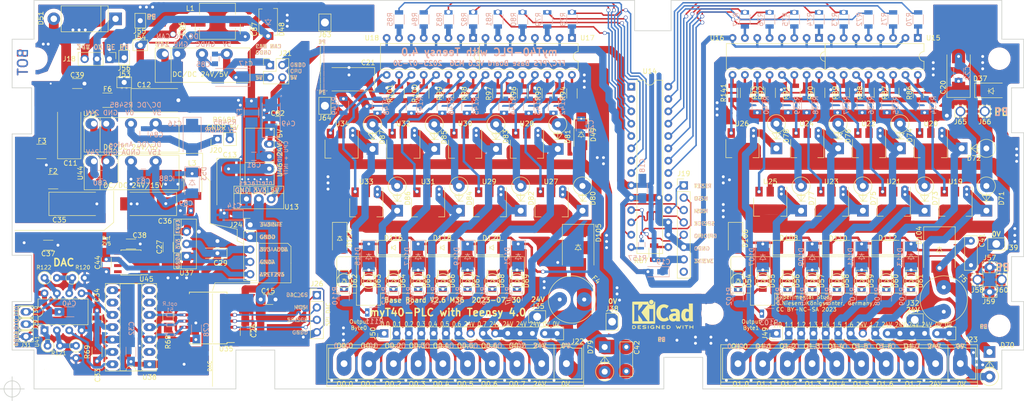
<source format=kicad_pcb>
(kicad_pcb (version 20171130) (host pcbnew "(5.1.7)-1")
  (title_block (title "myT40-PLC  (PLC with Teensy 4.0)") (date 2023-07-30) (rev "2.6 (PFS)") (company "C.Niesen, Königswinter, Germany") (comment 1 "CC BY-NC-SA 2023") (comment 2 "UP (Lower Board) (for both variants:  FFC and PFS)") (comment 3 "Experimental Study") (comment 4 "Modifications: M36"))
  (layers (0 F.Cu signal) (31 B.Cu signal) (34 B.Paste user hide) (35 F.Paste user hide) (36 B.SilkS user) (37 F.SilkS user) (38 B.Mask user) (39 F.Mask user) (44 Edge.Cuts user))
  (net 0 "")
  (net 1 GNDD)
  (net 2 "Net-(C11-Pad1)")
  (net 3 "Net-(C12-Pad1)")
  (net 4 "Net-(C13-Pad1)")
  (net 5 +3V3)
  (net 6 /24V_Out_1)
  (net 7 /GNDPWR_Out_1)
  (net 8 /GNDPWR_Out_0)
  (net 9 /24V_Out_0)
  (net 10 "Net-(C35-Pad1)")
  (net 11 "Net-(D72-Pad1)")
  (net 12 "Net-(D73-Pad1)")
  (net 13 "Net-(D74-Pad1)")
  (net 14 "Net-(D75-Pad1)")
  (net 15 "Net-(D76-Pad1)")
  (net 16 "Net-(D77-Pad1)")
  (net 17 "Net-(D78-Pad1)")
  (net 18 "Net-(D80-Pad1)")
  (net 19 "Net-(D81-Pad1)")
  (net 20 "Net-(D82-Pad1)")
  (net 21 "Net-(D83-Pad1)")
  (net 22 "Net-(D84-Pad1)")
  (net 23 "Net-(D85-Pad1)")
  (net 24 "Net-(D86-Pad1)")
  (net 25 "Net-(D87-Pad1)")
  (net 26 "Net-(F4-Pad1)")
  (net 27 "Net-(F5-Pad1)")
  (net 28 "Net-(R67-Pad2)")
  (net 29 "Net-(R70-Pad2)")
  (net 30 /O_GPB0)
  (net 31 /O_GPB1)
  (net 32 "Net-(R71-Pad2)")
  (net 33 /O_GPB2)
  (net 34 "Net-(R72-Pad2)")
  (net 35 "Net-(R73-Pad2)")
  (net 36 /O_GPB3)
  (net 37 "Net-(R74-Pad2)")
  (net 38 /O_GPB4)
  (net 39 /O_GPB5)
  (net 40 "Net-(R75-Pad2)")
  (net 41 "Net-(R76-Pad2)")
  (net 42 /O_GPB6)
  (net 43 /O_GPB7)
  (net 44 "Net-(R78-Pad2)")
  (net 45 /O_GPA0)
  (net 46 "Net-(R79-Pad2)")
  (net 47 /O_GPA2)
  (net 48 "Net-(R80-Pad2)")
  (net 49 /O_GPA3)
  (net 50 "Net-(R81-Pad2)")
  (net 51 /O_GPA4)
  (net 52 "Net-(R82-Pad2)")
  (net 53 /O_GPA5)
  (net 54 "Net-(R83-Pad2)")
  (net 55 "Net-(R84-Pad2)")
  (net 56 /O_GPA6)
  (net 57 "Net-(R85-Pad2)")
  (net 58 /O_GPA7)
  (net 59 "Net-(R86-Pad2)")
  (net 60 "Net-(R87-Pad2)")
  (net 61 "Net-(R88-Pad2)")
  (net 62 "Net-(R89-Pad2)")
  (net 63 "Net-(R90-Pad2)")
  (net 64 "Net-(R91-Pad2)")
  (net 65 "Net-(R92-Pad2)")
  (net 66 "Net-(R93-Pad2)")
  (net 67 "Net-(R94-Pad2)")
  (net 68 "Net-(R95-Pad2)")
  (net 69 "Net-(R96-Pad2)")
  (net 70 "Net-(R97-Pad2)")
  (net 71 "Net-(R98-Pad2)")
  (net 72 "Net-(R99-Pad2)")
  (net 73 "Net-(R100-Pad2)")
  (net 74 "Net-(R101-Pad2)")
  (net 75 /~RESET)
  (net 76 /MISO)
  (net 77 /MOSI)
  (net 78 /SPISCK)
  (net 79 /~SPICS_IO)
  (net 80 /12V_ADDA)
  (net 81 GNDA)
  (net 82 /3V3_ADDA)
  (net 83 /AREF_2V5)
  (net 84 /~SPICS_DAC)
  (net 85 /DAC_OUT_A)
  (net 86 /DAC_OUT_B)
  (net 87 "Net-(R68-Pad2)")
  (net 88 "Net-(R121-Pad2)")
  (net 89 "Net-(R120-Pad1)")
  (net 90 "Net-(U35-Pad14)")
  (net 91 "Net-(U35-Pad13)")
  (net 92 "Net-(U35-Pad12)")
  (net 93 /DAC_A)
  (net 94 /DAC_B)
  (net 95 /GND_RS485_BUS)
  (net 96 /Ub_5V_RS485_BUS)
  (net 97 /Ub_CAN_BUS)
  (net 98 /GND_CAN_BUS)
  (net 99 "Net-(R77-Pad2)")
  (net 100 /PE)
  (net 101 "Net-(C36-Pad1)")
  (net 102 /5V_CPU)
  (net 103 /24V_F5)
  (net 104 /24V_F4)
  (net 105 "Net-(D106-Pad2)")
  (net 106 "Net-(D54-Pad2)")
  (net 107 "Net-(D55-Pad2)")
  (net 108 "Net-(D107-Pad2)")
  (net 109 "Net-(D56-Pad2)")
  (net 110 "Net-(D108-Pad2)")
  (net 111 "Net-(D109-Pad2)")
  (net 112 "Net-(D57-Pad2)")
  (net 113 "Net-(D58-Pad2)")
  (net 114 "Net-(D110-Pad2)")
  (net 115 "Net-(D111-Pad2)")
  (net 116 "Net-(D59-Pad2)")
  (net 117 "Net-(D112-Pad2)")
  (net 118 "Net-(D60-Pad2)")
  (net 119 "Net-(D61-Pad2)")
  (net 120 "Net-(D113-Pad2)")
  (net 121 "Net-(D62-Pad2)")
  (net 122 "Net-(D114-Pad2)")
  (net 123 "Net-(D115-Pad2)")
  (net 124 "Net-(D63-Pad2)")
  (net 125 "Net-(D64-Pad2)")
  (net 126 "Net-(D116-Pad2)")
  (net 127 "Net-(D117-Pad2)")
  (net 128 "Net-(D65-Pad2)")
  (net 129 "Net-(D66-Pad2)")
  (net 130 "Net-(D118-Pad2)")
  (net 131 "Net-(D119-Pad2)")
  (net 132 "Net-(D67-Pad2)")
  (net 133 "Net-(D68-Pad2)")
  (net 134 "Net-(D120-Pad2)")
  (net 135 "Net-(D121-Pad2)")
  (net 136 "Net-(D69-Pad2)")
  (net 137 "Net-(D71-Pad1)")
  (net 138 /O_GPA1)
  (net 139 "Net-(R134-Pad2)")
  (net 140 "Net-(R135-Pad2)")
  (net 141 "Net-(R136-Pad2)")
  (net 142 "Net-(R137-Pad2)")
  (net 143 "Net-(R138-Pad2)")
  (net 144 "Net-(R139-Pad2)")
  (net 145 "Net-(R140-Pad2)")
  (net 146 "Net-(R141-Pad2)")
  (net 147 "Net-(R142-Pad2)")
  (net 148 "Net-(R143-Pad2)")
  (net 149 "Net-(R144-Pad2)")
  (net 150 "Net-(R145-Pad2)")
  (net 151 "Net-(R146-Pad2)")
  (net 152 "Net-(R147-Pad2)")
  (net 153 "Net-(R148-Pad2)")
  (net 154 "Net-(R149-Pad2)")
  (net 155 "Net-(C39-Pad1)")
  (net 156 "Net-(C86-Pad2)")
  (net 157 "Net-(C88-Pad1)")
  (net 158 "Net-(C87-Pad2)")
  (net 159 "Net-(R157-Pad2)")
  (net 160 /24V_OPT_1)
  (net 161 /24V_OPT_2)
  (module Resistors_SMD:R_1210_HandSoldering (layer B.Cu) (at 99.199999 63.104 90)
    (fp_text reference F7 (at 0 -2.413 270) (layer B.SilkS) (effects (justify mirror)))
    (fp_text value 100mA)
    (pad 2 smd rect (at 2 0 90) (size 2 2.5) (layers B.Cu B.Paste B.Mask) (net 155 "Net-(C39-Pad1)"))
    (pad 1 smd rect (at -2 0 90) (size 2 2.5) (layers B.Cu B.Paste B.Mask) (net 4 "Net-(C13-Pad1)"))
  )
  (module mylib:SIP-7_2S7WA (layer F.Cu) (at 66.815 73.137)
    (fp_text reference U44 (at -2.794 2.413 90) (layer F.SilkS))
    (fp_text value 2S7WB_2415S3RP)
    (pad 6 thru_hole oval (at 12.7 0) (size 2.5 2.2) (drill 1.2) (layers *.Cu *.Mask) (net 101 "Net-(C36-Pad1)"))
    (pad 4 thru_hole oval (at 7.62 0) (size 2.5 2.2) (drill 1.2) (layers *.Cu *.Mask) (net 81 GNDA))
    (pad 2 thru_hole oval (at 2.54 0) (size 2.5 2.2) (drill 1.2 (offset 0.5 0)) (layers *.Cu *.Mask) (net 1 GNDD))
    (pad 1 thru_hole oval (at 0 0) (size 2.5 2.2) (drill 1.2 (offset -0.5 0)) (layers *.Cu *.Mask) (net 10 "Net-(C35-Pad1)"))
  )
  (module mylib:SIP-7_2S7WA (layer F.Cu) (at 66.815 65.39)
    (fp_text reference U11 (at -0.762 -2.032 180) (layer F.SilkS))
    (fp_text value 2S7WA_2405_S3RP)
    (pad 6 thru_hole oval (at 12.7 0) (size 2.5 2.2) (drill 1.2) (layers *.Cu *.Mask) (net 96 /Ub_5V_RS485_BUS))
    (pad 4 thru_hole oval (at 7.62 0) (size 2.5 2.2) (drill 1.2) (layers *.Cu *.Mask) (net 95 /GND_RS485_BUS))
    (pad 2 thru_hole oval (at 2.54 0) (size 2.5 2.2) (drill 1.2 (offset 0.5 0)) (layers *.Cu *.Mask) (net 1 GNDD))
    (pad 1 thru_hole oval (at 0 0) (size 2.5 2.2) (drill 1.2 (offset -0.5 0)) (layers *.Cu *.Mask) (net 2 "Net-(C11-Pad1)"))
  )
  (module mylib:SIP-7_2S7WA (layer F.Cu) (at 81.42 51.039)
    (fp_text reference U12 (at -0.635 -2.032 180) (layer F.SilkS))
    (fp_text value 2S7WA_2405_S3RP)
    (pad 6 thru_hole oval (at 12.7 0) (size 2.5 2.2) (drill 1.2) (layers *.Cu *.Mask) (net 97 /Ub_CAN_BUS))
    (pad 4 thru_hole oval (at 7.62 0) (size 2.5 2.2) (drill 1.2) (layers *.Cu *.Mask) (net 98 /GND_CAN_BUS))
    (pad 2 thru_hole oval (at 2.54 0) (size 2.5 2.2) (drill 1.2 (offset 0.5 0)) (layers *.Cu *.Mask) (net 1 GNDD))
    (pad 1 thru_hole oval (at 0 0) (size 2.5 2.2) (drill 1.2 (offset -0.5 0)) (layers *.Cu *.Mask) (net 3 "Net-(C12-Pad1)"))
  )
  (module Capacitors_SMD:C_1206 (layer F.Cu) (at 97.929999 45.959 90)
    (fp_text reference C87 (at 0 1.905 90) (layer F.SilkS))
    (fp_text value 100n)
    (pad 2 smd rect (at 1.5 0 90) (size 1 1.6) (layers F.Cu F.Paste F.Mask) (net 158 "Net-(C87-Pad2)"))
    (pad 1 smd rect (at -1.5 0 90) (size 1 1.6) (layers F.Cu F.Paste F.Mask) (net 1 GNDD))
  )
  (module Capacitors_Tantalum_SMD:CP_Tantalum_Case-C_EIA-6032-28_Reflow (layer B.Cu) (at 94.805 55.865 180)
    (fp_text reference C17 (at -3.252 2.794) (layer B.SilkS) (effects (justify mirror)))
    (fp_text value "22µ 10V")
    (pad 1 smd rect (at -2.525 0 180) (size 2.55 2.5) (layers B.Cu B.Paste B.Mask) (net 97 /Ub_CAN_BUS))
    (pad 2 smd rect (at 2.525 0 180) (size 2.55 2.5) (layers B.Cu B.Paste B.Mask) (net 98 /GND_CAN_BUS))
  )
  (module Capacitors_Tantalum_SMD:CP_Tantalum_Case-C_EIA-6032-28_Reflow (layer B.Cu) (at 103.264 64.12 90)
    (fp_text reference C49 (at -1.27 3.555999) (layer B.SilkS) (effects (justify mirror)))
    (fp_text value "22µ 10V")
    (pad 1 smd rect (at -2.525 0 90) (size 2.55 2.5) (layers B.Cu B.Paste B.Mask) (net 102 /5V_CPU))
    (pad 2 smd rect (at 2.525 0 90) (size 2.55 2.5) (layers B.Cu B.Paste B.Mask) (net 1 GNDD))
  )
  (module mylib:MEN-LED-Lichtleiter_8x3mm_P5.08_5v8 (layer F.Cu) (at 199.276 97.775)
    (fp_text reference H31 hide)
    (fp_text value LED-Licht-Leiter_8x3mm_P5.08 hide)
    (pad "" np_thru_hole circle (at 30.48 -3.75) (size 2.4 2.4) (drill 2.4) (layers *.Cu *.Mask))
    (pad "" np_thru_hole circle (at 20.32 -3.75) (size 2.4 2.4) (drill 2.4) (layers *.Cu *.Mask))
    (pad "" np_thru_hole circle (at 10.16 -3.75) (size 2.4 2.4) (drill 2.4) (layers *.Cu *.Mask))
    (pad "" np_thru_hole circle (at 5.08 3.75) (size 2.4 2.4) (drill 2.4) (layers *.Cu *.Mask))
    (pad "" np_thru_hole circle (at 0 -3.75) (size 2.4 2.4) (drill 2.4) (layers *.Cu *.Mask))
  )
  (module mylib:MEN-LED-Lichtleiter_8x3mm_P5.08_5v8 (layer F.Cu) (at 118.25 97.775)
    (fp_text reference H32 hide)
    (fp_text value LED-Licht-Leiter_8x3mm_P5.08 hide)
    (pad "" np_thru_hole circle (at 30.48 -3.75) (size 2.4 2.4) (drill 2.4) (layers *.Cu *.Mask))
    (pad "" np_thru_hole circle (at 20.32 -3.75) (size 2.4 2.4) (drill 2.4) (layers *.Cu *.Mask))
    (pad "" np_thru_hole circle (at 10.16 -3.75) (size 2.4 2.4) (drill 2.4) (layers *.Cu *.Mask))
    (pad "" np_thru_hole circle (at 5.08 3.75) (size 2.4 2.4) (drill 2.4) (layers *.Cu *.Mask))
    (pad "" np_thru_hole circle (at 0 -3.75) (size 2.4 2.4) (drill 2.4) (layers *.Cu *.Mask))
  )
  (module mylib:Diode_DO213AB-MELF_SOD123 (layer B.Cu) (at 234.835999 92.822 270)
    (fp_text reference D113 (at 0 2.254 270) (layer B.SilkS) (effects (justify mirror)))
    (fp_text value "1N4448W7F DII")
    (pad 1 smd rect (at -2.15 0 270) (size 2 2.5) (layers B.Cu B.Paste B.Mask) (net 7 /GNDPWR_Out_1))
    (pad 2 smd rect (at 2.15 0 270) (size 2 2.5) (layers B.Cu B.Paste B.Mask) (net 120 "Net-(D113-Pad2)"))
  )
  (module mylib:Diode_DO213AB-MELF_SOD123 (layer F.Cu) (at 230.009999 90.917)
    (fp_text reference D112 (at 0 -2) (layer F.SilkS))
    (fp_text value "1N4448W7F DII")
    (pad 1 smd rect (at -2.15 0) (size 2 2.5) (layers F.Cu F.Paste F.Mask) (net 7 /GNDPWR_Out_1))
    (pad 2 smd rect (at 2.15 0) (size 2 2.5) (layers F.Cu F.Paste F.Mask) (net 117 "Net-(D112-Pad2)"))
  )
  (module mylib:Diode_DO213AB-MELF_SOD123 (layer B.Cu) (at 224.675999 92.822 270)
    (fp_text reference D111 (at 0 2.254 270) (layer B.SilkS) (effects (justify mirror)))
    (fp_text value "1N4448W7F DII")
    (pad 1 smd rect (at -2.15 0 270) (size 2 2.5) (layers B.Cu B.Paste B.Mask) (net 7 /GNDPWR_Out_1))
    (pad 2 smd rect (at 2.15 0 270) (size 2 2.5) (layers B.Cu B.Paste B.Mask) (net 115 "Net-(D111-Pad2)"))
  )
  (module mylib:Diode_DO213AB-MELF_SOD123 (layer F.Cu) (at 219.849999 90.917)
    (fp_text reference D110 (at 0 -1.905) (layer F.SilkS))
    (fp_text value "1N4448W7F DII")
    (pad 1 smd rect (at -2.15 0) (size 2 2.5) (layers F.Cu F.Paste F.Mask) (net 7 /GNDPWR_Out_1))
    (pad 2 smd rect (at 2.15 0) (size 2 2.5) (layers F.Cu F.Paste F.Mask) (net 114 "Net-(D110-Pad2)"))
  )
  (module mylib:Diode_DO213AB-MELF_SOD123 (layer B.Cu) (at 214.515999 92.822 270)
    (fp_text reference D109 (at 0 2.254001 270) (layer B.SilkS) (effects (justify mirror)))
    (fp_text value "1N4448W7F DII")
    (pad 1 smd rect (at -2.15 0 270) (size 2 2.5) (layers B.Cu B.Paste B.Mask) (net 7 /GNDPWR_Out_1))
    (pad 2 smd rect (at 2.15 0 270) (size 2 2.5) (layers B.Cu B.Paste B.Mask) (net 111 "Net-(D109-Pad2)"))
  )
  (module mylib:Diode_DO213AB-MELF_SOD123 (layer F.Cu) (at 209.689999 90.917)
    (fp_text reference D108 (at 0 -2) (layer F.SilkS))
    (fp_text value "1N4448W7F DII")
    (pad 1 smd rect (at -2.15 0) (size 2 2.5) (layers F.Cu F.Paste F.Mask) (net 7 /GNDPWR_Out_1))
    (pad 2 smd rect (at 2.15 0) (size 2 2.5) (layers F.Cu F.Paste F.Mask) (net 110 "Net-(D108-Pad2)"))
  )
  (module mylib:Diode_DO213AB-MELF_SOD123 (layer B.Cu) (at 204.355999 92.822 270)
    (fp_text reference D107 (at 0 2.254 270) (layer B.SilkS) (effects (justify mirror)))
    (fp_text value "1N4448W7F DII")
    (pad 1 smd rect (at -2.15 0 270) (size 2 2.5) (layers B.Cu B.Paste B.Mask) (net 7 /GNDPWR_Out_1))
    (pad 2 smd rect (at 2.15 0 270) (size 2 2.5) (layers B.Cu B.Paste B.Mask) (net 108 "Net-(D107-Pad2)"))
  )
  (module mylib:Diode_DO213AB-MELF_SOD123 (layer F.Cu) (at 198.767999 89.012 270)
    (fp_text reference D106 (at 0 -2.000001 90) (layer F.SilkS))
    (fp_text value "1N4448W7F DII")
    (pad 1 smd rect (at -2.15 0 270) (size 2 2.5) (layers F.Cu F.Paste F.Mask) (net 7 /GNDPWR_Out_1))
    (pad 2 smd rect (at 2.15 0 270) (size 2 2.5) (layers F.Cu F.Paste F.Mask) (net 105 "Net-(D106-Pad2)"))
  )
  (module mylib:Diode_DO213AB-MELF_SOD123 (layer B.Cu) (at 154.063999 92.695 270)
    (fp_text reference D121 (at 0 2.254 90) (layer B.SilkS) (effects (justify mirror)))
    (fp_text value "1N4448W7F DII")
    (pad 1 smd rect (at -2.15 0 270) (size 2 2.5) (layers B.Cu B.Paste B.Mask) (net 8 /GNDPWR_Out_0))
    (pad 2 smd rect (at 2.15 0 270) (size 2 2.5) (layers B.Cu B.Paste B.Mask) (net 135 "Net-(D121-Pad2)"))
  )
  (module mylib:Diode_DO213AB-MELF_SOD123 (layer F.Cu) (at 148.602999 90.917)
    (fp_text reference D120 (at 0 -2) (layer F.SilkS))
    (fp_text value "1N4448W7F DII")
    (pad 1 smd rect (at -2.15 0) (size 2 2.5) (layers F.Cu F.Paste F.Mask) (net 8 /GNDPWR_Out_0))
    (pad 2 smd rect (at 2.15 0) (size 2 2.5) (layers F.Cu F.Paste F.Mask) (net 134 "Net-(D120-Pad2)"))
  )
  (module mylib:Diode_DO213AB-MELF_SOD123 (layer B.Cu) (at 143.649999 92.695 270)
    (fp_text reference D119 (at 0 2.254 90) (layer B.SilkS) (effects (justify mirror)))
    (fp_text value "1N4448W7F DII")
    (pad 1 smd rect (at -2.15 0 270) (size 2 2.5) (layers B.Cu B.Paste B.Mask) (net 8 /GNDPWR_Out_0))
    (pad 2 smd rect (at 2.15 0 270) (size 2 2.5) (layers B.Cu B.Paste B.Mask) (net 131 "Net-(D119-Pad2)"))
  )
  (module mylib:Diode_DO213AB-MELF_SOD123 (layer B.Cu) (at 133.489999 92.695 270)
    (fp_text reference D117 (at 0 2.254 270) (layer B.SilkS) (effects (justify mirror)))
    (fp_text value "1N4448W7F DII")
    (pad 1 smd rect (at -2.15 0 270) (size 2 2.5) (layers B.Cu B.Paste B.Mask) (net 8 /GNDPWR_Out_0))
    (pad 2 smd rect (at 2.15 0 270) (size 2 2.5) (layers B.Cu B.Paste B.Mask) (net 127 "Net-(D117-Pad2)"))
  )
  (module mylib:Diode_DO213AB-MELF_SOD123 (layer F.Cu) (at 138.442999 90.917)
    (fp_text reference D118 (at 0 -2) (layer F.SilkS))
    (fp_text value "1N4448W7F DII")
    (pad 1 smd rect (at -2.15 0) (size 2 2.5) (layers F.Cu F.Paste F.Mask) (net 8 /GNDPWR_Out_0))
    (pad 2 smd rect (at 2.15 0) (size 2 2.5) (layers F.Cu F.Paste F.Mask) (net 130 "Net-(D118-Pad2)"))
  )
  (module mylib:Diode_DO213AB-MELF_SOD123 (layer F.Cu) (at 128.409999 90.917)
    (fp_text reference D116 (at 0 -2) (layer F.SilkS))
    (fp_text value "1N4448W7F DII")
    (pad 1 smd rect (at -2.15 0) (size 2 2.5) (layers F.Cu F.Paste F.Mask) (net 8 /GNDPWR_Out_0))
    (pad 2 smd rect (at 2.15 0) (size 2 2.5) (layers F.Cu F.Paste F.Mask) (net 126 "Net-(D116-Pad2)"))
  )
  (module mylib:Diode_DO213AB-MELF_SOD123 (layer B.Cu) (at 123.329999 92.695 270)
    (fp_text reference D115 (at 0 2.254 270) (layer B.SilkS) (effects (justify mirror)))
    (fp_text value "1N4448W7F DII")
    (pad 1 smd rect (at -2.15 0 270) (size 2 2.5) (layers B.Cu B.Paste B.Mask) (net 8 /GNDPWR_Out_0))
    (pad 2 smd rect (at 2.15 0 270) (size 2 2.5) (layers B.Cu B.Paste B.Mask) (net 123 "Net-(D115-Pad2)"))
  )
  (module mylib:Diode_DO213AB-MELF_SOD123 (layer F.Cu) (at 117.360999 89.012 270)
    (fp_text reference D114 (at 0 -2 270) (layer F.SilkS))
    (fp_text value "1N4448W7F DII")
    (pad 1 smd rect (at -2.15 0 270) (size 2 2.5) (layers F.Cu F.Paste F.Mask) (net 8 /GNDPWR_Out_0))
    (pad 2 smd rect (at 2.15 0 270) (size 2 2.5) (layers F.Cu F.Paste F.Mask) (net 122 "Net-(D114-Pad2)"))
  )
  (module Connector_PinHeader_2.54mm:PinHeader_1x15_P2.54mm_Vertical (layer F.Cu) (at 207.15 108.57 90)
    (fp_text reference J49 (at 0 -2.33 90) (layer F.SilkS))
    (fp_text value "01x15 Male zu OP")
    (pad 15 thru_hole oval (at 0 35.56 90) (size 1.7 1.7) (drill 1) (layers *.Cu *.Mask) (net 7 /GNDPWR_Out_1))
    (pad 14 thru_hole oval (at 0 33.02 90) (size 1.7 1.7) (drill 1) (layers *.Cu *.Mask) (net 7 /GNDPWR_Out_1))
    (pad 13 thru_hole oval (at 0 30.48 90) (size 1.7 1.7) (drill 1) (layers *.Cu *.Mask) (net 27 "Net-(F5-Pad1)"))
    (pad 12 thru_hole oval (at 0 27.94 90) (size 1.7 1.7) (drill 1) (layers *.Cu *.Mask) (net 27 "Net-(F5-Pad1)"))
    (pad 11 thru_hole oval (at 0 25.4 90) (size 1.7 1.7) (drill 1) (layers *.Cu *.Mask) (net 27 "Net-(F5-Pad1)"))
    (pad 10 thru_hole oval (at 0 22.86 90) (size 1.7 1.7) (drill 1) (layers *.Cu *.Mask) (net 27 "Net-(F5-Pad1)"))
    (pad 9 thru_hole oval (at 0 20.32 90) (size 1.7 1.7) (drill 1) (layers *.Cu *.Mask) (net 137 "Net-(D71-Pad1)"))
    (pad 8 thru_hole oval (at 0 17.78 90) (size 1.7 1.7) (drill 1) (layers *.Cu *.Mask) (net 27 "Net-(F5-Pad1)"))
    (pad 7 thru_hole oval (at 0 15.24 90) (size 1.7 1.7) (drill 1) (layers *.Cu *.Mask) (net 11 "Net-(D72-Pad1)"))
    (pad 6 thru_hole oval (at 0 12.7 90) (size 1.7 1.7) (drill 1) (layers *.Cu *.Mask) (net 12 "Net-(D73-Pad1)"))
    (pad 5 thru_hole oval (at 0 10.16 90) (size 1.7 1.7) (drill 1) (layers *.Cu *.Mask) (net 13 "Net-(D74-Pad1)"))
    (pad 4 thru_hole oval (at 0 7.62 90) (size 1.7 1.7) (drill 1) (layers *.Cu *.Mask) (net 14 "Net-(D75-Pad1)"))
    (pad 3 thru_hole oval (at 0 5.08 90) (size 1.7 1.7) (drill 1) (layers *.Cu *.Mask) (net 15 "Net-(D76-Pad1)"))
    (pad 2 thru_hole oval (at 0 2.54 90) (size 1.7 1.7) (drill 1) (layers *.Cu *.Mask) (net 16 "Net-(D77-Pad1)"))
    (pad 1 thru_hole rect (at 0 0 90) (size 1.7 1.7) (drill 1) (layers *.Cu *.Mask) (net 17 "Net-(D78-Pad1)"))
  )
  (module Resistors_SMD:R_1206 (layer B.Cu) (at 234.836 100.95 270)
    (fp_text reference R109 (at 0 1.85 90) (layer B.SilkS) (effects (justify mirror)))
    (fp_text value 6k8)
    (pad 1 smd rect (at -1.45 0 270) (size 0.9 1.7) (layers B.Cu B.Paste B.Mask) (net 119 "Net-(D61-Pad2)"))
    (pad 2 smd rect (at 1.45 0 270) (size 0.9 1.7) (layers B.Cu B.Paste B.Mask) (net 137 "Net-(D71-Pad1)"))
  )
  (module TO_SOT_Packages_SMD:SOT-223 (layer F.Cu) (at 226.2 70.47 270)
    (fp_text reference U22 (at -5.08 0.127001 180) (layer F.SilkS))
    (fp_text value BSP-452)
    (pad 1 smd rect (at -3.15 -2.3 270) (size 2 1.5) (layers F.Cu F.Paste F.Mask) (net 13 "Net-(D74-Pad1)"))
    (pad 3 smd rect (at -3.15 2.3 270) (size 2 1.5) (layers F.Cu F.Paste F.Mask) (net 142 "Net-(R137-Pad2)"))
    (pad 2 smd rect (at -3.15 0 270) (size 2 1.5) (layers F.Cu F.Paste F.Mask) (net 7 /GNDPWR_Out_1))
    (pad 4 smd rect (at 3.15 0 270) (size 2 3.8) (layers F.Cu F.Paste F.Mask) (net 6 /24V_Out_1))
  )
  (module Diodes_THT:D_DO-15_P5.08mm_Vertical_KathodeUp (layer F.Cu) (at 207.15 70.47 90)
    (fp_text reference D78 (at 2.54 2.031999 90) (layer F.SilkS))
    (fp_text value P6KE36CA)
    (pad 1 thru_hole rect (at 0 0 90) (size 2.4 2.4) (drill 1.2) (layers *.Cu *.Mask) (net 17 "Net-(D78-Pad1)"))
    (pad 2 thru_hole oval (at 5.08 0 90) (size 2.4 2.4) (drill 1.2) (layers *.Cu *.Mask) (net 7 /GNDPWR_Out_1))
  )
  (module Diodes_THT:D_DO-15_P5.08mm_Vertical_KathodeUp (layer F.Cu) (at 224.93 83.297 90)
    (fp_text reference D75 (at 2.54 2.158999 90) (layer F.SilkS))
    (fp_text value P6KE36CA)
    (pad 1 thru_hole rect (at 0 0 90) (size 2.4 2.4) (drill 1.2) (layers *.Cu *.Mask) (net 14 "Net-(D75-Pad1)"))
    (pad 2 thru_hole oval (at 5.08 0 90) (size 2.4 2.4) (drill 1.2) (layers *.Cu *.Mask) (net 7 /GNDPWR_Out_1))
  )
  (module Diodes_THT:D_DO-15_P5.08mm_Vertical_KathodeUp (layer F.Cu) (at 212.23 83.297 90)
    (fp_text reference D77 (at 2.54 2.158999 90) (layer F.SilkS))
    (fp_text value P6KE36CA)
    (pad 2 thru_hole oval (at 5.08 0 90) (size 2.4 2.4) (drill 1.2) (layers *.Cu *.Mask) (net 7 /GNDPWR_Out_1))
    (pad 1 thru_hole rect (at 0 0 90) (size 2.4 2.4) (drill 1.2) (layers *.Cu *.Mask) (net 16 "Net-(D77-Pad1)"))
  )
  (module Capacitors_SMD:C_1206_HandSoldering (layer B.Cu) (at 179.590999 78.725 90)
    (fp_text reference C18 (at 4.699 0 270) (layer B.SilkS) (effects (justify mirror)))
    (fp_text value 100n)
    (pad 2 smd rect (at 2 0 90) (size 2 1.6) (layers B.Cu B.Paste B.Mask) (net 5 +3V3))
    (pad 1 smd rect (at -2 0 90) (size 2 1.6) (layers B.Cu B.Paste B.Mask) (net 1 GNDD))
  )
  (module Diodes_THT:D_DO-15_P5.08mm_Vertical_KathodeUp (layer F.Cu) (at 154.571999 83.297 90)
    (fp_text reference D82 (at 2.54 2.159 90) (layer F.SilkS))
    (fp_text value P6KE36CA)
    (pad 1 thru_hole rect (at 0 0 90) (size 2.4 2.4) (drill 1.2) (layers *.Cu *.Mask) (net 20 "Net-(D82-Pad1)"))
    (pad 2 thru_hole oval (at 5.08 0 90) (size 2.4 2.4) (drill 1.2) (layers *.Cu *.Mask) (net 8 /GNDPWR_Out_0))
  )
  (module TO_SOT_Packages_SMD:SOT-223 (layer F.Cu) (at 243.98 82.535 270)
    (fp_text reference U19 (at -5.207 0.000001 180) (layer F.SilkS))
    (fp_text value BSP-452)
    (pad 4 smd rect (at 3.15 0 270) (size 2 3.8) (layers F.Cu F.Paste F.Mask) (net 6 /24V_Out_1))
    (pad 2 smd rect (at -3.15 0 270) (size 2 1.5) (layers F.Cu F.Paste F.Mask) (net 7 /GNDPWR_Out_1))
    (pad 3 smd rect (at -3.15 2.3 270) (size 2 1.5) (layers F.Cu F.Paste F.Mask) (net 139 "Net-(R134-Pad2)"))
    (pad 1 smd rect (at -3.15 -2.3 270) (size 2 1.5) (layers F.Cu F.Paste F.Mask) (net 137 "Net-(D71-Pad1)"))
  )
  (module Capacitors_Tantalum_SMD:CP_Tantalum_Case-D_EIA-7343-31_Hand (layer F.Cu) (at 61.735 66.66 90)
    (fp_text reference C11 (at -6.858 0.254) (layer F.SilkS))
    (fp_text value "10µ 50V")
    (pad 2 smd rect (at 3.775 0 90) (size 3.75 2.7) (layers F.Cu F.Paste F.Mask) (net 1 GNDD))
    (pad 1 smd rect (at -3.775 0 90) (size 3.75 2.7) (layers F.Cu F.Paste F.Mask) (net 2 "Net-(C11-Pad1)"))
  )
  (module Capacitors_Tantalum_SMD:CP_Tantalum_Case-D_EIA-7343-31_Hand (layer F.Cu) (at 80.403999 60.564)
    (fp_text reference C12 (at -3.302 -3.175) (layer F.SilkS))
    (fp_text value "10µ 50V")
    (pad 1 smd rect (at -3.775 0) (size 3.75 2.7) (layers F.Cu F.Paste F.Mask) (net 3 "Net-(C12-Pad1)"))
    (pad 2 smd rect (at 3.775 0) (size 3.75 2.7) (layers F.Cu F.Paste F.Mask) (net 1 GNDD))
  )
  (module Capacitors_Tantalum_SMD:CP_Tantalum_Case-D_EIA-7343-31_Hand (layer F.Cu) (at 94.501 78.471 270)
    (fp_text reference C13 (at -6.6675 -0.253999 180) (layer F.SilkS))
    (fp_text value "10µ 50V")
    (pad 1 smd rect (at -3.775 0 270) (size 3.75 2.7) (layers F.Cu F.Paste F.Mask) (net 4 "Net-(C13-Pad1)"))
    (pad 2 smd rect (at 3.775 0 270) (size 3.75 2.7) (layers F.Cu F.Paste F.Mask) (net 1 GNDD))
  )
  (module Capacitors_Tantalum_SMD:CP_Tantalum_Case-D_EIA-7343-31_Hand (layer F.Cu) (at 63.513 81.9)
    (fp_text reference C35 (at -3.81 3.302) (layer F.SilkS))
    (fp_text value "10µ 50V")
    (pad 2 smd rect (at 3.775 0) (size 3.75 2.7) (layers F.Cu F.Paste F.Mask) (net 1 GNDD))
    (pad 1 smd rect (at -3.775 0) (size 3.75 2.7) (layers F.Cu F.Paste F.Mask) (net 10 "Net-(C35-Pad1)"))
  )
  (module Capacitors_Tantalum_SMD:CP_Tantalum_Case-D_EIA-7343-31_Hand (layer F.Cu) (at 77.864 81.9 180)
    (fp_text reference C36 (at -3.556 -3.556 180) (layer F.SilkS))
    (fp_text value "22µ 25V")
    (pad 2 smd rect (at 3.775 0 180) (size 3.75 2.7) (layers F.Cu F.Paste F.Mask) (net 81 GNDA))
    (pad 1 smd rect (at -3.775 0 180) (size 3.75 2.7) (layers F.Cu F.Paste F.Mask) (net 101 "Net-(C36-Pad1)"))
  )
  (module Diodes_THT:D_DO-201_P12.70mm_Horizontal (layer F.Cu) (at 71.26 43.8 180)
    (fp_text reference D51 (at 15.367 0.127 90) (layer F.SilkS))
    (fp_text value 1.5KE30CA)
    (pad 2 thru_hole oval (at 12.7 0 180) (size 2.6 2.6) (drill 1.3) (layers *.Cu *.Mask) (net 155 "Net-(C39-Pad1)"))
    (pad 1 thru_hole rect (at 0 0 180) (size 2.6 2.6) (drill 1.3) (layers *.Cu *.Mask) (net 1 GNDD))
  )
  (module Diodes_THT:D_DO-15_P5.08mm_Vertical_KathodeUp (layer F.Cu) (at 250.965 112.38 270)
    (fp_text reference D70 (at -1.397 -3.682999 180) (layer F.SilkS))
    (fp_text value P6KE36CA)
    (pad 1 thru_hole rect (at 0 0 270) (size 2.4 2.4) (drill 1.2) (layers *.Cu *.Mask) (net 103 /24V_F5))
    (pad 2 thru_hole oval (at 5.08 0 270) (size 2.4 2.4) (drill 1.2) (layers *.Cu *.Mask) (net 7 /GNDPWR_Out_1))
  )
  (module Diodes_THT:D_DO-15_P5.08mm_Vertical_KathodeUp (layer F.Cu) (at 250.33 83.297 90)
    (fp_text reference D71 (at 2.54 3.109 90) (layer F.SilkS))
    (fp_text value P6KE36CA)
    (pad 2 thru_hole oval (at 5.08 0 90) (size 2.4 2.4) (drill 1.2) (layers *.Cu *.Mask) (net 7 /GNDPWR_Out_1))
    (pad 1 thru_hole rect (at 0 0 90) (size 2.4 2.4) (drill 1.2) (layers *.Cu *.Mask) (net 137 "Net-(D71-Pad1)"))
  )
  (module Diodes_THT:D_DO-15_P5.08mm_Vertical_KathodeUp (layer F.Cu) (at 245.249999 70.47)
    (fp_text reference D72 (at 2.54 2.031999) (layer F.SilkS))
    (fp_text value P6KE36CA)
    (pad 2 thru_hole oval (at 5.080001 0) (size 2.4 2.4) (drill 1.2) (layers *.Cu *.Mask) (net 7 /GNDPWR_Out_1))
    (pad 1 thru_hole rect (at 0.000001 0) (size 2.4 2.4) (drill 1.2) (layers *.Cu *.Mask) (net 11 "Net-(D72-Pad1)"))
  )
  (module Diodes_THT:D_DO-15_P5.08mm_Vertical_KathodeUp (layer F.Cu) (at 237.63 83.297 90)
    (fp_text reference D73 (at 2.54 2.158999 270) (layer F.SilkS))
    (fp_text value P6KE36CA)
    (pad 2 thru_hole oval (at 5.08 0 90) (size 2.4 2.4) (drill 1.2) (layers *.Cu *.Mask) (net 7 /GNDPWR_Out_1))
    (pad 1 thru_hole rect (at 0 0 90) (size 2.4 2.4) (drill 1.2) (layers *.Cu *.Mask) (net 12 "Net-(D73-Pad1)"))
  )
  (module Diodes_THT:D_DO-15_P5.08mm_Vertical_KathodeUp (layer F.Cu) (at 232.55 70.47 90)
    (fp_text reference D74 (at 2.667 2.031999 90) (layer F.SilkS))
    (fp_text value P6KE36CA)
    (pad 1 thru_hole rect (at 0 0 90) (size 2.4 2.4) (drill 1.2) (layers *.Cu *.Mask) (net 13 "Net-(D74-Pad1)"))
    (pad 2 thru_hole oval (at 5.08 0 90) (size 2.4 2.4) (drill 1.2) (layers *.Cu *.Mask) (net 7 /GNDPWR_Out_1))
  )
  (module Diodes_THT:D_DO-15_P5.08mm_Vertical_KathodeUp (layer F.Cu) (at 219.85 70.47 90)
    (fp_text reference D76 (at 2.54 2.031999 90) (layer F.SilkS))
    (fp_text value P6KE36CA)
    (pad 2 thru_hole oval (at 5.08 0 90) (size 2.4 2.4) (drill 1.2) (layers *.Cu *.Mask) (net 7 /GNDPWR_Out_1))
    (pad 1 thru_hole rect (at 0 0 90) (size 2.4 2.4) (drill 1.2) (layers *.Cu *.Mask) (net 15 "Net-(D76-Pad1)"))
  )
  (module Diodes_THT:D_DO-15_P5.08mm_Vertical_KathodeUp (layer F.Cu) (at 171.843999 111.364 270)
    (fp_text reference D79 (at 0 2.921 270) (layer F.SilkS))
    (fp_text value P6KE36CA)
    (pad 1 thru_hole rect (at 0 0 270) (size 2.4 2.4) (drill 1.2) (layers *.Cu *.Mask) (net 104 /24V_F4))
    (pad 2 thru_hole oval (at 5.08 0 270) (size 2.4 2.4) (drill 1.2) (layers *.Cu *.Mask) (net 8 /GNDPWR_Out_0))
  )
  (module Diodes_THT:D_DO-15_P5.08mm_Vertical_KathodeUp (layer F.Cu) (at 167.271999 83.297 90)
    (fp_text reference D80 (at 2.54 2.159 90) (layer F.SilkS))
    (fp_text value P6KE36CA)
    (pad 1 thru_hole rect (at 0 0 90) (size 2.4 2.4) (drill 1.2) (layers *.Cu *.Mask) (net 18 "Net-(D80-Pad1)"))
    (pad 2 thru_hole oval (at 5.08 0 90) (size 2.4 2.4) (drill 1.2) (layers *.Cu *.Mask) (net 8 /GNDPWR_Out_0))
  )
  (module Diodes_THT:D_DO-15_P5.08mm_Vertical_KathodeUp (layer F.Cu) (at 162.191999 70.597 90)
    (fp_text reference D81 (at 2.54 2.032 90) (layer F.SilkS))
    (fp_text value P6KE36CA)
    (pad 2 thru_hole oval (at 5.08 0 90) (size 2.4 2.4) (drill 1.2) (layers *.Cu *.Mask) (net 8 /GNDPWR_Out_0))
    (pad 1 thru_hole rect (at 0 0 90) (size 2.4 2.4) (drill 1.2) (layers *.Cu *.Mask) (net 19 "Net-(D81-Pad1)"))
  )
  (module Diodes_THT:D_DO-15_P5.08mm_Vertical_KathodeUp (layer F.Cu) (at 149.491999 70.597 90)
    (fp_text reference D83 (at 2.54 2.032 270) (layer F.SilkS))
    (fp_text value P6KE36CA)
    (pad 2 thru_hole oval (at 5.08 0 90) (size 2.4 2.4) (drill 1.2) (layers *.Cu *.Mask) (net 8 /GNDPWR_Out_0))
    (pad 1 thru_hole rect (at 0 0 90) (size 2.4 2.4) (drill 1.2) (layers *.Cu *.Mask) (net 21 "Net-(D83-Pad1)"))
  )
  (module Diodes_THT:D_DO-15_P5.08mm_Vertical_KathodeUp (layer F.Cu) (at 141.871999 83.297 90)
    (fp_text reference D84 (at 2.54 2.159 90) (layer F.SilkS))
    (fp_text value P6KE36CA)
    (pad 2 thru_hole oval (at 5.08 0 90) (size 2.4 2.4) (drill 1.2) (layers *.Cu *.Mask) (net 8 /GNDPWR_Out_0))
    (pad 1 thru_hole rect (at 0 0 90) (size 2.4 2.4) (drill 1.2) (layers *.Cu *.Mask) (net 22 "Net-(D84-Pad1)"))
  )
  (module Diodes_THT:D_DO-15_P5.08mm_Vertical_KathodeUp (layer F.Cu) (at 136.791999 70.597 90)
    (fp_text reference D85 (at 2.413 2.032 90) (layer F.SilkS))
    (fp_text value P6KE36CA)
    (pad 1 thru_hole rect (at 0 0 90) (size 2.4 2.4) (drill 1.2) (layers *.Cu *.Mask) (net 23 "Net-(D85-Pad1)"))
    (pad 2 thru_hole oval (at 5.08 0 90) (size 2.4 2.4) (drill 1.2) (layers *.Cu *.Mask) (net 8 /GNDPWR_Out_0))
  )
  (module Diodes_THT:D_DO-15_P5.08mm_Vertical_KathodeUp (layer F.Cu) (at 129.171999 83.297 90)
    (fp_text reference D86 (at 2.54 2.159 90) (layer F.SilkS))
    (fp_text value P6KE36CA)
    (pad 2 thru_hole oval (at 5.08 0 90) (size 2.4 2.4) (drill 1.2) (layers *.Cu *.Mask) (net 8 /GNDPWR_Out_0))
    (pad 1 thru_hole rect (at 0 0 90) (size 2.4 2.4) (drill 1.2) (layers *.Cu *.Mask) (net 24 "Net-(D86-Pad1)"))
  )
  (module Diodes_THT:D_DO-15_P5.08mm_Vertical_KathodeUp (layer F.Cu) (at 124.091999 70.597 90)
    (fp_text reference D87 (at 2.413 2.032 270) (layer F.SilkS))
    (fp_text value P6KE36CA)
    (pad 1 thru_hole rect (at 0 0 90) (size 2.4 2.4) (drill 1.2) (layers *.Cu *.Mask) (net 25 "Net-(D87-Pad1)"))
    (pad 2 thru_hole oval (at 5.08 0 90) (size 2.4 2.4) (drill 1.2) (layers *.Cu *.Mask) (net 8 /GNDPWR_Out_0))
  )
  (module mylib:Sockel_Kleinst-F (layer F.Cu) (at 165.112999 101.585 90)
    (fp_text reference F4 (at 4.064 4.953 135) (layer F.SilkS))
    (fp_text value "6A3 T")
    (pad 1 thru_hole oval (at 0 -2.52 90) (size 3 3) (drill 0.8) (layers *.Cu *.Mask) (net 26 "Net-(F4-Pad1)"))
    (pad 2 thru_hole oval (at 0 2.52 90) (size 3 3) (drill 0.8) (layers *.Cu *.Mask) (net 104 /24V_F4))
  )
  (module mylib:Sockel_Kleinst-F (layer F.Cu) (at 241.567 101.585 180)
    (fp_text reference F5 (at -3.936999 4.318 135) (layer F.SilkS))
    (fp_text value "6A3 T")
    (pad 2 thru_hole oval (at 0 2.52 180) (size 3 3) (drill 0.8) (layers *.Cu *.Mask) (net 103 /24V_F5))
    (pad 1 thru_hole oval (at 0 -2.52 180) (size 3 3) (drill 0.8) (layers *.Cu *.Mask) (net 27 "Net-(F5-Pad1)"))
  )
  (module Connector_PinHeader_2.54mm:PinHeader_1x02_P2.54mm_Vertical (layer F.Cu) (at 92.215 68.565 90)
    (fp_text reference J20 (at -2.286 -0.317501 180) (layer F.SilkS))
    (fp_text value 01x02_Male hide)
    (pad 1 thru_hole rect (at 0 0 90) (size 1.7 1.7) (drill 1) (layers *.Cu *.Mask) (net 95 /GND_RS485_BUS))
    (pad 2 thru_hole oval (at 0 2.54 90) (size 1.7 1.7) (drill 1) (layers *.Cu *.Mask) (net 96 /Ub_5V_RS485_BUS))
  )
  (module mylib:TerminalBlock_Phoenix_MSTBVA-2.5-10-5.08_1x10_P5.08mm_Horizontal (layer F.Cu) (at 163.97 114.793 180)
    (fp_text reference J22 (at -2.285999 4.572) (layer F.SilkS))
    (fp_text value "opt. Connector" hide)
    (pad 1 thru_hole oval (at 0 0 180) (size 3 5) (drill 1.4) (layers *.Cu *.Mask) (net 8 /GNDPWR_Out_0))
    (pad 2 thru_hole oval (at 5.08 0 180) (size 3 5) (drill 1.4) (layers *.Cu *.Mask) (net 26 "Net-(F4-Pad1)"))
    (pad 3 thru_hole oval (at 10.16 0 180) (size 3 5) (drill 1.4) (layers *.Cu *.Mask) (net 18 "Net-(D80-Pad1)"))
    (pad 4 thru_hole oval (at 15.24 0 180) (size 3 5) (drill 1.4) (layers *.Cu *.Mask) (net 19 "Net-(D81-Pad1)"))
    (pad 5 thru_hole oval (at 20.32 0 180) (size 3 5) (drill 1.4) (layers *.Cu *.Mask) (net 20 "Net-(D82-Pad1)"))
    (pad 6 thru_hole oval (at 25.4 0 180) (size 3 5) (drill 1.4) (layers *.Cu *.Mask) (net 21 "Net-(D83-Pad1)"))
    (pad 7 thru_hole oval (at 30.48 0 180) (size 3 5) (drill 1.4) (layers *.Cu *.Mask) (net 22 "Net-(D84-Pad1)"))
    (pad 8 thru_hole oval (at 35.56 0 180) (size 3 5) (drill 1.4) (layers *.Cu *.Mask) (net 23 "Net-(D85-Pad1)"))
    (pad 9 thru_hole oval (at 40.64 0 180) (size 3 5) (drill 1.4) (layers *.Cu *.Mask) (net 24 "Net-(D86-Pad1)"))
    (pad 10 thru_hole oval (at 45.72 0 180) (size 3 5) (drill 1.4) (layers *.Cu *.Mask) (net 25 "Net-(D87-Pad1)"))
  )
  (module mylib:TerminalBlock_Phoenix_MSTBVA-2.5-10-5.08_1x10_P5.08mm_Horizontal (layer F.Cu) (at 244.9706 114.793 180)
    (fp_text reference J23 (at -2.2606 4.953) (layer F.SilkS))
    (fp_text value "opt. Connector" hide)
    (pad 1 thru_hole oval (at 0 0 180) (size 3 5) (drill 1.4) (layers *.Cu *.Mask) (net 7 /GNDPWR_Out_1))
    (pad 2 thru_hole oval (at 5.08 0 180) (size 3 5) (drill 1.4) (layers *.Cu *.Mask) (net 27 "Net-(F5-Pad1)"))
    (pad 3 thru_hole oval (at 10.16 0 180) (size 3 5) (drill 1.4) (layers *.Cu *.Mask) (net 137 "Net-(D71-Pad1)"))
    (pad 4 thru_hole oval (at 15.24 0 180) (size 3 5) (drill 1.4) (layers *.Cu *.Mask) (net 11 "Net-(D72-Pad1)"))
    (pad 5 thru_hole oval (at 20.32 0 180) (size 3 5) (drill 1.4) (layers *.Cu *.Mask) (net 12 "Net-(D73-Pad1)"))
    (pad 6 thru_hole oval (at 25.4 0 180) (size 3 5) (drill 1.4) (layers *.Cu *.Mask) (net 13 "Net-(D74-Pad1)"))
    (pad 7 thru_hole oval (at 30.48 0 180) (size 3 5) (drill 1.4) (layers *.Cu *.Mask) (net 14 "Net-(D75-Pad1)"))
    (pad 8 thru_hole oval (at 35.56 0 180) (size 3 5) (drill 1.4) (layers *.Cu *.Mask) (net 15 "Net-(D76-Pad1)"))
    (pad 9 thru_hole oval (at 40.64 0 180) (size 3 5) (drill 1.4) (layers *.Cu *.Mask) (net 16 "Net-(D77-Pad1)"))
    (pad 10 thru_hole oval (at 45.72 0 180) (size 3 5) (drill 1.4) (layers *.Cu *.Mask) (net 17 "Net-(D78-Pad1)"))
  )
  (module mylib:DIP-16_W7.62mm_cut (layer F.Cu) (at 236.233 47.737 270)
    (fp_text reference U15 (at 0 -3.175) (layer F.SilkS))
    (fp_text value LTV-844)
    (pad 16 thru_hole oval (at 7.62 0 270) (size 1.6 1.6) (drill 0.8) (layers *.Cu *.Mask) (net 59 "Net-(R86-Pad2)"))
    (pad 8 thru_hole oval (at 0 17.78 270) (size 1.6 1.6) (drill 0.8) (layers *.Cu *.Mask) (net 1 GNDD))
    (pad 15 thru_hole oval (at 7.62 2.54 270) (size 1.6 1.6) (drill 0.8) (layers *.Cu *.Mask) (net 139 "Net-(R134-Pad2)"))
    (pad 7 thru_hole oval (at 0 15.24 270) (size 1.6 1.6) (drill 0.8) (layers *.Cu *.Mask) (net 35 "Net-(R73-Pad2)"))
    (pad 14 thru_hole oval (at 7.62 5.08 270) (size 1.6 1.6) (drill 0.8) (layers *.Cu *.Mask) (net 60 "Net-(R87-Pad2)"))
    (pad 6 thru_hole oval (at 0 12.7 270) (size 1.6 1.6) (drill 0.8) (layers *.Cu *.Mask) (net 1 GNDD))
    (pad 13 thru_hole oval (at 7.62 7.62 270) (size 1.6 1.6) (drill 0.8) (layers *.Cu *.Mask) (net 140 "Net-(R135-Pad2)"))
    (pad 5 thru_hole oval (at 0 10.16 270) (size 1.6 1.6) (drill 0.8) (layers *.Cu *.Mask) (net 34 "Net-(R72-Pad2)"))
    (pad 12 thru_hole oval (at 7.62 10.16 270) (size 1.6 1.6) (drill 0.8) (layers *.Cu *.Mask) (net 61 "Net-(R88-Pad2)"))
    (pad 4 thru_hole oval (at 0 7.62 270) (size 1.6 1.6) (drill 0.8) (layers *.Cu *.Mask) (net 1 GNDD))
    (pad 11 thru_hole oval (at 7.62 12.7 270) (size 1.6 1.6) (drill 0.8) (layers *.Cu *.Mask) (net 141 "Net-(R136-Pad2)"))
    (pad 3 thru_hole oval (at 0 5.08 270) (size 1.6 1.6) (drill 0.8) (layers *.Cu *.Mask) (net 32 "Net-(R71-Pad2)"))
    (pad 10 thru_hole oval (at 7.62 15.24 270) (size 1.6 1.6) (drill 0.8) (layers *.Cu *.Mask) (net 62 "Net-(R89-Pad2)"))
    (pad 2 thru_hole oval (at 0 2.54 270) (size 1.6 1.6) (drill 0.8) (layers *.Cu *.Mask) (net 1 GNDD))
    (pad 9 thru_hole oval (at 7.62 17.78 270) (size 1.6 1.6) (drill 0.8) (layers *.Cu *.Mask) (net 142 "Net-(R137-Pad2)"))
    (pad 1 thru_hole rect (at 0 0 270) (size 1.6 1.6) (drill 0.8) (layers *.Cu *.Mask) (net 29 "Net-(R70-Pad2)"))
  )
  (module mylib:DIP-16_W7.62mm_cut (layer F.Cu) (at 215.912999 47.737 270)
    (fp_text reference U16 (at 0 20.955) (layer F.SilkS))
    (fp_text value LTV-844)
    (pad 1 thru_hole rect (at 0 0 270) (size 1.6 1.6) (drill 0.8) (layers *.Cu *.Mask) (net 37 "Net-(R74-Pad2)"))
    (pad 9 thru_hole oval (at 7.62 17.78 270) (size 1.6 1.6) (drill 0.8) (layers *.Cu *.Mask) (net 146 "Net-(R141-Pad2)"))
    (pad 2 thru_hole oval (at 0 2.54 270) (size 1.6 1.6) (drill 0.8) (layers *.Cu *.Mask) (net 1 GNDD))
    (pad 10 thru_hole oval (at 7.62 15.24 270) (size 1.6 1.6) (drill 0.8) (layers *.Cu *.Mask) (net 66 "Net-(R93-Pad2)"))
    (pad 3 thru_hole oval (at 0 5.08 270) (size 1.6 1.6) (drill 0.8) (layers *.Cu *.Mask) (net 40 "Net-(R75-Pad2)"))
    (pad 11 thru_hole oval (at 7.62 12.7 270) (size 1.6 1.6) (drill 0.8) (layers *.Cu *.Mask) (net 145 "Net-(R140-Pad2)"))
    (pad 4 thru_hole oval (at 0 7.62 270) (size 1.6 1.6) (drill 0.8) (layers *.Cu *.Mask) (net 1 GNDD))
    (pad 12 thru_hole oval (at 7.62 10.16 270) (size 1.6 1.6) (drill 0.8) (layers *.Cu *.Mask) (net 65 "Net-(R92-Pad2)"))
    (pad 5 thru_hole oval (at 0 10.16 270) (size 1.6 1.6) (drill 0.8) (layers *.Cu *.Mask) (net 41 "Net-(R76-Pad2)"))
    (pad 13 thru_hole oval (at 7.62 7.62 270) (size 1.6 1.6) (drill 0.8) (layers *.Cu *.Mask) (net 144 "Net-(R139-Pad2)"))
    (pad 6 thru_hole oval (at 0 12.7 270) (size 1.6 1.6) (drill 0.8) (layers *.Cu *.Mask) (net 1 GNDD))
    (pad 14 thru_hole oval (at 7.62 5.079999 270) (size 1.6 1.6) (drill 0.8) (layers *.Cu *.Mask) (net 64 "Net-(R91-Pad2)"))
    (pad 7 thru_hole oval (at 0 15.24 270) (size 1.6 1.6) (drill 0.8) (layers *.Cu *.Mask) (net 99 "Net-(R77-Pad2)"))
    (pad 15 thru_hole oval (at 7.62 2.54 270) (size 1.6 1.6) (drill 0.8) (layers *.Cu *.Mask) (net 143 "Net-(R138-Pad2)"))
    (pad 8 thru_hole oval (at 0 17.78 270) (size 1.6 1.6) (drill 0.8) (layers *.Cu *.Mask) (net 1 GNDD))
    (pad 16 thru_hole oval (at 7.62 0 270) (size 1.6 1.6) (drill 0.8) (layers *.Cu *.Mask) (net 63 "Net-(R90-Pad2)"))
  )
  (module mylib:DIP-16_W7.62mm_cut (layer F.Cu) (at 165.113 47.737 270)
    (fp_text reference U17 (at 0 -3.175 180) (layer F.SilkS))
    (fp_text value LTV-844)
    (pad 16 thru_hole oval (at 7.62 0 270) (size 1.6 1.6) (drill 0.8) (layers *.Cu *.Mask) (net 67 "Net-(R94-Pad2)"))
    (pad 8 thru_hole oval (at 0 17.78 270) (size 1.6 1.6) (drill 0.8) (layers *.Cu *.Mask) (net 1 GNDD))
    (pad 15 thru_hole oval (at 7.62 2.54 270) (size 1.6 1.6) (drill 0.8) (layers *.Cu *.Mask) (net 147 "Net-(R142-Pad2)"))
    (pad 7 thru_hole oval (at 0 15.24 270) (size 1.6 1.6) (drill 0.8) (layers *.Cu *.Mask) (net 50 "Net-(R81-Pad2)"))
    (pad 14 thru_hole oval (at 7.62 5.08 270) (size 1.6 1.6) (drill 0.8) (layers *.Cu *.Mask) (net 68 "Net-(R95-Pad2)"))
    (pad 6 thru_hole oval (at 0 12.7 270) (size 1.6 1.6) (drill 0.8) (layers *.Cu *.Mask) (net 1 GNDD))
    (pad 13 thru_hole oval (at 7.62 7.62 270) (size 1.6 1.6) (drill 0.8) (layers *.Cu *.Mask) (net 148 "Net-(R143-Pad2)"))
    (pad 5 thru_hole oval (at 0 10.16 270) (size 1.6 1.6) (drill 0.8) (layers *.Cu *.Mask) (net 48 "Net-(R80-Pad2)"))
    (pad 12 thru_hole oval (at 7.62 10.16 270) (size 1.6 1.6) (drill 0.8) (layers *.Cu *.Mask) (net 69 "Net-(R96-Pad2)"))
    (pad 4 thru_hole oval (at 0 7.62 270) (size 1.6 1.6) (drill 0.8) (layers *.Cu *.Mask) (net 1 GNDD))
    (pad 11 thru_hole oval (at 7.62 12.7 270) (size 1.6 1.6) (drill 0.8) (layers *.Cu *.Mask) (net 149 "Net-(R144-Pad2)"))
    (pad 3 thru_hole oval (at 0 5.08 270) (size 1.6 1.6) (drill 0.8) (layers *.Cu *.Mask) (net 46 "Net-(R79-Pad2)"))
    (pad 10 thru_hole oval (at 7.62 15.24 270) (size 1.6 1.6) (drill 0.8) (layers *.Cu *.Mask) (net 70 "Net-(R97-Pad2)"))
    (pad 2 thru_hole oval (at 0 2.54 270) (size 1.6 1.6) (drill 0.8) (layers *.Cu *.Mask) (net 1 GNDD))
    (pad 9 thru_hole oval (at 7.62 17.78 270) (size 1.6 1.6) (drill 0.8) (layers *.Cu *.Mask) (net 150 "Net-(R145-Pad2)"))
    (pad 1 thru_hole rect (at 0 0 270) (size 1.6 1.6) (drill 0.8) (layers *.Cu *.Mask) (net 44 "Net-(R78-Pad2)"))
  )
  (module mylib:DIP-16_W7.62mm_cut (layer F.Cu) (at 144.793 47.737 270)
    (fp_text reference U18 (at 0 20.828 180) (layer F.SilkS))
    (fp_text value LTV-844)
    (pad 1 thru_hole rect (at 0 0 270) (size 1.6 1.6) (drill 0.8) (layers *.Cu *.Mask) (net 52 "Net-(R82-Pad2)"))
    (pad 9 thru_hole oval (at 7.62 17.78 270) (size 1.6 1.6) (drill 0.8) (layers *.Cu *.Mask) (net 154 "Net-(R149-Pad2)"))
    (pad 2 thru_hole oval (at 0 2.54 270) (size 1.6 1.6) (drill 0.8) (layers *.Cu *.Mask) (net 1 GNDD))
    (pad 10 thru_hole oval (at 7.62 15.24 270) (size 1.6 1.6) (drill 0.8) (layers *.Cu *.Mask) (net 74 "Net-(R101-Pad2)"))
    (pad 3 thru_hole oval (at 0 5.08 270) (size 1.6 1.6) (drill 0.8) (layers *.Cu *.Mask) (net 54 "Net-(R83-Pad2)"))
    (pad 11 thru_hole oval (at 7.62 12.7 270) (size 1.6 1.6) (drill 0.8) (layers *.Cu *.Mask) (net 153 "Net-(R148-Pad2)"))
    (pad 4 thru_hole oval (at 0 7.62 270) (size 1.6 1.6) (drill 0.8) (layers *.Cu *.Mask) (net 1 GNDD))
    (pad 12 thru_hole oval (at 7.62 10.16 270) (size 1.6 1.6) (drill 0.8) (layers *.Cu *.Mask) (net 73 "Net-(R100-Pad2)"))
    (pad 5 thru_hole oval (at 0 10.16 270) (size 1.6 1.6) (drill 0.8) (layers *.Cu *.Mask) (net 55 "Net-(R84-Pad2)"))
    (pad 13 thru_hole oval (at 7.62 7.62 270) (size 1.6 1.6) (drill 0.8) (layers *.Cu *.Mask) (net 152 "Net-(R147-Pad2)"))
    (pad 6 thru_hole oval (at 0 12.7 270) (size 1.6 1.6) (drill 0.8) (layers *.Cu *.Mask) (net 1 GNDD))
    (pad 14 thru_hole oval (at 7.62 5.08 270) (size 1.6 1.6) (drill 0.8) (layers *.Cu *.Mask) (net 72 "Net-(R99-Pad2)"))
    (pad 7 thru_hole oval (at 0 15.24 270) (size 1.6 1.6) (drill 0.8) (layers *.Cu *.Mask) (net 57 "Net-(R85-Pad2)"))
    (pad 15 thru_hole oval (at 7.62 2.54 270) (size 1.6 1.6) (drill 0.8) (layers *.Cu *.Mask) (net 151 "Net-(R146-Pad2)"))
    (pad 8 thru_hole oval (at 0 17.78 270) (size 1.6 1.6) (drill 0.8) (layers *.Cu *.Mask) (net 1 GNDD))
    (pad 16 thru_hole oval (at 7.62 0 270) (size 1.6 1.6) (drill 0.8) (layers *.Cu *.Mask) (net 71 "Net-(R98-Pad2)"))
  )
  (module TO_SOT_Packages_SMD:SOT-223 (layer F.Cu) (at 238.9 70.47 270)
    (fp_text reference U20 (at -5.08 0.000001 180) (layer F.SilkS))
    (fp_text value BSP-452)
    (pad 4 smd rect (at 3.15 0 270) (size 2 3.8) (layers F.Cu F.Paste F.Mask) (net 6 /24V_Out_1))
    (pad 2 smd rect (at -3.15 0 270) (size 2 1.5) (layers F.Cu F.Paste F.Mask) (net 7 /GNDPWR_Out_1))
    (pad 3 smd rect (at -3.15 2.3 270) (size 2 1.5) (layers F.Cu F.Paste F.Mask) (net 140 "Net-(R135-Pad2)"))
    (pad 1 smd rect (at -3.15 -2.3 270) (size 2 1.5) (layers F.Cu F.Paste F.Mask) (net 11 "Net-(D72-Pad1)"))
  )
  (module TO_SOT_Packages_SMD:SOT-223 (layer F.Cu) (at 231.28 82.535 270)
    (fp_text reference U21 (at -5.207 0.000001 180) (layer F.SilkS))
    (fp_text value BSP-452)
    (pad 1 smd rect (at -3.15 -2.3 270) (size 2 1.5) (layers F.Cu F.Paste F.Mask) (net 12 "Net-(D73-Pad1)"))
    (pad 3 smd rect (at -3.15 2.3 270) (size 2 1.5) (layers F.Cu F.Paste F.Mask) (net 141 "Net-(R136-Pad2)"))
    (pad 2 smd rect (at -3.15 0 270) (size 2 1.5) (layers F.Cu F.Paste F.Mask) (net 7 /GNDPWR_Out_1))
    (pad 4 smd rect (at 3.15 0 270) (size 2 3.8) (layers F.Cu F.Paste F.Mask) (net 6 /24V_Out_1))
  )
  (module TO_SOT_Packages_SMD:SOT-223 (layer F.Cu) (at 218.58 82.535 270)
    (fp_text reference U23 (at -5.207 0.127001 180) (layer F.SilkS))
    (fp_text value BSP-452)
    (pad 4 smd rect (at 3.15 0 270) (size 2 3.8) (layers F.Cu F.Paste F.Mask) (net 6 /24V_Out_1))
    (pad 2 smd rect (at -3.15 0 270) (size 2 1.5) (layers F.Cu F.Paste F.Mask) (net 7 /GNDPWR_Out_1))
    (pad 3 smd rect (at -3.15 2.3 270) (size 2 1.5) (layers F.Cu F.Paste F.Mask) (net 143 "Net-(R138-Pad2)"))
    (pad 1 smd rect (at -3.15 -2.3 270) (size 2 1.5) (layers F.Cu F.Paste F.Mask) (net 14 "Net-(D75-Pad1)"))
  )
  (module TO_SOT_Packages_SMD:SOT-223 (layer F.Cu) (at 213.5 70.47 270)
    (fp_text reference U24 (at -5.08 0.127001 180) (layer F.SilkS))
    (fp_text value BSP-452)
    (pad 1 smd rect (at -3.15 -2.3 270) (size 2 1.5) (layers F.Cu F.Paste F.Mask) (net 15 "Net-(D76-Pad1)"))
    (pad 3 smd rect (at -3.15 2.3 270) (size 2 1.5) (layers F.Cu F.Paste F.Mask) (net 144 "Net-(R139-Pad2)"))
    (pad 2 smd rect (at -3.15 0 270) (size 2 1.5) (layers F.Cu F.Paste F.Mask) (net 7 /GNDPWR_Out_1))
    (pad 4 smd rect (at 3.15 0 270) (size 2 3.8) (layers F.Cu F.Paste F.Mask) (net 6 /24V_Out_1))
  )
  (module TO_SOT_Packages_SMD:SOT-223 (layer F.Cu) (at 205.88 82.535 270)
    (fp_text reference U25 (at -5.207 0.000001 180) (layer F.SilkS))
    (fp_text value BSP-452)
    (pad 1 smd rect (at -3.15 -2.3 270) (size 2 1.5) (layers F.Cu F.Paste F.Mask) (net 16 "Net-(D77-Pad1)"))
    (pad 3 smd rect (at -3.15 2.3 270) (size 2 1.5) (layers F.Cu F.Paste F.Mask) (net 145 "Net-(R140-Pad2)"))
    (pad 2 smd rect (at -3.15 0 270) (size 2 1.5) (layers F.Cu F.Paste F.Mask) (net 7 /GNDPWR_Out_1))
    (pad 4 smd rect (at 3.15 0 270) (size 2 3.8) (layers F.Cu F.Paste F.Mask) (net 6 /24V_Out_1))
  )
  (module TO_SOT_Packages_SMD:SOT-223 (layer F.Cu) (at 200.165 70.47 270)
    (fp_text reference U26 (at -5.08 0.127001 180) (layer F.SilkS))
    (fp_text value BSP-452)
    (pad 4 smd rect (at 3.15 0 270) (size 2 3.8) (layers F.Cu F.Paste F.Mask) (net 6 /24V_Out_1))
    (pad 2 smd rect (at -3.15 0 270) (size 2 1.5) (layers F.Cu F.Paste F.Mask) (net 7 /GNDPWR_Out_1))
    (pad 3 smd rect (at -3.15 2.3 270) (size 2 1.5) (layers F.Cu F.Paste F.Mask) (net 146 "Net-(R141-Pad2)"))
    (pad 1 smd rect (at -3.15 -2.3 270) (size 2 1.5) (layers F.Cu F.Paste F.Mask) (net 17 "Net-(D78-Pad1)"))
  )
  (module TO_SOT_Packages_SMD:SOT-223 (layer F.Cu) (at 160.921999 82.662 270)
    (fp_text reference U27 (at -5.334 0.127 180) (layer F.SilkS))
    (fp_text value BSP-452)
    (pad 4 smd rect (at 3.15 0 270) (size 2 3.8) (layers F.Cu F.Paste F.Mask) (net 9 /24V_Out_0))
    (pad 2 smd rect (at -3.15 0 270) (size 2 1.5) (layers F.Cu F.Paste F.Mask) (net 8 /GNDPWR_Out_0))
    (pad 3 smd rect (at -3.15 2.3 270) (size 2 1.5) (layers F.Cu F.Paste F.Mask) (net 147 "Net-(R142-Pad2)"))
    (pad 1 smd rect (at -3.15 -2.3 270) (size 2 1.5) (layers F.Cu F.Paste F.Mask) (net 18 "Net-(D80-Pad1)"))
  )
  (module TO_SOT_Packages_SMD:SOT-223 (layer F.Cu) (at 155.841999 70.597 270)
    (fp_text reference U28 (at -5.207 0 180) (layer F.SilkS))
    (fp_text value BSP-452)
    (pad 4 smd rect (at 3.15 0 270) (size 2 3.8) (layers F.Cu F.Paste F.Mask) (net 9 /24V_Out_0))
    (pad 2 smd rect (at -3.15 0 270) (size 2 1.5) (layers F.Cu F.Paste F.Mask) (net 8 /GNDPWR_Out_0))
    (pad 3 smd rect (at -3.15 2.3 270) (size 2 1.5) (layers F.Cu F.Paste F.Mask) (net 148 "Net-(R143-Pad2)"))
    (pad 1 smd rect (at -3.15 -2.3 270) (size 2 1.5) (layers F.Cu F.Paste F.Mask) (net 19 "Net-(D81-Pad1)"))
  )
  (module TO_SOT_Packages_SMD:SOT-223 (layer F.Cu) (at 148.221999 82.637 270)
    (fp_text reference U29 (at -5.309 0.127 180) (layer F.SilkS))
    (fp_text value BSP-452)
    (pad 1 smd rect (at -3.15 -2.3 270) (size 2 1.5) (layers F.Cu F.Paste F.Mask) (net 20 "Net-(D82-Pad1)"))
    (pad 3 smd rect (at -3.15 2.3 270) (size 2 1.5) (layers F.Cu F.Paste F.Mask) (net 149 "Net-(R144-Pad2)"))
    (pad 2 smd rect (at -3.15 0 270) (size 2 1.5) (layers F.Cu F.Paste F.Mask) (net 8 /GNDPWR_Out_0))
    (pad 4 smd rect (at 3.15 0 270) (size 2 3.8) (layers F.Cu F.Paste F.Mask) (net 9 /24V_Out_0))
  )
  (module TO_SOT_Packages_SMD:SOT-223 (layer F.Cu) (at 143.141999 70.597 270)
    (fp_text reference U30 (at -5.207 0 180) (layer F.SilkS))
    (fp_text value BSP-452)
    (pad 4 smd rect (at 3.15 0 270) (size 2 3.8) (layers F.Cu F.Paste F.Mask) (net 9 /24V_Out_0))
    (pad 2 smd rect (at -3.15 0 270) (size 2 1.5) (layers F.Cu F.Paste F.Mask) (net 8 /GNDPWR_Out_0))
    (pad 3 smd rect (at -3.15 2.3 270) (size 2 1.5) (layers F.Cu F.Paste F.Mask) (net 150 "Net-(R145-Pad2)"))
    (pad 1 smd rect (at -3.15 -2.3 270) (size 2 1.5) (layers F.Cu F.Paste F.Mask) (net 21 "Net-(D83-Pad1)"))
  )
  (module TO_SOT_Packages_SMD:SOT-223 (layer F.Cu) (at 135.521999 82.662 270)
    (fp_text reference U31 (at -5.334 0 180) (layer F.SilkS))
    (fp_text value BSP-452)
    (pad 1 smd rect (at -3.15 -2.3 270) (size 2 1.5) (layers F.Cu F.Paste F.Mask) (net 22 "Net-(D84-Pad1)"))
    (pad 3 smd rect (at -3.15 2.3 270) (size 2 1.5) (layers F.Cu F.Paste F.Mask) (net 151 "Net-(R146-Pad2)"))
    (pad 2 smd rect (at -3.15 0 270) (size 2 1.5) (layers F.Cu F.Paste F.Mask) (net 8 /GNDPWR_Out_0))
    (pad 4 smd rect (at 3.15 0 270) (size 2 3.8) (layers F.Cu F.Paste F.Mask) (net 9 /24V_Out_0))
  )
  (module TO_SOT_Packages_SMD:SOT-223 (layer F.Cu) (at 130.441999 70.597 270)
    (fp_text reference U32 (at -5.207 0 180) (layer F.SilkS))
    (fp_text value BSP-452)
    (pad 4 smd rect (at 3.15 0 270) (size 2 3.8) (layers F.Cu F.Paste F.Mask) (net 9 /24V_Out_0))
    (pad 2 smd rect (at -3.15 0 270) (size 2 1.5) (layers F.Cu F.Paste F.Mask) (net 8 /GNDPWR_Out_0))
    (pad 3 smd rect (at -3.15 2.3 270) (size 2 1.5) (layers F.Cu F.Paste F.Mask) (net 152 "Net-(R147-Pad2)"))
    (pad 1 smd rect (at -3.15 -2.3 270) (size 2 1.5) (layers F.Cu F.Paste F.Mask) (net 23 "Net-(D85-Pad1)"))
  )
  (module TO_SOT_Packages_SMD:SOT-223 (layer F.Cu) (at 122.821999 82.662 270)
    (fp_text reference U33 (at -5.334 0 180) (layer F.SilkS))
    (fp_text value BSP-452)
    (pad 1 smd rect (at -3.15 -2.3 270) (size 2 1.5) (layers F.Cu F.Paste F.Mask) (net 24 "Net-(D86-Pad1)"))
    (pad 3 smd rect (at -3.15 2.3 270) (size 2 1.5) (layers F.Cu F.Paste F.Mask) (net 153 "Net-(R148-Pad2)"))
    (pad 2 smd rect (at -3.15 0 270) (size 2 1.5) (layers F.Cu F.Paste F.Mask) (net 8 /GNDPWR_Out_0))
    (pad 4 smd rect (at 3.15 0 270) (size 2 3.8) (layers F.Cu F.Paste F.Mask) (net 9 /24V_Out_0))
  )
  (module TO_SOT_Packages_SMD:SOT-223 (layer F.Cu) (at 117.741999 70.572 270)
    (fp_text reference U34 (at -5.182 -0.127 180) (layer F.SilkS))
    (fp_text value BSP-452)
    (pad 4 smd rect (at 3.15 0 270) (size 2 3.8) (layers F.Cu F.Paste F.Mask) (net 9 /24V_Out_0))
    (pad 2 smd rect (at -3.15 0 270) (size 2 1.5) (layers F.Cu F.Paste F.Mask) (net 8 /GNDPWR_Out_0))
    (pad 3 smd rect (at -3.15 2.3 270) (size 2 1.5) (layers F.Cu F.Paste F.Mask) (net 154 "Net-(R149-Pad2)"))
    (pad 1 smd rect (at -3.15 -2.3 270) (size 2 1.5) (layers F.Cu F.Paste F.Mask) (net 25 "Net-(D87-Pad1)"))
  )
  (module Housings_DIP:DIP-28_W7.62mm (layer F.Cu) (at 177.305 57.77)
    (fp_text reference U14 (at 3.81 -3.175) (layer F.SilkS))
    (fp_text value MCP23S17)
    (pad 28 thru_hole oval (at 7.62 0) (size 1.6 1.6) (drill 0.8) (layers *.Cu *.Mask) (net 58 /O_GPA7))
    (pad 14 thru_hole oval (at 0 33.02) (size 1.6 1.6) (drill 0.8) (layers *.Cu *.Mask) (net 159 "Net-(R157-Pad2)"))
    (pad 27 thru_hole oval (at 7.62 2.54) (size 1.6 1.6) (drill 0.8) (layers *.Cu *.Mask) (net 56 /O_GPA6))
    (pad 13 thru_hole oval (at 0 30.48) (size 1.6 1.6) (drill 0.8) (layers *.Cu *.Mask) (net 77 /MOSI))
    (pad 26 thru_hole oval (at 7.62 5.08) (size 1.6 1.6) (drill 0.8) (layers *.Cu *.Mask) (net 53 /O_GPA5))
    (pad 12 thru_hole oval (at 0 27.94) (size 1.6 1.6) (drill 0.8) (layers *.Cu *.Mask) (net 78 /SPISCK))
    (pad 25 thru_hole oval (at 7.62 7.62) (size 1.6 1.6) (drill 0.8) (layers *.Cu *.Mask) (net 51 /O_GPA4))
    (pad 11 thru_hole oval (at 0 25.4) (size 1.6 1.6) (drill 0.8) (layers *.Cu *.Mask) (net 79 /~SPICS_IO))
    (pad 24 thru_hole oval (at 7.62 10.16) (size 1.6 1.6) (drill 0.8) (layers *.Cu *.Mask) (net 49 /O_GPA3))
    (pad 10 thru_hole oval (at 0 22.86) (size 1.6 1.6) (drill 0.8) (layers *.Cu *.Mask) (net 1 GNDD))
    (pad 23 thru_hole oval (at 7.62 12.7) (size 1.6 1.6) (drill 0.8) (layers *.Cu *.Mask) (net 47 /O_GPA2))
    (pad 9 thru_hole oval (at 0 20.32) (size 1.6 1.6) (drill 0.8) (layers *.Cu *.Mask) (net 5 +3V3))
    (pad 22 thru_hole oval (at 7.62 15.24) (size 1.6 1.6) (drill 0.8) (layers *.Cu *.Mask) (net 138 /O_GPA1))
    (pad 8 thru_hole oval (at 0 17.78) (size 1.6 1.6) (drill 0.8) (layers *.Cu *.Mask) (net 43 /O_GPB7))
    (pad 21 thru_hole oval (at 7.62 17.78) (size 1.6 1.6) (drill 0.8) (layers *.Cu *.Mask) (net 45 /O_GPA0))
    (pad 7 thru_hole oval (at 0 15.24) (size 1.6 1.6) (drill 0.8) (layers *.Cu *.Mask) (net 42 /O_GPB6))
    (pad 20 thru_hole oval (at 7.62 20.32) (size 1.6 1.6) (drill 0.8) (layers *.Cu *.Mask))
    (pad 6 thru_hole oval (at 0 12.7) (size 1.6 1.6) (drill 0.8) (layers *.Cu *.Mask) (net 39 /O_GPB5))
    (pad 19 thru_hole oval (at 7.62 22.86) (size 1.6 1.6) (drill 0.8) (layers *.Cu *.Mask))
    (pad 5 thru_hole oval (at 0 10.16) (size 1.6 1.6) (drill 0.8) (layers *.Cu *.Mask) (net 38 /O_GPB4))
    (pad 18 thru_hole oval (at 7.62 25.4) (size 1.6 1.6) (drill 0.8) (layers *.Cu *.Mask) (net 75 /~RESET))
    (pad 4 thru_hole oval (at 0 7.62) (size 1.6 1.6) (drill 0.8) (layers *.Cu *.Mask) (net 36 /O_GPB3))
    (pad 17 thru_hole oval (at 7.62 27.94) (size 1.6 1.6) (drill 0.8) (layers *.Cu *.Mask) (net 1 GNDD))
    (pad 3 thru_hole oval (at 0 5.08) (size 1.6 1.6) (drill 0.8) (layers *.Cu *.Mask) (net 33 /O_GPB2))
    (pad 16 thru_hole oval (at 7.62 30.48) (size 1.6 1.6) (drill 0.8) (layers *.Cu *.Mask) (net 1 GNDD))
    (pad 2 thru_hole oval (at 0 2.54) (size 1.6 1.6) (drill 0.8) (layers *.Cu *.Mask) (net 31 /O_GPB1))
    (pad 15 thru_hole oval (at 7.62 33.02) (size 1.6 1.6) (drill 0.8) (layers *.Cu *.Mask) (net 28 "Net-(R67-Pad2)"))
    (pad 1 thru_hole rect (at 0 0) (size 1.6 1.6) (drill 0.8) (layers *.Cu *.Mask) (net 30 /O_GPB0))
  )
  (module Connector_PinHeader_2.54mm:PinHeader_1x03_P2.54mm_Vertical (layer F.Cu) (at 69.99 52.055 270)
    (fp_text reference J18 (at 0 8.255 180) (layer F.SilkS))
    (fp_text value 01x03_Male hide)
    (pad 1 thru_hole rect (at 0 0 270) (size 1.7 1.7) (drill 1) (layers *.Cu *.Mask) (net 100 /PE))
    (pad 2 thru_hole oval (at 0 2.54 270) (size 1.7 1.7) (drill 1) (layers *.Cu *.Mask) (net 1 GNDD))
    (pad 3 thru_hole oval (at 0 5.08 270) (size 1.7 1.7) (drill 1) (layers *.Cu *.Mask) (net 156 "Net-(C86-Pad2)"))
  )
  (module Capacitors_SMD:C_1206_HandSoldering (layer F.Cu) (at 97.93 108.030001 270)
    (fp_text reference C26 (at 0 -1.75 90) (layer F.SilkS))
    (fp_text value 100n)
    (pad 2 smd rect (at 2 0 270) (size 2 1.6) (layers F.Cu F.Paste F.Mask) (net 5 +3V3))
    (pad 1 smd rect (at -2 0 270) (size 2 1.6) (layers F.Cu F.Paste F.Mask) (net 1 GNDD))
  )
  (module Capacitors_SMD:C_1206_HandSoldering (layer F.Cu) (at 82.055 90.79 90)
    (fp_text reference C27 (at 0 -1.778 90) (layer F.SilkS))
    (fp_text value 100n)
    (pad 2 smd rect (at 2 0 90) (size 2 1.6) (layers F.Cu F.Paste F.Mask) (net 80 /12V_ADDA))
    (pad 1 smd rect (at -2 0 90) (size 2 1.6) (layers F.Cu F.Paste F.Mask) (net 81 GNDA))
  )
  (module Capacitors_SMD:C_1206_HandSoldering (layer B.Cu) (at 87.897 107.808 270)
    (fp_text reference C28 (at 0 -2.032 270) (layer B.SilkS) (effects (justify mirror)))
    (fp_text value 100n)
    (pad 2 smd rect (at 2 0 270) (size 2 1.6) (layers B.Cu B.Paste B.Mask) (net 82 /3V3_ADDA))
    (pad 1 smd rect (at -2 0 270) (size 2 1.6) (layers B.Cu B.Paste B.Mask) (net 81 GNDA))
  )
  (module Capacitors_SMD:C_1206_HandSoldering (layer B.Cu) (at 74.435 112.38 270)
    (fp_text reference C32 (at -4.826 -0.127 270) (layer B.SilkS) (effects (justify mirror)))
    (fp_text value 100n)
    (pad 1 smd rect (at -2 0 270) (size 2 1.6) (layers B.Cu B.Paste B.Mask) (net 81 GNDA))
    (pad 2 smd rect (at 2 0 270) (size 2 1.6) (layers B.Cu B.Paste B.Mask) (net 82 /3V3_ADDA))
  )
  (module Capacitors_SMD:C_1206_HandSoldering (layer F.Cu) (at 67.45 112.38 270)
    (fp_text reference C33 (at 4.826 -0.127 270) (layer F.SilkS))
    (fp_text value 100n)
    (pad 1 smd rect (at -2 0 270) (size 2 1.6) (layers F.Cu F.Paste F.Mask) (net 81 GNDA))
    (pad 2 smd rect (at 2 0 270) (size 2 1.6) (layers F.Cu F.Paste F.Mask) (net 83 /AREF_2V5))
  )
  (module Capacitors_SMD:C_1206_HandSoldering (layer F.Cu) (at 67.45 105.395 90)
    (fp_text reference C34 (at 4.699 0 270) (layer F.SilkS))
    (fp_text value 100n)
    (pad 1 smd rect (at -2 0 90) (size 2 1.6) (layers F.Cu F.Paste F.Mask) (net 81 GNDA))
    (pad 2 smd rect (at 2 0 90) (size 2 1.6) (layers F.Cu F.Paste F.Mask) (net 83 /AREF_2V5))
  )
  (module Capacitors_SMD:C_1206_HandSoldering (layer F.Cu) (at 74.435 90.155 180)
    (fp_text reference C38 (at -1.778 1.778) (layer F.SilkS))
    (fp_text value 100n)
    (pad 2 smd rect (at 2 0 180) (size 2 1.6) (layers F.Cu F.Paste F.Mask) (net 80 /12V_ADDA))
    (pad 1 smd rect (at -2 0 180) (size 2 1.6) (layers F.Cu F.Paste F.Mask) (net 81 GNDA))
  )
  (module Capacitors_SMD:C_1206_HandSoldering (layer B.Cu) (at 61.735 104.125 180)
    (fp_text reference C40 (at 0 1.7145 180) (layer B.SilkS) (effects (justify mirror)))
    (fp_text value 100n)
    (pad 2 smd rect (at 2 0 180) (size 2 1.6) (layers B.Cu B.Paste B.Mask) (net 80 /12V_ADDA))
    (pad 1 smd rect (at -2 0 180) (size 2 1.6) (layers B.Cu B.Paste B.Mask) (net 81 GNDA))
  )
  (module mylib:Lötauge-Junction (layer F.Cu) (at 52.845 106.665 90)
    (fp_text reference J29 (at -0.127 2.031999 90) (layer F.SilkS) (effects (font (size 0.8 0.8) (thickness 0.12))))
    (fp_text value Lötauge hide)
    (pad 1 thru_hole oval (at 0 0 90) (size 1.5 2.2) (drill 1) (layers *.Cu *.Mask) (net 85 /DAC_OUT_A))
  )
  (module mylib:Lötauge-Junction (layer F.Cu) (at 52.845 104.125 90)
    (fp_text reference J30 (at 0.127 2.031999 90) (layer F.SilkS) (effects (font (size 0.8 0.8) (thickness 0.12))))
    (fp_text value Lötauge hide)
    (pad 1 thru_hole oval (at 0 0 90) (size 1.5 2.2) (drill 1) (layers *.Cu *.Mask) (net 86 /DAC_OUT_B))
  )
  (module mylib:Lötauge-Junction (layer F.Cu) (at 52.845 109.205 90)
    (fp_text reference J31 (at -1.778 -0.000001 180) (layer F.SilkS) (effects (font (size 0.8 0.8) (thickness 0.12))))
    (fp_text value Lötauge hide)
    (pad 1 thru_hole oval (at 0 0 90) (size 1.5 2.2) (drill 1) (layers *.Cu *.Mask) (net 81 GNDA))
  )
  (module Resistors_SMD:R_1206_HandSoldering (layer F.Cu) (at 82.055 105.395 90)
    (fp_text reference R68 (at -4.953 0 90) (layer F.SilkS))
    (fp_text value 10k)
    (pad 2 smd rect (at 2 0 90) (size 2 1.7) (layers F.Cu F.Paste F.Mask) (net 87 "Net-(R68-Pad2)"))
    (pad 1 smd rect (at -2 0 90) (size 2 1.7) (layers F.Cu F.Paste F.Mask) (net 82 /3V3_ADDA))
  )
  (module Resistors_THT:R_Axial_DIN0207_L6.3mm_D2.5mm_P2.54mm_Vertical (layer F.Cu) (at 63.132 111.11 270)
    (fp_text reference R69 (at 1.27 -2.31 90) (layer F.SilkS))
    (fp_text value "1k 0,1%")
    (pad 1 thru_hole circle (at 0 0 270) (size 1.6 1.6) (drill 0.8) (layers *.Cu *.Mask) (net 88 "Net-(R121-Pad2)"))
    (pad 2 thru_hole oval (at 2.54 0 270) (size 1.6 1.6) (drill 0.8) (layers *.Cu *.Mask) (net 81 GNDA))
  )
  (module Resistors_THT:R_Axial_DIN0207_L6.3mm_D2.5mm_P2.54mm_Vertical (layer F.Cu) (at 62.37 97.14)
    (fp_text reference R120 (at 2.159 -2.159 180) (layer F.SilkS) (effects (font (size 0.8 0.8) (thickness 0.12))))
    (fp_text value "1k 0,1%")
    (pad 1 thru_hole circle (at 0 0) (size 1.6 1.6) (drill 0.8) (layers *.Cu *.Mask) (net 89 "Net-(R120-Pad1)"))
    (pad 2 thru_hole oval (at 2.54 0) (size 1.6 1.6) (drill 0.8) (layers *.Cu *.Mask) (net 81 GNDA))
  )
  (module Resistors_THT:R_Axial_DIN0207_L6.3mm_D2.5mm_P2.54mm_Vertical (layer F.Cu) (at 57.29 111.11)
    (fp_text reference R121 (at 2.285999 1.524) (layer F.SilkS) (effects (font (size 0.8 0.8) (thickness 0.12))))
    (fp_text value "3k0 0,1%")
    (pad 2 thru_hole oval (at 2.54 0) (size 1.6 1.6) (drill 0.8) (layers *.Cu *.Mask) (net 88 "Net-(R121-Pad2)"))
    (pad 1 thru_hole circle (at 0 0) (size 1.6 1.6) (drill 0.8) (layers *.Cu *.Mask) (net 85 /DAC_OUT_A))
  )
  (module Resistors_THT:R_Axial_DIN0207_L6.3mm_D2.5mm_P2.54mm_Vertical (layer F.Cu) (at 56.655 97.14)
    (fp_text reference R122 (at -0.127 -2.159 180) (layer F.SilkS) (effects (font (size 0.8 0.8) (thickness 0.12))))
    (fp_text value "3k0 0,1%")
    (pad 1 thru_hole circle (at 0 0) (size 1.6 1.6) (drill 0.8) (layers *.Cu *.Mask) (net 86 /DAC_OUT_B))
    (pad 2 thru_hole oval (at 2.54 0) (size 1.6 1.6) (drill 0.8) (layers *.Cu *.Mask) (net 89 "Net-(R120-Pad1)"))
  )
  (module TO_SOT_Packages_THT:TO-220-3_Vertical (layer F.Cu) (at 85.865 92.695 90)
    (fp_text reference U37 (at -3.429 0 180) (layer F.SilkS))
    (fp_text value "LT1086 3.3")
    (pad 3 thru_hole oval (at 5.08 0 90) (size 1.8 1.8) (drill 1) (layers *.Cu *.Mask) (net 80 /12V_ADDA))
    (pad 2 thru_hole oval (at 2.54 0 90) (size 1.8 1.8) (drill 1) (layers *.Cu *.Mask) (net 82 /3V3_ADDA))
    (pad 1 thru_hole rect (at 0 0 90) (size 1.8 1.8) (drill 1) (layers *.Cu *.Mask) (net 81 GNDA))
  )
  (module Housings_DIP:DIP-14_W7.62mm_Socket_LongPads (layer F.Cu) (at 78.245 114.92 180)
    (fp_text reference U38 (at 0 -2.667) (layer F.SilkS))
    (fp_text value MCP4922)
    (pad 14 thru_hole oval (at 7.62 0 180) (size 2.4 1.6) (drill 0.8) (layers *.Cu *.Mask) (net 93 /DAC_A))
    (pad 7 thru_hole oval (at 0 15.24 180) (size 2.4 1.6) (drill 0.8) (layers *.Cu *.Mask))
    (pad 13 thru_hole oval (at 7.62 2.54 180) (size 2.4 1.6) (drill 0.8) (layers *.Cu *.Mask) (net 83 /AREF_2V5))
    (pad 6 thru_hole oval (at 0 12.7 180) (size 2.4 1.6) (drill 0.8) (layers *.Cu *.Mask))
    (pad 12 thru_hole oval (at 7.62 5.08 180) (size 2.4 1.6) (drill 0.8) (layers *.Cu *.Mask) (net 81 GNDA))
    (pad 5 thru_hole oval (at 0 10.16 180) (size 2.4 1.6) (drill 0.8) (layers *.Cu *.Mask) (net 92 "Net-(U35-Pad12)"))
    (pad 11 thru_hole oval (at 7.62 7.62 180) (size 2.4 1.6) (drill 0.8) (layers *.Cu *.Mask) (net 83 /AREF_2V5))
    (pad 4 thru_hole oval (at 0 7.62 180) (size 2.4 1.6) (drill 0.8) (layers *.Cu *.Mask) (net 91 "Net-(U35-Pad13)"))
    (pad 10 thru_hole oval (at 7.62 10.16 180) (size 2.4 1.6) (drill 0.8) (layers *.Cu *.Mask) (net 94 /DAC_B))
    (pad 3 thru_hole oval (at 0 5.08 180) (size 2.4 1.6) (drill 0.8) (layers *.Cu *.Mask) (net 90 "Net-(U35-Pad14)"))
    (pad 9 thru_hole oval (at 7.62 12.7 180) (size 2.4 1.6) (drill 0.8) (layers *.Cu *.Mask))
    (pad 2 thru_hole oval (at 0 2.54 180) (size 2.4 1.6) (drill 0.8) (layers *.Cu *.Mask))
    (pad 8 thru_hole oval (at 7.62 15.24 180) (size 2.4 1.6) (drill 0.8) (layers *.Cu *.Mask) (net 90 "Net-(U35-Pad14)"))
    (pad 1 thru_hole rect (at 0 0 180) (size 2.4 1.6) (drill 0.8) (layers *.Cu *.Mask) (net 82 /3V3_ADDA))
  )
  (module Housings_DIP:DIP-8_W7.62mm (layer F.Cu) (at 56.655 107.935 90)
    (fp_text reference U41 (at -2.286 -1.524001 270) (layer F.SilkS) (effects (font (size 0.8 0.8) (thickness 0.12))))
    (fp_text value "LT 1078")
    (pad 8 thru_hole oval (at 7.62 0 90) (size 1.6 1.6) (drill 0.8) (layers *.Cu *.Mask) (net 80 /12V_ADDA))
    (pad 4 thru_hole oval (at 0 7.62 90) (size 1.6 1.6) (drill 0.8) (layers *.Cu *.Mask) (net 81 GNDA))
    (pad 7 thru_hole oval (at 7.62 2.54 90) (size 1.6 1.6) (drill 0.8) (layers *.Cu *.Mask) (net 86 /DAC_OUT_B))
    (pad 3 thru_hole oval (at 0 5.08 90) (size 1.6 1.6) (drill 0.8) (layers *.Cu *.Mask) (net 93 /DAC_A))
    (pad 6 thru_hole oval (at 7.62 5.08 90) (size 1.6 1.6) (drill 0.8) (layers *.Cu *.Mask) (net 89 "Net-(R120-Pad1)"))
    (pad 2 thru_hole oval (at 0 2.54 90) (size 1.6 1.6) (drill 0.8) (layers *.Cu *.Mask) (net 88 "Net-(R121-Pad2)"))
    (pad 5 thru_hole oval (at 7.62 7.62 90) (size 1.6 1.6) (drill 0.8) (layers *.Cu *.Mask) (net 94 /DAC_B))
    (pad 1 thru_hole rect (at 0 0 90) (size 1.6 1.6) (drill 0.8) (layers *.Cu *.Mask) (net 85 /DAC_OUT_A))
  )
  (module Housings_SOIC:SOIC-8_3.9x4.9mm_Pitch1.27mm (layer F.Cu) (at 74.435 93.965 180)
    (fp_text reference U45 (at -3.175 -3.429 180) (layer F.SilkS))
    (fp_text value ADR03ARZ)
    (pad 1 smd rect (at -2.7 -1.905 180) (size 1.55 0.6) (layers F.Cu F.Paste F.Mask))
    (pad 2 smd rect (at -2.7 -0.635 180) (size 1.55 0.6) (layers F.Cu F.Paste F.Mask) (net 80 /12V_ADDA))
    (pad 3 smd rect (at -2.7 0.635 180) (size 1.55 0.6) (layers F.Cu F.Paste F.Mask))
    (pad 4 smd rect (at -2.7 1.905 180) (size 1.55 0.6) (layers F.Cu F.Paste F.Mask) (net 81 GNDA))
    (pad 5 smd rect (at 2.7 1.905 180) (size 1.55 0.6) (layers F.Cu F.Paste F.Mask))
    (pad 6 smd rect (at 2.7 0.635 180) (size 1.55 0.6) (layers F.Cu F.Paste F.Mask) (net 83 /AREF_2V5))
    (pad 7 smd rect (at 2.7 -0.635 180) (size 1.55 0.6) (layers F.Cu F.Paste F.Mask))
    (pad 8 smd rect (at 2.7 -1.905 180) (size 1.55 0.6) (layers F.Cu F.Paste F.Mask))
  )
  (module Connector_PinHeader_2.54mm:PinHeader_1x05_P2.54mm_Vertical (layer F.Cu) (at 98.946 86.218)
    (fp_text reference J24 (at -2.921 0) (layer F.SilkS))
    (fp_text value 01x05_Male hide)
    (pad 1 thru_hole rect (at 0 0) (size 1.7 1.7) (drill 1) (layers *.Cu *.Mask) (net 5 +3V3))
    (pad 2 thru_hole oval (at 0 2.54) (size 1.7 1.7) (drill 1) (layers *.Cu *.Mask) (net 1 GNDD))
    (pad 3 thru_hole oval (at 0 5.08) (size 1.7 1.7) (drill 1) (layers *.Cu *.Mask) (net 82 /3V3_ADDA))
    (pad 4 thru_hole oval (at 0 7.62) (size 1.7 1.7) (drill 1) (layers *.Cu *.Mask) (net 81 GNDA))
    (pad 5 thru_hole oval (at 0 10.16) (size 1.7 1.7) (drill 1) (layers *.Cu *.Mask) (net 83 /AREF_2V5))
  )
  (module Connector_PinHeader_2.54mm:PinHeader_1x08_P2.54mm_Vertical (layer F.Cu) (at 188.1 78.09)
    (fp_text reference J19 (at 0 -2.413) (layer F.SilkS))
    (fp_text value 01x08_Male hide)
    (pad 1 thru_hole rect (at 0 0) (size 1.7 1.7) (drill 1) (layers *.Cu *.Mask) (net 75 /~RESET))
    (pad 2 thru_hole oval (at 0 2.54) (size 1.7 1.7) (drill 1) (layers *.Cu *.Mask) (net 76 /MISO))
    (pad 3 thru_hole oval (at 0 5.08) (size 1.7 1.7) (drill 1) (layers *.Cu *.Mask) (net 77 /MOSI))
    (pad 4 thru_hole oval (at 0 7.62) (size 1.7 1.7) (drill 1) (layers *.Cu *.Mask) (net 78 /SPISCK))
    (pad 5 thru_hole oval (at 0 10.16) (size 1.7 1.7) (drill 1) (layers *.Cu *.Mask) (net 79 /~SPICS_IO))
    (pad 6 thru_hole oval (at 0 12.7) (size 1.7 1.7) (drill 1) (layers *.Cu *.Mask) (net 1 GNDD))
    (pad 7 thru_hole oval (at 0 15.24) (size 1.7 1.7) (drill 1) (layers *.Cu *.Mask) (net 5 +3V3))
    (pad 8 thru_hole oval (at 0 17.78) (size 1.7 1.7) (drill 1) (layers *.Cu *.Mask))
  )
  (module Capacitors_SMD:C_1206_HandSoldering (layer F.Cu) (at 69.355 93.965 90)
    (fp_text reference C44 (at 0 -1.778 90) (layer F.SilkS))
    (fp_text value 100n)
    (pad 1 smd rect (at -2 0 90) (size 2 1.6) (layers F.Cu F.Paste F.Mask) (net 81 GNDA))
    (pad 2 smd rect (at 2 0 90) (size 2 1.6) (layers F.Cu F.Paste F.Mask) (net 83 /AREF_2V5))
  )
  (module Mounting_Holes:MountingHole_3mm (layer F.Cu) (at 58 116.5)
    (fp_text reference H25 (at -0.127 0) (layer F.SilkS))
    (fp_text value MountingHole hide)
    (pad "" np_thru_hole circle (at 0 0) (size 3.05 3.05) (drill 3.05) (layers *.Cu *.Mask))
  )
  (module Mounting_Holes:MountingHole_3mm (layer F.Cu) (at 55 52)
    (fp_text reference H26 (at 0 0) (layer F.SilkS))
    (fp_text value MountingHole hide)
    (pad "" np_thru_hole circle (at 0 0) (size 3.05 3.05) (drill 3.05) (layers *.Cu *.Mask))
  )
  (module Mounting_Holes:MountingHole_3mm (layer F.Cu) (at 181.5 50.5)
    (fp_text reference H27 (at -0.004 0.031) (layer F.SilkS))
    (fp_text value MountingHole hide)
    (pad "" np_thru_hole circle (at 0 0) (size 3.05 3.05) (drill 3.05) (layers *.Cu *.Mask))
  )
  (module Mounting_Holes:MountingHole_3mm (layer F.Cu) (at 253 52)
    (fp_text reference H28 (at 0 0) (layer F.SilkS))
    (fp_text value MountingHole hide)
    (pad "" np_thru_hole circle (at 0 0) (size 3.05 3.05) (drill 3.05) (layers *.Cu *.Mask))
  )
  (module Mounting_Holes:MountingHole_3mm (layer F.Cu) (at 253 107)
    (fp_text reference H29 hide)
    (fp_text value MountingHole hide)
    (pad "" np_thru_hole circle (at 0 0) (size 3.05 3.05) (drill 3.05) (layers *.Cu *.Mask))
  )
  (module Mounting_Holes:MountingHole_3mm (layer F.Cu) (at 194 104.5)
    (fp_text reference H30 (at 0 0) (layer F.SilkS))
    (fp_text value MountingHole hide)
    (pad "" np_thru_hole circle (at 0 0) (size 3.05 3.05) (drill 3.05) (layers *.Cu *.Mask))
  )
  (module mylib:SOIC-16W_7.5x10.3mm_Pitch1.27mm_handsoldered (layer F.Cu) (at 90.31 105.395 180)
    (fp_text reference U35 (at -3.683 -6.35) (layer F.SilkS))
    (fp_text value ADuM1401xRW)
    (pad 16 smd rect (at 4.9 -4.445 180) (size 2 0.6) (layers F.Cu F.Paste F.Mask) (net 82 /3V3_ADDA))
    (pad 15 smd rect (at 4.9 -3.175 180) (size 2 0.6) (layers F.Cu F.Paste F.Mask) (net 81 GNDA))
    (pad 14 smd rect (at 4.9 -1.905 180) (size 2 0.6) (layers F.Cu F.Paste F.Mask) (net 90 "Net-(U35-Pad14)"))
    (pad 13 smd rect (at 4.9 -0.635 180) (size 2 0.6) (layers F.Cu F.Paste F.Mask) (net 91 "Net-(U35-Pad13)"))
    (pad 12 smd rect (at 4.9 0.635 180) (size 2 0.6) (layers F.Cu F.Paste F.Mask) (net 92 "Net-(U35-Pad12)"))
    (pad 11 smd rect (at 4.9 1.905 180) (size 2 0.6) (layers F.Cu F.Paste F.Mask) (net 81 GNDA))
    (pad 10 smd rect (at 4.9 3.175 180) (size 2 0.6) (layers F.Cu F.Paste F.Mask) (net 87 "Net-(R68-Pad2)"))
    (pad 9 smd rect (at 4.9 4.445 180) (size 2 0.6) (layers F.Cu F.Paste F.Mask) (net 81 GNDA))
    (pad 8 smd rect (at -4.9 4.445 180) (size 2 0.6) (layers F.Cu F.Paste F.Mask) (net 1 GNDD))
    (pad 7 smd rect (at -4.9 3.175 180) (size 2 0.6) (layers F.Cu F.Paste F.Mask) (net 1 GNDD))
    (pad 6 smd rect (at -4.9 1.905 180) (size 2 0.6) (layers F.Cu F.Paste F.Mask))
    (pad 5 smd rect (at -4.9 0.635 180) (size 2 0.6) (layers F.Cu F.Paste F.Mask) (net 77 /MOSI))
    (pad 4 smd rect (at -4.9 -0.635 180) (size 2 0.6) (layers F.Cu F.Paste F.Mask) (net 78 /SPISCK))
    (pad 3 smd rect (at -4.9 -1.905 180) (size 2 0.6) (layers F.Cu F.Paste F.Mask) (net 84 /~SPICS_DAC))
    (pad 2 smd rect (at -4.9 -3.175 180) (size 2 0.6) (layers F.Cu F.Paste F.Mask) (net 1 GNDD))
    (pad 1 smd rect (at -4.9 -4.445 180) (size 2 0.6) (layers F.Cu F.Paste F.Mask) (net 5 +3V3))
  )
  (module Symbols:KiCad-Logo2_6mm_SilkScreen (layer F.Cu) (at 183.781999 104.633)
    (fp_text reference A1 hide)
    (fp_text value "KiCad Symbol" hide)
  )
  (module mylib:Lötauge-Junction (layer F.Cu) (at 73.038 56.881 90)
    (fp_text reference J53 (at 1.651 0 180) (layer F.SilkS))
    (fp_text value Lötauge hide)
    (pad 1 thru_hole oval (at 0 0 90) (size 1.5 2.2) (drill 1) (layers *.Cu *.Mask) (net 1 GNDD))
  )
  (module mylib:Lötauge-Junction (layer F.Cu) (at 76.34 49.261 270)
    (fp_text reference J54 (at -1.651 0.127 180) (layer F.SilkS))
    (fp_text value Lötauge hide)
    (pad 1 thru_hole oval (at 0 0 270) (size 1.5 2.2) (drill 1) (layers *.Cu *.Mask) (net 155 "Net-(C39-Pad1)"))
  )
  (module mylib:Lötauge-Junction (layer F.Cu) (at 76.34 44.181 180)
    (fp_text reference J55 (at 0.127 -2.159) (layer F.SilkS))
    (fp_text value Lötauge hide)
    (pad 1 thru_hole oval (at 0 0 180) (size 1.5 2.2) (drill 1) (layers *.Cu *.Mask) (net 100 /PE))
  )
  (module mylib:Lötauge-Junction (layer F.Cu) (at 73.038 51.801 180)
    (fp_text reference J56 (at 0 -2.159) (layer F.SilkS))
    (fp_text value Lötauge hide)
    (pad 1 thru_hole oval (at 0 0 180) (size 1.5 2.2) (drill 1) (layers *.Cu *.Mask) (net 100 /PE))
  )
  (module mylib:Lötauge-Junction (layer F.Cu) (at 251 94.96 90)
    (fp_text reference J57 (at 1.96 0 180) (layer F.SilkS))
    (fp_text value Lötauge hide)
    (pad 1 thru_hole oval (at 0 0 90) (size 1.5 2.2) (drill 1) (layers *.Cu *.Mask) (net 100 /PE))
  )
  (module mylib:Lötauge-Junction (layer F.Cu) (at 251 100.04 90)
    (fp_text reference J59 (at -1.96 -0.17 180) (layer F.SilkS))
    (fp_text value Lötauge hide)
    (pad 1 thru_hole oval (at 0 0 90) (size 1.5 2.2) (drill 1) (layers *.Cu *.Mask) (net 100 /PE))
  )
  (module Capacitors_THT:C_Rect_L7.0mm_W2.5mm_P5.00mm (layer F.Cu) (at 247.155 89.52 270)
    (fp_text reference C41 (at -0.127 -2.285999 270) (layer F.SilkS))
    (fp_text value 100n)
    (pad 1 thru_hole circle (at 0 0 270) (size 1.6 1.6) (drill 0.8) (layers *.Cu *.Mask) (net 103 /24V_F5))
    (pad 2 thru_hole circle (at 5 0 270) (size 1.6 1.6) (drill 0.8) (layers *.Cu *.Mask) (net 7 /GNDPWR_Out_1))
  )
  (module Capacitors_THT:C_Rect_L7.0mm_W2.5mm_P5.00mm (layer F.Cu) (at 176.288999 111.364 270)
    (fp_text reference C42 (at 0.127 -2.159 90) (layer F.SilkS))
    (fp_text value 100n)
    (pad 1 thru_hole circle (at 0 0 270) (size 1.6 1.6) (drill 0.8) (layers *.Cu *.Mask) (net 104 /24V_F4))
    (pad 2 thru_hole circle (at 5 0 270) (size 1.6 1.6) (drill 0.8) (layers *.Cu *.Mask) (net 8 /GNDPWR_Out_0))
  )
  (module mylib:D_1206_4.5 (layer F.Cu) (at 118.25 97.775 270)
    (fp_text reference D62 (at 0 -2.159 90) (layer F.SilkS))
    (fp_text value KPTD-3216)
    (pad 2 smd rect (at 1.65 0 270) (size 1.2 1.6) (layers F.Cu F.Paste F.Mask) (net 121 "Net-(D62-Pad2)"))
    (pad 1 smd rect (at -1.65 0 270) (size 1.2 1.6) (layers F.Cu F.Paste F.Mask) (net 122 "Net-(D114-Pad2)"))
  )
  (module mylib:D_1206_4.5 (layer F.Cu) (at 123.33 97.775 270)
    (fp_text reference D63 (at 0 -1.927 90) (layer F.SilkS))
    (fp_text value KPTD-3216)
    (pad 1 smd rect (at -1.65 0 270) (size 1.2 1.6) (layers F.Cu F.Paste F.Mask) (net 123 "Net-(D115-Pad2)"))
    (pad 2 smd rect (at 1.65 0 270) (size 1.2 1.6) (layers F.Cu F.Paste F.Mask) (net 124 "Net-(D63-Pad2)"))
  )
  (module mylib:D_1206_4.5 (layer F.Cu) (at 128.41 97.775 270)
    (fp_text reference D64 (at 0 -1.927 90) (layer F.SilkS))
    (fp_text value KPTD-3216)
    (pad 2 smd rect (at 1.65 0 270) (size 1.2 1.6) (layers F.Cu F.Paste F.Mask) (net 125 "Net-(D64-Pad2)"))
    (pad 1 smd rect (at -1.65 0 270) (size 1.2 1.6) (layers F.Cu F.Paste F.Mask) (net 126 "Net-(D116-Pad2)"))
  )
  (module mylib:D_1206_4.5 (layer F.Cu) (at 133.49 97.775 270)
    (fp_text reference D65 (at 0 -1.927 90) (layer F.SilkS))
    (fp_text value KPTD-3216)
    (pad 1 smd rect (at -1.65 0 270) (size 1.2 1.6) (layers F.Cu F.Paste F.Mask) (net 127 "Net-(D117-Pad2)"))
    (pad 2 smd rect (at 1.65 0 270) (size 1.2 1.6) (layers F.Cu F.Paste F.Mask) (net 128 "Net-(D65-Pad2)"))
  )
  (module mylib:D_1206_4.5 (layer F.Cu) (at 138.57 97.775 270)
    (fp_text reference D66 (at 0 -1.927 90) (layer F.SilkS))
    (fp_text value KPTD-3216)
    (pad 2 smd rect (at 1.65 0 270) (size 1.2 1.6) (layers F.Cu F.Paste F.Mask) (net 129 "Net-(D66-Pad2)"))
    (pad 1 smd rect (at -1.65 0 270) (size 1.2 1.6) (layers F.Cu F.Paste F.Mask) (net 130 "Net-(D118-Pad2)"))
  )
  (module mylib:D_1206_4.5 (layer F.Cu) (at 143.65 97.775 270)
    (fp_text reference D67 (at 0 -1.927 90) (layer F.SilkS))
    (fp_text value KPTD-3216)
    (pad 1 smd rect (at -1.65 0 270) (size 1.2 1.6) (layers F.Cu F.Paste F.Mask) (net 131 "Net-(D119-Pad2)"))
    (pad 2 smd rect (at 1.65 0 270) (size 1.2 1.6) (layers F.Cu F.Paste F.Mask) (net 132 "Net-(D67-Pad2)"))
  )
  (module mylib:D_1206_4.5 (layer F.Cu) (at 148.73 97.775 270)
    (fp_text reference D68 (at 0 -1.927 90) (layer F.SilkS))
    (fp_text value KPTD-3216)
    (pad 2 smd rect (at 1.65 0 270) (size 1.2 1.6) (layers F.Cu F.Paste F.Mask) (net 133 "Net-(D68-Pad2)"))
    (pad 1 smd rect (at -1.65 0 270) (size 1.2 1.6) (layers F.Cu F.Paste F.Mask) (net 134 "Net-(D120-Pad2)"))
  )
  (module mylib:D_1206_4.5 (layer F.Cu) (at 153.81 97.775 270)
    (fp_text reference D69 (at 0 -1.927 90) (layer F.SilkS))
    (fp_text value KPTD-3216)
    (pad 1 smd rect (at -1.65 0 270) (size 1.2 1.6) (layers F.Cu F.Paste F.Mask) (net 135 "Net-(D121-Pad2)"))
    (pad 2 smd rect (at 1.65 0 270) (size 1.2 1.6) (layers F.Cu F.Paste F.Mask) (net 136 "Net-(D69-Pad2)"))
  )
  (module mylib:D_1206_4.5 (layer F.Cu) (at 199.276 97.775 270)
    (fp_text reference D54 (at 0 -2.181 90) (layer F.SilkS))
    (fp_text value KPTD-3216)
    (pad 1 smd rect (at -1.65 0 270) (size 1.2 1.6) (layers F.Cu F.Paste F.Mask) (net 105 "Net-(D106-Pad2)"))
    (pad 2 smd rect (at 1.65 0 270) (size 1.2 1.6) (layers F.Cu F.Paste F.Mask) (net 106 "Net-(D54-Pad2)"))
  )
  (module mylib:D_1206_4.5 (layer F.Cu) (at 204.356 97.775 270)
    (fp_text reference D55 (at 0 -1.927 90) (layer F.SilkS))
    (fp_text value KPTD-3216)
    (pad 2 smd rect (at 1.65 0 270) (size 1.2 1.6) (layers F.Cu F.Paste F.Mask) (net 107 "Net-(D55-Pad2)"))
    (pad 1 smd rect (at -1.65 0 270) (size 1.2 1.6) (layers F.Cu F.Paste F.Mask) (net 108 "Net-(D107-Pad2)"))
  )
  (module mylib:D_1206_4.5 (layer F.Cu) (at 209.436 97.775 270)
    (fp_text reference D56 (at 0 -1.927 90) (layer F.SilkS))
    (fp_text value KPTD-3216)
    (pad 2 smd rect (at 1.65 0 270) (size 1.2 1.6) (layers F.Cu F.Paste F.Mask) (net 109 "Net-(D56-Pad2)"))
    (pad 1 smd rect (at -1.65 0 270) (size 1.2 1.6) (layers F.Cu F.Paste F.Mask) (net 110 "Net-(D108-Pad2)"))
  )
  (module mylib:D_1206_4.5 (layer F.Cu) (at 214.516 97.775 270)
    (fp_text reference D57 (at 0 -1.927 90) (layer F.SilkS))
    (fp_text value KPTD-3216)
    (pad 1 smd rect (at -1.65 0 270) (size 1.2 1.6) (layers F.Cu F.Paste F.Mask) (net 111 "Net-(D109-Pad2)"))
    (pad 2 smd rect (at 1.65 0 270) (size 1.2 1.6) (layers F.Cu F.Paste F.Mask) (net 112 "Net-(D57-Pad2)"))
  )
  (module mylib:D_1206_4.5 (layer F.Cu) (at 219.596 97.775 270)
    (fp_text reference D58 (at 0 -1.927 90) (layer F.SilkS))
    (fp_text value KPTD-3216)
    (pad 2 smd rect (at 1.65 0 270) (size 1.2 1.6) (layers F.Cu F.Paste F.Mask) (net 113 "Net-(D58-Pad2)"))
    (pad 1 smd rect (at -1.65 0 270) (size 1.2 1.6) (layers F.Cu F.Paste F.Mask) (net 114 "Net-(D110-Pad2)"))
  )
  (module mylib:D_1206_4.5 (layer F.Cu) (at 224.676 97.775 270)
    (fp_text reference D59 (at 0 -1.927 90) (layer F.SilkS))
    (fp_text value KPTD-3216)
    (pad 1 smd rect (at -1.65 0 270) (size 1.2 1.6) (layers F.Cu F.Paste F.Mask) (net 115 "Net-(D111-Pad2)"))
    (pad 2 smd rect (at 1.65 0 270) (size 1.2 1.6) (layers F.Cu F.Paste F.Mask) (net 116 "Net-(D59-Pad2)"))
  )
  (module mylib:D_1206_4.5 (layer F.Cu) (at 229.756 97.775 270)
    (fp_text reference D60 (at 0 -1.927 90) (layer F.SilkS))
    (fp_text value KPTD-3216)
    (pad 1 smd rect (at -1.65 0 270) (size 1.2 1.6) (layers F.Cu F.Paste F.Mask) (net 117 "Net-(D112-Pad2)"))
    (pad 2 smd rect (at 1.65 0 270) (size 1.2 1.6) (layers F.Cu F.Paste F.Mask) (net 118 "Net-(D60-Pad2)"))
  )
  (module mylib:D_1206_4.5 (layer F.Cu) (at 234.836 97.775 270)
    (fp_text reference D61 (at 0 -1.927 90) (layer F.SilkS))
    (fp_text value KPTD-3216)
    (pad 2 smd rect (at 1.65 0 270) (size 1.2 1.6) (layers F.Cu F.Paste F.Mask) (net 119 "Net-(D61-Pad2)"))
    (pad 1 smd rect (at -1.65 0 270) (size 1.2 1.6) (layers F.Cu F.Paste F.Mask) (net 120 "Net-(D113-Pad2)"))
  )
  (module Connector_PinHeader_2.54mm:PinHeader_2x02_P2.54mm_Vertical (layer F.Cu) (at 103.01 53.325)
    (fp_text reference J21 (at 3.175 -2.413 180) (layer F.SilkS))
    (fp_text value 02x02_Male hide)
    (pad 1 thru_hole rect (at 0 0) (size 1.7 1.7) (drill 1) (layers *.Cu *.Mask) (net 98 /GND_CAN_BUS))
    (pad 2 thru_hole oval (at 2.54 0) (size 1.7 1.7) (drill 1) (layers *.Cu *.Mask) (net 1 GNDD))
    (pad 3 thru_hole oval (at 0 2.54) (size 1.7 1.7) (drill 1) (layers *.Cu *.Mask) (net 97 /Ub_CAN_BUS))
    (pad 4 thru_hole oval (at 2.54 2.54) (size 1.7 1.7) (drill 1) (layers *.Cu *.Mask) (net 102 /5V_CPU))
  )
  (module TO_SOT_Packages_THT:TO-220-3_Vertical (layer F.Cu) (at 98.184 80.884)
    (fp_text reference U13 (at 9.271 1.651) (layer F.SilkS))
    (fp_text value "LT1086 3.3")
    (pad 1 thru_hole rect (at 0 0) (size 1.8 1.8) (drill 1) (layers *.Cu *.Mask) (net 1 GNDD))
    (pad 2 thru_hole oval (at 2.54 0) (size 1.8 1.8) (drill 1) (layers *.Cu *.Mask) (net 5 +3V3))
    (pad 3 thru_hole oval (at 5.08 0) (size 1.8 1.8) (drill 1) (layers *.Cu *.Mask) (net 102 /5V_CPU))
  )
  (module mylib:SIP-3-LC78 (layer F.Cu) (at 102.883 72.121 90)
    (fp_text reference U46 (at -2.794 2.159 270) (layer F.SilkS))
    (fp_text value LCN78_05-0.5)
    (pad 1 thru_hole oval (at -2.54 0 90) (size 1.5 2.2) (drill 0.9) (layers *.Cu *.Mask) (net 4 "Net-(C13-Pad1)"))
    (pad 2 thru_hole oval (at 0 0 90) (size 1.5 2.2) (drill 0.9) (layers *.Cu *.Mask) (net 1 GNDD))
    (pad 3 thru_hole oval (at 2.54 0 90) (size 1.5 2.2) (drill 0.9) (layers *.Cu *.Mask) (net 102 /5V_CPU))
  )
  (module mylib:Lötauge-Junction-3.5x2.5-1.6 (layer F.Cu) (at 235.598 105.776 90)
    (fp_text reference J32 (at 3.429 -0.381001 180) (layer F.SilkS))
    (fp_text value Lötauge hide)
    (pad 1 thru_hole oval (at 0 0 90) (size 2.5 3.5) (drill 1.6) (layers *.Cu *.Mask) (net 27 "Net-(F5-Pad1)"))
  )
  (module mylib:Lötauge-Junction-3.5x2.5-1.6 (layer F.Cu) (at 157.950199 105.140999 90)
    (fp_text reference J35 (at 2.158999 0.1778 180) (layer F.SilkS))
    (fp_text value Lötauge hide)
    (pad 1 thru_hole oval (at 0 0 90) (size 2.5 3.5) (drill 1.6) (layers *.Cu *.Mask) (net 26 "Net-(F4-Pad1)"))
  )
  (module mylib:Lötauge-Junction-3.5x2.5-1.6 (layer F.Cu) (at 173.367999 106.157 180)
    (fp_text reference J38 (at 0 2.667) (layer F.SilkS))
    (fp_text value Lötauge hide)
    (pad 1 thru_hole oval (at 0 0 180) (size 2.5 3.5) (drill 1.6) (layers *.Cu *.Mask) (net 8 /GNDPWR_Out_0))
  )
  (module mylib:Lötauge-Junction-3.5x2.5-1.6 (layer F.Cu) (at 252.362 90.155 90)
    (fp_text reference J39 (at -0.762 3.174999 180) (layer F.SilkS))
    (fp_text value Lötauge hide)
    (pad 1 thru_hole oval (at 0 0 90) (size 2.5 3.5) (drill 1.6) (layers *.Cu *.Mask) (net 7 /GNDPWR_Out_1))
  )
  (module Capacitors_Tantalum_SMD:CP_Tantalum_Case-A_EIA-3216-18_Reflow (layer B.Cu) (at 94.882 84.186 180)
    (fp_text reference C14 (at -0.761999 1.905) (layer B.SilkS) (effects (justify mirror)))
    (fp_text value "22µ 6V3")
    (pad 2 smd rect (at 1.375 0 180) (size 1.95 1.5) (layers B.Cu B.Paste B.Mask) (net 1 GNDD))
    (pad 1 smd rect (at -1.375 0 180) (size 1.95 1.5) (layers B.Cu B.Paste B.Mask) (net 5 +3V3))
  )
  (module Diodes_SMD:D_SMC (layer F.Cu) (at 240.678 91.425 270)
    (fp_text reference D104 (at -3.048 4.191001 270) (layer F.SilkS))
    (fp_text value SK86)
    (pad 2 smd rect (at 3.4 0) (size 3.3 2.5) (layers F.Cu F.Paste F.Mask) (net 103 /24V_F5))
    (pad 1 smd rect (at -3.4 0) (size 3.3 2.5) (layers F.Cu F.Paste F.Mask) (net 6 /24V_Out_1))
  )
  (module Diodes_SMD:D_SMC (layer F.Cu) (at 166.382999 90.917 270)
    (fp_text reference D105 (at -3.048 -4.191 90) (layer F.SilkS))
    (fp_text value SK86)
    (pad 1 smd rect (at -3.4 0) (size 3.3 2.5) (layers F.Cu F.Paste F.Mask) (net 9 /24V_Out_0))
    (pad 2 smd rect (at 3.4 0) (size 3.3 2.5) (layers F.Cu F.Paste F.Mask) (net 104 /24V_F4))
  )
  (module mylib:DO-214AA_Schottky_man (layer F.Cu) (at 102.628999 44.435 180)
    (fp_text reference D48 (at -2.794 -1.524 270) (layer F.SilkS))
    (fp_text value "MBRS 1100 SMD")
    (pad 2 smd rect (at 0 2.9 180) (size 2.18 1.62) (layers F.Cu F.Paste F.Mask) (net 158 "Net-(C87-Pad2)"))
    (pad 1 smd rect (at 0 -2.9 180) (size 2.18 1.62) (layers F.Cu F.Paste F.Mask) (net 155 "Net-(C39-Pad1)"))
  )
  (module Capacitors_SMD:C_1206_HandSoldering (layer F.Cu) (at 57.417 90.409 180)
    (fp_text reference C37 (at 0 -1.75) (layer F.SilkS))
    (fp_text value 100n)
    (pad 2 smd rect (at 2 0 180) (size 2 1.6) (layers F.Cu F.Paste F.Mask) (net 80 /12V_ADDA))
    (pad 1 smd rect (at -2 0 180) (size 2 1.6) (layers F.Cu F.Paste F.Mask) (net 81 GNDA))
  )
  (module Resistors_SMD:R_1206 (layer F.Cu) (at 236.36 59.04 90)
    (fp_text reference R86 (at 0 -1.85 90) (layer F.SilkS))
    (fp_text value 6k8)
    (pad 2 smd rect (at 1.45 0 90) (size 0.9 1.7) (layers F.Cu F.Paste F.Mask) (net 59 "Net-(R86-Pad2)"))
    (pad 1 smd rect (at -1.45 0 90) (size 0.9 1.7) (layers F.Cu F.Paste F.Mask) (net 160 /24V_OPT_1))
  )
  (module Resistors_SMD:R_1206 (layer F.Cu) (at 231.28 59.04 90)
    (fp_text reference R87 (at 0 -1.85 90) (layer F.SilkS))
    (fp_text value 6k8)
    (pad 1 smd rect (at -1.45 0 90) (size 0.9 1.7) (layers F.Cu F.Paste F.Mask) (net 160 /24V_OPT_1))
    (pad 2 smd rect (at 1.45 0 90) (size 0.9 1.7) (layers F.Cu F.Paste F.Mask) (net 60 "Net-(R87-Pad2)"))
  )
  (module Resistors_SMD:R_1206 (layer F.Cu) (at 226.2 59.04 90)
    (fp_text reference R88 (at 0 -1.85 90) (layer F.SilkS))
    (fp_text value 6k8)
    (pad 2 smd rect (at 1.45 0 90) (size 0.9 1.7) (layers F.Cu F.Paste F.Mask) (net 61 "Net-(R88-Pad2)"))
    (pad 1 smd rect (at -1.45 0 90) (size 0.9 1.7) (layers F.Cu F.Paste F.Mask) (net 160 /24V_OPT_1))
  )
  (module Resistors_SMD:R_1206 (layer F.Cu) (at 221.12 59.04 90)
    (fp_text reference R89 (at 0 -1.85 90) (layer F.SilkS))
    (fp_text value 6k8)
    (pad 2 smd rect (at 1.45 0 90) (size 0.9 1.7) (layers F.Cu F.Paste F.Mask) (net 62 "Net-(R89-Pad2)"))
    (pad 1 smd rect (at -1.45 0 90) (size 0.9 1.7) (layers F.Cu F.Paste F.Mask) (net 160 /24V_OPT_1))
  )
  (module Resistors_SMD:R_1206 (layer F.Cu) (at 216.04 59.04 90)
    (fp_text reference R90 (at 0 -1.85 90) (layer F.SilkS))
    (fp_text value 6k8)
    (pad 1 smd rect (at -1.45 0 90) (size 0.9 1.7) (layers F.Cu F.Paste F.Mask) (net 160 /24V_OPT_1))
    (pad 2 smd rect (at 1.45 0 90) (size 0.9 1.7) (layers F.Cu F.Paste F.Mask) (net 63 "Net-(R90-Pad2)"))
  )
  (module Resistors_SMD:R_1206 (layer F.Cu) (at 210.96 59.04 90)
    (fp_text reference R91 (at 0 -1.85 90) (layer F.SilkS))
    (fp_text value 6k8)
    (pad 2 smd rect (at 1.45 0 90) (size 0.9 1.7) (layers F.Cu F.Paste F.Mask) (net 64 "Net-(R91-Pad2)"))
    (pad 1 smd rect (at -1.45 0 90) (size 0.9 1.7) (layers F.Cu F.Paste F.Mask) (net 160 /24V_OPT_1))
  )
  (module Resistors_SMD:R_1206 (layer F.Cu) (at 205.88 59.04 90)
    (fp_text reference R92 (at 0 -1.85 90) (layer F.SilkS))
    (fp_text value 6k8)
    (pad 1 smd rect (at -1.45 0 90) (size 0.9 1.7) (layers F.Cu F.Paste F.Mask) (net 160 /24V_OPT_1))
    (pad 2 smd rect (at 1.45 0 90) (size 0.9 1.7) (layers F.Cu F.Paste F.Mask) (net 65 "Net-(R92-Pad2)"))
  )
  (module Resistors_SMD:R_1206 (layer F.Cu) (at 200.8 59.04 90)
    (fp_text reference R93 (at 0 1.904999 90) (layer F.SilkS))
    (fp_text value 6k8)
    (pad 1 smd rect (at -1.45 0 90) (size 0.9 1.7) (layers F.Cu F.Paste F.Mask) (net 160 /24V_OPT_1))
    (pad 2 smd rect (at 1.45 0 90) (size 0.9 1.7) (layers F.Cu F.Paste F.Mask) (net 66 "Net-(R93-Pad2)"))
  )
  (module Resistors_SMD:R_1206 (layer F.Cu) (at 165.112999 59.167 90)
    (fp_text reference R94 (at 0 -1.85 90) (layer F.SilkS))
    (fp_text value 6k8)
    (pad 2 smd rect (at 1.45 0 90) (size 0.9 1.7) (layers F.Cu F.Paste F.Mask) (net 67 "Net-(R94-Pad2)"))
    (pad 1 smd rect (at -1.45 0 90) (size 0.9 1.7) (layers F.Cu F.Paste F.Mask) (net 161 /24V_OPT_2))
  )
  (module Resistors_SMD:R_1206 (layer F.Cu) (at 160.032999 59.167 90)
    (fp_text reference R95 (at 0 -1.85 90) (layer F.SilkS))
    (fp_text value 6k8)
    (pad 2 smd rect (at 1.45 0 90) (size 0.9 1.7) (layers F.Cu F.Paste F.Mask) (net 68 "Net-(R95-Pad2)"))
    (pad 1 smd rect (at -1.45 0 90) (size 0.9 1.7) (layers F.Cu F.Paste F.Mask) (net 161 /24V_OPT_2))
  )
  (module Resistors_SMD:R_1206 (layer F.Cu) (at 154.952999 59.167 90)
    (fp_text reference R96 (at 0 -1.85 90) (layer F.SilkS))
    (fp_text value 6k8)
    (pad 1 smd rect (at -1.45 0 90) (size 0.9 1.7) (layers F.Cu F.Paste F.Mask) (net 161 /24V_OPT_2))
    (pad 2 smd rect (at 1.45 0 90) (size 0.9 1.7) (layers F.Cu F.Paste F.Mask) (net 69 "Net-(R96-Pad2)"))
  )
  (module Resistors_SMD:R_1206 (layer F.Cu) (at 149.872999 59.167 90)
    (fp_text reference R97 (at 0 -1.85 90) (layer F.SilkS))
    (fp_text value 6k8)
    (pad 2 smd rect (at 1.45 0 90) (size 0.9 1.7) (layers F.Cu F.Paste F.Mask) (net 70 "Net-(R97-Pad2)"))
    (pad 1 smd rect (at -1.45 0 90) (size 0.9 1.7) (layers F.Cu F.Paste F.Mask) (net 161 /24V_OPT_2))
  )
  (module Resistors_SMD:R_1206 (layer F.Cu) (at 144.792999 59.167 90)
    (fp_text reference R98 (at 0 -1.85 90) (layer F.SilkS))
    (fp_text value 6k8)
    (pad 1 smd rect (at -1.45 0 90) (size 0.9 1.7) (layers F.Cu F.Paste F.Mask) (net 161 /24V_OPT_2))
    (pad 2 smd rect (at 1.45 0 90) (size 0.9 1.7) (layers F.Cu F.Paste F.Mask) (net 71 "Net-(R98-Pad2)"))
  )
  (module Resistors_SMD:R_1206 (layer F.Cu) (at 139.712999 59.167 90)
    (fp_text reference R99 (at 0 -1.85 90) (layer F.SilkS))
    (fp_text value 6k8)
    (pad 2 smd rect (at 1.45 0 90) (size 0.9 1.7) (layers F.Cu F.Paste F.Mask) (net 72 "Net-(R99-Pad2)"))
    (pad 1 smd rect (at -1.45 0 90) (size 0.9 1.7) (layers F.Cu F.Paste F.Mask) (net 161 /24V_OPT_2))
  )
  (module Resistors_SMD:R_1206 (layer F.Cu) (at 134.632999 59.167 90)
    (fp_text reference R100 (at 0 -1.85 90) (layer F.SilkS))
    (fp_text value 6k8)
    (pad 1 smd rect (at -1.45 0 90) (size 0.9 1.7) (layers F.Cu F.Paste F.Mask) (net 161 /24V_OPT_2))
    (pad 2 smd rect (at 1.45 0 90) (size 0.9 1.7) (layers F.Cu F.Paste F.Mask) (net 73 "Net-(R100-Pad2)"))
  )
  (module Resistors_SMD:R_1206 (layer F.Cu) (at 129.552999 59.167 90)
    (fp_text reference R101 (at 0 -1.85 90) (layer F.SilkS))
    (fp_text value 6k8)
    (pad 2 smd rect (at 1.45 0 90) (size 0.9 1.7) (layers F.Cu F.Paste F.Mask) (net 74 "Net-(R101-Pad2)"))
    (pad 1 smd rect (at -1.45 0 90) (size 0.9 1.7) (layers F.Cu F.Paste F.Mask) (net 161 /24V_OPT_2))
  )
  (module Resistors_SMD:R_1206 (layer B.Cu) (at 199.275999 100.95 270)
    (fp_text reference R102 (at 0 1.85 90) (layer B.SilkS) (effects (justify mirror)))
    (fp_text value 6k8)
    (pad 2 smd rect (at 1.45 0 270) (size 0.9 1.7) (layers B.Cu B.Paste B.Mask) (net 17 "Net-(D78-Pad1)"))
    (pad 1 smd rect (at -1.45 0 270) (size 0.9 1.7) (layers B.Cu B.Paste B.Mask) (net 106 "Net-(D54-Pad2)"))
  )
  (module Resistors_SMD:R_1206 (layer B.Cu) (at 205.625999 104.506)
    (fp_text reference R103 (at 0 1.85) (layer B.SilkS) (effects (justify mirror)))
    (fp_text value 6k8)
    (pad 1 smd rect (at -1.45 0) (size 0.9 1.7) (layers B.Cu B.Paste B.Mask) (net 107 "Net-(D55-Pad2)"))
    (pad 2 smd rect (at 1.45 0) (size 0.9 1.7) (layers B.Cu B.Paste B.Mask) (net 16 "Net-(D77-Pad1)"))
  )
  (module Resistors_SMD:R_1206 (layer B.Cu) (at 209.436 100.95 270)
    (fp_text reference R104 (at 0 1.85 90) (layer B.SilkS) (effects (justify mirror)))
    (fp_text value 6k8)
    (pad 2 smd rect (at 1.45 0 270) (size 0.9 1.7) (layers B.Cu B.Paste B.Mask) (net 15 "Net-(D76-Pad1)"))
    (pad 1 smd rect (at -1.45 0 270) (size 0.9 1.7) (layers B.Cu B.Paste B.Mask) (net 109 "Net-(D56-Pad2)"))
  )
  (module Resistors_SMD:R_1206 (layer B.Cu) (at 214.516 100.95 270)
    (fp_text reference R105 (at 0 1.85 90) (layer B.SilkS) (effects (justify mirror)))
    (fp_text value 6k8)
    (pad 1 smd rect (at -1.45 0 270) (size 0.9 1.7) (layers B.Cu B.Paste B.Mask) (net 112 "Net-(D57-Pad2)"))
    (pad 2 smd rect (at 1.45 0 270) (size 0.9 1.7) (layers B.Cu B.Paste B.Mask) (net 14 "Net-(D75-Pad1)"))
  )
  (module Resistors_SMD:R_1206 (layer B.Cu) (at 219.596 100.95 270)
    (fp_text reference R106 (at 0 1.85 90) (layer B.SilkS) (effects (justify mirror)))
    (fp_text value 6k8)
    (pad 1 smd rect (at -1.45 0 270) (size 0.9 1.7) (layers B.Cu B.Paste B.Mask) (net 113 "Net-(D58-Pad2)"))
    (pad 2 smd rect (at 1.45 0 270) (size 0.9 1.7) (layers B.Cu B.Paste B.Mask) (net 13 "Net-(D74-Pad1)"))
  )
  (module Resistors_SMD:R_1206 (layer B.Cu) (at 224.676 100.95 270)
    (fp_text reference R107 (at 0 1.85 90) (layer B.SilkS) (effects (justify mirror)))
    (fp_text value 6k8)
    (pad 2 smd rect (at 1.45 0 270) (size 0.9 1.7) (layers B.Cu B.Paste B.Mask) (net 12 "Net-(D73-Pad1)"))
    (pad 1 smd rect (at -1.45 0 270) (size 0.9 1.7) (layers B.Cu B.Paste B.Mask) (net 116 "Net-(D59-Pad2)"))
  )
  (module Resistors_SMD:R_1206 (layer B.Cu) (at 229.756 100.95 270)
    (fp_text reference R108 (at 0 1.85 90) (layer B.SilkS) (effects (justify mirror)))
    (fp_text value 6k8)
    (pad 2 smd rect (at 1.45 0 270) (size 0.9 1.7) (layers B.Cu B.Paste B.Mask) (net 11 "Net-(D72-Pad1)"))
    (pad 1 smd rect (at -1.45 0 270) (size 0.9 1.7) (layers B.Cu B.Paste B.Mask) (net 118 "Net-(D60-Pad2)"))
  )
  (module Resistors_SMD:R_1206 (layer B.Cu) (at 118.25 100.823 270)
    (fp_text reference R110 (at 0 1.85 270) (layer B.SilkS) (effects (justify mirror)))
    (fp_text value 6k8)
    (pad 1 smd rect (at -1.45 0 270) (size 0.9 1.7) (layers B.Cu B.Paste B.Mask) (net 121 "Net-(D62-Pad2)"))
    (pad 2 smd rect (at 1.45 0 270) (size 0.9 1.7) (layers B.Cu B.Paste B.Mask) (net 25 "Net-(D87-Pad1)"))
  )
  (module Resistors_SMD:R_1206 (layer B.Cu) (at 124.472999 104.252)
    (fp_text reference R111 (at 0 1.85 180) (layer B.SilkS) (effects (justify mirror)))
    (fp_text value 6k8)
    (pad 2 smd rect (at 1.45 0) (size 0.9 1.7) (layers B.Cu B.Paste B.Mask) (net 24 "Net-(D86-Pad1)"))
    (pad 1 smd rect (at -1.45 0) (size 0.9 1.7) (layers B.Cu B.Paste B.Mask) (net 124 "Net-(D63-Pad2)"))
  )
  (module Resistors_SMD:R_1206 (layer B.Cu) (at 128.41 100.823 270)
    (fp_text reference R112 (at 0 1.85 270) (layer B.SilkS) (effects (justify mirror)))
    (fp_text value 6k8)
    (pad 2 smd rect (at 1.45 0 270) (size 0.9 1.7) (layers B.Cu B.Paste B.Mask) (net 23 "Net-(D85-Pad1)"))
    (pad 1 smd rect (at -1.45 0 270) (size 0.9 1.7) (layers B.Cu B.Paste B.Mask) (net 125 "Net-(D64-Pad2)"))
  )
  (module Resistors_SMD:R_1206 (layer B.Cu) (at 133.49 100.823 270)
    (fp_text reference R113 (at 0 1.85 270) (layer B.SilkS) (effects (justify mirror)))
    (fp_text value 6k8)
    (pad 1 smd rect (at -1.45 0 270) (size 0.9 1.7) (layers B.Cu B.Paste B.Mask) (net 128 "Net-(D65-Pad2)"))
    (pad 2 smd rect (at 1.45 0 270) (size 0.9 1.7) (layers B.Cu B.Paste B.Mask) (net 22 "Net-(D84-Pad1)"))
  )
  (module Resistors_SMD:R_1206 (layer B.Cu) (at 138.57 100.823 270)
    (fp_text reference R114 (at 0 1.85 270) (layer B.SilkS) (effects (justify mirror)))
    (fp_text value 6k8)
    (pad 1 smd rect (at -1.45 0 270) (size 0.9 1.7) (layers B.Cu B.Paste B.Mask) (net 129 "Net-(D66-Pad2)"))
    (pad 2 smd rect (at 1.45 0 270) (size 0.9 1.7) (layers B.Cu B.Paste B.Mask) (net 21 "Net-(D83-Pad1)"))
  )
  (module Resistors_SMD:R_1206 (layer B.Cu) (at 143.65 100.823 270)
    (fp_text reference R115 (at 0 1.85 270) (layer B.SilkS) (effects (justify mirror)))
    (fp_text value 6k8)
    (pad 2 smd rect (at 1.45 0 270) (size 0.9 1.7) (layers B.Cu B.Paste B.Mask) (net 20 "Net-(D82-Pad1)"))
    (pad 1 smd rect (at -1.45 0 270) (size 0.9 1.7) (layers B.Cu B.Paste B.Mask) (net 132 "Net-(D67-Pad2)"))
  )
  (module Resistors_SMD:R_1206 (layer B.Cu) (at 148.73 100.823 270)
    (fp_text reference R116 (at 0 1.85 270) (layer B.SilkS) (effects (justify mirror)))
    (fp_text value 6k8)
    (pad 1 smd rect (at -1.45 0 270) (size 0.9 1.7) (layers B.Cu B.Paste B.Mask) (net 133 "Net-(D68-Pad2)"))
    (pad 2 smd rect (at 1.45 0 270) (size 0.9 1.7) (layers B.Cu B.Paste B.Mask) (net 19 "Net-(D81-Pad1)"))
  )
  (module Resistors_SMD:R_1206 (layer B.Cu) (at 153.81 100.823 270)
    (fp_text reference R117 (at 0 1.85 270) (layer B.SilkS) (effects (justify mirror)))
    (fp_text value 6k8)
    (pad 2 smd rect (at 1.45 0 270) (size 0.9 1.7) (layers B.Cu B.Paste B.Mask) (net 18 "Net-(D80-Pad1)"))
    (pad 1 smd rect (at -1.45 0 270) (size 0.9 1.7) (layers B.Cu B.Paste B.Mask) (net 136 "Net-(D69-Pad2)"))
  )
  (module Connector_PinHeader_2.54mm:PinHeader_1x15_P2.54mm_Vertical (layer F.Cu) (at 126.505 108.57 90)
    (fp_text reference J50 (at 0 -2.33 90) (layer F.SilkS))
    (fp_text value "01x15 Male zu OP")
    (pad 1 thru_hole rect (at 0 0 90) (size 1.7 1.7) (drill 1) (layers *.Cu *.Mask) (net 25 "Net-(D87-Pad1)"))
    (pad 2 thru_hole oval (at 0 2.54 90) (size 1.7 1.7) (drill 1) (layers *.Cu *.Mask) (net 24 "Net-(D86-Pad1)"))
    (pad 3 thru_hole oval (at 0 5.08 90) (size 1.7 1.7) (drill 1) (layers *.Cu *.Mask) (net 23 "Net-(D85-Pad1)"))
    (pad 4 thru_hole oval (at 0 7.62 90) (size 1.7 1.7) (drill 1) (layers *.Cu *.Mask) (net 22 "Net-(D84-Pad1)"))
    (pad 5 thru_hole oval (at 0 10.16 90) (size 1.7 1.7) (drill 1) (layers *.Cu *.Mask) (net 21 "Net-(D83-Pad1)"))
    (pad 6 thru_hole oval (at 0 12.7 90) (size 1.7 1.7) (drill 1) (layers *.Cu *.Mask) (net 20 "Net-(D82-Pad1)"))
    (pad 7 thru_hole oval (at 0 15.24 90) (size 1.7 1.7) (drill 1) (layers *.Cu *.Mask) (net 19 "Net-(D81-Pad1)"))
    (pad 8 thru_hole oval (at 0 17.78 90) (size 1.7 1.7) (drill 1) (layers *.Cu *.Mask) (net 26 "Net-(F4-Pad1)"))
    (pad 9 thru_hole oval (at 0 20.32 90) (size 1.7 1.7) (drill 1) (layers *.Cu *.Mask) (net 18 "Net-(D80-Pad1)"))
    (pad 10 thru_hole oval (at 0 22.86 90) (size 1.7 1.7) (drill 1) (layers *.Cu *.Mask) (net 26 "Net-(F4-Pad1)"))
    (pad 11 thru_hole oval (at 0 25.4 90) (size 1.7 1.7) (drill 1) (layers *.Cu *.Mask) (net 26 "Net-(F4-Pad1)"))
    (pad 12 thru_hole oval (at 0 27.94 90) (size 1.7 1.7) (drill 1) (layers *.Cu *.Mask) (net 26 "Net-(F4-Pad1)"))
    (pad 13 thru_hole oval (at 0 30.48 90) (size 1.7 1.7) (drill 1) (layers *.Cu *.Mask) (net 26 "Net-(F4-Pad1)"))
    (pad 14 thru_hole oval (at 0 33.02 90) (size 1.7 1.7) (drill 1) (layers *.Cu *.Mask) (net 8 /GNDPWR_Out_0))
    (pad 15 thru_hole oval (at 0 35.56 90) (size 1.7 1.7) (drill 1) (layers *.Cu *.Mask) (net 8 /GNDPWR_Out_0))
  )
  (module Resistors_SMD:R_1206 (layer B.Cu) (at 237.629999 61.58 90)
    (fp_text reference R134 (at 0 1.85 90) (layer B.SilkS) (effects (justify mirror)))
    (fp_text value 6k8)
    (pad 1 smd rect (at -1.45 0 90) (size 0.9 1.7) (layers B.Cu B.Paste B.Mask) (net 7 /GNDPWR_Out_1))
    (pad 2 smd rect (at 1.45 0 90) (size 0.9 1.7) (layers B.Cu B.Paste B.Mask) (net 139 "Net-(R134-Pad2)"))
  )
  (module Resistors_SMD:R_1206 (layer B.Cu) (at 229.882999 61.58 90)
    (fp_text reference R135 (at 0 1.85 90) (layer B.SilkS) (effects (justify mirror)))
    (fp_text value 6k8)
    (pad 2 smd rect (at 1.45 0 90) (size 0.9 1.7) (layers B.Cu B.Paste B.Mask) (net 140 "Net-(R135-Pad2)"))
    (pad 1 smd rect (at -1.45 0 90) (size 0.9 1.7) (layers B.Cu B.Paste B.Mask) (net 7 /GNDPWR_Out_1))
  )
  (module Resistors_SMD:R_1206 (layer B.Cu) (at 224.802999 61.58 90)
    (fp_text reference R136 (at 0 1.85 90) (layer B.SilkS) (effects (justify mirror)))
    (fp_text value 6k8)
    (pad 1 smd rect (at -1.45 0 90) (size 0.9 1.7) (layers B.Cu B.Paste B.Mask) (net 7 /GNDPWR_Out_1))
    (pad 2 smd rect (at 1.45 0 90) (size 0.9 1.7) (layers B.Cu B.Paste B.Mask) (net 141 "Net-(R136-Pad2)"))
  )
  (module Resistors_SMD:R_1206 (layer B.Cu) (at 219.722999 61.58 90)
    (fp_text reference R137 (at 0 1.85 270) (layer B.SilkS) (effects (justify mirror)))
    (fp_text value 6k8)
    (pad 2 smd rect (at 1.45 0 90) (size 0.9 1.7) (layers B.Cu B.Paste B.Mask) (net 142 "Net-(R137-Pad2)"))
    (pad 1 smd rect (at -1.45 0 90) (size 0.9 1.7) (layers B.Cu B.Paste B.Mask) (net 7 /GNDPWR_Out_1))
  )
  (module Resistors_SMD:R_1206 (layer B.Cu) (at 213.372999 61.58 90)
    (fp_text reference R138 (at 0 1.85 90) (layer B.SilkS) (effects (justify mirror)))
    (fp_text value 6k8)
    (pad 2 smd rect (at 1.45 0 90) (size 0.9 1.7) (layers B.Cu B.Paste B.Mask) (net 143 "Net-(R138-Pad2)"))
    (pad 1 smd rect (at -1.45 0 90) (size 0.9 1.7) (layers B.Cu B.Paste B.Mask) (net 7 /GNDPWR_Out_1))
  )
  (module Resistors_SMD:R_1206 (layer B.Cu) (at 209.562999 61.58 90)
    (fp_text reference R139 (at 0 1.85 90) (layer B.SilkS) (effects (justify mirror)))
    (fp_text value 6k8)
    (pad 1 smd rect (at -1.45 0 90) (size 0.9 1.7) (layers B.Cu B.Paste B.Mask) (net 7 /GNDPWR_Out_1))
    (pad 2 smd rect (at 1.45 0 90) (size 0.9 1.7) (layers B.Cu B.Paste B.Mask) (net 144 "Net-(R139-Pad2)"))
  )
  (module Resistors_SMD:R_1206 (layer B.Cu) (at 203.212999 61.58 90)
    (fp_text reference R140 (at 0 1.85 90) (layer B.SilkS) (effects (justify mirror)))
    (fp_text value 6k8)
    (pad 2 smd rect (at 1.45 0 90) (size 0.9 1.7) (layers B.Cu B.Paste B.Mask) (net 145 "Net-(R140-Pad2)"))
    (pad 1 smd rect (at -1.45 0 90) (size 0.9 1.7) (layers B.Cu B.Paste B.Mask) (net 7 /GNDPWR_Out_1))
  )
  (module Resistors_SMD:R_1206 (layer F.Cu) (at 198.132999 59.04 90)
    (fp_text reference R141 (at 0 -1.85 270) (layer F.SilkS))
    (fp_text value 6k8)
    (pad 1 smd rect (at -1.45 0 90) (size 0.9 1.7) (layers F.Cu F.Paste F.Mask) (net 7 /GNDPWR_Out_1))
    (pad 2 smd rect (at 1.45 0 90) (size 0.9 1.7) (layers F.Cu F.Paste F.Mask) (net 146 "Net-(R141-Pad2)"))
  )
  (module Resistors_SMD:R_1206 (layer B.Cu) (at 161.302999 61.707 90)
    (fp_text reference R142 (at 0 1.85 90) (layer B.SilkS) (effects (justify mirror)))
    (fp_text value 6k8)
    (pad 2 smd rect (at 1.45 0 90) (size 0.9 1.7) (layers B.Cu B.Paste B.Mask) (net 147 "Net-(R142-Pad2)"))
    (pad 1 smd rect (at -1.45 0 90) (size 0.9 1.7) (layers B.Cu B.Paste B.Mask) (net 8 /GNDPWR_Out_0))
  )
  (module Resistors_SMD:R_1206 (layer B.Cu) (at 156.222999 61.707 90)
    (fp_text reference R143 (at 0 1.85 90) (layer B.SilkS) (effects (justify mirror)))
    (fp_text value 6k8)
    (pad 1 smd rect (at -1.45 0 90) (size 0.9 1.7) (layers B.Cu B.Paste B.Mask) (net 8 /GNDPWR_Out_0))
    (pad 2 smd rect (at 1.45 0 90) (size 0.9 1.7) (layers B.Cu B.Paste B.Mask) (net 148 "Net-(R143-Pad2)"))
  )
  (module Resistors_SMD:R_1206 (layer B.Cu) (at 151.142999 61.707 90)
    (fp_text reference R144 (at 0 1.85 270) (layer B.SilkS) (effects (justify mirror)))
    (fp_text value 6k8)
    (pad 2 smd rect (at 1.45 0 90) (size 0.9 1.7) (layers B.Cu B.Paste B.Mask) (net 149 "Net-(R144-Pad2)"))
    (pad 1 smd rect (at -1.45 0 90) (size 0.9 1.7) (layers B.Cu B.Paste B.Mask) (net 8 /GNDPWR_Out_0))
  )
  (module Resistors_SMD:R_1206 (layer B.Cu) (at 143.522999 61.707 90)
    (fp_text reference R145 (at 0 1.85 90) (layer B.SilkS) (effects (justify mirror)))
    (fp_text value 6k8)
    (pad 1 smd rect (at -1.45 0 90) (size 0.9 1.7) (layers B.Cu B.Paste B.Mask) (net 8 /GNDPWR_Out_0))
    (pad 2 smd rect (at 1.45 0 90) (size 0.9 1.7) (layers B.Cu B.Paste B.Mask) (net 150 "Net-(R145-Pad2)"))
  )
  (module Resistors_SMD:R_1206 (layer B.Cu) (at 138.442999 61.707 90)
    (fp_text reference R146 (at 0 1.85 90) (layer B.SilkS) (effects (justify mirror)))
    (fp_text value 6k8)
    (pad 2 smd rect (at 1.45 0 90) (size 0.9 1.7) (layers B.Cu B.Paste B.Mask) (net 151 "Net-(R146-Pad2)"))
    (pad 1 smd rect (at -1.45 0 90) (size 0.9 1.7) (layers B.Cu B.Paste B.Mask) (net 8 /GNDPWR_Out_0))
  )
  (module Resistors_SMD:R_1206 (layer B.Cu) (at 132.092999 61.707 90)
    (fp_text reference R147 (at 0 1.85 90) (layer B.SilkS) (effects (justify mirror)))
    (fp_text value 6k8)
    (pad 2 smd rect (at 1.45 0 90) (size 0.9 1.7) (layers B.Cu B.Paste B.Mask) (net 152 "Net-(R147-Pad2)"))
    (pad 1 smd rect (at -1.45 0 90) (size 0.9 1.7) (layers B.Cu B.Paste B.Mask) (net 8 /GNDPWR_Out_0))
  )
  (module Resistors_SMD:R_1206 (layer B.Cu) (at 125.107999 61.707 90)
    (fp_text reference R148 (at 0 1.850001 270) (layer B.SilkS) (effects (justify mirror)))
    (fp_text value 6k8)
    (pad 1 smd rect (at -1.45 0 90) (size 0.9 1.7) (layers B.Cu B.Paste B.Mask) (net 8 /GNDPWR_Out_0))
    (pad 2 smd rect (at 1.45 0 90) (size 0.9 1.7) (layers B.Cu B.Paste B.Mask) (net 153 "Net-(R148-Pad2)"))
  )
  (module Resistors_SMD:R_1206 (layer B.Cu) (at 118.122999 61.707 270)
    (fp_text reference R149 (at 0 1.85 90) (layer B.SilkS) (effects (justify mirror)))
    (fp_text value 6k8)
    (pad 2 smd rect (at 1.45 0 270) (size 0.9 1.7) (layers B.Cu B.Paste B.Mask) (net 154 "Net-(R149-Pad2)"))
    (pad 1 smd rect (at -1.45 0 270) (size 0.9 1.7) (layers B.Cu B.Paste B.Mask) (net 8 /GNDPWR_Out_0))
  )
  (module Resistors_SMD:R_1206 (layer F.Cu) (at 182.003999 91.933 90)
    (fp_text reference R67 (at -1.651 -2.667 180) (layer F.SilkS))
    (fp_text value 10k)
    (pad 2 smd rect (at 1.45 0 90) (size 0.9 1.7) (layers F.Cu F.Paste F.Mask) (net 28 "Net-(R67-Pad2)"))
    (pad 1 smd rect (at -1.45 0 90) (size 0.9 1.7) (layers F.Cu F.Paste F.Mask) (net 5 +3V3))
  )
  (module Connector_PinHeader_2.54mm:PinHeader_1x04_P2.54mm_Vertical (layer F.Cu) (at 112.662 100.696)
    (fp_text reference J26 (at 0 -2.33) (layer F.SilkS))
    (fp_text value 01x04)
    (pad 1 thru_hole rect (at 0 0) (size 1.7 1.7) (drill 1) (layers *.Cu *.Mask) (net 84 /~SPICS_DAC))
    (pad 2 thru_hole oval (at 0 2.54) (size 1.7 1.7) (drill 1) (layers *.Cu *.Mask) (net 77 /MOSI))
    (pad 3 thru_hole oval (at 0 5.08) (size 1.7 1.7) (drill 1) (layers *.Cu *.Mask) (net 78 /SPISCK))
    (pad 4 thru_hole oval (at 0 7.62) (size 1.7 1.7) (drill 1) (layers *.Cu *.Mask) (net 1 GNDD))
  )
  (module mylib:Lötauge-Junction-3.5x2.0-1.6 (layer F.Cu) (at 114.312999 44.562)
    (fp_text reference J63 (at 0 2.5) (layer F.SilkS))
    (fp_text value Lötauge)
    (pad 1 thru_hole oval (at 0 0) (size 2 3.5) (drill 1.6) (layers *.Cu *.Mask) (net 100 /PE))
  )
  (module mylib:Lötauge-Junction-3.5x2.0-1.6 (layer F.Cu) (at 114.312999 61.707)
    (fp_text reference J64 (at 0 2.5) (layer F.SilkS))
    (fp_text value Lötauge)
    (pad 1 thru_hole oval (at 0 0) (size 2 3.5) (drill 1.6) (layers *.Cu *.Mask) (net 100 /PE))
  )
  (module Resistors_SMD:R_1206 (layer B.Cu) (at 236.296499 43.927 270)
    (fp_text reference R70 (at 0 1.85 90) (layer B.SilkS) (effects (justify mirror)))
    (fp_text value 1650)
    (pad 1 smd rect (at -1.45 0 270) (size 0.9 1.7) (layers B.Cu B.Paste B.Mask) (net 58 /O_GPA7))
    (pad 2 smd rect (at 1.45 0 270) (size 0.9 1.7) (layers B.Cu B.Paste B.Mask) (net 29 "Net-(R70-Pad2)"))
  )
  (module Resistors_SMD:R_1206 (layer B.Cu) (at 231.152999 43.927 270)
    (fp_text reference R71 (at 0 1.85 90) (layer B.SilkS) (effects (justify mirror)))
    (fp_text value 1650)
    (pad 2 smd rect (at 1.45 0 270) (size 0.9 1.7) (layers B.Cu B.Paste B.Mask) (net 32 "Net-(R71-Pad2)"))
    (pad 1 smd rect (at -1.45 0 270) (size 0.9 1.7) (layers B.Cu B.Paste B.Mask) (net 56 /O_GPA6))
  )
  (module Resistors_SMD:R_1206 (layer B.Cu) (at 226.072999 43.927 270)
    (fp_text reference R72 (at 0 1.85 90) (layer B.SilkS) (effects (justify mirror)))
    (fp_text value 1650)
    (pad 1 smd rect (at -1.45 0 270) (size 0.9 1.7) (layers B.Cu B.Paste B.Mask) (net 53 /O_GPA5))
    (pad 2 smd rect (at 1.45 0 270) (size 0.9 1.7) (layers B.Cu B.Paste B.Mask) (net 34 "Net-(R72-Pad2)"))
  )
  (module Resistors_SMD:R_1206 (layer B.Cu) (at 220.992999 43.927 270)
    (fp_text reference R73 (at 0 1.85 90) (layer B.SilkS) (effects (justify mirror)))
    (fp_text value 1650)
    (pad 1 smd rect (at -1.45 0 270) (size 0.9 1.7) (layers B.Cu B.Paste B.Mask) (net 51 /O_GPA4))
    (pad 2 smd rect (at 1.45 0 270) (size 0.9 1.7) (layers B.Cu B.Paste B.Mask) (net 35 "Net-(R73-Pad2)"))
  )
  (module Resistors_SMD:R_1206 (layer B.Cu) (at 215.912999 43.927 270)
    (fp_text reference R74 (at 0 1.85 90) (layer B.SilkS) (effects (justify mirror)))
    (fp_text value 1650)
    (pad 1 smd rect (at -1.45 0 270) (size 0.9 1.7) (layers B.Cu B.Paste B.Mask) (net 49 /O_GPA3))
    (pad 2 smd rect (at 1.45 0 270) (size 0.9 1.7) (layers B.Cu B.Paste B.Mask) (net 37 "Net-(R74-Pad2)"))
  )
  (module Resistors_SMD:R_1206 (layer B.Cu) (at 210.832999 43.927 270)
    (fp_text reference R75 (at 0 1.85 90) (layer B.SilkS) (effects (justify mirror)))
    (fp_text value 1650)
    (pad 2 smd rect (at 1.45 0 270) (size 0.9 1.7) (layers B.Cu B.Paste B.Mask) (net 40 "Net-(R75-Pad2)"))
    (pad 1 smd rect (at -1.45 0 270) (size 0.9 1.7) (layers B.Cu B.Paste B.Mask) (net 47 /O_GPA2))
  )
  (module Resistors_SMD:R_1206 (layer B.Cu) (at 205.752999 43.927 270)
    (fp_text reference R76 (at 0 1.85 90) (layer B.SilkS) (effects (justify mirror)))
    (fp_text value 1650)
    (pad 1 smd rect (at -1.45 0 270) (size 0.9 1.7) (layers B.Cu B.Paste B.Mask) (net 138 /O_GPA1))
    (pad 2 smd rect (at 1.45 0 270) (size 0.9 1.7) (layers B.Cu B.Paste B.Mask) (net 41 "Net-(R76-Pad2)"))
  )
  (module Resistors_SMD:R_1206 (layer B.Cu) (at 200.672999 43.927 270)
    (fp_text reference R77 (at 0 1.85 90) (layer B.SilkS) (effects (justify mirror)))
    (fp_text value 1650)
    (pad 2 smd rect (at 1.45 0 270) (size 0.9 1.7) (layers B.Cu B.Paste B.Mask) (net 99 "Net-(R77-Pad2)"))
    (pad 1 smd rect (at -1.45 0 270) (size 0.9 1.7) (layers B.Cu B.Paste B.Mask) (net 45 /O_GPA0))
  )
  (module Resistors_SMD:R_1206 (layer B.Cu) (at 165.112999 43.927 270)
    (fp_text reference R78 (at 0 1.85 90) (layer B.SilkS) (effects (justify mirror)))
    (fp_text value 1650)
    (pad 2 smd rect (at 1.45 0 270) (size 0.9 1.7) (layers B.Cu B.Paste B.Mask) (net 44 "Net-(R78-Pad2)"))
    (pad 1 smd rect (at -1.45 0 270) (size 0.9 1.7) (layers B.Cu B.Paste B.Mask) (net 43 /O_GPB7))
  )
  (module Resistors_SMD:R_1206 (layer B.Cu) (at 160.032999 43.927 270)
    (fp_text reference R79 (at 0 1.85 90) (layer B.SilkS) (effects (justify mirror)))
    (fp_text value 1650)
    (pad 2 smd rect (at 1.45 0 270) (size 0.9 1.7) (layers B.Cu B.Paste B.Mask) (net 46 "Net-(R79-Pad2)"))
    (pad 1 smd rect (at -1.45 0 270) (size 0.9 1.7) (layers B.Cu B.Paste B.Mask) (net 42 /O_GPB6))
  )
  (module Resistors_SMD:R_1206 (layer B.Cu) (at 154.952999 43.927 270)
    (fp_text reference R80 (at 0 1.85 90) (layer B.SilkS) (effects (justify mirror)))
    (fp_text value 1650)
    (pad 2 smd rect (at 1.45 0 270) (size 0.9 1.7) (layers B.Cu B.Paste B.Mask) (net 48 "Net-(R80-Pad2)"))
    (pad 1 smd rect (at -1.45 0 270) (size 0.9 1.7) (layers B.Cu B.Paste B.Mask) (net 39 /O_GPB5))
  )
  (module Resistors_SMD:R_1206 (layer B.Cu) (at 149.872999 43.927 270)
    (fp_text reference R81 (at 0 1.85 90) (layer B.SilkS) (effects (justify mirror)))
    (fp_text value 1650)
    (pad 1 smd rect (at -1.45 0 270) (size 0.9 1.7) (layers B.Cu B.Paste B.Mask) (net 38 /O_GPB4))
    (pad 2 smd rect (at 1.45 0 270) (size 0.9 1.7) (layers B.Cu B.Paste B.Mask) (net 50 "Net-(R81-Pad2)"))
  )
  (module Resistors_SMD:R_1206 (layer B.Cu) (at 144.792999 43.927 270)
    (fp_text reference R82 (at 0 1.85 90) (layer B.SilkS) (effects (justify mirror)))
    (fp_text value 1650)
    (pad 1 smd rect (at -1.45 0 270) (size 0.9 1.7) (layers B.Cu B.Paste B.Mask) (net 36 /O_GPB3))
    (pad 2 smd rect (at 1.45 0 270) (size 0.9 1.7) (layers B.Cu B.Paste B.Mask) (net 52 "Net-(R82-Pad2)"))
  )
  (module Resistors_SMD:R_1206 (layer B.Cu) (at 139.712999 43.927 270)
    (fp_text reference R83 (at 0 1.85 90) (layer B.SilkS) (effects (justify mirror)))
    (fp_text value 1650)
    (pad 1 smd rect (at -1.45 0 270) (size 0.9 1.7) (layers B.Cu B.Paste B.Mask) (net 33 /O_GPB2))
    (pad 2 smd rect (at 1.45 0 270) (size 0.9 1.7) (layers B.Cu B.Paste B.Mask) (net 54 "Net-(R83-Pad2)"))
  )
  (module Resistors_SMD:R_1206 (layer B.Cu) (at 134.632999 43.927 270)
    (fp_text reference R84 (at 0 1.85 90) (layer B.SilkS) (effects (justify mirror)))
    (fp_text value 1650)
    (pad 2 smd rect (at 1.45 0 270) (size 0.9 1.7) (layers B.Cu B.Paste B.Mask) (net 55 "Net-(R84-Pad2)"))
    (pad 1 smd rect (at -1.45 0 270) (size 0.9 1.7) (layers B.Cu B.Paste B.Mask) (net 31 /O_GPB1))
  )
  (module Resistors_SMD:R_1206 (layer B.Cu) (at 129.552999 43.927 270)
    (fp_text reference R85 (at 0 1.85 270) (layer B.SilkS) (effects (justify mirror)))
    (fp_text value 1650)
    (pad 1 smd rect (at -1.45 0 270) (size 0.9 1.7) (layers B.Cu B.Paste B.Mask) (net 30 /O_GPB0))
    (pad 2 smd rect (at 1.45 0 270) (size 0.9 1.7) (layers B.Cu B.Paste B.Mask) (net 57 "Net-(R85-Pad2)"))
  )
  (module Capacitors_SMD:C_0805 (layer B.Cu) (at 68.084999 75.8675)
    (fp_text reference C80 (at 0 1.7145) (layer B.SilkS) (effects (justify mirror)))
    (fp_text value "100n 50V")
    (pad 2 smd rect (at 1 0) (size 1 1.25) (layers B.Cu B.Paste B.Mask) (net 1 GNDD))
    (pad 1 smd rect (at -1 0) (size 1 1.25) (layers B.Cu B.Paste B.Mask) (net 10 "Net-(C35-Pad1)"))
  )
  (module Capacitors_SMD:C_0805 (layer B.Cu) (at 99.707999 72.121)
    (fp_text reference C81 (at 0 1.778) (layer B.SilkS) (effects (justify mirror)))
    (fp_text value "100n 50V")
    (pad 1 smd rect (at -1 0) (size 1 1.25) (layers B.Cu B.Paste B.Mask) (net 4 "Net-(C13-Pad1)"))
    (pad 2 smd rect (at 1 0) (size 1 1.25) (layers B.Cu B.Paste B.Mask) (net 1 GNDD))
  )
  (module Capacitors_SMD:C_0805 (layer F.Cu) (at 104.597499 64.755)
    (fp_text reference C82 (at 0 -1.5) (layer F.SilkS))
    (fp_text value "100n 50V")
    (pad 2 smd rect (at 1 0) (size 1 1.25) (layers F.Cu F.Paste F.Mask) (net 1 GNDD))
    (pad 1 smd rect (at -1 0) (size 1 1.25) (layers F.Cu F.Paste F.Mask) (net 102 /5V_CPU))
  )
  (module Capacitors_SMD:C_0805 (layer B.Cu) (at 76.974999 75.55 180)
    (fp_text reference C83 (at 0 -1.651) (layer B.SilkS) (effects (justify mirror)))
    (fp_text value "100n 50V")
    (pad 2 smd rect (at 1 0 180) (size 1 1.25) (layers B.Cu B.Paste B.Mask) (net 81 GNDA))
    (pad 1 smd rect (at -1 0 180) (size 1 1.25) (layers B.Cu B.Paste B.Mask) (net 101 "Net-(C36-Pad1)"))
  )
  (module Capacitors_SMD:C_0805 (layer B.Cu) (at 77.101999 67.422 270)
    (fp_text reference C84 (at 0.254 -2.54) (layer B.SilkS) (effects (justify mirror)))
    (fp_text value "100n 50V")
    (pad 1 smd rect (at -1 0 270) (size 1 1.25) (layers B.Cu B.Paste B.Mask) (net 96 /Ub_5V_RS485_BUS))
    (pad 2 smd rect (at 1 0 270) (size 1 1.25) (layers B.Cu B.Paste B.Mask) (net 95 /GND_RS485_BUS))
  )
  (module Capacitors_SMD:C_0805 (layer B.Cu) (at 91.706999 52.055 270)
    (fp_text reference C85 (at 1.143 2.413 180) (layer B.SilkS) (effects (justify mirror)))
    (fp_text value "100n 50V")
    (pad 1 smd rect (at -1 0 270) (size 1 1.25) (layers B.Cu B.Paste B.Mask) (net 97 /Ub_CAN_BUS))
    (pad 2 smd rect (at 1 0 270) (size 1 1.25) (layers B.Cu B.Paste B.Mask) (net 98 /GND_CAN_BUS))
  )
  (module Capacitors_Tantalum_SMD:CP_Tantalum_Case-C_EIA-6032-28_Reflow (layer B.Cu) (at 87.007999 68.184 270)
    (fp_text reference C16 (at -2.794 3.556) (layer B.SilkS) (effects (justify mirror)))
    (fp_text value "22µ 10V")
    (pad 2 smd rect (at 2.525 0 270) (size 2.55 2.5) (layers B.Cu B.Paste B.Mask) (net 95 /GND_RS485_BUS))
    (pad 1 smd rect (at -2.525 0 270) (size 2.55 2.5) (layers B.Cu B.Paste B.Mask) (net 96 /Ub_5V_RS485_BUS))
  )
  (module Capacitors_SMD:C_0805 (layer B.Cu) (at 84.086999 76.693 270)
    (fp_text reference C88 (at 0 2.413 180) (layer B.SilkS) (effects (justify mirror)))
    (fp_text value "100n 50V")
    (pad 2 smd rect (at 1 0 270) (size 1 1.25) (layers B.Cu B.Paste B.Mask) (net 81 GNDA))
    (pad 1 smd rect (at -1 0 270) (size 1 1.25) (layers B.Cu B.Paste B.Mask) (net 157 "Net-(C88-Pad1)"))
  )
  (module Capacitors_SMD:C_0805 (layer B.Cu) (at 85.737999 83.297 180)
    (fp_text reference C89 (at 0 1.5) (layer B.SilkS) (effects (justify mirror)))
    (fp_text value "100n 50V")
    (pad 1 smd rect (at -1 0 180) (size 1 1.25) (layers B.Cu B.Paste B.Mask) (net 80 /12V_ADDA))
    (pad 2 smd rect (at 1 0 180) (size 1 1.25) (layers B.Cu B.Paste B.Mask) (net 81 GNDA))
  )
  (module mylib:Diode_DO213AB-MELF_SOD123 (layer B.Cu) (at 87.007999 77.582 270)
    (fp_text reference D53 (at -1.905 -2.413 270) (layer B.SilkS) (effects (justify mirror)))
    (fp_text value "1N4007 SMD")
    (pad 2 smd rect (at 2.15 0 270) (size 2 2.5) (layers B.Cu B.Paste B.Mask) (net 101 "Net-(C36-Pad1)"))
    (pad 1 smd rect (at -2.15 0 270) (size 2 2.5) (layers B.Cu B.Paste B.Mask) (net 157 "Net-(C88-Pad1)"))
  )
  (module Capacitors_SMD:C_1206 (layer F.Cu) (at 86.626999 45.832 90)
    (fp_text reference C86 (at 0 -1.75 90) (layer F.SilkS))
    (fp_text value 100n)
    (pad 1 smd rect (at -1.5 0 90) (size 1 1.6) (layers F.Cu F.Paste F.Mask) (net 1 GNDD))
    (pad 2 smd rect (at 1.5 0 90) (size 1 1.6) (layers F.Cu F.Paste F.Mask) (net 156 "Net-(C86-Pad2)"))
  )
  (module Resistors_SMD:R_1210 (layer F.Cu) (at 58.432999 77.328 180)
    (fp_text reference F2 (at 0 2.159) (layer F.SilkS))
    (fp_text value 50mA)
    (pad 2 smd rect (at 1.45 0 180) (size 0.9 2.5) (layers F.Cu F.Paste F.Mask) (net 155 "Net-(C39-Pad1)"))
    (pad 1 smd rect (at -1.45 0 180) (size 0.9 2.5) (layers F.Cu F.Paste F.Mask) (net 10 "Net-(C35-Pad1)"))
  )
  (module Resistors_SMD:R_1210 (layer F.Cu) (at 56.019999 71.105 180)
    (fp_text reference F3 (at -0.127 2.159) (layer F.SilkS))
    (fp_text value 50mA)
    (pad 2 smd rect (at 1.45 0 180) (size 0.9 2.5) (layers F.Cu F.Paste F.Mask) (net 155 "Net-(C39-Pad1)"))
    (pad 1 smd rect (at -1.45 0 180) (size 0.9 2.5) (layers F.Cu F.Paste F.Mask) (net 2 "Net-(C11-Pad1)"))
  )
  (module Resistors_SMD:R_1210 (layer F.Cu) (at 69.608999 60.564 180)
    (fp_text reference F6 (at 0 2.286) (layer F.SilkS))
    (fp_text value 50mA)
    (pad 1 smd rect (at -1.45 0 180) (size 0.9 2.5) (layers F.Cu F.Paste F.Mask) (net 3 "Net-(C12-Pad1)"))
    (pad 2 smd rect (at 1.45 0 180) (size 0.9 2.5) (layers F.Cu F.Paste F.Mask) (net 155 "Net-(C39-Pad1)"))
  )
  (module Resistors_SMD:R_0603 (layer B.Cu) (at 179.463999 90.282 270)
    (fp_text reference R157 (at 2.794 0.889 180) (layer B.SilkS) (effects (justify mirror)))
    (fp_text value 51)
    (pad 2 smd rect (at 0.75 0 270) (size 0.5 0.9) (layers B.Cu B.Paste B.Mask) (net 159 "Net-(R157-Pad2)"))
    (pad 1 smd rect (at -0.75 0 270) (size 0.5 0.9) (layers B.Cu B.Paste B.Mask) (net 76 /MISO))
  )
  (module Inductors_SMD:L_1812 (layer F.Cu) (at 87.134999 77.836 90)
    (fp_text reference L3 (at 4.318 -0.127 180) (layer F.SilkS))
    (fp_text value "L-1812AF 330µ 100mA")
    (pad 2 smd rect (at 2.44 0 90) (size 1.6 3.5) (layers F.Cu F.Paste F.Mask) (net 157 "Net-(C88-Pad1)"))
    (pad 1 smd rect (at -2.44 0 90) (size 1.6 3.5) (layers F.Cu F.Paste F.Mask) (net 80 /12V_ADDA))
  )
  (module mylib:Lötauge-Junction-2x2-1.4 (layer F.Cu) (at 248.5 97.5)
    (fp_text reference J58 (at 0 2.15) (layer F.SilkS))
    (fp_text value Lötauge)
    (pad 1 thru_hole oval (at 0 0) (size 2 2) (drill 1.4) (layers *.Cu *.Mask) (net 100 /PE))
  )
  (module mylib:Lötauge-Junction-2x2-1.4 (layer F.Cu) (at 253.5 97.5)
    (fp_text reference J60 (at 0 2.15) (layer F.SilkS))
    (fp_text value Lötauge)
    (pad 1 thru_hole oval (at 0 0) (size 2 2) (drill 1.4) (layers *.Cu *.Mask) (net 100 /PE))
  )
  (module mylib:Lötauge-Junction-2x2-1.4 (layer F.Cu) (at 245 62.85)
    (fp_text reference J65 (at 0 2.15) (layer F.SilkS))
    (fp_text value Lötauge)
    (pad 1 thru_hole oval (at 0 0) (size 2 2) (drill 1.4) (layers *.Cu *.Mask) (net 100 /PE))
  )
  (module mylib:Lötauge-Junction-2x2-1.4 (layer F.Cu) (at 250 62.85)
    (fp_text reference J66 (at 0 2.15) (layer F.SilkS))
    (fp_text value Flachstecker)
    (pad 1 thru_hole oval (at 0 0) (size 2 2) (drill 1.4) (layers *.Cu *.Mask) (net 100 /PE))
  )
  (module mylib:L_7.3x7.3_H3.5_handsoldered (layer F.Cu) (at 92.214999 44.308 180)
    (fp_text reference L1 (at 5.588 2.667) (layer F.SilkS))
    (fp_text value PIS2812-271M-04)
    (pad 2 smd rect (at 3.95 0 180) (size 3 2.2) (layers F.Cu F.Paste F.Mask) (net 156 "Net-(C86-Pad2)"))
    (pad 1 smd rect (at -3.95 0 180) (size 3 2.2) (layers F.Cu F.Paste F.Mask) (net 158 "Net-(C87-Pad2)"))
  )
  (module Capacitors_Tantalum_SMD:CP_Tantalum_Case-A_EIA-3216-18_Wave (layer B.Cu) (at 182.257999 95.87 180)
    (fp_text reference C19 (at -1.651 2.032) (layer B.SilkS) (effects (justify mirror)))
    (fp_text value "2µ2 16V")
    (pad 2 smd rect (at 1.475 0 180) (size 2.15 1.1) (layers B.Cu B.Paste B.Mask) (net 1 GNDD))
    (pad 1 smd rect (at -1.475 0 180) (size 2.15 1.1) (layers B.Cu B.Paste B.Mask) (net 5 +3V3))
  )
  (module Capacitors_Tantalum_SMD:CP_Tantalum_Case-D_EIA-7343-31_Wave (layer F.Cu) (at 244.614999 54.849 90)
    (fp_text reference C20 (at -3.048 -3.175 90) (layer F.SilkS))
    (fp_text value "2µ2 50V")
    (pad 1 smd rect (at -3.375 0 90) (size 2.95 2.7) (layers F.Cu F.Paste F.Mask) (net 160 /24V_OPT_1))
    (pad 2 smd rect (at 3.375 0 90) (size 2.95 2.7) (layers F.Cu F.Paste F.Mask) (net 7 /GNDPWR_Out_1))
  )
  (module Capacitors_Tantalum_SMD:CP_Tantalum_Case-D_EIA-7343-31_Wave (layer F.Cu) (at 119.392999 56.246 180)
    (fp_text reference C21 (at -3.81 3.429) (layer F.SilkS))
    (fp_text value "2µ2 50V")
    (pad 2 smd rect (at 3.375 0 180) (size 2.95 2.7) (layers F.Cu F.Paste F.Mask) (net 8 /GNDPWR_Out_0))
    (pad 1 smd rect (at -3.375 0 180) (size 2.95 2.7) (layers F.Cu F.Paste F.Mask) (net 161 /24V_OPT_2))
  )
  (module Capacitors_SMD:C_1206 (layer B.Cu) (at 244.614999 54.976 90)
    (fp_text reference C22 (at 0 1.905 90) (layer B.SilkS) (effects (justify mirror)))
    (fp_text value 100n)
    (pad 1 smd rect (at -1.5 0 90) (size 1 1.6) (layers B.Cu B.Paste B.Mask) (net 160 /24V_OPT_1))
    (pad 2 smd rect (at 1.5 0 90) (size 1 1.6) (layers B.Cu B.Paste B.Mask) (net 7 /GNDPWR_Out_1))
  )
  (module Capacitors_SMD:C_1206 (layer B.Cu) (at 167.017999 65.898 270)
    (fp_text reference C23 (at 0.127 -2.032 270) (layer B.SilkS) (effects (justify mirror)))
    (fp_text value 100n)
    (pad 2 smd rect (at 1.5 0 270) (size 1 1.6) (layers B.Cu B.Paste B.Mask) (net 8 /GNDPWR_Out_0))
    (pad 1 smd rect (at -1.5 0 270) (size 1 1.6) (layers B.Cu B.Paste B.Mask) (net 161 /24V_OPT_2))
  )
  (module Capacitors_Tantalum_SMD:CP_Tantalum_Case-A_EIA-3216-18_Wave (layer F.Cu) (at 91.325999 92.06 180)
    (fp_text reference C29 (at -1.524 -2.032) (layer F.SilkS))
    (fp_text value "10µ 10V")
    (pad 1 smd rect (at -1.475 0 180) (size 2.15 1.1) (layers F.Cu F.Paste F.Mask) (net 82 /3V3_ADDA))
    (pad 2 smd rect (at 1.475 0 180) (size 2.15 1.1) (layers F.Cu F.Paste F.Mask) (net 81 GNDA))
  )
  (module mylib:Diode_DO213AB-MELF_SOD123 (layer F.Cu) (at 251.218999 58.532)
    (fp_text reference D37 (at -2.159 -2.413) (layer F.SilkS))
    (fp_text value "1N4448W7F DII")
    (pad 2 smd rect (at 2.15 0) (size 2 2.5) (layers F.Cu F.Paste F.Mask) (net 6 /24V_Out_1))
    (pad 1 smd rect (at -2.15 0) (size 2 2.5) (layers F.Cu F.Paste F.Mask) (net 160 /24V_OPT_1))
  )
  (module mylib:Diode_DO213AB-MELF_SOD123 (layer F.Cu) (at 167.017999 67.676 270)
    (fp_text reference D49 (at 0 -2.5 90) (layer F.SilkS))
    (fp_text value "1N4448W7F DII")
    (pad 1 smd rect (at -2.15 0 270) (size 2 2.5) (layers F.Cu F.Paste F.Mask) (net 161 /24V_OPT_2))
    (pad 2 smd rect (at 2.15 0 270) (size 2 2.5) (layers F.Cu F.Paste F.Mask) (net 9 /24V_Out_0))
  )
  (module Capacitors_SMD:C_1206 (layer F.Cu) (at 102.628999 101.585)
    (fp_text reference C15 (at 0 -1.75) (layer F.SilkS))
    (fp_text value "100n 50V")
    (pad 1 smd rect (at -1.5 0) (size 1 1.6) (layers F.Cu F.Paste F.Mask) (net 5 +3V3))
    (pad 2 smd rect (at 1.5 0) (size 1 1.6) (layers F.Cu F.Paste F.Mask) (net 1 GNDD))
  )
  (module Capacitors_SMD:C_1206 (layer F.Cu) (at 63.385999 57.135)
    (fp_text reference C39 (at 0 -1.75) (layer F.SilkS))
    (fp_text value "100n 50V")
    (pad 2 smd rect (at 1.5 0) (size 1 1.6) (layers F.Cu F.Paste F.Mask) (net 1 GNDD))
    (pad 1 smd rect (at -1.5 0) (size 1 1.6) (layers F.Cu F.Paste F.Mask) (net 155 "Net-(C39-Pad1)"))
  )
  (gr_text "myT40-PLC with Teensy 4.0" (at 146.062999 50.658) (layer B.SilkS) (effects (font (size 1.5 1.5) (thickness 0.3)) (justify mirror)))
  (gr_text "FFC/PFS Base Board V2.6 M36  2023-07-30" (at 146.062999 52.944) (layer B.SilkS) (effects (font (size 1 1) (thickness 0.2)) (justify mirror)))
  (gr_line (start 167.017999 67.168) (end 167.652998 68.057001) (layer F.SilkS) (width 0.12))
  (gr_line (start 167.652998 68.057001) (end 166.383 68.057) (layer F.SilkS) (width 0.12))
  (gr_line (start 166.383 68.057) (end 167.017999 67.168) (layer F.SilkS) (width 0.12))
  (gr_line (start 167.017999 68.057001) (end 167.017999 68.311) (layer F.SilkS) (width 0.12))
  (gr_line (start 167.525999 67.168) (end 166.509999 67.168001) (layer F.SilkS) (width 0.12))
  (gr_line (start 167.017999 67.168) (end 167.017998 66.914) (layer F.SilkS) (width 0.12))
  (gr_line (start 250.837999 58.659) (end 251.727001 58.024001) (layer F.SilkS) (width 0.12))
  (gr_line (start 251.727001 58.024001) (end 251.726999 59.293999) (layer F.SilkS) (width 0.12))
  (gr_line (start 251.726999 59.293999) (end 250.837999 58.659) (layer F.SilkS) (width 0.12))
  (gr_line (start 251.727001 58.659) (end 251.980999 58.659) (layer F.SilkS) (width 0.12))
  (gr_line (start 250.837999 58.151) (end 250.838 59.167) (layer F.SilkS) (width 0.12))
  (gr_line (start 250.837999 58.659) (end 250.583999 58.659001) (layer F.SilkS) (width 0.12))
  (gr_line (start 81.800999 106.792) (end 81.800999 106.411) (layer B.SilkS) (width 0.12))
  (gr_line (start 81.800999 106.411) (end 83.324999 106.411) (layer B.SilkS) (width 0.12))
  (gr_line (start 81.800999 107.173) (end 81.800999 106.792) (layer B.SilkS) (width 0.12))
  (gr_line (start 83.324999 107.173) (end 81.800999 107.173) (layer B.SilkS) (width 0.12))
  (gr_line (start 81.419999 106.792) (end 81.800999 106.792) (layer B.SilkS) (width 0.12))
  (gr_line (start 83.324999 106.792) (end 83.705999 106.792) (layer B.SilkS) (width 0.12))
  (gr_line (start 83.324999 106.411) (end 83.324999 107.173) (layer B.SilkS) (width 0.12))
  (gr_line (start 81.800999 104.379) (end 83.324999 104.379) (layer B.SilkS) (width 0.12))
  (gr_line (start 81.800999 104.76) (end 81.800999 104.379) (layer B.SilkS) (width 0.12))
  (gr_line (start 81.419999 104.76) (end 81.800999 104.76) (layer B.SilkS) (width 0.12))
  (gr_line (start 83.324999 104.76) (end 83.705999 104.76) (layer B.SilkS) (width 0.12))
  (gr_line (start 83.324999 104.379) (end 83.324999 105.141) (layer B.SilkS) (width 0.12))
  (gr_line (start 81.800999 105.141) (end 81.800999 104.76) (layer B.SilkS) (width 0.12))
  (gr_line (start 83.324999 105.141) (end 81.800999 105.141) (layer B.SilkS) (width 0.12))
  (gr_text "opt.R\n51" (at 82.435999 103.109) (layer B.SilkS) (effects (font (size 0.8 0.8) (thickness 0.1)) (justify mirror)))
  (gr_line (start 83.324999 108.824) (end 83.705999 108.824) (layer B.SilkS) (width 0.12))
  (gr_line (start 81.800999 109.205) (end 81.800999 108.824) (layer B.SilkS) (width 0.12))
  (gr_line (start 83.324999 109.205) (end 81.800999 109.205) (layer B.SilkS) (width 0.12))
  (gr_line (start 83.324999 108.443) (end 83.324999 109.205) (layer B.SilkS) (width 0.12))
  (gr_line (start 81.800999 108.443) (end 83.324999 108.443) (layer B.SilkS) (width 0.12))
  (gr_line (start 81.800999 108.824) (end 81.800999 108.443) (layer B.SilkS) (width 0.12))
  (gr_line (start 81.419999 108.824) (end 81.800999 108.824) (layer B.SilkS) (width 0.12))
  (gr_text PE (at 253.632 94.981) (layer B.SilkS) (effects (font (size 1.5 1.5) (thickness 0.3)) (justify mirror)))
  (gr_text PE (at 253.377999 62.977) (layer B.SilkS) (effects (font (size 1.5 1.5) (thickness 0.3)) (justify mirror)))
  (gr_text PE (at 253.377999 62.977) (layer F.SilkS) (effects (font (size 1.5 1.5) (thickness 0.3))))
  (gr_line (start 234.201 93.203) (end 234.835999 92.314) (layer B.SilkS) (width 0.12))
  (gr_line (start 235.470998 93.203001) (end 234.201 93.203) (layer B.SilkS) (width 0.12))
  (gr_line (start 234.835999 93.203001) (end 234.835999 93.457) (layer B.SilkS) (width 0.12))
  (gr_line (start 234.835999 92.314) (end 234.835998 92.06) (layer B.SilkS) (width 0.12))
  (gr_line (start 235.343999 92.314) (end 234.327999 92.314001) (layer B.SilkS) (width 0.12))
  (gr_line (start 234.835999 92.314) (end 235.470998 93.203001) (layer B.SilkS) (width 0.12))
  (gr_line (start 224.675999 93.203001) (end 224.675999 93.457) (layer B.SilkS) (width 0.12))
  (gr_line (start 225.310998 93.203001) (end 224.041 93.203) (layer B.SilkS) (width 0.12))
  (gr_line (start 224.041 93.203) (end 224.675999 92.314) (layer B.SilkS) (width 0.12))
  (gr_line (start 224.675999 92.314) (end 224.675998 92.06) (layer B.SilkS) (width 0.12))
  (gr_line (start 225.183999 92.314) (end 224.167999 92.314001) (layer B.SilkS) (width 0.12))
  (gr_line (start 224.675999 92.314) (end 225.310998 93.203001) (layer B.SilkS) (width 0.12))
  (gr_line (start 214.515999 92.441) (end 214.515998 92.187) (layer B.SilkS) (width 0.12))
  (gr_line (start 214.515999 93.330001) (end 214.515999 93.584) (layer B.SilkS) (width 0.12))
  (gr_line (start 215.150998 93.330001) (end 213.881 93.33) (layer B.SilkS) (width 0.12))
  (gr_line (start 215.023999 92.441) (end 214.007999 92.441001) (layer B.SilkS) (width 0.12))
  (gr_line (start 214.515999 92.441) (end 215.150998 93.330001) (layer B.SilkS) (width 0.12))
  (gr_line (start 213.881 93.33) (end 214.515999 92.441) (layer B.SilkS) (width 0.12))
  (gr_line (start 204.990998 93.330001) (end 203.721 93.33) (layer B.SilkS) (width 0.12))
  (gr_line (start 204.355999 92.441) (end 204.990998 93.330001) (layer B.SilkS) (width 0.12))
  (gr_line (start 204.863999 92.441) (end 203.847999 92.441001) (layer B.SilkS) (width 0.12))
  (gr_line (start 204.355999 93.330001) (end 204.355999 93.584) (layer B.SilkS) (width 0.12))
  (gr_line (start 203.721 93.33) (end 204.355999 92.441) (layer B.SilkS) (width 0.12))
  (gr_line (start 204.355999 92.441) (end 204.355998 92.187) (layer B.SilkS) (width 0.12))
  (gr_line (start 154.063999 92.314) (end 154.698998 93.203) (layer B.SilkS) (width 0.12))
  (gr_line (start 154.698998 93.203) (end 153.428999 93.203) (layer B.SilkS) (width 0.12))
  (gr_line (start 153.428999 93.203) (end 154.063999 92.314) (layer B.SilkS) (width 0.12))
  (gr_line (start 154.063999 92.314) (end 154.063999 92.06) (layer B.SilkS) (width 0.12))
  (gr_line (start 154.571999 92.314) (end 153.556 92.314001) (layer B.SilkS) (width 0.12))
  (gr_line (start 154.063999 93.203) (end 154.063999 93.457) (layer B.SilkS) (width 0.12))
  (gr_line (start 144.157999 92.314) (end 143.142 92.314001) (layer B.SilkS) (width 0.12))
  (gr_line (start 143.649999 93.203) (end 143.649999 93.457) (layer B.SilkS) (width 0.12))
  (gr_line (start 144.284998 93.203) (end 143.014999 93.203) (layer B.SilkS) (width 0.12))
  (gr_line (start 143.649999 92.314) (end 143.649999 92.06) (layer B.SilkS) (width 0.12))
  (gr_line (start 143.649999 92.314) (end 144.284998 93.203) (layer B.SilkS) (width 0.12))
  (gr_line (start 143.014999 93.203) (end 143.649999 92.314) (layer B.SilkS) (width 0.12))
  (gr_line (start 133.997999 92.314) (end 132.982 92.314001) (layer B.SilkS) (width 0.12))
  (gr_line (start 133.489999 93.203) (end 133.489999 93.457) (layer B.SilkS) (width 0.12))
  (gr_line (start 134.124998 93.203) (end 132.854999 93.203) (layer B.SilkS) (width 0.12))
  (gr_line (start 133.489999 92.314) (end 133.489999 92.06) (layer B.SilkS) (width 0.12))
  (gr_line (start 133.489999 92.314) (end 134.124998 93.203) (layer B.SilkS) (width 0.12))
  (gr_line (start 132.854999 93.203) (end 133.489999 92.314) (layer B.SilkS) (width 0.12))
  (gr_line (start 123.837999 92.314) (end 122.821999 92.314001) (layer B.SilkS) (width 0.12))
  (gr_line (start 123.964998 93.203001) (end 122.695 93.203) (layer B.SilkS) (width 0.12))
  (gr_line (start 123.329999 93.203001) (end 123.329999 93.457) (layer B.SilkS) (width 0.12))
  (gr_line (start 122.695 93.203) (end 123.329999 92.314) (layer B.SilkS) (width 0.12))
  (gr_line (start 123.329999 92.314) (end 123.329998 92.06) (layer B.SilkS) (width 0.12))
  (gr_line (start 123.329999 92.314) (end 123.964998 93.203001) (layer B.SilkS) (width 0.12))
  (gr_text 14V3 (at 84.086999 86.599 90) (layer B.SilkS) (effects (font (size 0.8 0.8) (thickness 0.12)) (justify mirror)))
  (gr_text 3V3 (at 84.086999 90.155 90) (layer B.SilkS) (effects (font (size 0.8 0.8) (thickness 0.12)) (justify mirror)))
  (gr_text GNDA (at 84.086999 93.584 90) (layer B.SilkS) (effects (font (size 0.8 0.8) (thickness 0.12)) (justify mirror)))
  (gr_line (start 102.628999 44.943) (end 101.993999 44.054) (layer B.SilkS) (width 0.12))
  (gr_line (start 102.120999 44.943) (end 103.136998 44.943) (layer B.SilkS) (width 0.12))
  (gr_line (start 102.628999 44.943) (end 102.628999 45.197) (layer B.SilkS) (width 0.12))
  (gr_line (start 102.628999 44.054) (end 102.628999 43.8) (layer B.SilkS) (width 0.12))
  (gr_line (start 101.993999 44.054) (end 103.263999 44.054) (layer B.SilkS) (width 0.12))
  (gr_line (start 103.263999 44.054) (end 102.628999 44.943) (layer B.SilkS) (width 0.12))
  (gr_text "DC/DC Analog\n15V  GNDA GND 24V" (at 80.784999 70.47) (layer B.SilkS) (effects (font (size 1 1)) (justify left mirror)))
  (gr_text "DC/DC RS485\n5V     0V  GND 24V" (at 80.784999 62.342) (layer B.SilkS) (effects (font (size 1 1)) (justify left mirror)))
  (gr_text "5V GND 24V\nCPU + INTF" (at 105.676999 72.502 90) (layer B.SilkS) (effects (font (size 0.8 0.8) (thickness 0.12)) (justify mirror)))
  (gr_text "Interfaces\n5V 3V3 GND" (at 100.342999 78.344) (layer B.SilkS) (effects (font (size 1 1)) (justify mirror)))
  (gr_text "RS485\n5V GNDR" (at 96.278999 65.898) (layer B.SilkS) (effects (font (size 1 1)) (justify left mirror)))
  (gr_text "DC/DC CAN\n5V  GNDC  GND 24V" (at 79.514999 48.245) (layer B.SilkS) (effects (font (size 1 1)) (justify right mirror)))
  (gr_text "CAN BUS\nGNDC\n\n\n\n5V" (at 99.961999 52.69) (layer B.SilkS) (effects (font (size 0.8 0.8) (thickness 0.12)) (justify right mirror)))
  (gr_text "GNDD\nCPU\n5V" (at 107.073999 54.595) (layer B.SilkS) (effects (font (size 0.8 0.8) (thickness 0.12)) (justify right mirror)))
  (gr_text "PE\n|\n|\n|\n|\n|\n|\n|\nPE'" (at 114.566999 53.706) (layer B.SilkS) (effects (font (size 0.8 0.8) (thickness 0.12)) (justify left mirror)))
  (gr_text PE (at 78.625999 43.419) (layer B.SilkS) (effects (font (size 1 1) (thickness 0.2)) (justify mirror)))
  (gr_text PE (at 73.037999 49.642) (layer B.SilkS) (effects (font (size 1 1) (thickness 0.2)) (justify mirror)))
  (gr_text "24V 0V PE" (at 63.131999 49.515 180) (layer B.SilkS) (effects (font (size 1 1)) (justify left mirror)))
  (gr_text "DAC_CS\n\nMOSI\n\nSPISCK\n\nGNDD" (at 110.883999 104.506) (layer B.SilkS) (effects (font (size 0.8 0.8) (thickness 0.1)) (justify left mirror)))
  (gr_text "O1.0  O1.1  O1.2  O1.3  O1.4  O1.5  O1.6   O1.7  24V    0V" (at 197.751999 111.237) (layer F.SilkS) (effects (font (size 1 1)) (justify left)))
  (gr_text "O0.0  O0.1  O0.2  O0.3  O0.4  O0.5  O0.6   O0.7  24V    0V" (at 116.598999 111.11) (layer F.SilkS) (effects (font (size 1 1)) (justify left)))
  (gr_text "0V    24V  O1.7  O1.6  O1.5  O1.4  O1.3  O1.2   O1.1   Q1.0" (at 245.884999 111.237) (layer B.SilkS) (effects (font (size 1 1)) (justify left mirror)))
  (gr_text "0V    24V  O0.7  O0.6  O0.5  O0.4  O0.3  O0.2   O0.1   Q0.0" (at 164.985999 111.11) (layer B.SilkS) (effects (font (size 1 1)) (justify left mirror)))
  (gr_line (start 240.677999 90.917) (end 240.677999 90.663) (layer F.SilkS) (width 0.12))
  (gr_line (start 241.185999 90.917) (end 240.169999 90.917) (layer F.SilkS) (width 0.12))
  (gr_line (start 241.312999 91.806) (end 240.042999 91.806) (layer F.SilkS) (width 0.12))
  (gr_line (start 240.677999 91.806) (end 240.677999 92.06) (layer F.SilkS) (width 0.12))
  (gr_line (start 240.042999 91.806) (end 240.677999 90.917) (layer F.SilkS) (width 0.12))
  (gr_line (start 240.677999 90.917) (end 241.312999 91.806) (layer F.SilkS) (width 0.12))
  (gr_line (start 166.382999 90.409) (end 166.382999 90.155) (layer F.SilkS) (width 0.12))
  (gr_line (start 166.890999 90.409) (end 165.874999 90.409) (layer F.SilkS) (width 0.12))
  (gr_line (start 167.017999 91.298) (end 165.747999 91.298) (layer F.SilkS) (width 0.12))
  (gr_line (start 166.382999 91.298) (end 166.382999 91.552) (layer F.SilkS) (width 0.12))
  (gr_line (start 166.382999 90.409) (end 167.017999 91.298) (layer F.SilkS) (width 0.12))
  (gr_line (start 165.747999 91.298) (end 166.382999 90.409) (layer F.SilkS) (width 0.12))
  (gr_line (start 87.007999 77.963) (end 87.007999 78.217) (layer B.SilkS) (width 0.12))
  (gr_line (start 87.007999 77.074) (end 87.007999 76.82) (layer B.SilkS) (width 0.12))
  (gr_line (start 87.515999 77.074) (end 86.499999 77.074) (layer B.SilkS) (width 0.12))
  (gr_line (start 87.007999 77.074) (end 87.642999 77.963) (layer B.SilkS) (width 0.12))
  (gr_line (start 86.372999 77.963) (end 87.007999 77.074) (layer B.SilkS) (width 0.12))
  (gr_line (start 87.642999 77.963) (end 86.372999 77.963) (layer B.SilkS) (width 0.12))
  (gr_line (start 117.360999 88.631) (end 116.853 89.393) (layer F.SilkS) (width 0.12))
  (gr_line (start 116.853 89.393) (end 117.868999 89.393) (layer F.SilkS) (width 0.12))
  (gr_line (start 116.979999 88.631) (end 117.741999 88.631) (layer F.SilkS) (width 0.12))
  (gr_line (start 117.360999 88.631) (end 117.360999 88.503999) (layer F.SilkS) (width 0.12))
  (gr_line (start 117.868999 89.393) (end 117.360999 88.631) (layer F.SilkS) (width 0.12))
  (gr_line (start 117.360999 89.392999) (end 117.360999 89.52) (layer F.SilkS) (width 0.12))
  (gr_line (start 148.221999 90.917) (end 148.983999 91.424999) (layer F.SilkS) (width 0.12))
  (gr_line (start 148.983999 91.424999) (end 148.983999 90.409) (layer F.SilkS) (width 0.12))
  (gr_line (start 148.221999 90.917) (end 148.094999 90.917) (layer F.SilkS) (width 0.12))
  (gr_line (start 148.983999 90.409) (end 148.221999 90.917) (layer F.SilkS) (width 0.12))
  (gr_line (start 148.221999 91.298) (end 148.221999 90.536) (layer F.SilkS) (width 0.12))
  (gr_line (start 148.983999 90.917) (end 149.110999 90.917) (layer F.SilkS) (width 0.12))
  (gr_line (start 138.823999 90.917) (end 138.950999 90.917) (layer F.SilkS) (width 0.12))
  (gr_line (start 138.823999 91.424999) (end 138.823999 90.409) (layer F.SilkS) (width 0.12))
  (gr_line (start 138.061999 90.917) (end 137.934999 90.917) (layer F.SilkS) (width 0.12))
  (gr_line (start 138.823999 90.409) (end 138.061999 90.917) (layer F.SilkS) (width 0.12))
  (gr_line (start 138.061999 91.298) (end 138.061999 90.536) (layer F.SilkS) (width 0.12))
  (gr_line (start 138.061999 90.917) (end 138.823999 91.424999) (layer F.SilkS) (width 0.12))
  (gr_line (start 128.790999 90.917) (end 128.917999 90.917) (layer F.SilkS) (width 0.12))
  (gr_line (start 128.790999 91.424999) (end 128.790999 90.409) (layer F.SilkS) (width 0.12))
  (gr_line (start 128.790999 90.409) (end 128.028999 90.917) (layer F.SilkS) (width 0.12))
  (gr_line (start 128.028999 91.298) (end 128.028999 90.536) (layer F.SilkS) (width 0.12))
  (gr_line (start 128.028999 90.917) (end 128.790999 91.424999) (layer F.SilkS) (width 0.12))
  (gr_line (start 128.028999 90.917) (end 127.901999 90.917) (layer F.SilkS) (width 0.12))
  (gr_line (start 118.249999 97.394) (end 118.249999 97.267) (layer F.SilkS) (width 0.12))
  (gr_line (start 118.249999 97.394) (end 117.741999 98.156) (layer F.SilkS) (width 0.12))
  (gr_line (start 117.741999 98.156) (end 118.757999 98.156) (layer F.SilkS) (width 0.12))
  (gr_line (start 118.630999 97.902) (end 118.884999 97.775) (layer F.SilkS) (width 0.12))
  (gr_line (start 118.249999 98.156) (end 118.249999 98.283) (layer F.SilkS) (width 0.12))
  (gr_line (start 118.503999 97.648) (end 118.757999 97.521) (layer F.SilkS) (width 0.12))
  (gr_line (start 118.757999 98.156) (end 118.249999 97.394) (layer F.SilkS) (width 0.12))
  (gr_line (start 117.868999 97.394) (end 118.630999 97.394) (layer F.SilkS) (width 0.12))
  (gr_line (start 123.583999 97.648) (end 123.837999 97.521) (layer F.SilkS) (width 0.12))
  (gr_line (start 123.710999 97.902) (end 123.964999 97.775) (layer F.SilkS) (width 0.12))
  (gr_line (start 122.948999 97.394) (end 123.710999 97.394) (layer F.SilkS) (width 0.12))
  (gr_line (start 123.329999 97.394) (end 123.329999 97.267) (layer F.SilkS) (width 0.12))
  (gr_line (start 123.837999 98.156) (end 123.329999 97.394) (layer F.SilkS) (width 0.12))
  (gr_line (start 123.329999 98.156) (end 123.329999 98.283) (layer F.SilkS) (width 0.12))
  (gr_line (start 122.821999 98.156) (end 123.837999 98.156) (layer F.SilkS) (width 0.12))
  (gr_line (start 123.329999 97.394) (end 122.821999 98.156) (layer F.SilkS) (width 0.12))
  (gr_line (start 127.901999 98.156) (end 128.917999 98.156) (layer F.SilkS) (width 0.12))
  (gr_line (start 128.409999 98.156) (end 128.409999 98.283) (layer F.SilkS) (width 0.12))
  (gr_line (start 128.790999 97.902) (end 129.044999 97.775) (layer F.SilkS) (width 0.12))
  (gr_line (start 128.409999 97.394) (end 128.409999 97.267) (layer F.SilkS) (width 0.12))
  (gr_line (start 128.028999 97.394) (end 128.790999 97.394) (layer F.SilkS) (width 0.12))
  (gr_line (start 128.663999 97.648) (end 128.917999 97.521) (layer F.SilkS) (width 0.12))
  (gr_line (start 128.917999 98.156) (end 128.409999 97.394) (layer F.SilkS) (width 0.12))
  (gr_line (start 128.409999 97.394) (end 127.901999 98.156) (layer F.SilkS) (width 0.12))
  (gr_line (start 133.743999 97.648) (end 133.997999 97.521) (layer F.SilkS) (width 0.12))
  (gr_line (start 133.489999 97.394) (end 132.981999 98.156) (layer F.SilkS) (width 0.12))
  (gr_line (start 133.489999 97.394) (end 133.489999 97.267) (layer F.SilkS) (width 0.12))
  (gr_line (start 133.997999 98.156) (end 133.489999 97.394) (layer F.SilkS) (width 0.12))
  (gr_line (start 133.108999 97.394) (end 133.870999 97.394) (layer F.SilkS) (width 0.12))
  (gr_line (start 133.870999 97.902) (end 134.124999 97.775) (layer F.SilkS) (width 0.12))
  (gr_line (start 132.981999 98.156) (end 133.997999 98.156) (layer F.SilkS) (width 0.12))
  (gr_line (start 133.489999 98.156) (end 133.489999 98.283) (layer F.SilkS) (width 0.12))
  (gr_line (start 154.063999 97.648) (end 154.317999 97.521) (layer F.SilkS) (width 0.12))
  (gr_line (start 153.809999 97.394) (end 153.301999 98.156) (layer F.SilkS) (width 0.12))
  (gr_line (start 153.809999 97.394) (end 153.809999 97.267) (layer F.SilkS) (width 0.12))
  (gr_line (start 154.317999 98.156) (end 153.809999 97.394) (layer F.SilkS) (width 0.12))
  (gr_line (start 153.428999 97.394) (end 154.190999 97.394) (layer F.SilkS) (width 0.12))
  (gr_line (start 153.301999 98.156) (end 154.317999 98.156) (layer F.SilkS) (width 0.12))
  (gr_line (start 153.809999 98.156) (end 153.809999 98.283) (layer F.SilkS) (width 0.12))
  (gr_line (start 154.190999 97.902) (end 154.444999 97.775) (layer F.SilkS) (width 0.12))
  (gr_line (start 148.221999 98.156) (end 149.237999 98.156) (layer F.SilkS) (width 0.12))
  (gr_line (start 149.237999 98.156) (end 148.729999 97.394) (layer F.SilkS) (width 0.12))
  (gr_line (start 148.729999 98.156) (end 148.729999 98.283) (layer F.SilkS) (width 0.12))
  (gr_line (start 148.983999 97.648) (end 149.237999 97.521) (layer F.SilkS) (width 0.12))
  (gr_line (start 148.729999 97.394) (end 148.221999 98.156) (layer F.SilkS) (width 0.12))
  (gr_line (start 148.348999 97.394) (end 149.110999 97.394) (layer F.SilkS) (width 0.12))
  (gr_line (start 149.110999 97.902) (end 149.364999 97.775) (layer F.SilkS) (width 0.12))
  (gr_line (start 148.729999 97.394) (end 148.729999 97.267) (layer F.SilkS) (width 0.12))
  (gr_line (start 198.767999 98.156) (end 199.783999 98.156) (layer F.SilkS) (width 0.12))
  (gr_line (start 199.275999 98.156) (end 199.275999 98.283) (layer F.SilkS) (width 0.12))
  (gr_line (start 199.783999 98.156) (end 199.275999 97.394) (layer F.SilkS) (width 0.12))
  (gr_line (start 199.529999 97.648) (end 199.783999 97.521) (layer F.SilkS) (width 0.12))
  (gr_line (start 199.275999 97.394) (end 198.767999 98.156) (layer F.SilkS) (width 0.12))
  (gr_line (start 198.894999 97.394) (end 199.656999 97.394) (layer F.SilkS) (width 0.12))
  (gr_line (start 199.656999 97.902) (end 199.910999 97.775) (layer F.SilkS) (width 0.12))
  (gr_line (start 199.275999 97.394) (end 199.275999 97.267) (layer F.SilkS) (width 0.12))
  (gr_line (start 203.974999 97.394) (end 204.736999 97.394) (layer F.SilkS) (width 0.12))
  (gr_line (start 204.355999 97.394) (end 203.847999 98.156) (layer F.SilkS) (width 0.12))
  (gr_line (start 204.355999 97.394) (end 204.355999 97.267) (layer F.SilkS) (width 0.12))
  (gr_line (start 203.847999 98.156) (end 204.863999 98.156) (layer F.SilkS) (width 0.12))
  (gr_line (start 204.863999 98.156) (end 204.355999 97.394) (layer F.SilkS) (width 0.12))
  (gr_line (start 204.609999 97.648) (end 204.863999 97.521) (layer F.SilkS) (width 0.12))
  (gr_line (start 204.736999 97.902) (end 204.990999 97.775) (layer F.SilkS) (width 0.12))
  (gr_line (start 204.355999 98.156) (end 204.355999 98.283) (layer F.SilkS) (width 0.12))
  (gr_line (start 208.927999 98.156) (end 209.943999 98.156) (layer F.SilkS) (width 0.12))
  (gr_line (start 209.689999 97.648) (end 209.943999 97.521) (layer F.SilkS) (width 0.12))
  (gr_line (start 209.435999 97.394) (end 209.435999 97.267) (layer F.SilkS) (width 0.12))
  (gr_line (start 209.054999 97.394) (end 209.816999 97.394) (layer F.SilkS) (width 0.12))
  (gr_line (start 209.943999 98.156) (end 209.435999 97.394) (layer F.SilkS) (width 0.12))
  (gr_line (start 209.816999 97.902) (end 210.070999 97.775) (layer F.SilkS) (width 0.12))
  (gr_line (start 209.435999 98.156) (end 209.435999 98.283) (layer F.SilkS) (width 0.12))
  (gr_line (start 209.435999 97.394) (end 208.927999 98.156) (layer F.SilkS) (width 0.12))
  (gr_line (start 234.454999 97.394) (end 235.216999 97.394) (layer F.SilkS) (width 0.12))
  (gr_line (start 235.089999 97.648) (end 235.343999 97.521) (layer F.SilkS) (width 0.12))
  (gr_line (start 234.835999 97.394) (end 234.835999 97.267) (layer F.SilkS) (width 0.12))
  (gr_line (start 234.327999 98.156) (end 235.343999 98.156) (layer F.SilkS) (width 0.12))
  (gr_line (start 234.835999 98.156) (end 234.835999 98.283) (layer F.SilkS) (width 0.12))
  (gr_line (start 235.343999 98.156) (end 234.835999 97.394) (layer F.SilkS) (width 0.12))
  (gr_line (start 234.835999 97.394) (end 234.327999 98.156) (layer F.SilkS) (width 0.12))
  (gr_line (start 235.216999 97.902) (end 235.470999 97.775) (layer F.SilkS) (width 0.12))
  (gr_line (start 230.263999 98.156) (end 229.755999 97.394) (layer F.SilkS) (width 0.12))
  (gr_line (start 230.009999 97.648) (end 230.263999 97.521) (layer F.SilkS) (width 0.12))
  (gr_line (start 230.136999 97.902) (end 230.390999 97.775) (layer F.SilkS) (width 0.12))
  (gr_line (start 229.755999 97.394) (end 229.247999 98.156) (layer F.SilkS) (width 0.12))
  (gr_line (start 229.755999 97.394) (end 229.755999 97.267) (layer F.SilkS) (width 0.12))
  (gr_line (start 229.374999 97.394) (end 230.136999 97.394) (layer F.SilkS) (width 0.12))
  (gr_line (start 229.247999 98.156) (end 230.263999 98.156) (layer F.SilkS) (width 0.12))
  (gr_line (start 229.755999 98.156) (end 229.755999 98.283) (layer F.SilkS) (width 0.12))
  (gr_line (start 224.675999 98.156) (end 224.675999 98.283) (layer F.SilkS) (width 0.12))
  (gr_line (start 224.675999 97.394) (end 224.675999 97.267) (layer F.SilkS) (width 0.12))
  (gr_line (start 224.167999 98.156) (end 225.183999 98.156) (layer F.SilkS) (width 0.12))
  (gr_line (start 224.929999 97.648) (end 225.183999 97.521) (layer F.SilkS) (width 0.12))
  (gr_line (start 224.294999 97.394) (end 225.056999 97.394) (layer F.SilkS) (width 0.12))
  (gr_line (start 225.056999 97.902) (end 225.310999 97.775) (layer F.SilkS) (width 0.12))
  (gr_line (start 224.675999 97.394) (end 224.167999 98.156) (layer F.SilkS) (width 0.12))
  (gr_line (start 225.183999 98.156) (end 224.675999 97.394) (layer F.SilkS) (width 0.12))
  (gr_line (start 219.976999 97.902) (end 220.230999 97.775) (layer F.SilkS) (width 0.12))
  (gr_line (start 220.103999 98.156) (end 219.595999 97.394) (layer F.SilkS) (width 0.12))
  (gr_line (start 219.595999 97.394) (end 219.087999 98.156) (layer F.SilkS) (width 0.12))
  (gr_line (start 219.595999 97.394) (end 219.595999 97.267) (layer F.SilkS) (width 0.12))
  (gr_line (start 219.087999 98.156) (end 220.103999 98.156) (layer F.SilkS) (width 0.12))
  (gr_line (start 219.849999 97.648) (end 220.103999 97.521) (layer F.SilkS) (width 0.12))
  (gr_line (start 219.214999 97.394) (end 219.976999 97.394) (layer F.SilkS) (width 0.12))
  (gr_line (start 219.595999 98.156) (end 219.595999 98.283) (layer F.SilkS) (width 0.12))
  (gr_line (start 214.515999 97.394) (end 214.515999 97.267) (layer F.SilkS) (width 0.12))
  (gr_line (start 214.515999 98.156) (end 214.515999 98.283) (layer F.SilkS) (width 0.12))
  (gr_line (start 214.007999 98.156) (end 215.023999 98.156) (layer F.SilkS) (width 0.12))
  (gr_line (start 214.515999 97.394) (end 214.007999 98.156) (layer F.SilkS) (width 0.12))
  (gr_line (start 214.896999 97.902) (end 215.150999 97.775) (layer F.SilkS) (width 0.12))
  (gr_line (start 214.134999 97.394) (end 214.896999 97.394) (layer F.SilkS) (width 0.12))
  (gr_line (start 215.023999 98.156) (end 214.515999 97.394) (layer F.SilkS) (width 0.12))
  (gr_line (start 214.769999 97.648) (end 215.023999 97.521) (layer F.SilkS) (width 0.12))
  (gr_line (start 143.649999 98.156) (end 143.649999 98.283) (layer F.SilkS) (width 0.12))
  (gr_line (start 144.030999 97.902) (end 144.284999 97.775) (layer F.SilkS) (width 0.12))
  (gr_line (start 143.649999 97.394) (end 143.141999 98.156) (layer F.SilkS) (width 0.12))
  (gr_line (start 144.157999 98.156) (end 143.649999 97.394) (layer F.SilkS) (width 0.12))
  (gr_line (start 143.903999 97.648) (end 144.157999 97.521) (layer F.SilkS) (width 0.12))
  (gr_line (start 143.268999 97.394) (end 144.030999 97.394) (layer F.SilkS) (width 0.12))
  (gr_line (start 143.649999 97.394) (end 143.649999 97.267) (layer F.SilkS) (width 0.12))
  (gr_line (start 143.141999 98.156) (end 144.157999 98.156) (layer F.SilkS) (width 0.12))
  (gr_line (start 138.823999 97.648) (end 139.077999 97.521) (layer F.SilkS) (width 0.12))
  (gr_line (start 138.950999 97.902) (end 139.204999 97.775) (layer F.SilkS) (width 0.12))
  (gr_line (start 138.569999 98.156) (end 138.569999 98.283) (layer F.SilkS) (width 0.12))
  (gr_line (start 138.569999 97.394) (end 138.569999 97.267) (layer F.SilkS) (width 0.12))
  (gr_line (start 138.188999 97.394) (end 138.950999 97.394) (layer F.SilkS) (width 0.12))
  (gr_line (start 138.569999 97.394) (end 138.061999 98.156) (layer F.SilkS) (width 0.12))
  (gr_line (start 139.077999 98.156) (end 138.569999 97.394) (layer F.SilkS) (width 0.12))
  (gr_line (start 138.061999 98.156) (end 139.077999 98.156) (layer F.SilkS) (width 0.12))
  (gr_text PE (at 183.591499 109.84) (layer B.SilkS) (effects (font (size 0.8 0.8) (thickness 0.2)) (justify mirror)))
  (gr_text PE (at 183.527999 109.84) (layer F.SilkS) (effects (font (size 0.8 0.8) (thickness 0.2))))
  (gr_text "SPI DAC" (at 114.947999 104.633 90) (layer F.SilkS) (effects (font (size 0.8 0.8) (thickness 0.12))))
  (gr_text "DAC_CS\n\nMOSI\n\nSPISCK\n\nGNDD" (at 110.883999 104.506) (layer F.SilkS) (effects (font (size 0.8 0.8) (thickness 0.1)) (justify right)))
  (gr_text "Output\nByte1" (at 201.942999 106.792) (layer F.SilkS) (effects (font (size 0.8 0.8) (thickness 0.12))))
  (gr_text "Output\nByte0" (at 121.297999 106.792) (layer F.SilkS) (effects (font (size 0.8 0.8) (thickness 0.12))))
  (gr_text "Base Board V2.6 M36  2023-07-30" (at 126.377999 101.712) (layer F.SilkS) (effects (font (size 1 1) (thickness 0.2)) (justify left)))
  (gr_text "1.0 1.1 1.2 1.3 1.4 1.5 1.6 24V 1.7 24V 24V 24V 24V 0V 0V" (at 224.802999 106.792) (layer F.SilkS) (effects (font (size 1 0.78) (thickness 0.12))))
  (gr_text "0.0 0.1 0.2 0.3 0.4 0.5 0.6 24V 0.7 24V 24V 24V 24V 0V 0V" (at 144.157999 106.665) (layer F.SilkS) (effects (font (size 1 0.78) (thickness 0.12))))
  (gr_text PE (at 73.038 49.642) (layer F.SilkS) (effects (font (size 1 1) (thickness 0.2))))
  (gr_text "PE\n|\n|\n|\n|\n|\n|\n|\nPE'" (at 112.915999 53.833) (layer F.SilkS) (effects (font (size 0.8 0.8) (thickness 0.12)) (justify left)))
  (gr_text DAC (at 90.6275 115.301 90) (layer F.SilkS) (effects (font (size 0.8 0.8) (thickness 0.12))))
  (gr_line (start 91.199 110.4115) (end 91.199 110.348) (layer F.SilkS) (width 0.12))
  (gr_line (start 91.199 100.3785) (end 91.199 110.4115) (layer F.SilkS) (width 0.12))
  (gr_line (start 70.879 85.71) (end 68.9105 87.361) (layer F.SilkS) (width 0.12))
  (gr_line (start 72.657 71.5495) (end 71.768 72.375) (layer F.SilkS) (width 0.12))
  (gr_line (start 89.166999 71.486) (end 84.341 71.5495) (layer F.SilkS) (width 0.12))
  (gr_line (start 106.692999 90.028) (end 107.327999 90.663) (layer F.SilkS) (width 0.12))
  (gr_line (start 68.9105 87.361) (end 50.559 87.361) (layer F.SilkS) (width 0.12))
  (gr_line (start 70.879 79.233) (end 70.879 85.71) (layer F.SilkS) (width 0.12))
  (gr_line (start 71.768 72.375) (end 71.768 77.201) (layer F.SilkS) (width 0.12))
  (gr_line (start 84.341 71.5495) (end 72.657 71.5495) (layer F.SilkS) (width 0.12))
  (gr_line (start 89.166999 75.677) (end 89.166999 71.486) (layer F.SilkS) (width 0.12))
  (gr_line (start 90.690999 77.201) (end 89.166999 75.677) (layer F.SilkS) (width 0.12))
  (gr_line (start 90.691 85.964) (end 90.690999 77.201) (layer F.SilkS) (width 0.12))
  (gr_line (start 96.279 87.107) (end 90.691 85.964) (layer F.SilkS) (width 0.12))
  (gr_line (start 96.279 89.52) (end 96.279 87.107) (layer F.SilkS) (width 0.12))
  (gr_line (start 97.422 90.028) (end 96.279 89.52) (layer F.SilkS) (width 0.12))
  (gr_line (start 106.692999 90.028) (end 100.851 90.028) (layer F.SilkS) (width 0.12))
  (gr_line (start 107.327999 94.092) (end 107.327999 90.663) (layer F.SilkS) (width 0.12))
  (gr_line (start 107.327999 98.156) (end 107.327999 94.092) (layer F.SilkS) (width 0.12))
  (gr_line (start 91.707 98.156) (end 107.327999 98.156) (layer F.SilkS) (width 0.12))
  (gr_line (start 91.199 99.807) (end 91.707 98.156) (layer F.SilkS) (width 0.12))
  (gr_line (start 91.199 119.492) (end 91.199 111.11) (layer F.SilkS) (width 0.12))
  (gr_text DAC (at 60.592 93.965) (layer F.SilkS) (effects (font (size 1.5 1.5) (thickness 0.3))))
  (gr_text GNDA (at 50.812999 109.586 90) (layer B.SilkS) (effects (font (size 0.8 0.8) (thickness 0.12)) (justify mirror)))
  (gr_text U10 (at 50.812999 106.665 90) (layer B.SilkS) (effects (font (size 0.8 0.8) (thickness 0.12)) (justify mirror)))
  (gr_text U11 (at 50.812999 103.998 90) (layer B.SilkS) (effects (font (size 0.8 0.8) (thickness 0.12)) (justify mirror)))
  (gr_text "RESET\n\nMISO\n\nMOSI\n\nSPISCK\n\nSPICSIO\n\nGNDD\n\n3V3INT" (at 190.131999 85.964) (layer B.SilkS) (effects (font (size 0.8 0.8) (thickness 0.12)) (justify right mirror)))
  (gr_text "3V3INTF\n\nGNDD\n\n3V3 ADDA\n\nGNDA\n\nAREF2V5" (at 100.724 91.298) (layer B.SilkS) (effects (font (size 0.8 0.8) (thickness 0.12)) (justify right mirror)))
  (gr_text "GNDD\nCPU\n5V" (at 107.073999 54.595) (layer F.SilkS) (effects (font (size 0.8 0.8) (thickness 0.12)) (justify left)))
  (gr_text 24V/5V (at 105.042 69.327 90) (layer F.SilkS) (effects (font (size 1 1))))
  (gr_text "Ref\n2V5" (at 69.355 89.52) (layer F.SilkS) (effects (font (size 0.7 0.7) (thickness 0.12))))
  (gr_text GNDA (at 84.087 93.711 90) (layer F.SilkS) (effects (font (size 0.8 0.8) (thickness 0.12))))
  (gr_text 3V3 (at 84.087 90.155 90) (layer F.SilkS) (effects (font (size 0.8 0.8) (thickness 0.12))))
  (gr_text 14V3 (at 84.087 86.599 90) (layer F.SilkS) (effects (font (size 0.8 0.8) (thickness 0.12))))
  (gr_text "GND 3V3 5V" (at 100.343 79.106) (layer F.SilkS) (effects (font (size 1 1))))
  (gr_text "DC/DC 24V/15V" (at 74.943 78.09) (layer F.SilkS) (effects (font (size 1 1))))
  (gr_text "DC/DC 24V/5V" (at 74.435 70.216) (layer F.SilkS) (effects (font (size 1 1))))
  (gr_text "DC/DC 24V/5V" (at 88.658999 55.23) (layer F.SilkS) (effects (font (size 1 1))))
  (gr_text "3V3INTF\n\nGNDD\n\n3V3 ADDA\n\nGNDA\n\nAREF2V5" (at 100.851 91.298) (layer F.SilkS) (effects (font (size 0.8 0.8) (thickness 0.12)) (justify left)))
  (gr_text PE (at 253.632 94.981) (layer F.SilkS) (effects (font (size 1.5 1.5) (thickness 0.3))))
  (gr_text PE (at 78.625999 43.419) (layer F.SilkS) (effects (font (size 1 1) (thickness 0.2))))
  (gr_text GNDA (at 50.812999 109.713 90) (layer F.SilkS) (effects (font (size 0.8 0.8) (thickness 0.12))))
  (gr_text U11 (at 50.812999 103.871 90) (layer F.SilkS) (effects (font (size 0.8 0.8) (thickness 0.12))))
  (gr_text U10 (at 50.812999 106.665 90) (layer F.SilkS) (effects (font (size 0.8 0.8) (thickness 0.12))))
  (gr_text 24V (at 235.216999 103.744) (layer F.SilkS) (effects (font (size 1 1) (thickness 0.2))))
  (gr_text 24V (at 158.127999 101.585) (layer F.SilkS) (effects (font (size 1 1) (thickness 0.2))))
  (gr_text 0V (at 173.494999 101.966) (layer F.SilkS) (effects (font (size 1 1) (thickness 0.2))))
  (gr_text 0V (at 252.361999 88.123) (layer F.SilkS) (effects (font (size 1 1) (thickness 0.2))))
  (gr_text "O1.0  O1.1  O1.2  O1.3  O1.4  O1.5  O1.6   O1.7  24V    0V" (at 198.005999 118.984) (layer F.SilkS) (effects (font (size 1 1)) (justify left)))
  (gr_text "O0.0  O0.1  O0.2  O0.3  O0.4  O0.5  O0.6   O0.7  24V    0V" (at 116.598999 118.984) (layer F.SilkS) (effects (font (size 1 1)) (justify left)))
  (gr_text "24V 0V PE" (at 63.132 49.65) (layer F.SilkS) (effects (font (size 1 1)) (justify left)))
  (gr_text "RS485\nGNDR 5V " (at 93.611999 65.39) (layer F.SilkS) (effects (font (size 1 1))))
  (gr_text "CAN BUS\nGNDC \n\n\n\n5V" (at 99.961999 52.69) (layer F.SilkS) (effects (font (size 0.8 0.8) (thickness 0.12)) (justify left)))
  (gr_text "RESET\n\nMISO\n\nMOSI\n\nSPISCK\n\nSPICSIO\n\nGNDD\n\n3V3INT" (at 190.131999 85.964) (layer F.SilkS) (effects (font (size 0.8 0.8) (thickness 0.12)) (justify left)))
  (gr_text PE (at 249.758499 107.173) (layer F.SilkS) (effects (font (size 0.8 0.8) (thickness 0.2))))
  (gr_text PE (at 249.821999 107.173) (layer B.SilkS) (effects (font (size 0.8 0.8) (thickness 0.2)) (justify mirror)))
  (gr_text "myT40-PLC with Teensy 4.0" (at 123.329999 104.252) (layer F.SilkS) (effects (font (size 1.5 1.5) (thickness 0.3)) (justify left)))
  (gr_text "Experimental Study\nC.Niesen, Königswinter, Germany,\nCC BY-NC-SA 2023" (at 207.022999 102.347) (layer F.SilkS) (effects (font (size 0.8 0.8) (thickness 0.12)) (justify left)))
  (gr_text TOP (at 52.21 52.69 90) (layer F.Cu) (effects (font (size 2 2) (thickness 0.3))))
  (gr_text BOT (at 52.21 52.69 90) (layer B.Cu) (effects (font (size 2 2) (thickness 0.3)) (justify mirror)))
  (gr_line (start 54 102) (end 54 92.5) (layer Edge.Cuts) (width 0.15))
  (gr_line (start 50 58) (end 50 48) (layer Edge.Cuts) (width 0.15))
  (gr_line (start 54.5 112) (end 50 112) (layer Edge.Cuts) (width 0.15))
  (gr_line (start 255.5 102) (end 255.5 92.75) (layer Edge.Cuts) (width 0.15))
  (gr_line (start 258 48) (end 253.5 48) (layer Edge.Cuts) (width 0.15))
  (gr_line (start 192 120) (end 253.5 120) (layer Edge.Cuts) (width 0.15))
  (gr_line (start 253.5 48) (end 253.5 40) (layer Edge.Cuts) (width 0.15))
  (gr_line (start 258 67.25) (end 255.5 67.25) (layer Edge.Cuts) (width 0.15))
  (gr_line (start 253.5 40) (end 185.5 40) (layer Edge.Cuts) (width 0.15))
  (gr_line (start 184 120) (end 184 113.5) (layer Edge.Cuts) (width 0.15))
  (gr_line (start 258 58) (end 258 48) (layer Edge.Cuts) (width 0.15))
  (gr_line (start 258 102) (end 255.5 102) (layer Edge.Cuts) (width 0.15))
  (gr_line (start 253.5 112) (end 258 112) (layer Edge.Cuts) (width 0.15))
  (gr_line (start 253.5 120) (end 253.5 112) (layer Edge.Cuts) (width 0.15))
  (gr_line (start 192 113.5) (end 192 120) (layer Edge.Cuts) (width 0.15))
  (gr_line (start 258 92.75) (end 258 67.25) (layer Edge.Cuts) (width 0.15))
  (gr_line (start 54.5 48) (end 54.5 40) (layer Edge.Cuts) (width 0.15))
  (target plus (at 50 120) (size 5) (width 0.15) (layer Edge.Cuts))
  (gr_line (start 96 112) (end 104 112) (layer Edge.Cuts) (width 0.15))
  (gr_line (start 255.5 58) (end 258 58) (layer Edge.Cuts) (width 0.15))
  (gr_line (start 185.5 40) (end 185.5 46.25) (layer Edge.Cuts) (width 0.15))
  (gr_line (start 50 48) (end 54.5 48) (layer Edge.Cuts) (width 0.15))
  (gr_line (start 50 67.5) (end 54 67.5) (layer Edge.Cuts) (width 0.15))
  (gr_line (start 50 102) (end 54 102) (layer Edge.Cuts) (width 0.15))
  (gr_line (start 54 58) (end 50 58) (layer Edge.Cuts) (width 0.15))
  (gr_line (start 104 112) (end 104 120) (layer Edge.Cuts) (width 0.15))
  (gr_line (start 184 113.5) (end 192 113.5) (layer Edge.Cuts) (width 0.15))
  (gr_line (start 185.5 46.25) (end 178 46.25) (layer Edge.Cuts) (width 0.15))
  (gr_line (start 178 46.25) (end 178 40) (layer Edge.Cuts) (width 0.15))
  (gr_line (start 255.5 67.25) (end 255.5 58) (layer Edge.Cuts) (width 0.15))
  (gr_line (start 96 120) (end 96 112) (layer Edge.Cuts) (width 0.15))
  (gr_line (start 104 120) (end 184 120) (layer Edge.Cuts) (width 0.15))
  (gr_line (start 258 112) (end 258 102) (layer Edge.Cuts) (width 0.15))
  (gr_line (start 54.5 120) (end 96 120) (layer Edge.Cuts) (width 0.15))
  (gr_line (start 50 112) (end 50 102) (layer Edge.Cuts) (width 0.15))
  (gr_line (start 54 67.5) (end 54 58) (layer Edge.Cuts) (width 0.15))
  (gr_line (start 50 92.5) (end 50 67.5) (layer Edge.Cuts) (width 0.15))
  (gr_line (start 54.5 120) (end 54.5 112) (layer Edge.Cuts) (width 0.15))
  (gr_line (start 54.5 40) (end 178 40) (layer Edge.Cuts) (width 0.15))
  (gr_line (start 54 92.5) (end 50 92.5) (layer Edge.Cuts) (width 0.15))
  (gr_line (start 255.5 92.75) (end 258 92.75) (layer Edge.Cuts) (width 0.15))
  (via (at 98.184 80.884) (size 1.2) (drill 1) (layers F.Cu B.Cu) (net 1))
  (via (at 102.883 72.121) (size 1.1) (drill 0.9) (layers F.Cu B.Cu) (net 1))
  (segment (start 103.74 101.449999) (end 103.625 101.564999) (width 1.5) (layer F.Cu) (net 1))
  (segment (start 103.625 101.565) (end 103.605 101.585) (width 1.5) (layer F.Cu) (net 1))
  (segment (start 103.625 101.564999) (end 103.625 101.565) (width 1.5) (layer F.Cu) (net 1))
  (via (at 104.152999 101.585) (size 1) (drill 0.8) (layers F.Cu B.Cu) (net 1))
  (segment (start 97.93 106.85) (end 97.93 106.030001) (width 0.5) (layer F.Cu) (net 1))
  (segment (start 96.21 108.57) (end 97.93 106.85) (width 0.5) (layer F.Cu) (net 1))
  (segment (start 94.96 108.57) (end 96.21 108.57) (width 0.5) (layer F.Cu) (net 1))
  (segment (start 94.96 100.95) (end 97.93 100.95) (width 0.5) (layer F.Cu) (net 1))
  (segment (start 94.96 102.22) (end 97.93 102.22) (width 0.5) (layer F.Cu) (net 1))
  (segment (start 103.518 88.758) (end 103.645 88.885) (width 2) (layer F.Cu) (net 1))
  (segment (start 98.946 88.758) (end 103.518 88.758) (width 1.8) (layer F.Cu) (net 1))
  (via (at 98.946 88.758) (size 1.2) (drill 1) (layers F.Cu B.Cu) (net 1))
  (segment (start 67.45 47.61) (end 71.26 43.8) (width 1.5) (layer B.Cu) (net 1))
  (segment (start 103.645 97.775) (end 103.605 101.585) (width 2) (layer F.Cu) (net 1))
  (segment (start 103.645 88.885) (end 103.645 97.775) (width 2) (layer F.Cu) (net 1))
  (segment (start 97.93 99.426) (end 103.627483 99.443517) (width 1.5) (layer F.Cu) (net 1))
  (segment (start 97.93 106.030001) (end 97.93 99.426) (width 1.5) (layer F.Cu) (net 1))
  (via (at 57.036 73.899) (size 0.8) (drill 0.6) (layers F.Cu B.Cu) (net 1))
  (segment (start 67.288 81.9) (end 67.415 81.9) (width 1.5) (layer F.Cu) (net 1))
  (segment (start 69.355 77.455) (end 67.288 81.9) (width 1.5) (layer B.Cu) (net 1))
  (segment (start 69.355 73.137) (end 69.355 77.455) (width 1.5) (layer B.Cu) (net 1))
  (via (at 67.415 81.9) (size 0.8) (drill 0.6) (layers F.Cu B.Cu) (net 1))
  (via (at 69.355 65.39) (size 1.4) (drill 1.2) (layers F.Cu B.Cu) (net 1))
  (segment (start 69.355 61.54) (end 69.355 65.39) (width 2) (layer B.Cu) (net 1))
  (segment (start 66.775 57.095) (end 64.87 57.135) (width 2) (layer B.Cu) (net 1))
  (via (at 64.87 57.135) (size 1) (drill 0.8) (layers F.Cu B.Cu) (net 1))
  (segment (start 64.87 57.135) (end 69.355 61.54) (width 2) (layer B.Cu) (net 1))
  (segment (start 67.45 52.055) (end 67.45 47.61) (width 1.5) (layer B.Cu) (net 1))
  (segment (start 61.735 61.323317) (end 61.735 62.885) (width 1.5) (layer F.Cu) (net 1))
  (segment (start 64.87 57.135) (end 64.87 58.188317) (width 1.5) (layer F.Cu) (net 1))
  (segment (start 64.87 58.188317) (end 61.735 61.323317) (width 1.5) (layer F.Cu) (net 1))
  (segment (start 67.45 52.055) (end 67.45 57.008) (width 1.5) (layer B.Cu) (net 1))
  (segment (start 83.96 57.008) (end 83.96 51.039) (width 1.5) (layer B.Cu) (net 1))
  (segment (start 80.023 57.008) (end 83.96 57.008) (width 2) (layer B.Cu) (net 1))
  (segment (start 64.87 57.135) (end 64.997 57.008) (width 2) (layer B.Cu) (net 1))
  (segment (start 64.997 57.008) (end 80.023 57.008) (width 2) (layer B.Cu) (net 1))
  (via (at 73.038 56.881) (size 1.2) (drill 1) (layers F.Cu B.Cu) (net 1))
  (via (at 57.925 57.135) (size 0.6) (drill 0.4) (layers F.Cu B.Cu) (net 1))
  (via (at 83.96 51.039) (size 1.4) (drill 1.2) (layers F.Cu B.Cu) (net 1))
  (segment (start 83.96 54.988466) (end 83.96 51.039) (width 1.5) (layer B.Cu) (net 1))
  (via (at 69.355 73.137) (size 1.4) (drill 1.2) (layers F.Cu B.Cu) (net 1))
  (segment (start 102.883 72.121) (end 100.724 72.121) (width 2) (layer F.Cu) (net 1))
  (via (at 93.612 83.805) (size 0.8) (drill 0.6) (layers F.Cu B.Cu) (net 1))
  (segment (start 102.883 72.121) (end 101.74 72.121) (width 2) (layer B.Cu) (net 1))
  (segment (start 98.184 80.376) (end 98.184 78.852) (width 2) (layer F.Cu) (net 1))
  (segment (start 98.946 88.758) (end 98.311 88.758) (width 1) (layer B.Cu) (net 1))
  (segment (start 98.311 88.758) (end 97.295 87.742) (width 1) (layer B.Cu) (net 1))
  (segment (start 98.946 88.758) (end 98.311 88.758) (width 1.5) (layer F.Cu) (net 1))
  (segment (start 98.946 88.758) (end 100.47 88.758) (width 2) (layer B.Cu) (net 1))
  (via (at 97.295 76.82) (size 0.6) (drill 0.4) (layers F.Cu B.Cu) (net 1))
  (via (at 98.565 76.82) (size 0.6) (drill 0.4) (layers F.Cu B.Cu) (net 1))
  (via (at 99.835 76.82) (size 0.6) (drill 0.4) (layers F.Cu B.Cu) (net 1))
  (via (at 101.105 76.82) (size 0.6) (drill 0.4) (layers F.Cu B.Cu) (net 1))
  (via (at 102.375 76.82) (size 0.6) (drill 0.4) (layers F.Cu B.Cu) (net 1))
  (segment (start 69.355 65.39) (end 69.355 73.137) (width 2) (layer F.Cu) (net 1))
  (segment (start 69.355 73.137) (end 69.355 76.82) (width 1.5) (layer F.Cu) (net 1))
  (segment (start 98.184 80.376) (end 98.184 82.408) (width 2) (layer F.Cu) (net 1))
  (segment (start 98.184 80.884) (end 96.152 80.884) (width 2) (layer B.Cu) (net 1))
  (segment (start 184.925 88.25) (end 184.925 85.71) (width 1.5) (layer B.Cu) (net 1))
  (segment (start 188.1 90.79) (end 190.132 90.79) (width 1.5) (layer B.Cu) (net 1))
  (segment (start 190.132 90.79) (end 192.164 88.758) (width 1) (layer B.Cu) (net 1))
  (segment (start 192.164 88.758) (end 192.164 49.007) (width 1) (layer B.Cu) (net 1))
  (segment (start 193.434 47.737) (end 198.132999 47.737) (width 1) (layer B.Cu) (net 1))
  (segment (start 192.164 49.007) (end 193.434 47.737) (width 1) (layer B.Cu) (net 1))
  (segment (start 231.915 49.515) (end 233.693 47.737) (width 0.5) (layer B.Cu) (net 1))
  (segment (start 228.74 49.515) (end 231.915 49.515) (width 0.5) (layer B.Cu) (net 1))
  (segment (start 198.132999 47.737) (end 198.132999 48.879999) (width 0.5) (layer B.Cu) (net 1))
  (segment (start 198.132999 48.879999) (end 198.768 49.515) (width 0.5) (layer B.Cu) (net 1))
  (segment (start 228.613 49.388) (end 228.74 49.515) (width 0.5) (layer B.Cu) (net 1))
  (segment (start 228.613 47.737) (end 228.613 49.388) (width 0.5) (layer B.Cu) (net 1))
  (segment (start 223.533 49.388) (end 223.66 49.515) (width 0.5) (layer B.Cu) (net 1))
  (segment (start 223.533 47.737) (end 223.533 49.388) (width 0.5) (layer B.Cu) (net 1))
  (segment (start 223.66 49.515) (end 228.74 49.515) (width 0.5) (layer B.Cu) (net 1))
  (segment (start 218.453 49.388) (end 218.58 49.515) (width 0.5) (layer B.Cu) (net 1))
  (segment (start 218.453 47.737) (end 218.453 49.388) (width 0.5) (layer B.Cu) (net 1))
  (segment (start 218.58 49.515) (end 223.66 49.515) (width 0.5) (layer B.Cu) (net 1))
  (segment (start 213.372999 47.737) (end 213.372999 49.387999) (width 0.5) (layer B.Cu) (net 1))
  (segment (start 213.372999 49.387999) (end 213.5 49.515) (width 0.5) (layer B.Cu) (net 1))
  (segment (start 213.5 49.515) (end 218.58 49.515) (width 0.5) (layer B.Cu) (net 1))
  (segment (start 208.292999 47.737) (end 208.292999 49.387999) (width 0.5) (layer B.Cu) (net 1))
  (segment (start 203.212999 47.737) (end 203.212999 49.387999) (width 0.5) (layer B.Cu) (net 1))
  (segment (start 203.212999 49.387999) (end 203.34 49.515) (width 0.5) (layer B.Cu) (net 1))
  (segment (start 198.768 49.515) (end 203.34 49.515) (width 0.5) (layer B.Cu) (net 1))
  (segment (start 203.34 49.515) (end 213.5 49.515) (width 0.5) (layer B.Cu) (net 1))
  (segment (start 127.012999 47.737001) (end 127.013 47.737) (width 0.5) (layer B.Cu) (net 1))
  (segment (start 127.012999 49.642) (end 127.012999 47.737001) (width 0.5) (layer B.Cu) (net 1))
  (segment (start 162.573 47.737) (end 162.572999 49.642) (width 0.5) (layer B.Cu) (net 1))
  (segment (start 179.717999 79.995) (end 179.718 79.995) (width 0.5) (layer B.Cu) (net 1))
  (segment (start 188.1 90.79) (end 184.925 88.25) (width 1.5) (layer B.Cu) (net 1))
  (segment (start 188.1 90.79) (end 189.496999 90.79) (width 1) (layer B.Cu) (net 1))
  (via (at 183.019999 80.63) (size 1) (drill 0.8) (layers F.Cu B.Cu) (net 1))
  (segment (start 177.305 80.63) (end 183.019999 80.63) (width 1.5) (layer F.Cu) (net 1))
  (segment (start 157.493 49.641999) (end 157.492999 49.642) (width 0.5) (layer B.Cu) (net 1))
  (segment (start 157.493 47.737) (end 157.493 49.641999) (width 0.5) (layer B.Cu) (net 1))
  (segment (start 152.413 49.641999) (end 152.412999 49.642) (width 0.5) (layer B.Cu) (net 1))
  (segment (start 152.413 47.737) (end 152.413 49.641999) (width 0.5) (layer B.Cu) (net 1))
  (segment (start 142.253 49.641999) (end 142.252999 49.642) (width 0.5) (layer B.Cu) (net 1))
  (segment (start 142.253 47.737) (end 142.253 49.641999) (width 0.5) (layer B.Cu) (net 1))
  (segment (start 137.173 49.641999) (end 137.172999 49.642) (width 0.5) (layer B.Cu) (net 1))
  (segment (start 137.173 47.737) (end 137.173 49.641999) (width 0.5) (layer B.Cu) (net 1))
  (segment (start 132.093 49.641999) (end 132.092999 49.642) (width 0.5) (layer B.Cu) (net 1))
  (segment (start 132.093 47.737) (end 132.093 49.641999) (width 0.5) (layer B.Cu) (net 1))
  (segment (start 147.333 47.737) (end 147.333 49.641999) (width 0.5) (layer B.Cu) (net 1))
  (segment (start 147.333 49.641999) (end 147.332999 49.642) (width 0.5) (layer B.Cu) (net 1))
  (segment (start 105.55 53.325) (end 105.804 53.325) (width 1) (layer B.Cu) (net 1))
  (segment (start 107.581999 53.579) (end 107.327999 53.325) (width 1) (layer B.Cu) (net 1))
  (segment (start 107.454999 57.135) (end 107.581999 57.008) (width 1) (layer B.Cu) (net 1))
  (segment (start 107.581999 57.008) (end 107.581999 53.579) (width 1) (layer B.Cu) (net 1))
  (segment (start 183.273999 85.71) (end 184.925 85.71) (width 1.5) (layer B.Cu) (net 1))
  (segment (start 183.019999 85.456) (end 183.273999 85.71) (width 1.5) (layer B.Cu) (net 1))
  (segment (start 183.019999 55.37699) (end 183.000009 55.357) (width 1) (layer B.Cu) (net 1))
  (segment (start 183.019999 80.63) (end 183.019999 55.37699) (width 1) (layer B.Cu) (net 1))
  (via (at 177.305 80.63) (size 1) (drill 0.8) (layers F.Cu B.Cu) (net 1))
  (segment (start 84.340999 59.675) (end 85.229999 60.564) (width 1.5) (layer F.Cu) (net 1))
  (segment (start 73.038 56.881) (end 70.878999 56.881) (width 1.5) (layer F.Cu) (net 1))
  (segment (start 162.572999 50.15) (end 170.192999 50.15) (width 1.5) (layer B.Cu) (net 1))
  (segment (start 113.677999 50.15) (end 162.572999 50.15) (width 1.5) (layer B.Cu) (net 1))
  (segment (start 109.867999 109.332) (end 112.662 108.316) (width 1.5) (layer F.Cu) (net 1))
  (segment (start 109.867999 109.332) (end 112.662 108.316) (width 1.5) (layer B.Cu) (net 1))
  (segment (start 113.677999 99.299) (end 110.883999 99.299) (width 0.25) (layer F.Cu) (net 1))
  (segment (start 114.058999 99.68) (end 113.677999 99.299) (width 0.25) (layer F.Cu) (net 1))
  (segment (start 112.662 108.316) (end 114.058999 106.919001) (width 0.25) (layer F.Cu) (net 1))
  (segment (start 114.058999 106.919001) (end 114.058999 99.68) (width 0.25) (layer F.Cu) (net 1))
  (segment (start 113.677999 99.299) (end 110.756999 99.299) (width 0.25) (layer B.Cu) (net 1))
  (segment (start 114.058999 106.919) (end 114.058999 99.68) (width 0.25) (layer B.Cu) (net 1))
  (segment (start 114.058999 99.68) (end 113.677999 99.299) (width 0.25) (layer B.Cu) (net 1))
  (segment (start 112.662 108.315999) (end 114.058999 106.919) (width 0.25) (layer B.Cu) (net 1))
  (segment (start 112.662 108.316) (end 112.662 108.315999) (width 0.25) (layer B.Cu) (net 1))
  (via (at 112.662 108.316) (size 1.2) (drill 1) (layers F.Cu B.Cu) (net 1))
  (via (at 109.867999 109.332) (size 0.8) (drill 0.6) (layers F.Cu B.Cu) (net 1))
  (segment (start 179.717999 80.503) (end 179.844999 80.63) (width 1) (layer B.Cu) (net 1))
  (segment (start 177.305 80.63) (end 179.590999 80.63) (width 1) (layer B.Cu) (net 1))
  (segment (start 179.590999 80.63) (end 179.717999 80.503) (width 1) (layer B.Cu) (net 1))
  (segment (start 177.305 80.63) (end 176.923999 80.63) (width 0.3) (layer B.Cu) (net 1))
  (segment (start 177.177999 80.63) (end 177.305 80.63) (width 1.5) (layer B.Cu) (net 1))
  (segment (start 175.145999 78.598) (end 177.177999 80.63) (width 1.5) (layer B.Cu) (net 1))
  (segment (start 172.732999 58.659) (end 172.732999 60.437) (width 1.5) (layer B.Cu) (net 1))
  (segment (start 171.462999 57.389) (end 172.732999 58.659) (width 1.5) (layer B.Cu) (net 1))
  (segment (start 173.367999 62.47601) (end 174.002999 63.11101) (width 1.5) (layer B.Cu) (net 1))
  (segment (start 175.145999 67.168) (end 175.145999 78.598) (width 1.5) (layer B.Cu) (net 1))
  (segment (start 173.367999 61.199) (end 173.367999 62.47601) (width 1.5) (layer B.Cu) (net 1))
  (segment (start 170.319999 50.15) (end 171.462999 51.293) (width 1.5) (layer B.Cu) (net 1))
  (segment (start 174.637999 65.39) (end 174.637999 66.66) (width 1.5) (layer B.Cu) (net 1))
  (segment (start 172.732999 60.437) (end 173.367999 61.199) (width 1.5) (layer B.Cu) (net 1))
  (segment (start 174.002999 63.11101) (end 174.002999 64.501) (width 1.5) (layer B.Cu) (net 1))
  (segment (start 171.462999 51.293) (end 171.462999 57.389) (width 1.5) (layer B.Cu) (net 1))
  (segment (start 174.002999 64.501) (end 174.637999 65.39) (width 1.5) (layer B.Cu) (net 1))
  (segment (start 174.637999 66.66) (end 175.145999 67.168) (width 1.5) (layer B.Cu) (net 1))
  (segment (start 183.019999 80.63) (end 183.019999 85.456) (width 1.5) (layer B.Cu) (net 1))
  (segment (start 102.883 72.121) (end 104.533999 72.121) (width 2) (layer F.Cu) (net 1))
  (segment (start 105.597499 64.755) (end 105.597499 63.4375) (width 1) (layer F.Cu) (net 1))
  (segment (start 105.597499 63.4375) (end 105.422999 63.612) (width 1) (layer F.Cu) (net 1))
  (segment (start 105.422999 63.612) (end 105.422999 66.152) (width 1) (layer F.Cu) (net 1))
  (segment (start 105.422999 66.152) (end 106.057999 66.152) (width 1) (layer F.Cu) (net 1))
  (segment (start 106.057999 66.152) (end 106.057999 63.612) (width 1) (layer F.Cu) (net 1))
  (segment (start 83.96 51.039) (end 84.213999 51.039) (width 1.5) (layer B.Cu) (net 1))
  (segment (start 105.55 53.325) (end 113.677999 50.15) (width 1.5) (layer B.Cu) (net 1))
  (via (at 105.55 53.325) (size 1.2) (drill 1) (layers F.Cu B.Cu) (net 1))
  (segment (start 95.6155 83.3605) (end 94.501 82.246) (width 2) (layer F.Cu) (net 1))
  (segment (start 103.645 88.885) (end 103.644999 83.3605) (width 2) (layer F.Cu) (net 1))
  (segment (start 103.644999 83.3605) (end 95.6155 83.3605) (width 2) (layer F.Cu) (net 1))
  (segment (start 98.311 88.758) (end 96.850499 87.996) (width 1.5) (layer F.Cu) (net 1))
  (segment (start 83.96 51.039) (end 84.178999 60.564) (width 1.5) (layer F.Cu) (net 1))
  (via (at 84.178999 60.564) (size 1) (drill 0.8) (layers F.Cu B.Cu) (net 1))
  (via (at 86.658749 47.38775) (size 0.8) (drill 0.6) (layers F.Cu B.Cu) (net 1))
  (segment (start 83.96 50.086499) (end 86.658749 47.38775) (width 2) (layer B.Cu) (net 1))
  (segment (start 83.96 51.039) (end 83.96 50.086499) (width 2) (layer B.Cu) (net 1))
  (via (at 97.929999 47.459) (size 0.8) (drill 0.6) (layers F.Cu B.Cu) (net 1))
  (segment (start 97.858749 47.38775) (end 86.658749 47.38775) (width 2) (layer B.Cu) (net 1))
  (segment (start 97.929999 47.459) (end 97.858749 47.38775) (width 2) (layer B.Cu) (net 1))
  (segment (start 86.5 62.215) (end 95.770999 62.215) (width 1.8) (layer B.Cu) (net 1))
  (segment (start 83.96 57.008) (end 86.5 62.215) (width 1.8) (layer B.Cu) (net 1))
  (via (at 101.866999 62.596) (size 0.8) (drill 0.6) (layers F.Cu B.Cu) (net 1))
  (segment (start 101.358999 63.104) (end 101.866999 62.596) (width 1.2) (layer B.Cu) (net 1))
  (segment (start 96.659999 63.104) (end 101.358999 63.104) (width 1.2) (layer B.Cu) (net 1))
  (segment (start 95.770999 62.215) (end 96.659999 63.104) (width 1.2) (layer B.Cu) (net 1))
  (segment (start 102.263 62.596) (end 103.264 61.595) (width 1.2) (layer B.Cu) (net 1))
  (segment (start 101.866999 62.596) (end 102.263 62.596) (width 1.2) (layer B.Cu) (net 1))
  (segment (start 103.391 60.564) (end 103.391 61.707) (width 1) (layer B.Cu) (net 1))
  (segment (start 107.454999 57.135) (end 103.391 60.564) (width 1) (layer B.Cu) (net 1))
  (via (at 96.532999 60.564) (size 0.8) (drill 0.6) (layers F.Cu B.Cu) (net 1))
  (via (at 96.913999 61.58) (size 0.8) (drill 0.6) (layers F.Cu B.Cu) (net 1))
  (via (at 101.739999 64.12) (size 0.8) (drill 0.6) (layers F.Cu B.Cu) (net 1))
  (via (at 97.040999 72.629) (size 0.6) (drill 0.4) (layers F.Cu B.Cu) (net 1))
  (segment (start 190.385999 91.679) (end 189.496999 90.79) (width 1.5) (layer B.Cu) (net 1))
  (segment (start 189.242999 98.41) (end 190.385999 97.267) (width 1.5) (layer B.Cu) (net 1))
  (segment (start 181.622999 98.41) (end 189.242999 98.41) (width 1.5) (layer B.Cu) (net 1))
  (segment (start 190.385999 97.267) (end 190.385999 91.679) (width 1.5) (layer B.Cu) (net 1))
  (segment (start 180.782999 95.997) (end 181.622999 98.41) (width 1.5) (layer B.Cu) (net 1))
  (segment (start 105.803999 103.49) (end 106.565999 102.728) (width 1) (layer B.Cu) (net 1))
  (segment (start 104.914999 103.49) (end 105.803999 103.49) (width 1) (layer B.Cu) (net 1))
  (segment (start 106.565999 58.024) (end 107.454999 57.135) (width 1) (layer B.Cu) (net 1))
  (segment (start 104.152999 102.728) (end 104.914999 103.49) (width 1) (layer B.Cu) (net 1))
  (segment (start 106.565999 102.728) (end 106.565999 58.024) (width 1) (layer B.Cu) (net 1))
  (segment (start 104.152999 101.585) (end 104.152999 102.728) (width 1) (layer B.Cu) (net 1))
  (segment (start 176.415999 80.63) (end 175.272999 81.773) (width 0.3) (layer F.Cu) (net 1))
  (segment (start 177.305 80.63) (end 176.415999 80.63) (width 0.3) (layer F.Cu) (net 1))
  (segment (start 180.733999 95.87) (end 180.860999 95.87) (width 0.3) (layer F.Cu) (net 1))
  (via (at 180.733999 95.87) (size 0.8) (drill 0.6) (layers F.Cu B.Cu) (net 1))
  (segment (start 175.272999 81.773) (end 175.272999 89.52) (width 0.3) (layer F.Cu) (net 1))
  (segment (start 175.526999 92.822) (end 178.574999 95.87) (width 1) (layer F.Cu) (net 1))
  (segment (start 178.574999 95.87) (end 180.987999 95.87) (width 1) (layer F.Cu) (net 1))
  (segment (start 175.526999 89.52) (end 175.526999 92.822) (width 1) (layer F.Cu) (net 1))
  (segment (start 178.574999 95.87) (end 180.733999 95.87) (width 1) (layer B.Cu) (net 1))
  (segment (start 175.526999 92.822) (end 178.574999 95.87) (width 1) (layer B.Cu) (net 1))
  (segment (start 175.526999 82.027) (end 175.526999 92.822) (width 1) (layer B.Cu) (net 1))
  (segment (start 176.923999 80.63) (end 175.526999 82.027) (width 1) (layer B.Cu) (net 1))
  (segment (start 61.065 71.105) (end 61.735 70.435) (width 1.5) (layer F.Cu) (net 2))
  (segment (start 57.65 71.105) (end 61.065 71.105) (width 1.5) (layer F.Cu) (net 2))
  (segment (start 64.31 70.435) (end 61.735 70.435) (width 1.5) (layer F.Cu) (net 2))
  (segment (start 66.815 65.39) (end 66.815 67.93) (width 1.5) (layer F.Cu) (net 2))
  (segment (start 66.815 67.93) (end 64.31 70.435) (width 1.5) (layer F.Cu) (net 2))
  (via (at 66.815 65.39) (size 1.4) (drill 1.2) (layers F.Cu B.Cu) (net 2))
  (via (at 81.42 51.039) (size 1.4) (drill 1.2) (layers F.Cu B.Cu) (net 3))
  (segment (start 76.628999 60.564) (end 71.058999 60.564) (width 1.5) (layer F.Cu) (net 3))
  (segment (start 81.42 55.357) (end 76.628999 60.564) (width 1.5) (layer F.Cu) (net 3))
  (segment (start 81.42 51.039) (end 81.42 55.357) (width 1.5) (layer F.Cu) (net 3))
  (segment (start 98.184 74.661) (end 102.883 74.661) (width 2) (layer B.Cu) (net 4))
  (via (at 94.501 74.696) (size 0.8) (drill 0.6) (layers F.Cu B.Cu) (net 4))
  (segment (start 94.501 74.696) (end 98.184 74.661) (width 2) (layer B.Cu) (net 4))
  (segment (start 98.945999 73.899001) (end 98.184 74.661) (width 2) (layer B.Cu) (net 4))
  (segment (start 98.945999 66.766001) (end 98.945999 73.899001) (width 2) (layer B.Cu) (net 4))
  (segment (start 99.072999 65.136) (end 98.945999 66.766001) (width 2) (layer B.Cu) (net 4))
  (segment (start 101.105 101.585) (end 101.105 105.395) (width 2) (layer F.Cu) (net 5))
  (via (at 101.105 101.585) (size 1) (drill 0.8) (layers F.Cu B.Cu) (net 5))
  (segment (start 101.105 109.155001) (end 101.105 105.395) (width 1.5) (layer F.Cu) (net 5))
  (segment (start 100.23 110.030001) (end 101.105 109.155001) (width 1.5) (layer F.Cu) (net 5))
  (segment (start 97.93 110.030001) (end 100.23 110.030001) (width 1.5) (layer F.Cu) (net 5))
  (segment (start 97.739999 109.84) (end 97.93 110.030001) (width 0.5) (layer F.Cu) (net 5))
  (segment (start 94.96 109.84) (end 97.739999 109.84) (width 0.5) (layer F.Cu) (net 5))
  (via (at 98.946 86.218) (size 1.2) (drill 1) (layers F.Cu B.Cu) (net 5))
  (segment (start 103.645 97.775) (end 103.645 86.218) (width 2) (layer B.Cu) (net 5))
  (segment (start 101.105 101.585) (end 101.105 99.68) (width 2) (layer B.Cu) (net 5))
  (segment (start 101.105 99.68) (end 103.645 97.775) (width 2) (layer B.Cu) (net 5))
  (segment (start 98.946 86.218) (end 103.645 86.218) (width 2) (layer B.Cu) (net 5))
  (segment (start 98.946 84.948) (end 98.946 86.218) (width 2) (layer B.Cu) (net 5))
  (segment (start 99.708 84.186) (end 98.946 84.948) (width 1.5) (layer B.Cu) (net 5))
  (segment (start 96.257 84.186) (end 99.708 84.186) (width 1.5) (layer B.Cu) (net 5))
  (segment (start 100.692 83.297) (end 100.692 86.218) (width 2) (layer B.Cu) (net 5))
  (segment (start 100.692 86.218) (end 98.946 86.218) (width 2) (layer B.Cu) (net 5))
  (segment (start 100.724 80.884) (end 100.724 83.265) (width 2) (layer B.Cu) (net 5))
  (segment (start 100.724 83.265) (end 100.692 83.297) (width 2) (layer B.Cu) (net 5))
  (via (at 177.305 78.09) (size 1) (drill 0.8) (layers F.Cu B.Cu) (net 5))
  (segment (start 175.145999 77.074) (end 176.161999 78.09) (width 1.5) (layer F.Cu) (net 5))
  (segment (start 175.145999 52.182) (end 175.145999 77.074) (width 1.5) (layer F.Cu) (net 5))
  (segment (start 176.161999 78.09) (end 177.305 78.09) (width 1.5) (layer F.Cu) (net 5))
  (segment (start 106.819999 105.395) (end 108.724999 103.49) (width 1.5) (layer F.Cu) (net 5))
  (segment (start 113.169999 50.15) (end 173.113999 50.15) (width 1.5) (layer F.Cu) (net 5))
  (segment (start 101.105 105.395) (end 106.819999 105.395) (width 1.5) (layer F.Cu) (net 5))
  (segment (start 173.113999 50.15) (end 175.145999 52.182) (width 1.5) (layer F.Cu) (net 5))
  (segment (start 108.724999 103.49) (end 108.724999 54.595) (width 1.5) (layer F.Cu) (net 5))
  (segment (start 108.724999 54.595) (end 113.169999 50.15) (width 1.5) (layer F.Cu) (net 5))
  (segment (start 179.209999 78.09) (end 177.305 78.09) (width 0.5) (layer B.Cu) (net 5))
  (segment (start 179.590999 76.82) (end 179.209999 78.09) (width 0.5) (layer B.Cu) (net 5))
  (segment (start 181.495999 77.582) (end 181.495999 55.357) (width 1) (layer B.Cu) (net 5))
  (segment (start 177.305 78.09) (end 180.987999 78.09) (width 1) (layer B.Cu) (net 5))
  (segment (start 180.987999 78.09) (end 181.495999 77.582) (width 1) (layer B.Cu) (net 5))
  (segment (start 181.368999 87.107) (end 181.368999 78.471) (width 1) (layer B.Cu) (net 5))
  (segment (start 182.003999 93.383) (end 182.003999 87.742) (width 1) (layer B.Cu) (net 5))
  (segment (start 181.368999 78.471) (end 180.860999 78.09) (width 1) (layer B.Cu) (net 5))
  (segment (start 182.003999 87.742) (end 181.368999 87.107) (width 1) (layer B.Cu) (net 5))
  (via (at 182.003999 93.383) (size 0.6) (drill 0.4) (layers F.Cu B.Cu) (net 5))
  (segment (start 185.178999 93.457) (end 183.732999 95.87) (width 1) (layer B.Cu) (net 5))
  (segment (start 182.003999 93.383) (end 185.178999 93.457) (width 1) (layer B.Cu) (net 5))
  (segment (start 185.178999 93.33) (end 188.1 93.33) (width 1.5) (layer B.Cu) (net 5))
  (segment (start 183.732999 95.87) (end 185.178999 93.33) (width 1.5) (layer B.Cu) (net 5))
  (segment (start 238.9 72.375) (end 241.465 72.375) (width 2) (layer F.Cu) (net 6))
  (segment (start 238.417 72.375) (end 236.36 72.375) (width 2) (layer F.Cu) (net 6))
  (segment (start 200.165 72.248) (end 202.73 72.248) (width 2) (layer F.Cu) (net 6))
  (segment (start 199.682 72.248) (end 197.625 72.248) (width 2) (layer F.Cu) (net 6))
  (segment (start 205.88 85.075) (end 208.445 85.075) (width 2) (layer F.Cu) (net 6))
  (segment (start 241.64 88.025) (end 243.98 85.685) (width 1.5) (layer F.Cu) (net 6))
  (segment (start 240.678 88.025) (end 241.64 88.025) (width 1.5) (layer F.Cu) (net 6))
  (segment (start 249.568 73.645) (end 238.9 73.62) (width 2.5) (layer F.Cu) (net 6))
  (segment (start 231.28 84.948) (end 233.845 84.948) (width 2) (layer F.Cu) (net 6))
  (segment (start 230.797 84.948) (end 228.74 84.948) (width 2) (layer F.Cu) (net 6))
  (segment (start 229.223 85.685) (end 228.994 85.456) (width 2) (layer F.Cu) (net 6))
  (segment (start 228.994 85.456) (end 229.604 85.685) (width 2) (layer F.Cu) (net 6))
  (segment (start 241.669 85.685) (end 242.025 85.329) (width 2) (layer F.Cu) (net 6))
  (segment (start 199.682 73.137) (end 200.165 73.62) (width 0.25) (layer F.Cu) (net 6))
  (segment (start 199.682 72.248) (end 199.682 73.137) (width 0.25) (layer F.Cu) (net 6))
  (segment (start 213.017 73.137) (end 213.5 73.62) (width 0.25) (layer F.Cu) (net 6))
  (segment (start 213.017 72.375) (end 213.017 73.137) (width 0.25) (layer F.Cu) (net 6))
  (segment (start 225.717 73.137) (end 226.2 73.62) (width 0.25) (layer F.Cu) (net 6))
  (segment (start 225.717 72.375) (end 225.717 73.137) (width 0.25) (layer F.Cu) (net 6))
  (segment (start 238.9 72.858) (end 238.417 72.375) (width 0.25) (layer F.Cu) (net 6))
  (segment (start 238.9 73.62) (end 238.9 72.858) (width 0.25) (layer F.Cu) (net 6))
  (segment (start 253.885999 75.930999) (end 251.6 73.645) (width 2.5) (layer F.Cu) (net 6))
  (segment (start 253.885999 85.329001) (end 253.885999 75.930999) (width 2.5) (layer F.Cu) (net 6))
  (segment (start 251.6 73.645) (end 249.568 73.645) (width 2.5) (layer F.Cu) (net 6))
  (segment (start 252.616 86.599) (end 253.885999 85.329001) (width 2.5) (layer F.Cu) (net 6))
  (segment (start 197.624999 73.645) (end 197.624999 70.470001) (width 2) (layer F.Cu) (net 6))
  (segment (start 197.879 70.470001) (end 198.006001 70.343) (width 2) (layer F.Cu) (net 6))
  (segment (start 198.006001 70.343) (end 202.958999 70.343) (width 2) (layer F.Cu) (net 6))
  (segment (start 202.958999 72.019001) (end 202.73 72.248) (width 2) (layer F.Cu) (net 6))
  (segment (start 202.958999 70.343) (end 202.958999 72.019001) (width 2) (layer F.Cu) (net 6))
  (segment (start 216.166999 72.273001) (end 216.065 72.375) (width 2) (layer F.Cu) (net 6))
  (segment (start 216.166999 70.47) (end 216.166999 72.273001) (width 2) (layer F.Cu) (net 6))
  (segment (start 216.065 72.375) (end 213.5 72.375) (width 2) (layer F.Cu) (net 6))
  (segment (start 211.086999 70.47) (end 216.166999 70.47) (width 2) (layer F.Cu) (net 6))
  (segment (start 210.959999 72.501999) (end 210.959999 70.47) (width 2) (layer F.Cu) (net 6))
  (segment (start 213.017 72.375) (end 210.96 72.375) (width 2) (layer F.Cu) (net 6))
  (segment (start 228.739999 72.349999) (end 228.765 72.375) (width 2) (layer F.Cu) (net 6))
  (segment (start 228.765 72.375) (end 226.2 72.375) (width 2) (layer F.Cu) (net 6))
  (segment (start 228.739999 70.47) (end 228.739999 72.476999) (width 2) (layer F.Cu) (net 6))
  (segment (start 223.660001 70.47) (end 228.739999 70.47) (width 2) (layer F.Cu) (net 6))
  (segment (start 223.659998 72.502) (end 223.659999 70.47) (width 2) (layer F.Cu) (net 6))
  (segment (start 225.717 72.375) (end 223.66 72.375) (width 2) (layer F.Cu) (net 6))
  (segment (start 197.879 73.645) (end 237.605787 73.620788) (width 2.5) (layer F.Cu) (net 6))
  (segment (start 237.605787 73.620788) (end 238.9 73.62) (width 2.5) (layer F.Cu) (net 6))
  (segment (start 237.605787 73.620787) (end 236.36 72.375) (width 2) (layer F.Cu) (net 6))
  (segment (start 237.605787 73.620788) (end 237.605787 73.620787) (width 2) (layer F.Cu) (net 6))
  (segment (start 241.465 72.476999) (end 241.465 70.47) (width 2) (layer F.Cu) (net 6))
  (segment (start 241.465 70.47) (end 236.385 70.47) (width 2) (layer F.Cu) (net 6))
  (segment (start 236.385 72.35) (end 236.36 72.375) (width 2) (layer F.Cu) (net 6))
  (segment (start 236.385 70.444999) (end 236.385 72.426998) (width 2) (layer F.Cu) (net 6))
  (segment (start 241.44 84.948) (end 243.751 84.948) (width 2) (layer F.Cu) (net 6))
  (segment (start 241.439999 83.043) (end 241.44 85.075) (width 2) (layer F.Cu) (net 6))
  (segment (start 246.519999 83.043) (end 241.439999 83.043) (width 2) (layer F.Cu) (net 6))
  (segment (start 246.52 85.075) (end 246.519999 83.043) (width 2) (layer F.Cu) (net 6))
  (segment (start 242.025 84.948) (end 246.52 84.948) (width 2) (layer F.Cu) (net 6))
  (segment (start 235.343999 86.599) (end 236.359999 86.599) (width 2) (layer F.Cu) (net 6))
  (segment (start 202.831999 86.599) (end 235.343999 86.599) (width 2.5) (layer F.Cu) (net 6))
  (segment (start 244.360999 88.377) (end 246.011999 86.726) (width 2) (layer F.Cu) (net 6))
  (segment (start 236.994999 88.377) (end 244.360999 88.377) (width 2) (layer F.Cu) (net 6))
  (segment (start 236.642999 88.025) (end 236.994999 88.377) (width 2) (layer F.Cu) (net 6))
  (segment (start 246.011999 86.726) (end 246.011999 86.599) (width 2) (layer F.Cu) (net 6))
  (segment (start 240.678 88.025) (end 236.642999 88.025) (width 2) (layer F.Cu) (net 6))
  (segment (start 246.011999 86.599) (end 252.616 86.599) (width 2.5) (layer F.Cu) (net 6))
  (segment (start 235.343999 86.599) (end 246.011999 86.599) (width 2.5) (layer F.Cu) (net 6))
  (segment (start 233.845 84.948) (end 233.845 83.068001) (width 2) (layer F.Cu) (net 6))
  (segment (start 233.845 83.068001) (end 233.819999 83.043) (width 2) (layer F.Cu) (net 6))
  (segment (start 233.819999 83.043) (end 228.866999 83.043) (width 2) (layer F.Cu) (net 6))
  (segment (start 228.866999 84.821001) (end 228.74 84.948) (width 2) (layer F.Cu) (net 6))
  (segment (start 228.739999 83.043) (end 228.739999 84.821001) (width 2) (layer F.Cu) (net 6))
  (segment (start 216.04 84.948) (end 218.097 84.948) (width 2) (layer F.Cu) (net 6))
  (segment (start 216.039999 83.043) (end 216.04 84.948) (width 2) (layer F.Cu) (net 6))
  (segment (start 221.119999 83.043) (end 216.039999 83.043) (width 2) (layer F.Cu) (net 6))
  (segment (start 221.145 83.068001) (end 221.119999 83.043) (width 2) (layer F.Cu) (net 6))
  (segment (start 221.145 84.948) (end 221.145 83.068001) (width 2) (layer F.Cu) (net 6))
  (segment (start 218.58 84.948) (end 221.145 84.948) (width 2) (layer F.Cu) (net 6))
  (segment (start 208.445 85.075) (end 208.445 83.068001) (width 2) (layer F.Cu) (net 6))
  (segment (start 208.445 83.068001) (end 208.419999 83.043) (width 2) (layer F.Cu) (net 6))
  (segment (start 200.165 82.535) (end 202.831999 86.599) (width 2) (layer F.Cu) (net 6))
  (segment (start 200.165 73.62) (end 200.165 82.535) (width 2) (layer F.Cu) (net 6))
  (segment (start 208.445 83.068001) (end 201.053999 83.043) (width 2.1) (layer F.Cu) (net 6))
  (segment (start 205.397 85.075) (end 201.724943 84.912056) (width 2) (layer F.Cu) (net 6))
  (segment (start 253.377999 66.787) (end 253.368999 58.532) (width 2) (layer F.Cu) (net 6))
  (segment (start 253.885999 67.803) (end 253.377999 66.787) (width 2) (layer F.Cu) (net 6))
  (segment (start 253.885999 75.930999) (end 253.885999 67.803) (width 2) (layer F.Cu) (net 6))
  (segment (start 243.98 79.385) (end 243.98 77.455) (width 1) (layer F.Cu) (net 7))
  (segment (start 231.28 79.385) (end 231.28 77.455) (width 1) (layer F.Cu) (net 7))
  (segment (start 244.9706 114.793) (end 244.996 114.793) (width 1.5) (layer F.Cu) (net 7))
  (segment (start 247.663 117.46) (end 250.965 117.46) (width 1.5) (layer B.Cu) (net 7))
  (segment (start 244.996 114.793) (end 247.663 117.46) (width 1.5) (layer B.Cu) (net 7))
  (segment (start 244.9706 110.8306) (end 244.9706 114.793) (width 2.5) (layer B.Cu) (net 7))
  (segment (start 242.71 108.57) (end 244.9706 110.8306) (width 2.5) (layer B.Cu) (net 7))
  (segment (start 249.949 76.693) (end 206.261 76.693) (width 2) (layer F.Cu) (net 7))
  (segment (start 245.25 107.046) (end 243.726 108.57) (width 2.5) (layer B.Cu) (net 7))
  (segment (start 243.726 108.57) (end 242.71 108.57) (width 1.5) (layer B.Cu) (net 7))
  (segment (start 247.155 94.52) (end 245.25 95.743) (width 2.5) (layer B.Cu) (net 7))
  (segment (start 245.25 95.743) (end 245.25 107.046) (width 2.5) (layer B.Cu) (net 7))
  (segment (start 247.155 94.219) (end 247.155 94.52) (width 1.5) (layer B.Cu) (net 7))
  (segment (start 252.362 90.155) (end 251.219 90.155) (width 2.5) (layer B.Cu) (net 7))
  (segment (start 251.219 90.155) (end 247.155 94.219) (width 2.5) (layer B.Cu) (net 7))
  (segment (start 238.9 67.32) (end 238.9 64.374) (width 1) (layer F.Cu) (net 7))
  (segment (start 200.165 67.32) (end 200.165 64.755) (width 1) (layer F.Cu) (net 7))
  (segment (start 207.15 63.739) (end 207.15 65.39) (width 1) (layer F.Cu) (net 7))
  (segment (start 232.55 63.739) (end 229.882999 63.739) (width 2.5) (layer F.Cu) (net 7))
  (segment (start 226.2 63.739) (end 226.2 67.32) (width 1) (layer F.Cu) (net 7))
  (segment (start 201.181 63.739) (end 200.165 63.739) (width 2.5) (layer F.Cu) (net 7))
  (segment (start 219.85 63.739) (end 213.372999 63.739) (width 2.5) (layer F.Cu) (net 7))
  (segment (start 213.5 67.32) (end 213.5 63.739) (width 1) (layer F.Cu) (net 7))
  (segment (start 224.295 77.582) (end 224.93 78.217) (width 1.5) (layer B.Cu) (net 7))
  (segment (start 224.295 70.47) (end 224.295 77.582) (width 1.5) (layer B.Cu) (net 7))
  (segment (start 219.85 65.39) (end 219.85 66.025) (width 1.5) (layer B.Cu) (net 7))
  (segment (start 219.85 66.025) (end 224.295 70.47) (width 1.5) (layer B.Cu) (net 7))
  (segment (start 236.995 70.47) (end 236.995 77.582) (width 1.5) (layer B.Cu) (net 7))
  (segment (start 236.995 77.582) (end 237.63 78.217) (width 1.5) (layer B.Cu) (net 7))
  (segment (start 232.55 65.39) (end 232.55 66.025) (width 1.5) (layer B.Cu) (net 7))
  (segment (start 232.55 66.025) (end 236.995 70.47) (width 1.5) (layer B.Cu) (net 7))
  (segment (start 250.33 78.217) (end 250.33 77.455) (width 2.5) (layer B.Cu) (net 7))
  (segment (start 211.595 70.343001) (end 211.595 77.074) (width 1.5) (layer B.Cu) (net 7))
  (segment (start 207.15 65.39) (end 207.15 65.898001) (width 1.5) (layer B.Cu) (net 7))
  (segment (start 211.595 77.074) (end 212.23 78.217) (width 1.5) (layer B.Cu) (net 7))
  (segment (start 207.15 65.898001) (end 211.595 70.343001) (width 1.5) (layer B.Cu) (net 7))
  (segment (start 212.23 78.217) (end 212.23 77.455) (width 1.5) (layer F.Cu) (net 7))
  (via (at 212.23 78.217) (size 1.4) (drill 1.2) (layers F.Cu B.Cu) (net 7))
  (segment (start 224.93 78.217) (end 224.93 77.455) (width 1.5) (layer F.Cu) (net 7))
  (via (at 224.93 78.217) (size 1.4) (drill 1.2) (layers F.Cu B.Cu) (net 7))
  (segment (start 232.55 65.39) (end 232.55 63.739) (width 1.5) (layer F.Cu) (net 7))
  (via (at 232.55 65.39) (size 1.4) (drill 1.2) (layers F.Cu B.Cu) (net 7))
  (segment (start 219.85 65.39) (end 219.85 63.739) (width 1.5) (layer F.Cu) (net 7))
  (via (at 219.85 65.39) (size 1.4) (drill 1.2) (layers F.Cu B.Cu) (net 7))
  (via (at 207.15 65.39) (size 1.4) (drill 1.2) (layers F.Cu B.Cu) (net 7))
  (segment (start 250.33 78.217) (end 249.949 76.693) (width 2) (layer F.Cu) (net 7))
  (via (at 250.33 78.217) (size 1.4) (drill 1.2) (layers F.Cu B.Cu) (net 7))
  (segment (start 237.63 78.217) (end 237.63 77.455) (width 1.5) (layer F.Cu) (net 7))
  (via (at 237.63 78.217) (size 1.4) (drill 1.2) (layers F.Cu B.Cu) (net 7))
  (via (at 247.155 94.52) (size 1) (drill 0.8) (layers F.Cu B.Cu) (net 7))
  (segment (start 250.33 78.217) (end 252.107999 78.217) (width 2.5) (layer B.Cu) (net 7))
  (segment (start 253.886 79.995001) (end 253.886 85.328999) (width 2.5) (layer B.Cu) (net 7))
  (segment (start 252.742999 89.774001) (end 252.362 90.155) (width 2.5) (layer B.Cu) (net 7))
  (segment (start 252.107999 78.217) (end 253.886 79.995001) (width 2.5) (layer B.Cu) (net 7))
  (segment (start 253.886 85.328999) (end 252.742999 86.472) (width 2.5) (layer B.Cu) (net 7))
  (segment (start 252.742999 86.472) (end 252.742999 89.774001) (width 2.5) (layer B.Cu) (net 7))
  (segment (start 240.17 108.57) (end 242.71 108.57) (width 2) (layer B.Cu) (net 7))
  (segment (start 198.132999 60.49) (end 198.132999 61.58) (width 0.5) (layer F.Cu) (net 7))
  (segment (start 200.165 63.612001) (end 200.165 63.739) (width 0.5) (layer F.Cu) (net 7))
  (segment (start 198.132999 61.58) (end 200.165 63.612001) (width 0.5) (layer F.Cu) (net 7))
  (segment (start 203.212999 63.739) (end 201.181 63.739) (width 2.5) (layer F.Cu) (net 7))
  (via (at 203.212999 63.104) (size 0.8) (drill 0.6) (layers F.Cu B.Cu) (net 7))
  (segment (start 209.562999 63.739) (end 203.212999 63.739) (width 2.5) (layer F.Cu) (net 7))
  (via (at 209.562999 63.104) (size 0.8) (drill 0.6) (layers F.Cu B.Cu) (net 7))
  (segment (start 213.372999 63.739) (end 209.562999 63.739) (width 2.5) (layer F.Cu) (net 7))
  (via (at 213.372999 63.104) (size 0.8) (drill 0.6) (layers F.Cu B.Cu) (net 7))
  (via (at 219.722999 63.104) (size 0.8) (drill 0.6) (layers F.Cu B.Cu) (net 7))
  (segment (start 225.056999 63.739) (end 219.85 63.739) (width 2.5) (layer F.Cu) (net 7))
  (via (at 224.802999 63.104) (size 0.8) (drill 0.6) (layers F.Cu B.Cu) (net 7))
  (segment (start 229.882999 63.739) (end 225.056999 63.739) (width 2.5) (layer F.Cu) (net 7))
  (via (at 229.882999 63.104) (size 0.8) (drill 0.6) (layers F.Cu B.Cu) (net 7))
  (via (at 237.629999 63.104) (size 0.8) (drill 0.6) (layers F.Cu B.Cu) (net 7))
  (via (at 224.675999 90.155) (size 0.8) (drill 0.6) (layers F.Cu B.Cu) (net 7))
  (segment (start 224.802999 90.028) (end 224.675999 90.155) (width 0.5) (layer F.Cu) (net 7))
  (segment (start 227.298 90.028) (end 224.802999 90.028) (width 0.5) (layer F.Cu) (net 7))
  (segment (start 228.06 90.79) (end 227.298 90.028) (width 0.5) (layer F.Cu) (net 7))
  (segment (start 243.345 91.425) (end 246.059 94.139) (width 0.5) (layer F.Cu) (net 7))
  (segment (start 236.36 91.425) (end 243.345 91.425) (width 0.5) (layer F.Cu) (net 7))
  (segment (start 229.375 88.885) (end 228.06 90.2) (width 0.5) (layer F.Cu) (net 7))
  (via (at 234.835999 90.155) (size 0.8) (drill 0.6) (layers F.Cu B.Cu) (net 7))
  (segment (start 234.835999 90.155) (end 236.36 91.425) (width 0.5) (layer F.Cu) (net 7))
  (segment (start 246.059 94.139) (end 247.155 94.52) (width 0.5) (layer F.Cu) (net 7))
  (segment (start 234.455 89.774) (end 233.566 88.885) (width 0.5) (layer F.Cu) (net 7))
  (segment (start 234.835999 90.155) (end 234.455 90.155) (width 0.5) (layer F.Cu) (net 7))
  (segment (start 234.455 90.155) (end 234.455 89.774) (width 0.5) (layer F.Cu) (net 7))
  (segment (start 228.06 90.2) (end 228.06 90.79) (width 0.5) (layer F.Cu) (net 7))
  (segment (start 233.566 88.885) (end 229.375 88.885) (width 0.5) (layer F.Cu) (net 7))
  (via (at 214.515999 90.155) (size 0.8) (drill 0.6) (layers F.Cu B.Cu) (net 7))
  (segment (start 223.913999 88.885) (end 224.675999 90.155) (width 0.5) (layer F.Cu) (net 7))
  (segment (start 214.642999 90.028) (end 216.938 90.028) (width 0.5) (layer F.Cu) (net 7))
  (segment (start 214.515999 90.155) (end 214.642999 90.028) (width 0.5) (layer F.Cu) (net 7))
  (segment (start 217.7 90.79) (end 219.605 88.885) (width 0.5) (layer F.Cu) (net 7))
  (segment (start 216.938 90.028) (end 217.7 90.79) (width 0.5) (layer F.Cu) (net 7))
  (segment (start 219.605 88.885) (end 223.913999 88.885) (width 0.5) (layer F.Cu) (net 7))
  (via (at 204.355999 90.155) (size 0.8) (drill 0.6) (layers F.Cu B.Cu) (net 7))
  (segment (start 199.275999 88.123) (end 199.275999 87.57) (width 0.5) (layer F.Cu) (net 7))
  (segment (start 204.355999 90.155) (end 204.101999 89.901) (width 0.5) (layer F.Cu) (net 7))
  (segment (start 201.053999 89.901) (end 199.275999 88.123) (width 0.5) (layer F.Cu) (net 7))
  (segment (start 204.101999 89.901) (end 201.053999 89.901) (width 0.5) (layer F.Cu) (net 7))
  (segment (start 213.753999 88.885) (end 214.515999 90.155) (width 0.5) (layer F.Cu) (net 7))
  (segment (start 204.609999 89.901) (end 207.74 89.901) (width 0.5) (layer F.Cu) (net 7))
  (segment (start 204.355999 90.155) (end 204.609999 89.901) (width 0.5) (layer F.Cu) (net 7))
  (segment (start 207.74 89.901) (end 207.74 90.2) (width 0.5) (layer F.Cu) (net 7))
  (segment (start 209.055 88.885) (end 213.753999 88.885) (width 0.5) (layer F.Cu) (net 7))
  (segment (start 207.74 90.2) (end 209.055 88.885) (width 0.5) (layer F.Cu) (net 7))
  (segment (start 250.329999 78.216999) (end 250.33 78.217) (width 2.5) (layer B.Cu) (net 7))
  (segment (start 250.329999 67.93) (end 250.329999 78.216999) (width 2.5) (layer B.Cu) (net 7))
  (via (at 242.201999 63.739) (size 1) (drill 0.8) (layers F.Cu B.Cu) (net 7))
  (segment (start 239.915999 63.739) (end 232.55 63.739) (width 2.5) (layer F.Cu) (net 7))
  (segment (start 242.201999 63.739) (end 239.915999 63.739) (width 2) (layer F.Cu) (net 7))
  (segment (start 247.535999 65.136) (end 250.329999 67.93) (width 2) (layer B.Cu) (net 7))
  (segment (start 246.519999 59.421) (end 247.535999 60.437) (width 2) (layer B.Cu) (net 7))
  (segment (start 247.535999 60.437) (end 247.535999 65.136) (width 2) (layer B.Cu) (net 7))
  (segment (start 243.217999 59.421) (end 246.519999 59.421) (width 2) (layer B.Cu) (net 7))
  (segment (start 242.201999 60.437) (end 243.217999 59.421) (width 2) (layer B.Cu) (net 7))
  (segment (start 242.201999 63.739) (end 242.201999 60.437) (width 2) (layer B.Cu) (net 7))
  (segment (start 242.201999 63.739) (end 242.201999 64.247) (width 1) (layer B.Cu) (net 7))
  (segment (start 244.614999 53.476) (end 244.614999 51.547) (width 1.5) (layer B.Cu) (net 7))
  (segment (start 244.614999 53.476) (end 245.273999 53.476) (width 1.5) (layer B.Cu) (net 7))
  (segment (start 247.535999 55.738) (end 247.535999 60.437) (width 1.5) (layer B.Cu) (net 7))
  (segment (start 245.273999 53.476) (end 247.535999 55.738) (width 1.5) (layer B.Cu) (net 7))
  (via (at 244.614999 51.547) (size 0.8) (drill 0.6) (layers F.Cu B.Cu) (net 7))
  (segment (start 205.879999 77.074001) (end 206.261 76.693) (width 1) (layer F.Cu) (net 7))
  (segment (start 205.879999 79.384999) (end 205.879999 77.074001) (width 1) (layer F.Cu) (net 7))
  (segment (start 205.88 79.385) (end 205.879999 79.384999) (width 1) (layer F.Cu) (net 7))
  (segment (start 218.707 79.258) (end 218.707 76.947) (width 1) (layer F.Cu) (net 7))
  (segment (start 218.58 79.385) (end 218.707 79.258) (width 1) (layer F.Cu) (net 7))
  (via (at 161.302999 63.231) (size 0.8) (drill 0.6) (layers F.Cu B.Cu) (net 8))
  (via (at 156.222999 63.231) (size 0.8) (drill 0.6) (layers F.Cu B.Cu) (net 8))
  (via (at 151.142999 63.231) (size 0.8) (drill 0.6) (layers F.Cu B.Cu) (net 8))
  (via (at 143.522999 63.231) (size 0.8) (drill 0.6) (layers F.Cu B.Cu) (net 8))
  (via (at 138.442999 63.231) (size 0.8) (drill 0.6) (layers F.Cu B.Cu) (net 8))
  (via (at 132.092999 63.231) (size 0.8) (drill 0.6) (layers F.Cu B.Cu) (net 8))
  (via (at 125.107999 63.231) (size 0.8) (drill 0.6) (layers F.Cu B.Cu) (net 8))
  (segment (start 163.97 110.729001) (end 163.97 114.793) (width 2.5) (layer B.Cu) (net 8))
  (segment (start 162.065 108.57) (end 163.97 110.729001) (width 2) (layer B.Cu) (net 8))
  (segment (start 160.921999 64.247) (end 162.191999 65.517) (width 2) (layer F.Cu) (net 8))
  (segment (start 117.741999 65.517) (end 119.011999 64.247) (width 2) (layer F.Cu) (net 8))
  (segment (start 155.841999 67.447) (end 155.841999 64.247) (width 1.5) (layer F.Cu) (net 8))
  (segment (start 155.841999 64.247) (end 160.921999 64.247) (width 2) (layer F.Cu) (net 8))
  (segment (start 143.141999 67.447) (end 143.141999 64.247) (width 1.5) (layer F.Cu) (net 8))
  (segment (start 143.141999 64.247) (end 149.491999 64.247) (width 2) (layer F.Cu) (net 8))
  (segment (start 130.441999 67.447) (end 130.441999 64.247) (width 1.5) (layer F.Cu) (net 8))
  (segment (start 124.091999 64.247) (end 130.441999 64.247) (width 2) (layer F.Cu) (net 8))
  (segment (start 122.821999 79.512) (end 122.821999 77.582) (width 1.5) (layer F.Cu) (net 8))
  (segment (start 166.001999 76.947) (end 167.271999 78.217) (width 2) (layer F.Cu) (net 8))
  (segment (start 135.521999 77.582) (end 134.886999 76.947) (width 2) (layer F.Cu) (net 8))
  (segment (start 135.521999 79.512) (end 135.521999 77.582) (width 1.5) (layer F.Cu) (net 8))
  (segment (start 129.171999 76.947) (end 134.886999 76.947) (width 2) (layer F.Cu) (net 8))
  (segment (start 134.886999 76.947) (end 141.871999 76.947) (width 2) (layer F.Cu) (net 8))
  (segment (start 148.221999 77.582) (end 147.586999 76.947) (width 2) (layer F.Cu) (net 8))
  (segment (start 148.221999 79.487) (end 148.221999 77.582) (width 1.5) (layer F.Cu) (net 8))
  (segment (start 141.871999 76.947) (end 147.586999 76.947) (width 2) (layer F.Cu) (net 8))
  (segment (start 147.586999 76.947) (end 154.571999 76.947) (width 2) (layer F.Cu) (net 8))
  (segment (start 154.571999 76.947) (end 160.286999 76.947) (width 2) (layer F.Cu) (net 8))
  (segment (start 160.921999 77.582) (end 160.286999 76.947) (width 2) (layer F.Cu) (net 8))
  (segment (start 160.921999 79.512) (end 160.921999 77.582) (width 1.5) (layer F.Cu) (net 8))
  (segment (start 160.286999 76.947) (end 166.001999 76.947) (width 2) (layer F.Cu) (net 8))
  (segment (start 123.456999 76.947) (end 129.171999 76.947) (width 2) (layer F.Cu) (net 8))
  (segment (start 122.821999 77.582) (end 123.456999 76.947) (width 2) (layer F.Cu) (net 8))
  (segment (start 119.011999 64.247) (end 120.281999 64.247) (width 2) (layer F.Cu) (net 8))
  (segment (start 120.281999 64.247) (end 124.091999 64.247) (width 2) (layer F.Cu) (net 8))
  (segment (start 117.741999 67.422) (end 117.741999 65.517) (width 1.5) (layer F.Cu) (net 8))
  (segment (start 171.923999 116.364) (end 171.843999 116.444) (width 2) (layer F.Cu) (net 8))
  (segment (start 165.621 116.444) (end 163.97 114.793) (width 3) (layer F.Cu) (net 8))
  (segment (start 171.843999 116.444) (end 165.621 116.444) (width 3) (layer F.Cu) (net 8))
  (segment (start 167.271999 78.217) (end 167.652999 78.217) (width 2) (layer B.Cu) (net 8))
  (segment (start 127.647999 76.693) (end 129.171999 78.217) (width 1.5) (layer B.Cu) (net 8))
  (segment (start 127.647999 69.327) (end 127.647999 76.693) (width 1.5) (layer B.Cu) (net 8))
  (segment (start 124.091999 65.517) (end 124.091999 65.771) (width 1.5) (layer B.Cu) (net 8))
  (segment (start 124.091999 65.771) (end 127.647999 69.327) (width 1.5) (layer B.Cu) (net 8))
  (segment (start 140.982999 77.328) (end 141.871999 78.217) (width 1.5) (layer B.Cu) (net 8))
  (segment (start 140.982999 69.962) (end 140.982999 77.328) (width 1.5) (layer B.Cu) (net 8))
  (segment (start 136.791999 65.517) (end 136.791999 65.771) (width 1.5) (layer B.Cu) (net 8))
  (segment (start 136.791999 65.771) (end 140.982999 69.962) (width 1.5) (layer B.Cu) (net 8))
  (segment (start 153.682999 77.328) (end 154.571999 78.217) (width 1.5) (layer B.Cu) (net 8))
  (segment (start 153.682999 69.962) (end 153.682999 77.328) (width 1.5) (layer B.Cu) (net 8))
  (segment (start 149.491999 65.517) (end 149.491999 65.771) (width 1.5) (layer B.Cu) (net 8))
  (segment (start 149.491999 65.771) (end 153.682999 69.962) (width 1.5) (layer B.Cu) (net 8))
  (segment (start 120.201999 64.167) (end 120.281999 64.247) (width 2) (layer F.Cu) (net 8))
  (segment (start 120.201999 62.342) (end 120.201999 64.167) (width 2) (layer F.Cu) (net 8))
  (segment (start 118.122999 60.263) (end 120.201999 62.342) (width 2) (layer F.Cu) (net 8))
  (segment (start 171.462999 104.252) (end 173.367999 106.157) (width 2.5) (layer B.Cu) (net 8))
  (via (at 163.97 114.793) (size 1.6) (drill 1.4) (layers F.Cu B.Cu) (net 8))
  (via (at 171.843999 116.444) (size 1.4) (drill 1.2) (layers F.Cu B.Cu) (net 8))
  (segment (start 124.091999 65.517) (end 124.091999 64.247) (width 2) (layer F.Cu) (net 8))
  (via (at 124.091999 65.517) (size 1.4) (drill 1.2) (layers F.Cu B.Cu) (net 8))
  (segment (start 136.791999 65.517) (end 136.791999 64.247) (width 2) (layer F.Cu) (net 8))
  (via (at 136.791999 65.517) (size 1.4) (drill 1.2) (layers F.Cu B.Cu) (net 8))
  (segment (start 149.491999 65.517) (end 149.491999 64.247) (width 2) (layer F.Cu) (net 8))
  (via (at 149.491999 65.517) (size 1.4) (drill 1.2) (layers F.Cu B.Cu) (net 8))
  (via (at 162.191999 65.517) (size 1.4) (drill 1.2) (layers F.Cu B.Cu) (net 8))
  (segment (start 129.171999 78.217) (end 129.171999 76.947) (width 2) (layer F.Cu) (net 8))
  (via (at 129.171999 78.217) (size 1.4) (drill 1.2) (layers F.Cu B.Cu) (net 8))
  (segment (start 141.871999 78.217) (end 141.871999 76.947) (width 2) (layer F.Cu) (net 8))
  (via (at 141.871999 78.217) (size 1.4) (drill 1.2) (layers F.Cu B.Cu) (net 8))
  (segment (start 154.571999 78.217) (end 154.571999 76.947) (width 2) (layer F.Cu) (net 8))
  (via (at 154.571999 78.217) (size 1.4) (drill 1.2) (layers F.Cu B.Cu) (net 8))
  (via (at 167.271999 78.217) (size 1.4) (drill 1.2) (layers F.Cu B.Cu) (net 8))
  (segment (start 176.288999 116.364) (end 171.923999 116.364) (width 3) (layer F.Cu) (net 8))
  (via (at 176.288999 116.364) (size 1) (drill 0.8) (layers F.Cu B.Cu) (net 8))
  (segment (start 171.462999 97.902) (end 171.462999 104.252) (width 2.5) (layer B.Cu) (net 8))
  (segment (start 170.446999 81.011) (end 170.446999 86.218) (width 2.5) (layer B.Cu) (net 8))
  (segment (start 167.652999 78.217) (end 170.446999 81.011) (width 2.5) (layer B.Cu) (net 8))
  (segment (start 169.557999 87.107) (end 169.557999 95.997) (width 2.5) (layer B.Cu) (net 8))
  (segment (start 170.446999 86.218) (end 169.557999 87.107) (width 2.5) (layer B.Cu) (net 8))
  (segment (start 169.557999 95.997) (end 171.462999 97.902) (width 2.5) (layer B.Cu) (net 8))
  (segment (start 162.065 108.57) (end 159.525 108.57) (width 2) (layer B.Cu) (net 8))
  (segment (start 172.587999 106.937) (end 173.367999 106.157) (width 2) (layer B.Cu) (net 8))
  (segment (start 162.065 108.57) (end 167.512999 108.637) (width 2) (layer B.Cu) (net 8))
  (segment (start 169.812999 106.937) (end 172.587999 106.937) (width 2) (layer B.Cu) (net 8))
  (segment (start 167.512999 108.637) (end 169.812999 106.937) (width 2) (layer B.Cu) (net 8))
  (segment (start 164.512999 111.037) (end 163.97 114.793) (width 2.5) (layer B.Cu) (net 8))
  (segment (start 171.462999 104.252) (end 164.512999 111.037) (width 2.5) (layer B.Cu) (net 8))
  (segment (start 125.107999 64.501) (end 124.091999 65.517) (width 1) (layer F.Cu) (net 8))
  (segment (start 125.107999 63.231) (end 125.107999 64.501) (width 1) (layer F.Cu) (net 8))
  (segment (start 132.092999 63.993) (end 132.219999 64.12) (width 1) (layer F.Cu) (net 8))
  (segment (start 132.092999 63.231) (end 132.092999 63.993) (width 1) (layer F.Cu) (net 8))
  (segment (start 130.441999 64.247) (end 132.219999 64.12) (width 2) (layer F.Cu) (net 8))
  (segment (start 132.219999 64.12) (end 136.791999 64.247) (width 2) (layer F.Cu) (net 8))
  (segment (start 138.442999 63.231) (end 138.442999 64.247) (width 1) (layer F.Cu) (net 8))
  (segment (start 136.791999 64.247) (end 138.442999 64.247) (width 2) (layer F.Cu) (net 8))
  (segment (start 138.442999 64.247) (end 143.141999 64.247) (width 2) (layer F.Cu) (net 8))
  (segment (start 143.522999 63.866) (end 143.141999 64.247) (width 1) (layer F.Cu) (net 8))
  (segment (start 143.522999 63.231) (end 143.522999 63.866) (width 1) (layer F.Cu) (net 8))
  (segment (start 151.142999 63.231) (end 151.142999 64.12) (width 1) (layer F.Cu) (net 8))
  (segment (start 149.491999 64.247) (end 151.015999 64.247) (width 2) (layer F.Cu) (net 8))
  (segment (start 151.142999 64.12) (end 151.015999 64.247) (width 1) (layer F.Cu) (net 8))
  (segment (start 151.015999 64.247) (end 155.841999 64.247) (width 2) (layer F.Cu) (net 8))
  (segment (start 156.222999 63.866) (end 155.841999 64.247) (width 1) (layer F.Cu) (net 8))
  (segment (start 156.222999 63.231) (end 156.222999 63.866) (width 1) (layer F.Cu) (net 8))
  (segment (start 161.302999 63.866) (end 160.921999 64.247) (width 1) (layer F.Cu) (net 8))
  (segment (start 161.302999 63.231) (end 161.302999 63.866) (width 1) (layer F.Cu) (net 8))
  (via (at 118.122999 60.263) (size 0.8) (drill 0.6) (layers F.Cu B.Cu) (net 8))
  (via (at 123.329999 90.155) (size 0.8) (drill 0.6) (layers F.Cu B.Cu) (net 8))
  (segment (start 117.995999 87.062) (end 117.532999 86.977) (width 0.5) (layer F.Cu) (net 8))
  (segment (start 123.329999 90.155) (end 121.088999 90.155) (width 0.5) (layer F.Cu) (net 8))
  (segment (start 121.088999 90.155) (end 117.995999 87.062) (width 0.5) (layer F.Cu) (net 8))
  (segment (start 125.497999 90.155) (end 126.259999 90.917) (width 0.5) (layer F.Cu) (net 8))
  (segment (start 123.329999 90.155) (end 125.497999 90.155) (width 0.5) (layer F.Cu) (net 8))
  (segment (start 133.489999 90.155) (end 133.362999 90.282) (width 0.5) (layer F.Cu) (net 8))
  (segment (start 128.291999 88.885) (end 126.259999 90.917) (width 0.5) (layer F.Cu) (net 8))
  (segment (start 133.362999 90.282) (end 131.965999 88.885) (width 0.5) (layer F.Cu) (net 8))
  (segment (start 131.965999 88.885) (end 128.291999 88.885) (width 0.5) (layer F.Cu) (net 8))
  (via (at 133.489999 90.155) (size 0.8) (drill 0.6) (layers F.Cu B.Cu) (net 8))
  (segment (start 135.530999 90.155) (end 136.292999 90.917) (width 0.5) (layer F.Cu) (net 8))
  (segment (start 133.489999 90.155) (end 135.530999 90.155) (width 0.5) (layer F.Cu) (net 8))
  (segment (start 138.324999 88.885) (end 136.292999 90.917) (width 0.5) (layer F.Cu) (net 8))
  (segment (start 142.125999 88.885) (end 138.324999 88.885) (width 0.5) (layer F.Cu) (net 8))
  (segment (start 143.649999 90.155) (end 145.690999 90.155) (width 0.5) (layer F.Cu) (net 8))
  (via (at 143.649999 90.155) (size 0.8) (drill 0.6) (layers F.Cu B.Cu) (net 8))
  (segment (start 145.690999 90.155) (end 146.452999 90.917) (width 0.5) (layer F.Cu) (net 8))
  (segment (start 143.649999 90.155) (end 143.522999 90.282) (width 0.5) (layer F.Cu) (net 8))
  (segment (start 143.522999 90.282) (end 142.125999 88.885) (width 0.5) (layer F.Cu) (net 8))
  (via (at 154.063999 90.155) (size 0.8) (drill 0.6) (layers F.Cu B.Cu) (net 8))
  (segment (start 148.484999 88.885) (end 146.452999 90.917) (width 0.5) (layer F.Cu) (net 8))
  (segment (start 154.063999 90.155) (end 152.539999 88.885) (width 0.5) (layer F.Cu) (net 8))
  (segment (start 152.539999 88.885) (end 148.484999 88.885) (width 0.5) (layer F.Cu) (net 8))
  (segment (start 156.095999 90.155) (end 154.063999 90.155) (width 0.5) (layer F.Cu) (net 8))
  (segment (start 156.857999 94.727) (end 156.857999 90.917) (width 0.5) (layer F.Cu) (net 8))
  (segment (start 159.143999 95.87) (end 159.651999 95.87) (width 0.5) (layer B.Cu) (net 8))
  (segment (start 158.000999 95.87) (end 156.857999 94.727) (width 0.5) (layer F.Cu) (net 8))
  (via (at 159.143999 95.87) (size 0.8) (drill 0.6) (layers F.Cu B.Cu) (net 8))
  (segment (start 156.857999 90.917) (end 156.095999 90.155) (width 0.5) (layer F.Cu) (net 8))
  (segment (start 159.143999 95.87) (end 158.000999 95.87) (width 0.5) (layer F.Cu) (net 8))
  (segment (start 159.651999 95.87) (end 169.557999 95.87) (width 0.5) (layer B.Cu) (net 8))
  (segment (start 116.017999 56.246) (end 118.122999 60.263) (width 2) (layer F.Cu) (net 8))
  (segment (start 166.509999 77.455) (end 167.271999 78.217) (width 2.5) (layer B.Cu) (net 8))
  (segment (start 166.636999 67.676) (end 166.509999 77.455) (width 2.5) (layer B.Cu) (net 8))
  (segment (start 165.112999 67.676) (end 166.636999 67.676) (width 2.5) (layer B.Cu) (net 8))
  (segment (start 163.207999 65.517) (end 165.112999 67.676) (width 2.5) (layer B.Cu) (net 8))
  (segment (start 162.191999 65.517) (end 163.207999 65.517) (width 2.5) (layer B.Cu) (net 8))
  (segment (start 155.816999 73.722) (end 155.841999 73.747) (width 2) (layer F.Cu) (net 9))
  (segment (start 155.841999 73.747) (end 166.001999 73.772) (width 2) (layer F.Cu) (net 9))
  (segment (start 122.821999 85.812) (end 122.821999 85.202) (width 2) (layer F.Cu) (net 9))
  (segment (start 117.741999 82.281) (end 117.741999 73.722) (width 2.5) (layer F.Cu) (net 9))
  (segment (start 122.821999 85.202) (end 120.916999 83.297) (width 2) (layer F.Cu) (net 9))
  (segment (start 160.921999 85.812) (end 160.921999 84.694) (width 2) (layer F.Cu) (net 9))
  (segment (start 160.921999 84.694) (end 158.254999 84.694) (width 2) (layer F.Cu) (net 9))
  (segment (start 158.254999 84.694) (end 163.207999 84.694) (width 2) (layer F.Cu) (net 9))
  (segment (start 148.475999 85.939) (end 148.475999 84.821) (width 2) (layer F.Cu) (net 9))
  (segment (start 135.775999 85.939) (end 135.775999 84.821) (width 2) (layer F.Cu) (net 9))
  (segment (start 120.472499 84.821) (end 125.425499 84.821) (width 2) (layer F.Cu) (net 9))
  (segment (start 122.948999 86.066) (end 122.948999 84.948) (width 2) (layer F.Cu) (net 9))
  (segment (start 130.568999 73.366) (end 130.568999 72.248) (width 2) (layer F.Cu) (net 9))
  (segment (start 117.868999 73.366) (end 117.868999 72.248) (width 2) (layer F.Cu) (net 9))
  (segment (start 143.395999 73.493) (end 143.395999 72.375) (width 2) (layer F.Cu) (net 9))
  (segment (start 156.095999 73.747) (end 156.095999 72.629) (width 2) (layer F.Cu) (net 9))
  (segment (start 161.327999 86.218) (end 160.921999 85.812) (width 2) (layer F.Cu) (net 9))
  (segment (start 167.652999 73.772) (end 170.192999 76.312) (width 2) (layer F.Cu) (net 9))
  (segment (start 166.001999 73.772) (end 167.652999 73.772) (width 2) (layer F.Cu) (net 9))
  (segment (start 170.192999 76.312) (end 170.192999 85.456) (width 2) (layer F.Cu) (net 9))
  (segment (start 170.192999 85.456) (end 169.430999 86.218) (width 2) (layer F.Cu) (net 9))
  (segment (start 165.464999 86.599) (end 166.382999 87.517) (width 2.5) (layer F.Cu) (net 9))
  (segment (start 157.238999 86.599) (end 165.464999 86.599) (width 2.5) (layer F.Cu) (net 9))
  (segment (start 157.238999 86.599) (end 160.921999 86.599) (width 2.5) (layer F.Cu) (net 9))
  (segment (start 135.217999 73.722) (end 155.816999 73.722) (width 2) (layer F.Cu) (net 9))
  (segment (start 117.741999 73.722) (end 135.217999 73.722) (width 2) (layer F.Cu) (net 9))
  (segment (start 131.965999 70.597) (end 132.092999 70.724) (width 2) (layer F.Cu) (net 9))
  (segment (start 132.854999 72.248) (end 127.901999 72.248) (width 2) (layer F.Cu) (net 9))
  (segment (start 127.901999 72.248) (end 127.901999 70.597) (width 2) (layer F.Cu) (net 9))
  (segment (start 127.901999 70.597) (end 131.965999 70.597) (width 2) (layer F.Cu) (net 9))
  (segment (start 133.362999 70.597) (end 134.201999 73.722) (width 2) (layer F.Cu) (net 9))
  (segment (start 131.965999 70.597) (end 133.362999 70.597) (width 2) (layer F.Cu) (net 9))
  (segment (start 146.697999 72.629) (end 140.728999 72.375) (width 2) (layer F.Cu) (net 9))
  (segment (start 145.935999 70.597) (end 146.697999 72.629) (width 2) (layer F.Cu) (net 9))
  (segment (start 140.093999 70.597) (end 145.935999 70.597) (width 2) (layer F.Cu) (net 9))
  (segment (start 140.093999 72.121) (end 140.093999 70.597) (width 2) (layer F.Cu) (net 9))
  (segment (start 159.397999 72.629) (end 153.428999 72.629) (width 2) (layer F.Cu) (net 9))
  (segment (start 158.635999 70.724) (end 159.397999 72.629) (width 2) (layer F.Cu) (net 9))
  (segment (start 152.666999 70.724) (end 158.635999 70.724) (width 2) (layer F.Cu) (net 9))
  (segment (start 152.666999 72.121) (end 152.666999 70.724) (width 2) (layer F.Cu) (net 9))
  (segment (start 121.170999 72.248) (end 115.201999 72.248) (width 2) (layer F.Cu) (net 9))
  (segment (start 121.170999 71.359) (end 121.170999 72.248) (width 2) (layer F.Cu) (net 9))
  (segment (start 120.281999 70.47) (end 121.170999 71.359) (width 2) (layer F.Cu) (net 9))
  (segment (start 115.201999 70.47) (end 120.281999 70.47) (width 2) (layer F.Cu) (net 9))
  (segment (start 115.074999 73.899) (end 115.201999 70.47) (width 2) (layer F.Cu) (net 9))
  (segment (start 164.223999 85.329) (end 163.334999 86.218) (width 2) (layer F.Cu) (net 9))
  (segment (start 164.223999 84.186) (end 164.223999 85.329) (width 2) (layer F.Cu) (net 9))
  (segment (start 163.080999 83.043) (end 164.223999 84.186) (width 2) (layer F.Cu) (net 9))
  (segment (start 158.254999 83.043) (end 163.080999 83.043) (width 2) (layer F.Cu) (net 9))
  (segment (start 158.254999 84.694) (end 158.254999 83.043) (width 2) (layer F.Cu) (net 9))
  (segment (start 163.334999 86.218) (end 161.327999 86.218) (width 2) (layer F.Cu) (net 9))
  (segment (start 169.430999 86.218) (end 163.334999 86.218) (width 2) (layer F.Cu) (net 9))
  (segment (start 150.634999 83.043) (end 151.650999 84.313) (width 2) (layer F.Cu) (net 9))
  (segment (start 145.808999 83.043) (end 150.634999 83.043) (width 2) (layer F.Cu) (net 9))
  (segment (start 145.808999 84.821) (end 145.808999 83.043) (width 2) (layer F.Cu) (net 9))
  (segment (start 150.761999 84.821) (end 145.808999 84.821) (width 2) (layer F.Cu) (net 9))
  (segment (start 151.650999 85.456) (end 150.507999 86.599) (width 2) (layer F.Cu) (net 9))
  (segment (start 151.650999 84.313) (end 151.650999 85.456) (width 2) (layer F.Cu) (net 9))
  (segment (start 150.507999 86.599) (end 157.238999 86.599) (width 2.5) (layer F.Cu) (net 9))
  (segment (start 138.950999 84.44) (end 138.950999 86.599) (width 2) (layer F.Cu) (net 9))
  (segment (start 139.204999 86.599) (end 150.507999 86.599) (width 2.5) (layer F.Cu) (net 9))
  (segment (start 133.108999 83.17) (end 137.934999 83.17) (width 2) (layer F.Cu) (net 9))
  (segment (start 137.934999 83.17) (end 138.950999 84.44) (width 2) (layer F.Cu) (net 9))
  (segment (start 133.108999 84.821) (end 133.108999 83.17) (width 2) (layer F.Cu) (net 9))
  (segment (start 138.061999 84.821) (end 133.108999 84.821) (width 2) (layer F.Cu) (net 9))
  (segment (start 120.916999 83.297) (end 125.361999 83.297) (width 2) (layer F.Cu) (net 9))
  (segment (start 125.361999 85.71) (end 124.472999 86.599) (width 2) (layer F.Cu) (net 9))
  (segment (start 125.361999 83.297) (end 125.361999 85.71) (width 2) (layer F.Cu) (net 9))
  (segment (start 124.472999 86.599) (end 139.204999 86.599) (width 2.5) (layer F.Cu) (net 9))
  (segment (start 122.821999 86.599) (end 124.472999 86.599) (width 2.5) (layer F.Cu) (net 9))
  (segment (start 122.821999 85.812) (end 122.821999 86.599) (width 2) (layer F.Cu) (net 9))
  (segment (start 120.662999 86.599) (end 122.821999 86.599) (width 2) (layer F.Cu) (net 9))
  (segment (start 120.472499 86.4085) (end 120.662999 86.599) (width 2) (layer F.Cu) (net 9))
  (segment (start 118.757999 83.297) (end 117.741999 82.281) (width 2) (layer F.Cu) (net 9))
  (segment (start 120.916999 83.297) (end 118.757999 83.297) (width 2) (layer F.Cu) (net 9))
  (segment (start 120.472499 84.44) (end 120.472499 86.4085) (width 2) (layer F.Cu) (net 9))
  (segment (start 161.839999 87.517) (end 160.921999 86.599) (width 2) (layer F.Cu) (net 9))
  (segment (start 166.382999 87.517) (end 161.839999 87.517) (width 2) (layer F.Cu) (net 9))
  (segment (start 166.382999 87.517) (end 169.147999 87.517) (width 2) (layer F.Cu) (net 9))
  (segment (start 170.192999 86.472) (end 170.192999 85.456) (width 2) (layer F.Cu) (net 9))
  (segment (start 169.147999 87.517) (end 170.192999 86.472) (width 2) (layer F.Cu) (net 9))
  (segment (start 167.017999 72.756) (end 166.001999 73.772) (width 2) (layer F.Cu) (net 9))
  (segment (start 167.017999 69.826) (end 167.017999 72.756) (width 2) (layer F.Cu) (net 9))
  (segment (start 60.211 81.554) (end 59.865 81.9) (width 1.5) (layer F.Cu) (net 10))
  (segment (start 60.19 76.82) (end 60.211 76.841) (width 1.5) (layer F.Cu) (net 10))
  (segment (start 60.211 76.841) (end 60.211 81.554) (width 1.5) (layer F.Cu) (net 10))
  (segment (start 65.545 76.82) (end 60.19 76.82) (width 1.5) (layer F.Cu) (net 10))
  (segment (start 66.815 73.137) (end 66.815 75.55) (width 1.5) (layer F.Cu) (net 10))
  (segment (start 66.815 75.55) (end 65.545 76.82) (width 1.5) (layer F.Cu) (net 10))
  (via (at 66.815 73.137) (size 1.4) (drill 1.2) (layers F.Cu B.Cu) (net 10))
  (segment (start 66.815 75.597501) (end 67.084999 75.8675) (width 1.5) (layer B.Cu) (net 10))
  (segment (start 66.815 73.137) (end 66.815 75.597501) (width 1.5) (layer B.Cu) (net 10))
  (segment (start 241.2 67.32) (end 241.225 67.295) (width 0.25) (layer F.Cu) (net 11))
  (via (at 241.186 66.787) (size 0.8) (drill 0.6) (layers F.Cu B.Cu) (net 11))
  (via (at 241.186 67.93) (size 0.8) (drill 0.6) (layers F.Cu B.Cu) (net 11))
  (segment (start 241.186 68.184) (end 241.186 66.787) (width 1.5) (layer B.Cu) (net 11))
  (segment (start 245.25 70.47) (end 243.472 70.47) (width 1.5) (layer B.Cu) (net 11))
  (segment (start 243.472 70.47) (end 241.186 68.184) (width 1.5) (layer B.Cu) (net 11))
  (segment (start 225.7936 110.856) (end 229.7306 114.793) (width 1.5) (layer B.Cu) (net 11))
  (segment (start 224.041 110.856) (end 225.7936 110.856) (width 1.5) (layer B.Cu) (net 11))
  (segment (start 222.39 108.57) (end 222.39 109.205) (width 1.5) (layer B.Cu) (net 11))
  (segment (start 222.39 109.205) (end 224.041 110.856) (width 1.5) (layer B.Cu) (net 11))
  (via (at 245.25 70.47) (size 1.4) (drill 1.2) (layers F.Cu B.Cu) (net 11))
  (segment (start 222.39 107.3) (end 222.39 108.57) (width 1.5) (layer B.Cu) (net 11))
  (segment (start 225.946 105.395) (end 224.295 105.395) (width 1.5) (layer B.Cu) (net 11))
  (segment (start 239.916 86.726) (end 233.946999 86.726) (width 1.5) (layer B.Cu) (net 11))
  (segment (start 232.295999 97.14) (end 232.295999 100.569001) (width 1.5) (layer B.Cu) (net 11))
  (segment (start 233.946999 86.726) (end 232.041999 88.631) (width 1.5) (layer B.Cu) (net 11))
  (segment (start 224.295 105.395) (end 222.39 107.3) (width 1.5) (layer B.Cu) (net 11))
  (segment (start 245.25 70.47) (end 243.726 71.994) (width 1.5) (layer B.Cu) (net 11))
  (segment (start 243.726 82.916) (end 239.916 86.726) (width 1.5) (layer B.Cu) (net 11))
  (segment (start 243.726 71.994) (end 243.726 82.916) (width 1.5) (layer B.Cu) (net 11))
  (segment (start 232.041999 88.631) (end 232.041999 96.886) (width 1.5) (layer B.Cu) (net 11))
  (segment (start 232.041999 96.886) (end 232.295999 97.14) (width 1.5) (layer B.Cu) (net 11))
  (segment (start 228.867 102.474) (end 225.946 105.395) (width 1.5) (layer B.Cu) (net 11))
  (segment (start 232.295999 100.569001) (end 230.391 102.474) (width 1.5) (layer B.Cu) (net 11))
  (segment (start 230.391 102.474) (end 228.867 102.474) (width 1.5) (layer B.Cu) (net 11))
  (segment (start 242.099999 67.32) (end 241.2 67.32) (width 1.5) (layer F.Cu) (net 11))
  (segment (start 245.249999 70.47) (end 242.099999 67.32) (width 1.5) (layer F.Cu) (net 11))
  (segment (start 245.25 70.47) (end 245.249999 70.47) (width 1.5) (layer F.Cu) (net 11))
  (segment (start 219.85 109.9924) (end 224.6506 114.793) (width 1.5) (layer B.Cu) (net 12))
  (segment (start 219.85 108.57) (end 219.85 109.9924) (width 1.5) (layer B.Cu) (net 12))
  (via (at 233.566 78.852) (size 0.8) (drill 0.6) (layers F.Cu B.Cu) (net 12))
  (segment (start 233.58 79.981) (end 233.58 79.385) (width 1.5) (layer F.Cu) (net 12))
  (via (at 233.58 79.981) (size 0.8) (drill 0.6) (layers F.Cu B.Cu) (net 12))
  (segment (start 233.566 78.852) (end 233.566 80.249) (width 1.5) (layer B.Cu) (net 12))
  (segment (start 235.852 82.535) (end 237.63 83.297) (width 1.5) (layer B.Cu) (net 12))
  (segment (start 233.566 80.249) (end 235.852 82.535) (width 1.5) (layer B.Cu) (net 12))
  (via (at 237.63 83.297) (size 1.4) (drill 1.2) (layers F.Cu B.Cu) (net 12))
  (segment (start 219.85 106.03) (end 219.85 108.57) (width 1.5) (layer B.Cu) (net 12))
  (segment (start 227.215999 97.14) (end 227.215999 100.569001) (width 1.5) (layer B.Cu) (net 12))
  (segment (start 221.12 105.395) (end 220.485 105.395) (width 1.5) (layer B.Cu) (net 12))
  (segment (start 227.469999 96.886) (end 227.215999 97.14) (width 1.5) (layer B.Cu) (net 12))
  (segment (start 223.565 102.95) (end 221.12 105.395) (width 1.5) (layer B.Cu) (net 12))
  (segment (start 227.469999 89.393) (end 227.469999 96.886) (width 1.5) (layer B.Cu) (net 12))
  (segment (start 237.63 83.297) (end 233.565999 83.297) (width 1.5) (layer B.Cu) (net 12))
  (segment (start 227.215999 100.569001) (end 225.311 102.474) (width 1.5) (layer B.Cu) (net 12))
  (segment (start 225.311 102.474) (end 224.168 102.474) (width 1.5) (layer B.Cu) (net 12))
  (segment (start 233.565999 83.297) (end 227.469999 89.393) (width 1.5) (layer B.Cu) (net 12))
  (segment (start 224.168 102.474) (end 223.565 102.95) (width 1.5) (layer B.Cu) (net 12))
  (segment (start 220.485 105.395) (end 219.85 106.03) (width 1.5) (layer B.Cu) (net 12))
  (segment (start 234.313999 79.981) (end 233.58 79.981) (width 1.5) (layer F.Cu) (net 12))
  (segment (start 237.629999 83.297) (end 234.313999 79.981) (width 1.5) (layer F.Cu) (net 12))
  (segment (start 237.63 83.297) (end 237.629999 83.297) (width 1.5) (layer F.Cu) (net 12))
  (via (at 228.486 66.787) (size 0.8) (drill 0.6) (layers F.Cu B.Cu) (net 13))
  (segment (start 217.31 112.5324) (end 219.5706 114.793) (width 1.5) (layer B.Cu) (net 13))
  (segment (start 217.31 108.57) (end 217.31 112.5324) (width 1.5) (layer B.Cu) (net 13))
  (segment (start 228.486 68.057) (end 228.486 67.93) (width 1.5) (layer B.Cu) (net 13))
  (segment (start 232.55 70.47) (end 230.899 70.47) (width 1.5) (layer B.Cu) (net 13))
  (segment (start 230.899 70.47) (end 228.486 68.057) (width 1.5) (layer B.Cu) (net 13))
  (segment (start 228.486 67.93) (end 228.486 66.787) (width 1.5) (layer B.Cu) (net 13))
  (via (at 228.486 67.93) (size 0.8) (drill 0.6) (layers F.Cu B.Cu) (net 13))
  (via (at 232.55 70.47) (size 1.4) (drill 1.2) (layers F.Cu B.Cu) (net 13))
  (segment (start 217.31 104.76) (end 217.31 108.57) (width 1.5) (layer B.Cu) (net 13))
  (segment (start 223.278999 86.726) (end 221.881999 88.123) (width 1.5) (layer B.Cu) (net 13))
  (segment (start 221.881999 96.886) (end 222.135999 97.14) (width 1.5) (layer B.Cu) (net 13))
  (segment (start 232.55 70.47) (end 231.025999 71.994001) (width 1.5) (layer B.Cu) (net 13))
  (segment (start 231.025999 71.994001) (end 231.025999 82.154) (width 1.5) (layer B.Cu) (net 13))
  (segment (start 221.881999 88.123) (end 221.881999 96.886) (width 1.5) (layer B.Cu) (net 13))
  (segment (start 231.025999 82.154) (end 226.453999 86.726) (width 1.5) (layer B.Cu) (net 13))
  (segment (start 222.135999 97.14) (end 222.135999 100.569) (width 1.5) (layer B.Cu) (net 13))
  (segment (start 226.453999 86.726) (end 223.278999 86.726) (width 1.5) (layer B.Cu) (net 13))
  (segment (start 220.230999 102.474) (end 219.087999 102.474) (width 1.5) (layer B.Cu) (net 13))
  (segment (start 222.135999 100.569) (end 220.230999 102.474) (width 1.5) (layer B.Cu) (net 13))
  (segment (start 219.087999 102.474) (end 217.31 104.76) (width 1.5) (layer B.Cu) (net 13))
  (segment (start 229.399999 67.32) (end 228.5 67.32) (width 1.5) (layer F.Cu) (net 13))
  (segment (start 232.549999 70.47) (end 229.399999 67.32) (width 1.5) (layer F.Cu) (net 13))
  (segment (start 232.55 70.47) (end 232.549999 70.47) (width 1.5) (layer F.Cu) (net 13))
  (via (at 220.88 78.852) (size 0.8) (drill 0.6) (layers F.Cu B.Cu) (net 14))
  (segment (start 220.88 79.981) (end 220.88 78.852) (width 1.5) (layer B.Cu) (net 14))
  (via (at 220.88 79.981) (size 0.8) (drill 0.6) (layers F.Cu B.Cu) (net 14))
  (segment (start 220.88 80.39) (end 220.88 79.981) (width 1.5) (layer B.Cu) (net 14))
  (segment (start 223.025 82.535) (end 220.88 80.39) (width 1.5) (layer B.Cu) (net 14))
  (segment (start 224.93 83.297) (end 223.025 82.535) (width 1.5) (layer B.Cu) (net 14))
  (segment (start 214.77 102.654) (end 214.516 102.4) (width 1.5) (layer B.Cu) (net 14))
  (segment (start 214.77 108.57) (end 214.77 102.654) (width 1.5) (layer B.Cu) (net 14))
  (segment (start 214.77 114.5136) (end 214.4906 114.793) (width 1.5) (layer B.Cu) (net 14))
  (segment (start 214.77 108.57) (end 214.77 114.5136) (width 1.5) (layer B.Cu) (net 14))
  (via (at 224.93 83.297) (size 1.4) (drill 1.2) (layers F.Cu B.Cu) (net 14))
  (segment (start 215.478999 102.4) (end 214.516 102.4) (width 1.5) (layer B.Cu) (net 14))
  (segment (start 224.93 83.297) (end 222.009 83.297) (width 1.5) (layer B.Cu) (net 14))
  (segment (start 217.055998 97.013001) (end 217.055998 100.823001) (width 1.5) (layer B.Cu) (net 14))
  (segment (start 217.055998 100.823001) (end 215.478999 102.4) (width 1.5) (layer B.Cu) (net 14))
  (segment (start 222.009 83.297) (end 217.309999 87.996001) (width 1.5) (layer B.Cu) (net 14))
  (segment (start 217.309999 87.996001) (end 217.309999 96.759) (width 1.5) (layer B.Cu) (net 14))
  (segment (start 217.309999 96.759) (end 217.055998 97.013001) (width 1.5) (layer B.Cu) (net 14))
  (segment (start 221.017999 79.385) (end 220.88 79.385) (width 1.5) (layer F.Cu) (net 14))
  (segment (start 224.929999 83.297) (end 221.017999 79.385) (width 1.5) (layer F.Cu) (net 14))
  (segment (start 224.93 83.297) (end 224.929999 83.297) (width 1.5) (layer F.Cu) (net 14))
  (via (at 215.786 66.787) (size 0.8) (drill 0.6) (layers F.Cu B.Cu) (net 15))
  (segment (start 212.23 111.9736) (end 209.4106 114.793) (width 1.5) (layer B.Cu) (net 15))
  (segment (start 212.23 108.57) (end 212.23 111.9736) (width 1.5) (layer B.Cu) (net 15))
  (segment (start 219.85 70.47) (end 218.199 70.47) (width 1.5) (layer B.Cu) (net 15))
  (segment (start 218.199 70.47) (end 215.786 68.057) (width 1.5) (layer B.Cu) (net 15))
  (segment (start 215.786 68.057) (end 215.786 66.787) (width 1.5) (layer B.Cu) (net 15))
  (via (at 215.786 67.93) (size 0.8) (drill 0.6) (layers F.Cu B.Cu) (net 15))
  (segment (start 209.308999 102.474) (end 211.975999 102.474) (width 1.5) (layer B.Cu) (net 15))
  (segment (start 212.229999 108.569999) (end 212.23 108.57) (width 1.5) (layer B.Cu) (net 15))
  (segment (start 212.229999 104.506) (end 212.229999 108.569999) (width 1.5) (layer B.Cu) (net 15))
  (segment (start 211.975999 102.474) (end 211.975999 104.252) (width 1.5) (layer B.Cu) (net 15))
  (segment (start 211.975999 104.252) (end 212.229999 104.506) (width 1.5) (layer B.Cu) (net 15))
  (via (at 219.85 70.47) (size 1.4) (drill 1.2) (layers F.Cu B.Cu) (net 15))
  (segment (start 214.515999 86.218) (end 218.325999 82.408) (width 1.5) (layer B.Cu) (net 15))
  (segment (start 211.721999 96.886) (end 211.721999 88.123) (width 1.5) (layer B.Cu) (net 15))
  (segment (start 218.325999 82.408) (end 218.325999 71.994001) (width 1.5) (layer B.Cu) (net 15))
  (segment (start 211.975999 97.14) (end 211.721999 96.886) (width 1.5) (layer B.Cu) (net 15))
  (segment (start 211.975999 102.474) (end 211.975999 97.14) (width 1.5) (layer B.Cu) (net 15))
  (segment (start 218.325999 71.994001) (end 219.85 70.47) (width 1.5) (layer B.Cu) (net 15))
  (segment (start 211.721999 88.123) (end 213.626999 86.218) (width 1.5) (layer B.Cu) (net 15))
  (segment (start 213.626999 86.218) (end 214.515999 86.218) (width 1.5) (layer B.Cu) (net 15))
  (segment (start 216.699999 67.32) (end 215.8 67.32) (width 1.5) (layer F.Cu) (net 15))
  (segment (start 219.849999 70.47) (end 216.699999 67.32) (width 1.5) (layer F.Cu) (net 15))
  (segment (start 219.85 70.47) (end 219.849999 70.47) (width 1.5) (layer F.Cu) (net 15))
  (via (at 208.166 79.868) (size 0.8) (drill 0.6) (layers F.Cu B.Cu) (net 16))
  (via (at 208.166 78.852) (size 0.8) (drill 0.6) (layers F.Cu B.Cu) (net 16))
  (segment (start 208.166 80.249) (end 208.166 78.852) (width 1.5) (layer B.Cu) (net 16))
  (segment (start 210.452 82.535) (end 208.166 80.249) (width 1.5) (layer B.Cu) (net 16))
  (segment (start 212.23 83.297) (end 210.452 82.535) (width 1.5) (layer B.Cu) (net 16))
  (segment (start 207.785 105.522) (end 209.055 105.522) (width 1.5) (layer B.Cu) (net 16))
  (segment (start 206.895999 102.474) (end 206.895999 104.632999) (width 1.5) (layer B.Cu) (net 16))
  (segment (start 209.69 106.157) (end 209.69 108.57) (width 1.5) (layer B.Cu) (net 16))
  (segment (start 209.055 105.522) (end 209.69 106.157) (width 1.5) (layer B.Cu) (net 16))
  (segment (start 206.895999 104.632999) (end 207.785 105.522) (width 1.5) (layer B.Cu) (net 16))
  (segment (start 208.2676 110.856) (end 204.3306 114.793) (width 1.5) (layer B.Cu) (net 16))
  (segment (start 208.800999 110.856) (end 208.2676 110.856) (width 1.5) (layer B.Cu) (net 16))
  (segment (start 209.69 108.57) (end 209.69 109.966999) (width 1.5) (layer B.Cu) (net 16))
  (segment (start 209.69 109.966999) (end 208.800999 110.856) (width 1.5) (layer B.Cu) (net 16))
  (via (at 212.23 83.297) (size 1.4) (drill 1.2) (layers F.Cu B.Cu) (net 16))
  (segment (start 207.149999 96.759) (end 207.149999 85.837001) (width 1.5) (layer B.Cu) (net 16))
  (segment (start 207.149999 85.837001) (end 209.69 83.297) (width 1.5) (layer B.Cu) (net 16))
  (segment (start 206.895999 102.474) (end 206.895999 97.013) (width 1.5) (layer B.Cu) (net 16))
  (segment (start 209.69 83.297) (end 212.23 83.297) (width 1.5) (layer B.Cu) (net 16))
  (segment (start 206.895999 97.013) (end 207.149999 96.759) (width 1.5) (layer B.Cu) (net 16))
  (segment (start 208.317999 79.385) (end 208.18 79.385) (width 1.5) (layer F.Cu) (net 16))
  (segment (start 212.229999 83.297) (end 208.317999 79.385) (width 1.5) (layer F.Cu) (net 16))
  (segment (start 212.23 83.297) (end 212.229999 83.297) (width 1.5) (layer F.Cu) (net 16))
  (via (at 202.451 66.787) (size 0.8) (drill 0.6) (layers F.Cu B.Cu) (net 17))
  (segment (start 205.4736 108.57) (end 199.2506 114.793) (width 1.5) (layer B.Cu) (net 17))
  (segment (start 207.15 108.57) (end 205.4736 108.57) (width 1.5) (layer B.Cu) (net 17))
  (via (at 202.451 67.93) (size 0.8) (drill 0.6) (layers F.Cu B.Cu) (net 17))
  (segment (start 202.451 66.787) (end 202.451 67.93) (width 1.5) (layer B.Cu) (net 17))
  (segment (start 199.148999 102.474) (end 201.815999 102.474) (width 1.5) (layer B.Cu) (net 17))
  (via (at 207.15 70.47) (size 1.4) (drill 1.2) (layers F.Cu B.Cu) (net 17))
  (segment (start 201.561999 96.886) (end 201.815999 97.14) (width 1.5) (layer B.Cu) (net 17))
  (segment (start 202.451 70.089) (end 200.8 71.74) (width 1.5) (layer B.Cu) (net 17))
  (segment (start 201.815999 97.14) (end 201.815999 102.474) (width 1.5) (layer B.Cu) (net 17))
  (segment (start 202.451 67.93) (end 202.451 70.089) (width 1.5) (layer B.Cu) (net 17))
  (segment (start 200.8 71.74) (end 200.8 82.535) (width 1.5) (layer B.Cu) (net 17))
  (segment (start 200.8 82.535) (end 201.561999 83.296999) (width 1.5) (layer B.Cu) (net 17))
  (segment (start 201.561999 83.296999) (end 201.561999 96.886) (width 1.5) (layer B.Cu) (net 17))
  (segment (start 203.720999 108.57) (end 207.15 108.57) (width 1.5) (layer B.Cu) (net 17))
  (segment (start 201.815999 102.474) (end 201.815999 106.665) (width 1.5) (layer B.Cu) (net 17))
  (segment (start 201.815999 106.665) (end 203.720999 108.57) (width 1.5) (layer B.Cu) (net 17))
  (segment (start 203.999999 67.32) (end 202.465 67.32) (width 1.5) (layer F.Cu) (net 17))
  (segment (start 207.149999 70.47) (end 203.999999 67.32) (width 1.5) (layer F.Cu) (net 17))
  (segment (start 207.15 70.47) (end 207.149999 70.47) (width 1.5) (layer F.Cu) (net 17))
  (via (at 163.207999 79.995) (size 0.8) (drill 0.6) (layers F.Cu B.Cu) (net 18))
  (via (at 163.207999 78.852) (size 0.8) (drill 0.6) (layers F.Cu B.Cu) (net 18))
  (segment (start 146.825 108.57) (end 146.825 108.824001) (width 1.5) (layer B.Cu) (net 18))
  (segment (start 146.825 108.824001) (end 148.602999 110.602) (width 1.5) (layer B.Cu) (net 18))
  (segment (start 149.619 110.602) (end 153.81 114.793) (width 1.5) (layer B.Cu) (net 18))
  (segment (start 148.602999 110.602) (end 149.619 110.602) (width 1.5) (layer B.Cu) (net 18))
  (segment (start 163.207999 78.852) (end 163.207999 79.995) (width 1.5) (layer B.Cu) (net 18))
  (segment (start 146.825 107.934999) (end 149.872999 104.887) (width 1.5) (layer B.Cu) (net 18))
  (segment (start 146.825 108.57) (end 146.825 107.934999) (width 1.5) (layer B.Cu) (net 18))
  (segment (start 152.466 104.887) (end 154.952999 102.400001) (width 1.5) (layer B.Cu) (net 18))
  (segment (start 153.937001 102.400001) (end 153.81 102.273) (width 1.5) (layer B.Cu) (net 18))
  (segment (start 149.872999 104.887) (end 152.466 104.887) (width 1.5) (layer B.Cu) (net 18))
  (segment (start 154.952999 102.400001) (end 153.937001 102.400001) (width 1.5) (layer B.Cu) (net 18))
  (via (at 167.271999 83.297) (size 1.4) (drill 1.2) (layers F.Cu B.Cu) (net 18))
  (segment (start 156.857999 93.711) (end 160.286999 90.282) (width 1.5) (layer B.Cu) (net 18))
  (segment (start 160.286999 90.282) (end 167.271999 83.297) (width 1.5) (layer B.Cu) (net 18))
  (segment (start 153.81 102.273) (end 155.026999 102.273) (width 1.5) (layer B.Cu) (net 18))
  (segment (start 156.857999 100.442) (end 156.857999 93.711) (width 1.5) (layer B.Cu) (net 18))
  (segment (start 155.026999 102.273) (end 156.857999 100.442) (width 1.5) (layer B.Cu) (net 18))
  (segment (start 163.969999 79.995) (end 167.271999 83.297) (width 1.5) (layer F.Cu) (net 18))
  (segment (start 163.207999 79.995) (end 163.969999 79.995) (width 1.5) (layer F.Cu) (net 18))
  (via (at 158.127999 66.787) (size 0.8) (drill 0.6) (layers F.Cu B.Cu) (net 19))
  (via (at 158.127999 67.803) (size 0.8) (drill 0.6) (layers F.Cu B.Cu) (net 19))
  (segment (start 141.745 108.57) (end 141.745 109.459001) (width 1.5) (layer B.Cu) (net 19))
  (segment (start 141.745 109.459001) (end 143.522999 111.237) (width 1.5) (layer B.Cu) (net 19))
  (segment (start 145.174 111.237) (end 148.73 114.793) (width 1.5) (layer B.Cu) (net 19))
  (segment (start 143.522999 111.237) (end 145.174 111.237) (width 1.5) (layer B.Cu) (net 19))
  (segment (start 148.676999 102.273) (end 148.73 102.273) (width 1.5) (layer B.Cu) (net 19))
  (segment (start 145.427999 105.522) (end 148.676999 102.273) (width 1.5) (layer B.Cu) (net 19))
  (segment (start 143.3325 105.522) (end 145.427999 105.522) (width 1.5) (layer B.Cu) (net 19))
  (segment (start 141.745 108.57) (end 141.745 107.1095) (width 1.5) (layer B.Cu) (net 19))
  (segment (start 141.745 107.1095) (end 143.3325 105.522) (width 1.5) (layer B.Cu) (net 19))
  (segment (start 158.127999 66.787) (end 158.127999 67.803) (width 1.5) (layer B.Cu) (net 19))
  (segment (start 158.127999 67.803) (end 158.127999 69.327) (width 1.5) (layer B.Cu) (net 19))
  (segment (start 159.397999 70.597) (end 162.191999 70.597) (width 1.5) (layer B.Cu) (net 19))
  (segment (start 158.127999 69.327) (end 159.397999 70.597) (width 1.5) (layer B.Cu) (net 19))
  (via (at 162.191999 70.597) (size 1.4) (drill 1.2) (layers F.Cu B.Cu) (net 19))
  (segment (start 157.492999 87.107) (end 160.667999 83.932) (width 1.5) (layer B.Cu) (net 19))
  (segment (start 151.015999 88.631) (end 152.539999 87.107) (width 1.5) (layer B.Cu) (net 19))
  (segment (start 149.692999 102.273) (end 151.269999 100.696) (width 1.5) (layer B.Cu) (net 19))
  (segment (start 148.73 102.273) (end 149.692999 102.273) (width 1.5) (layer B.Cu) (net 19))
  (segment (start 160.667999 83.932) (end 160.667999 72.121) (width 1.5) (layer B.Cu) (net 19))
  (segment (start 152.539999 87.107) (end 157.492999 87.107) (width 1.5) (layer B.Cu) (net 19))
  (segment (start 151.015999 96.632) (end 151.015999 88.631) (width 1.5) (layer B.Cu) (net 19))
  (segment (start 160.667999 72.121) (end 162.191999 70.597) (width 1.5) (layer B.Cu) (net 19))
  (segment (start 151.269999 100.696) (end 151.269999 96.886) (width 1.5) (layer B.Cu) (net 19))
  (segment (start 151.269999 96.886) (end 151.015999 96.632) (width 1.5) (layer B.Cu) (net 19))
  (segment (start 159.041999 67.447) (end 158.141999 67.447) (width 1.5) (layer F.Cu) (net 19))
  (segment (start 162.191999 70.597) (end 159.041999 67.447) (width 1.5) (layer F.Cu) (net 19))
  (via (at 150.507999 78.852) (size 0.8) (drill 0.6) (layers F.Cu B.Cu) (net 20))
  (via (at 150.507999 79.995) (size 0.8) (drill 0.6) (layers F.Cu B.Cu) (net 20))
  (segment (start 139.205 108.57) (end 139.205 110.094001) (width 1.5) (layer B.Cu) (net 20))
  (segment (start 143.65 114.539001) (end 143.65 114.793) (width 1.5) (layer B.Cu) (net 20))
  (segment (start 139.205 110.094001) (end 143.65 114.539001) (width 1.5) (layer B.Cu) (net 20))
  (segment (start 152.412999 83.297) (end 154.571999 83.297) (width 1.5) (layer B.Cu) (net 20))
  (segment (start 143.522999 102.347) (end 143.596999 102.273) (width 1.5) (layer B.Cu) (net 20))
  (segment (start 142.887999 102.347) (end 143.522999 102.347) (width 1.5) (layer B.Cu) (net 20))
  (segment (start 143.596999 102.273) (end 143.65 102.273) (width 1.5) (layer B.Cu) (net 20))
  (segment (start 139.205 108.57) (end 139.205 106.029999) (width 1.5) (layer B.Cu) (net 20))
  (segment (start 139.205 106.029999) (end 142.887999 102.347) (width 1.5) (layer B.Cu) (net 20))
  (segment (start 150.507999 78.852) (end 150.507999 79.995) (width 1.5) (layer B.Cu) (net 20))
  (segment (start 150.507999 81.392) (end 152.412999 83.297) (width 1.5) (layer B.Cu) (net 20))
  (segment (start 150.507999 79.995) (end 150.507999 81.392) (width 1.5) (layer B.Cu) (net 20))
  (via (at 154.571999 83.297) (size 1.4) (drill 1.2) (layers F.Cu B.Cu) (net 20))
  (segment (start 152.285999 83.297) (end 152.412999 83.297) (width 1.5) (layer B.Cu) (net 20))
  (segment (start 146.443999 89.139) (end 152.285999 83.297) (width 1.5) (layer B.Cu) (net 20))
  (segment (start 144.231999 102.273) (end 146.189999 100.315) (width 1.5) (layer B.Cu) (net 20))
  (segment (start 143.65 102.273) (end 144.231999 102.273) (width 1.5) (layer B.Cu) (net 20))
  (segment (start 146.189999 100.315) (end 146.189999 97.14) (width 1.5) (layer B.Cu) (net 20))
  (segment (start 146.189999 97.14) (end 146.443999 96.886) (width 1.5) (layer B.Cu) (net 20))
  (segment (start 146.443999 96.886) (end 146.443999 89.139) (width 1.5) (layer B.Cu) (net 20))
  (segment (start 151.269999 79.995) (end 154.571999 83.297) (width 1.5) (layer F.Cu) (net 20))
  (segment (start 150.507999 79.995) (end 151.269999 79.995) (width 1.5) (layer F.Cu) (net 20))
  (via (at 145.427999 66.787) (size 0.8) (drill 0.6) (layers F.Cu B.Cu) (net 21))
  (via (at 145.427999 67.803) (size 0.8) (drill 0.6) (layers F.Cu B.Cu) (net 21))
  (segment (start 136.665 112.888) (end 138.57 114.793) (width 1.5) (layer B.Cu) (net 21))
  (segment (start 136.665 108.57) (end 136.665 112.888) (width 1.5) (layer B.Cu) (net 21))
  (segment (start 145.427999 66.787) (end 145.427999 67.803) (width 1.5) (layer B.Cu) (net 21))
  (segment (start 145.427999 67.803) (end 145.427999 68.692) (width 1.5) (layer B.Cu) (net 21))
  (segment (start 147.332999 70.597) (end 149.491999 70.597) (width 1.5) (layer B.Cu) (net 21))
  (segment (start 145.427999 68.692) (end 147.332999 70.597) (width 1.5) (layer B.Cu) (net 21))
  (via (at 149.491999 70.597) (size 1.4) (drill 1.2) (layers F.Cu B.Cu) (net 21))
  (segment (start 147.967999 72.121) (end 149.491999 70.597) (width 1.5) (layer B.Cu) (net 21))
  (segment (start 147.967999 82.535) (end 147.967999 72.121) (width 1.5) (layer B.Cu) (net 21))
  (segment (start 143.268999 86.472) (end 144.030999 86.472) (width 1.5) (layer B.Cu) (net 21))
  (segment (start 136.665 104.759999) (end 141.109999 100.315) (width 1.5) (layer B.Cu) (net 21))
  (segment (start 140.855999 88.885) (end 143.268999 86.472) (width 1.5) (layer B.Cu) (net 21))
  (segment (start 141.109999 100.315) (end 141.109999 97.013) (width 1.5) (layer B.Cu) (net 21))
  (segment (start 141.109999 97.013) (end 140.855999 96.759) (width 1.5) (layer B.Cu) (net 21))
  (segment (start 144.030999 86.472) (end 147.967999 82.535) (width 1.5) (layer B.Cu) (net 21))
  (segment (start 140.855999 96.759) (end 140.855999 88.885) (width 1.5) (layer B.Cu) (net 21))
  (segment (start 136.665 108.57) (end 136.665 104.759999) (width 1.5) (layer B.Cu) (net 21))
  (segment (start 146.214999 67.447) (end 145.441999 67.447) (width 1.5) (layer F.Cu) (net 21))
  (segment (start 149.364999 70.597) (end 146.214999 67.447) (width 1.5) (layer F.Cu) (net 21))
  (segment (start 149.491999 70.597) (end 149.364999 70.597) (width 1.5) (layer F.Cu) (net 21))
  (via (at 137.807999 79.995) (size 0.8) (drill 0.6) (layers F.Cu B.Cu) (net 22))
  (via (at 137.807999 78.852) (size 0.8) (drill 0.6) (layers F.Cu B.Cu) (net 22))
  (segment (start 134.125 114.158) (end 133.49 114.793) (width 1.5) (layer B.Cu) (net 22))
  (segment (start 134.125 108.57) (end 134.125 114.158) (width 1.5) (layer B.Cu) (net 22))
  (segment (start 134.125 102.908) (end 133.49 102.273) (width 1.5) (layer B.Cu) (net 22))
  (segment (start 134.125 108.57) (end 134.125 102.908) (width 1.5) (layer B.Cu) (net 22))
  (segment (start 137.807999 78.852) (end 137.807999 79.995) (width 1.5) (layer B.Cu) (net 22))
  (segment (start 137.807999 79.995) (end 137.807999 80.757) (width 1.5) (layer B.Cu) (net 22))
  (segment (start 140.347999 83.297) (end 141.871999 83.297) (width 1.5) (layer B.Cu) (net 22))
  (segment (start 137.807999 80.757) (end 140.347999 83.297) (width 1.5) (layer B.Cu) (net 22))
  (via (at 141.871999 83.297) (size 1.4) (drill 1.2) (layers F.Cu B.Cu) (net 22))
  (segment (start 141.871999 83.678) (end 141.871999 83.297) (width 1.5) (layer B.Cu) (net 22))
  (segment (start 134.632999 102.273) (end 136.029999 100.876) (width 1.5) (layer B.Cu) (net 22))
  (segment (start 133.49 102.273) (end 134.632999 102.273) (width 1.5) (layer B.Cu) (net 22))
  (segment (start 136.029999 100.876) (end 136.029999 96.886) (width 1.5) (layer B.Cu) (net 22))
  (segment (start 136.029999 96.886) (end 136.283999 96.632) (width 1.5) (layer B.Cu) (net 22))
  (segment (start 136.283999 89.266) (end 141.871999 83.678) (width 1.5) (layer B.Cu) (net 22))
  (segment (start 136.283999 96.632) (end 136.283999 89.266) (width 1.5) (layer B.Cu) (net 22))
  (segment (start 138.086999 79.512) (end 141.871999 83.297) (width 1.5) (layer F.Cu) (net 22))
  (segment (start 137.821999 79.512) (end 138.086999 79.512) (width 1.5) (layer F.Cu) (net 22))
  (via (at 132.727999 67.803) (size 0.8) (drill 0.6) (layers F.Cu B.Cu) (net 23))
  (via (at 132.727999 66.787) (size 0.8) (drill 0.6) (layers F.Cu B.Cu) (net 23))
  (segment (start 131.585 111.618) (end 128.41 114.793) (width 1.5) (layer B.Cu) (net 23))
  (segment (start 131.585 108.57) (end 131.585 111.618) (width 1.5) (layer B.Cu) (net 23))
  (segment (start 132.727999 66.787) (end 132.727999 67.803) (width 1.5) (layer B.Cu) (net 23))
  (segment (start 132.727999 67.803) (end 132.727999 68.057) (width 1.5) (layer B.Cu) (net 23))
  (segment (start 135.267999 70.597) (end 136.791999 70.597) (width 1.5) (layer B.Cu) (net 23))
  (segment (start 132.727999 68.057) (end 135.267999 70.597) (width 1.5) (layer B.Cu) (net 23))
  (via (at 136.791999 70.597) (size 1.4) (drill 1.2) (layers F.Cu B.Cu) (net 23))
  (segment (start 130.949999 103.617) (end 130.949999 101.712) (width 1.5) (layer B.Cu) (net 23))
  (segment (start 131.585 108.57) (end 131.585 104.379001) (width 1.5) (layer B.Cu) (net 23))
  (segment (start 131.585 104.379001) (end 130.949999 103.617) (width 1.5) (layer B.Cu) (net 23))
  (segment (start 135.267999 72.121) (end 136.791999 70.597) (width 1.5) (layer B.Cu) (net 23))
  (segment (start 135.267999 82.662) (end 135.267999 72.121) (width 1.5) (layer B.Cu) (net 23))
  (segment (start 130.695999 87.234) (end 135.267999 82.662) (width 1.5) (layer B.Cu) (net 23))
  (segment (start 130.261999 102.273) (end 130.949999 101.585) (width 1.5) (layer B.Cu) (net 23))
  (segment (start 128.41 102.273) (end 130.261999 102.273) (width 1.5) (layer B.Cu) (net 23))
  (segment (start 130.949999 101.585) (end 130.949999 96.886) (width 1.5) (layer B.Cu) (net 23))
  (segment (start 130.949999 96.886) (end 130.695999 96.632) (width 1.5) (layer B.Cu) (net 23))
  (segment (start 130.695999 96.632) (end 130.695999 87.234) (width 1.5) (layer B.Cu) (net 23))
  (segment (start 133.641999 67.447) (end 132.741999 67.447) (width 1.5) (layer F.Cu) (net 23))
  (segment (start 136.791999 70.597) (end 133.641999 67.447) (width 1.5) (layer F.Cu) (net 23))
  (via (at 125.107999 78.852) (size 0.8) (drill 0.6) (layers F.Cu B.Cu) (net 24))
  (via (at 125.107999 79.995) (size 0.8) (drill 0.6) (layers F.Cu B.Cu) (net 24))
  (segment (start 129.045 108.57) (end 129.045 109.839999) (width 1.5) (layer B.Cu) (net 24))
  (segment (start 129.045 109.839999) (end 127.647999 111.237) (width 1.5) (layer B.Cu) (net 24))
  (segment (start 126.886 111.237) (end 123.33 114.793) (width 1.5) (layer B.Cu) (net 24))
  (segment (start 127.647999 111.237) (end 126.886 111.237) (width 1.5) (layer B.Cu) (net 24))
  (segment (start 125.107999 78.852) (end 125.107999 79.995) (width 1.5) (layer B.Cu) (net 24))
  (via (at 129.171999 83.297) (size 1.4) (drill 1.2) (layers F.Cu B.Cu) (net 24))
  (segment (start 125.869999 104.379) (end 125.869999 102.347) (width 1.5) (layer B.Cu) (net 24))
  (segment (start 127.647999 104.379) (end 125.869999 104.379) (width 1.5) (layer B.Cu) (net 24))
  (segment (start 129.045 108.57) (end 129.045 105.649001) (width 1.5) (layer B.Cu) (net 24))
  (segment (start 129.045 105.649001) (end 127.647999 104.379) (width 1.5) (layer B.Cu) (net 24))
  (segment (start 126.123999 96.632) (end 126.123999 86.345) (width 1.5) (layer B.Cu) (net 24))
  (segment (start 126.123999 86.345) (end 129.171999 83.297) (width 1.5) (layer B.Cu) (net 24))
  (segment (start 125.869999 96.886) (end 126.123999 96.632) (width 1.5) (layer B.Cu) (net 24))
  (segment (start 125.869999 102.22) (end 125.869999 96.886) (width 1.5) (layer B.Cu) (net 24))
  (segment (start 125.869999 79.995) (end 129.171999 83.297) (width 1.5) (layer F.Cu) (net 24))
  (segment (start 125.107999 79.995) (end 125.869999 79.995) (width 1.5) (layer F.Cu) (net 24))
  (via (at 120.027999 67.803) (size 0.8) (drill 0.6) (layers F.Cu B.Cu) (net 25))
  (segment (start 126.505 108.57) (end 123.329999 108.57) (width 1.5) (layer B.Cu) (net 25))
  (segment (start 118.25 113.649999) (end 118.25 114.793) (width 1.5) (layer B.Cu) (net 25))
  (segment (start 123.329999 108.57) (end 118.25 113.649999) (width 1.5) (layer B.Cu) (net 25))
  (segment (start 120.588999 102.273) (end 120.662999 102.347) (width 1.5) (layer B.Cu) (net 25))
  (segment (start 118.25 102.273) (end 120.588999 102.273) (width 1.5) (layer B.Cu) (net 25))
  (via (at 120.027999 66.787) (size 0.8) (drill 0.6) (layers F.Cu B.Cu) (net 25))
  (segment (start 120.027999 66.787) (end 120.027999 67.803) (width 1.5) (layer B.Cu) (net 25))
  (segment (start 120.027999 67.803) (end 120.027999 68.057) (width 1.5) (layer B.Cu) (net 25))
  (segment (start 122.567999 70.597) (end 124.091999 70.597) (width 1.5) (layer B.Cu) (net 25))
  (segment (start 120.027999 68.057) (end 122.567999 70.597) (width 1.5) (layer B.Cu) (net 25))
  (via (at 124.091999 70.597) (size 1.4) (drill 1.2) (layers F.Cu B.Cu) (net 25))
  (segment (start 120.789999 105.649) (end 120.789999 102.474) (width 1.5) (layer B.Cu) (net 25))
  (segment (start 120.789999 102.474) (end 120.662999 102.347) (width 1.5) (layer B.Cu) (net 25))
  (segment (start 123.329999 108.57) (end 123.329999 108.189) (width 1.5) (layer B.Cu) (net 25))
  (segment (start 123.329999 108.189) (end 120.789999 105.649) (width 1.5) (layer B.Cu) (net 25))
  (segment (start 123.837999 70.851) (end 124.091999 70.597) (width 1.5) (layer B.Cu) (net 25))
  (segment (start 122.567999 76.312) (end 123.837999 75.042) (width 1.5) (layer B.Cu) (net 25))
  (segment (start 122.567999 84.567) (end 122.567999 76.312) (width 1.5) (layer B.Cu) (net 25))
  (segment (start 120.662999 102.347) (end 120.789999 102.22) (width 1.5) (layer B.Cu) (net 25))
  (segment (start 120.789999 102.22) (end 120.789999 97.013) (width 1.5) (layer B.Cu) (net 25))
  (segment (start 120.789999 97.013) (end 120.535999 96.759) (width 1.5) (layer B.Cu) (net 25))
  (segment (start 123.837999 75.042) (end 123.837999 70.851) (width 1.5) (layer B.Cu) (net 25))
  (segment (start 120.535999 96.759) (end 120.535999 86.599) (width 1.5) (layer B.Cu) (net 25))
  (segment (start 120.535999 86.599) (end 122.567999 84.567) (width 1.5) (layer B.Cu) (net 25))
  (segment (start 120.916999 67.422) (end 120.041999 67.422) (width 1.5) (layer F.Cu) (net 25))
  (segment (start 124.091999 70.597) (end 120.916999 67.422) (width 1.5) (layer F.Cu) (net 25))
  (via (at 157.950199 105.140999) (size 1.8) (drill 1.6) (layers F.Cu B.Cu) (net 26))
  (segment (start 147.967999 106.157) (end 149.365 107.554001) (width 1.5) (layer F.Cu) (net 26))
  (segment (start 149.365 107.554001) (end 149.365 108.57) (width 1.5) (layer F.Cu) (net 26))
  (segment (start 145.491499 106.157) (end 147.967999 106.157) (width 1.5) (layer F.Cu) (net 26))
  (segment (start 144.285 107.363499) (end 145.491499 106.157) (width 1.5) (layer F.Cu) (net 26))
  (segment (start 158.89 114.793) (end 158.800352 114.703352) (width 2) (layer B.Cu) (net 26))
  (segment (start 149.365 108.57) (end 151.904999 108.57) (width 1.5) (layer B.Cu) (net 26))
  (segment (start 157.950199 105.140999) (end 157.950199 105.9792) (width 1.5) (layer B.Cu) (net 26))
  (segment (start 144.285 108.57) (end 144.285 107.363499) (width 1.5) (layer F.Cu) (net 26))
  (via (at 144.285 108.57) (size 1.2) (drill 1) (layers F.Cu B.Cu) (net 26))
  (via (at 149.365 108.57) (size 1.2) (drill 1) (layers F.Cu B.Cu) (net 26))
  (segment (start 158.89 114.613704) (end 155.912999 108.937) (width 3) (layer B.Cu) (net 26))
  (segment (start 158.800352 114.703352) (end 158.89 114.613704) (width 3) (layer B.Cu) (net 26))
  (segment (start 157.950199 105.140999) (end 156.985 108.57) (width 2) (layer B.Cu) (net 26))
  (segment (start 162.564999 101.585) (end 157.950199 105.140999) (width 3) (layer B.Cu) (net 26))
  (segment (start 162.592999 101.585) (end 162.564999 101.585) (width 3) (layer B.Cu) (net 26))
  (segment (start 157.874001 105.140999) (end 154.445 108.57) (width 3) (layer B.Cu) (net 26))
  (segment (start 157.950199 105.140999) (end 157.874001 105.140999) (width 3) (layer B.Cu) (net 26))
  (segment (start 151.905 108.57) (end 156.730999 108.57) (width 2.5) (layer B.Cu) (net 26))
  (segment (start 230.01 108.57) (end 232.55 108.57) (width 2) (layer B.Cu) (net 27))
  (segment (start 232.55 107.356445) (end 232.55 108.57) (width 1.5) (layer F.Cu) (net 27))
  (segment (start 231.350555 106.157) (end 232.55 107.356445) (width 1.5) (layer F.Cu) (net 27))
  (segment (start 226.072999 106.157) (end 231.350555 106.157) (width 1.5) (layer F.Cu) (net 27))
  (segment (start 224.93 107.299999) (end 226.072999 106.157) (width 1.5) (layer F.Cu) (net 27))
  (segment (start 224.93 108.57) (end 224.93 107.299999) (width 1.5) (layer F.Cu) (net 27))
  (via (at 224.93 108.57) (size 1.2) (drill 1) (layers F.Cu B.Cu) (net 27))
  (via (at 232.55 108.57) (size 1.2) (drill 1) (layers F.Cu B.Cu) (net 27))
  (segment (start 235.598 108.062) (end 235.09 108.57) (width 2) (layer B.Cu) (net 27))
  (segment (start 235.598 105.776) (end 235.598 108.062) (width 2) (layer B.Cu) (net 27))
  (segment (start 237.63 107.681001) (end 237.63 108.57) (width 2) (layer B.Cu) (net 27))
  (segment (start 235.598 105.776) (end 235.724999 105.776) (width 2) (layer B.Cu) (net 27))
  (segment (start 235.724999 105.776) (end 237.63 107.681001) (width 2) (layer B.Cu) (net 27))
  (segment (start 239.535 114.4374) (end 235.598 105.776) (width 3) (layer B.Cu) (net 27))
  (segment (start 239.8906 114.793) (end 239.535 114.4374) (width 3) (layer B.Cu) (net 27))
  (segment (start 235.598 105.776) (end 241.567 103.978) (width 3) (layer B.Cu) (net 27))
  (segment (start 235.09 108.57) (end 241.567 104.105) (width 2) (layer B.Cu) (net 27))
  (segment (start 235.598 105.776) (end 235.09 108.57) (width 2) (layer B.Cu) (net 27))
  (segment (start 240.844999 104.105) (end 241.567 104.105) (width 1.5) (layer B.Cu) (net 27))
  (segment (start 237.63 108.57) (end 237.63 107.319999) (width 1.5) (layer B.Cu) (net 27))
  (segment (start 237.63 107.319999) (end 240.844999 104.105) (width 1.5) (layer B.Cu) (net 27))
  (segment (start 232.55 108.57) (end 235.09 108.57) (width 2.5) (layer B.Cu) (net 27))
  (segment (start 235.09 108.57) (end 237.63 108.57) (width 2) (layer B.Cu) (net 27))
  (via (at 184.925 90.79) (size 1) (drill 0.8) (layers F.Cu B.Cu) (net 28))
  (segment (start 182.437999 90.79) (end 184.925 90.79) (width 0.5) (layer F.Cu) (net 28))
  (segment (start 182.003999 90.483) (end 182.437999 90.79) (width 0.5) (layer F.Cu) (net 28))
  (segment (start 236.233 47.737) (end 236.233 45.197) (width 0.5) (layer B.Cu) (net 29))
  (segment (start 129.553 41.640999) (end 129.552999 42.657) (width 0.3) (layer B.Cu) (net 30))
  (segment (start 130.695999 40.498) (end 129.553 41.640999) (width 0.3) (layer B.Cu) (net 30))
  (segment (start 174.891999 40.498) (end 130.695999 40.498) (width 0.3) (layer B.Cu) (net 30))
  (segment (start 175.272999 42.657) (end 175.272999 40.879) (width 0.3) (layer B.Cu) (net 30))
  (segment (start 177.305 57.77) (end 175.272999 55.737999) (width 0.3) (layer B.Cu) (net 30))
  (segment (start 175.272999 40.879) (end 174.891999 40.498) (width 0.3) (layer B.Cu) (net 30))
  (segment (start 175.272999 55.737999) (end 175.272999 45.705) (width 0.3) (layer B.Cu) (net 30))
  (segment (start 175.272999 45.705) (end 174.510999 44.943) (width 0.3) (layer B.Cu) (net 30))
  (segment (start 174.510999 43.419) (end 175.272999 42.657) (width 0.3) (layer B.Cu) (net 30))
  (segment (start 174.510999 44.943) (end 174.510999 43.419) (width 0.3) (layer B.Cu) (net 30))
  (segment (start 134.633001 42.529998) (end 134.633001 42.657) (width 0.3) (layer B.Cu) (net 31))
  (segment (start 175.907999 57.262) (end 174.637999 55.992) (width 0.3) (layer B.Cu) (net 31))
  (segment (start 174.637999 55.992) (end 174.637999 45.959) (width 0.3) (layer B.Cu) (net 31))
  (segment (start 174.637999 45.959) (end 173.875999 45.197) (width 0.3) (layer B.Cu) (net 31))
  (segment (start 175.907999 59.167) (end 175.907999 57.262) (width 0.3) (layer B.Cu) (net 31))
  (segment (start 177.305 60.31) (end 177.050999 60.31) (width 0.3) (layer B.Cu) (net 31))
  (segment (start 174.637999 41.641) (end 174.129999 41.133) (width 0.3) (layer B.Cu) (net 31))
  (segment (start 177.050999 60.31) (end 175.907999 59.167) (width 0.3) (layer B.Cu) (net 31))
  (segment (start 173.875999 45.197) (end 173.875999 43.165) (width 0.3) (layer B.Cu) (net 31))
  (segment (start 173.875999 43.165) (end 174.637999 42.403) (width 0.3) (layer B.Cu) (net 31))
  (segment (start 174.637999 42.403) (end 174.637999 41.641) (width 0.3) (layer B.Cu) (net 31))
  (segment (start 136.029999 41.133) (end 134.633001 42.529998) (width 0.3) (layer B.Cu) (net 31))
  (segment (start 174.129999 41.133) (end 136.029999 41.133) (width 0.3) (layer B.Cu) (net 31))
  (segment (start 231.153 47.737) (end 231.153 45.197) (width 0.5) (layer B.Cu) (net 32))
  (via (at 173.748999 42.022) (size 0.8) (drill 0.6) (layers F.Cu B.Cu) (net 33))
  (segment (start 177.305 62.469001) (end 177.305 62.85) (width 0.3) (layer B.Cu) (net 33))
  (segment (start 175.907999 61.072) (end 177.305 62.469001) (width 0.3) (layer B.Cu) (net 33))
  (segment (start 175.907999 60.183) (end 175.907999 61.072) (width 0.3) (layer B.Cu) (net 33))
  (segment (start 173.240999 42.53) (end 173.240999 45.451) (width 0.3) (layer B.Cu) (net 33))
  (segment (start 173.748999 42.022) (end 173.240999 42.53) (width 0.3) (layer B.Cu) (net 33))
  (segment (start 175.272999 59.548) (end 175.907999 60.183) (width 0.3) (layer B.Cu) (net 33))
  (segment (start 173.240999 45.451) (end 174.002999 46.213) (width 0.3) (layer B.Cu) (net 33))
  (segment (start 174.002999 46.213) (end 174.002999 56.246) (width 0.3) (layer B.Cu) (net 33))
  (segment (start 175.272999 57.516) (end 175.272999 59.548) (width 0.3) (layer B.Cu) (net 33))
  (segment (start 174.002999 56.246) (end 175.272999 57.516) (width 0.3) (layer B.Cu) (net 33))
  (segment (start 173.748999 40.879) (end 173.748999 42.022) (width 0.3) (layer F.Cu) (net 33))
  (segment (start 139.712999 42.403) (end 139.713 41.259999) (width 0.3) (layer F.Cu) (net 33))
  (segment (start 173.367999 40.498) (end 173.748999 40.879) (width 0.3) (layer F.Cu) (net 33))
  (segment (start 139.713 41.259999) (end 140.474999 40.498) (width 0.3) (layer F.Cu) (net 33))
  (via (at 139.712999 42.403) (size 1) (drill 0.8) (layers F.Cu B.Cu) (net 33))
  (segment (start 140.474999 40.498) (end 173.367999 40.498) (width 0.3) (layer F.Cu) (net 33))
  (segment (start 226.073 47.737) (end 226.073 45.197) (width 0.5) (layer B.Cu) (net 34))
  (segment (start 220.992999 47.736999) (end 220.993 47.737) (width 0.5) (layer B.Cu) (net 35))
  (segment (start 220.992999 45.197) (end 220.992999 47.736999) (width 0.5) (layer B.Cu) (net 35))
  (via (at 172.605999 42.022) (size 0.8) (drill 0.6) (layers F.Cu B.Cu) (net 36))
  (segment (start 175.907999 63.612) (end 177.305 65.009001) (width 0.3) (layer B.Cu) (net 36))
  (segment (start 175.272999 61.453) (end 175.907999 62.088) (width 0.3) (layer B.Cu) (net 36))
  (segment (start 175.272999 60.437) (end 175.272999 61.453) (width 0.3) (layer B.Cu) (net 36))
  (segment (start 174.637999 59.802) (end 175.272999 60.437) (width 0.3) (layer B.Cu) (net 36))
  (segment (start 172.605999 45.705) (end 173.367999 46.467) (width 0.3) (layer B.Cu) (net 36))
  (segment (start 177.305 65.009001) (end 177.305 65.39) (width 0.3) (layer B.Cu) (net 36))
  (segment (start 175.907999 62.088) (end 175.907999 63.612) (width 0.3) (layer B.Cu) (net 36))
  (segment (start 172.605999 42.022) (end 172.605999 45.705) (width 0.3) (layer B.Cu) (net 36))
  (segment (start 173.367999 56.5) (end 174.637999 57.77) (width 0.3) (layer B.Cu) (net 36))
  (segment (start 173.367999 46.467) (end 173.367999 56.5) (width 0.3) (layer B.Cu) (net 36))
  (segment (start 174.637999 57.77) (end 174.637999 59.802) (width 0.3) (layer B.Cu) (net 36))
  (segment (start 172.605999 41.387) (end 172.605999 42.022) (width 0.3) (layer F.Cu) (net 36))
  (segment (start 172.351999 41.133) (end 172.605999 41.387) (width 0.3) (layer F.Cu) (net 36))
  (segment (start 146.317001 41.133) (end 172.351999 41.133) (width 0.3) (layer F.Cu) (net 36))
  (via (at 144.792999 42.403) (size 1) (drill 0.8) (layers F.Cu B.Cu) (net 36))
  (segment (start 144.792999 42.403) (end 146.317001 41.133) (width 0.3) (layer F.Cu) (net 36))
  (segment (start 215.913 47.736999) (end 215.912999 47.737) (width 0.5) (layer B.Cu) (net 37))
  (segment (start 215.913 45.197) (end 215.913 47.736999) (width 0.5) (layer B.Cu) (net 37))
  (via (at 171.843999 46.721) (size 0.8) (drill 0.6) (layers F.Cu B.Cu) (net 38))
  (segment (start 172.644 46.721) (end 171.843999 46.721) (width 0.3) (layer B.Cu) (net 38))
  (segment (start 172.732999 46.809999) (end 172.644 46.721) (width 0.3) (layer B.Cu) (net 38))
  (segment (start 175.272999 63.993) (end 175.272999 62.342) (width 0.3) (layer B.Cu) (net 38))
  (segment (start 175.907999 64.628) (end 175.272999 63.993) (width 0.3) (layer B.Cu) (net 38))
  (segment (start 174.637999 60.691) (end 174.002999 60.056) (width 0.3) (layer B.Cu) (net 38))
  (segment (start 177.305 67.549001) (end 175.907999 66.152) (width 0.3) (layer B.Cu) (net 38))
  (segment (start 175.272999 62.342) (end 174.637999 61.707) (width 0.3) (layer B.Cu) (net 38))
  (segment (start 174.637999 61.707) (end 174.637999 60.691) (width 0.3) (layer B.Cu) (net 38))
  (segment (start 174.002999 60.056) (end 174.002999 58.024) (width 0.3) (layer B.Cu) (net 38))
  (segment (start 174.002999 58.024) (end 172.732999 56.754) (width 0.3) (layer B.Cu) (net 38))
  (segment (start 175.907999 66.152) (end 175.907999 64.628) (width 0.3) (layer B.Cu) (net 38))
  (segment (start 177.305 67.93) (end 177.305 67.549001) (width 0.3) (layer B.Cu) (net 38))
  (segment (start 172.732999 56.754) (end 172.732999 46.809999) (width 0.3) (layer B.Cu) (net 38))
  (via (at 149.873 42.403) (size 1) (drill 0.8) (layers F.Cu B.Cu) (net 38))
  (segment (start 170.827999 46.721) (end 171.843999 46.721) (width 0.3) (layer F.Cu) (net 38))
  (segment (start 169.557999 45.451) (end 170.827999 46.721) (width 0.3) (layer F.Cu) (net 38))
  (segment (start 152.666999 45.451) (end 169.557999 45.451) (width 0.3) (layer F.Cu) (net 38))
  (segment (start 149.873 42.403) (end 151.523999 44.308) (width 0.3) (layer F.Cu) (net 38))
  (segment (start 151.523999 44.308) (end 152.666999 45.451) (width 0.3) (layer F.Cu) (net 38))
  (via (at 175.399999 44.689) (size 0.8) (drill 0.6) (layers F.Cu B.Cu) (net 39))
  (segment (start 179.082999 56.881) (end 179.082999 68.692) (width 0.3) (layer B.Cu) (net 39))
  (segment (start 178.447999 56.246) (end 179.082999 56.881) (width 0.3) (layer B.Cu) (net 39))
  (segment (start 175.399999 44.943) (end 175.907999 45.451) (width 0.3) (layer B.Cu) (net 39))
  (segment (start 176.796999 56.246) (end 178.447999 56.246) (width 0.3) (layer B.Cu) (net 39))
  (segment (start 175.399999 44.689) (end 175.399999 44.943) (width 0.3) (layer B.Cu) (net 39))
  (segment (start 179.082999 68.692) (end 177.305 70.469999) (width 0.3) (layer B.Cu) (net 39))
  (segment (start 175.907999 45.451) (end 175.907999 55.357) (width 0.3) (layer B.Cu) (net 39))
  (segment (start 177.305 70.469999) (end 177.305 70.47) (width 0.3) (layer B.Cu) (net 39))
  (segment (start 175.907999 55.357) (end 176.796999 56.246) (width 0.3) (layer B.Cu) (net 39))
  (via (at 154.952999 42.403) (size 1) (drill 0.8) (layers F.Cu B.Cu) (net 39))
  (segment (start 174.637999 44.689) (end 175.399999 44.689) (width 0.3) (layer F.Cu) (net 39))
  (segment (start 174.510999 44.562) (end 174.637999 44.689) (width 0.3) (layer F.Cu) (net 39))
  (segment (start 154.952999 42.403) (end 157.111999 44.562) (width 0.3) (layer F.Cu) (net 39))
  (segment (start 157.111999 44.562) (end 174.510999 44.562) (width 0.3) (layer F.Cu) (net 39))
  (segment (start 210.833 47.736999) (end 210.832999 47.737) (width 0.5) (layer B.Cu) (net 40))
  (segment (start 210.833 45.197001) (end 210.833 47.736999) (width 0.5) (layer B.Cu) (net 40))
  (segment (start 205.753 47.736999) (end 205.752999 47.737) (width 0.5) (layer B.Cu) (net 41))
  (segment (start 205.753 45.197) (end 205.753 47.736999) (width 0.5) (layer B.Cu) (net 41))
  (via (at 176.161999 43.546) (size 0.8) (drill 0.6) (layers F.Cu B.Cu) (net 42))
  (segment (start 177.305 73.009999) (end 177.305 73.01) (width 0.3) (layer B.Cu) (net 42))
  (segment (start 179.717999 70.597) (end 177.305 73.009999) (width 0.3) (layer B.Cu) (net 42))
  (segment (start 179.717999 56.5) (end 179.717999 70.597) (width 0.3) (layer B.Cu) (net 42))
  (segment (start 178.828999 55.611) (end 179.717999 56.5) (width 0.3) (layer B.Cu) (net 42))
  (segment (start 176.542999 54.976) (end 177.177999 55.611) (width 0.3) (layer B.Cu) (net 42))
  (segment (start 176.161999 43.546) (end 176.161999 44.181) (width 0.3) (layer B.Cu) (net 42))
  (segment (start 176.161999 44.181) (end 176.542999 44.562) (width 0.3) (layer B.Cu) (net 42))
  (segment (start 176.542999 44.562) (end 176.542999 54.976) (width 0.3) (layer B.Cu) (net 42))
  (segment (start 177.177999 55.611) (end 178.828999 55.611) (width 0.3) (layer B.Cu) (net 42))
  (via (at 160.032999 42.403) (size 0.8) (drill 0.6) (layers F.Cu B.Cu) (net 42))
  (segment (start 161.429999 43.8) (end 160.032999 42.403) (width 0.3) (layer F.Cu) (net 42))
  (segment (start 176.161999 43.546) (end 175.907999 43.8) (width 0.3) (layer F.Cu) (net 42))
  (segment (start 175.907999 43.8) (end 161.429999 43.8) (width 0.3) (layer F.Cu) (net 42))
  (via (at 176.161999 42.022) (size 0.8) (drill 0.6) (layers F.Cu B.Cu) (net 43))
  (segment (start 180.352999 72.502) (end 177.305 75.549999) (width 0.3) (layer B.Cu) (net 43))
  (segment (start 180.352999 56.246) (end 180.352999 72.502) (width 0.3) (layer B.Cu) (net 43))
  (segment (start 179.082999 54.976) (end 180.352999 56.246) (width 0.3) (layer B.Cu) (net 43))
  (segment (start 176.415999 42.022) (end 177.177999 42.784) (width 0.3) (layer B.Cu) (net 43))
  (segment (start 176.161999 42.022) (end 176.415999 42.022) (width 0.3) (layer B.Cu) (net 43))
  (segment (start 177.305 75.549999) (end 177.305 75.55) (width 0.3) (layer B.Cu) (net 43))
  (segment (start 177.177999 42.784) (end 177.177999 54.722) (width 0.3) (layer B.Cu) (net 43))
  (segment (start 177.431999 54.976) (end 179.082999 54.976) (width 0.3) (layer B.Cu) (net 43))
  (segment (start 177.177999 54.722) (end 177.431999 54.976) (width 0.3) (layer B.Cu) (net 43))
  (via (at 165.112999 42.403) (size 1) (drill 0.8) (layers F.Cu B.Cu) (net 43))
  (segment (start 175.399999 42.022) (end 176.161999 42.022) (width 0.3) (layer F.Cu) (net 43))
  (segment (start 165.366999 42.657) (end 171.208999 42.657) (width 0.3) (layer F.Cu) (net 43))
  (segment (start 165.112999 42.403) (end 165.366999 42.657) (width 0.3) (layer F.Cu) (net 43))
  (segment (start 171.208999 42.657) (end 171.589999 43.038) (width 0.3) (layer F.Cu) (net 43))
  (segment (start 171.589999 43.038) (end 174.383999 43.038) (width 0.3) (layer F.Cu) (net 43))
  (segment (start 174.383999 43.038) (end 175.399999 42.022) (width 0.3) (layer F.Cu) (net 43))
  (segment (start 165.113 47.737) (end 165.113 45.451) (width 1) (layer B.Cu) (net 44))
  (segment (start 190.64 45.578) (end 190.64 69.835) (width 0.3) (layer B.Cu) (net 45))
  (segment (start 190.64 69.835) (end 184.925 75.55) (width 0.3) (layer B.Cu) (net 45))
  (via (at 191.909999 44.562) (size 0.8) (drill 0.6) (layers F.Cu B.Cu) (net 45))
  (segment (start 191.909999 44.562) (end 191.275 44.943) (width 0.3) (layer B.Cu) (net 45))
  (segment (start 191.275 44.943) (end 190.64 45.578) (width 0.3) (layer B.Cu) (net 45))
  (via (at 200.672999 42.4665) (size 1) (drill 0.8) (layers F.Cu B.Cu) (net 45))
  (segment (start 199.974499 42.4665) (end 200.672999 42.4665) (width 0.3) (layer F.Cu) (net 45))
  (segment (start 190.893999 43.546) (end 190.893999 42.53) (width 0.3) (layer F.Cu) (net 45))
  (segment (start 190.893999 42.53) (end 191.655999 41.768) (width 0.3) (layer F.Cu) (net 45))
  (segment (start 191.909999 44.562) (end 190.893999 43.546) (width 0.3) (layer F.Cu) (net 45))
  (segment (start 191.655999 41.768) (end 199.275999 41.768) (width 0.3) (layer F.Cu) (net 45))
  (segment (start 199.275999 41.768) (end 199.974499 42.4665) (width 0.3) (layer F.Cu) (net 45))
  (segment (start 160.032999 47.737) (end 160.032999 45.451) (width 1) (layer B.Cu) (net 46))
  (via (at 198.259999 43.927) (size 0.8) (drill 0.6) (layers F.Cu B.Cu) (net 47))
  (segment (start 185.052 70.47) (end 184.925 70.47) (width 0.3) (layer B.Cu) (net 47))
  (segment (start 189.37 66.152) (end 185.052 70.47) (width 0.3) (layer B.Cu) (net 47))
  (segment (start 189.37 44.816) (end 189.37 66.152) (width 0.3) (layer B.Cu) (net 47))
  (segment (start 196.735999 42.403) (end 191.528999 42.403) (width 0.3) (layer B.Cu) (net 47))
  (segment (start 190.893999 43.038) (end 190.893999 43.292001) (width 0.3) (layer B.Cu) (net 47))
  (segment (start 198.259999 43.927) (end 196.735999 42.403) (width 0.3) (layer B.Cu) (net 47))
  (segment (start 191.528999 42.403) (end 190.893999 43.038) (width 0.3) (layer B.Cu) (net 47))
  (segment (start 190.893999 43.292001) (end 189.37 44.816) (width 0.3) (layer B.Cu) (net 47))
  (via (at 210.833 42.4665) (size 1) (drill 0.8) (layers F.Cu B.Cu) (net 47))
  (segment (start 199.148999 44.816) (end 198.259999 43.927) (width 0.3) (layer F.Cu) (net 47))
  (segment (start 209.626499 42.4665) (end 207.277 43.927) (width 0.3) (layer F.Cu) (net 47))
  (segment (start 210.833 42.4665) (end 209.626499 42.4665) (width 0.3) (layer F.Cu) (net 47))
  (segment (start 204.102 43.927) (end 203.213 44.816) (width 0.3) (layer F.Cu) (net 47))
  (segment (start 207.277 43.927) (end 204.102 43.927) (width 0.3) (layer F.Cu) (net 47))
  (segment (start 203.213 44.816) (end 199.148999 44.816) (width 0.3) (layer F.Cu) (net 47))
  (segment (start 154.953 47.737) (end 154.952999 45.451) (width 1) (layer B.Cu) (net 48))
  (via (at 189.877999 42.784) (size 0.8) (drill 0.6) (layers F.Cu B.Cu) (net 49))
  (segment (start 185.179 67.93) (end 184.925 67.93) (width 0.3) (layer B.Cu) (net 49))
  (segment (start 188.735 64.374) (end 185.179 67.93) (width 0.3) (layer B.Cu) (net 49))
  (segment (start 188.735 44.561999) (end 188.735 64.374) (width 0.3) (layer B.Cu) (net 49))
  (segment (start 189.877999 42.784) (end 189.877999 43.419) (width 0.3) (layer B.Cu) (net 49))
  (segment (start 189.877999 43.419) (end 188.735 44.561999) (width 0.3) (layer B.Cu) (net 49))
  (via (at 215.913 42.4665) (size 1) (drill 0.8) (layers F.Cu B.Cu) (net 49))
  (segment (start 189.877999 42.656999) (end 189.877999 42.784) (width 0.3) (layer F.Cu) (net 49))
  (segment (start 191.401999 41.133) (end 189.877999 42.656999) (width 0.3) (layer F.Cu) (net 49))
  (segment (start 212.738 41.133) (end 191.401999 41.133) (width 0.3) (layer F.Cu) (net 49))
  (segment (start 215.913 42.4665) (end 214.0715 42.4665) (width 0.3) (layer F.Cu) (net 49))
  (segment (start 214.0715 42.4665) (end 212.738 41.133) (width 0.3) (layer F.Cu) (net 49))
  (segment (start 149.873 47.736999) (end 149.873 45.451) (width 1) (layer B.Cu) (net 50))
  (via (at 188.607999 43.292) (size 0.8) (drill 0.6) (layers F.Cu B.Cu) (net 51))
  (segment (start 184.925 65.263) (end 184.925 65.39) (width 0.3) (layer B.Cu) (net 51))
  (segment (start 188.607999 43.292) (end 188.1 43.799999) (width 0.3) (layer B.Cu) (net 51))
  (segment (start 188.1 62.088) (end 184.925 65.263) (width 0.3) (layer B.Cu) (net 51))
  (segment (start 188.1 43.799999) (end 188.1 62.088) (width 0.3) (layer B.Cu) (net 51))
  (via (at 220.992999 42.4665) (size 1) (drill 0.8) (layers F.Cu B.Cu) (net 51))
  (segment (start 188.607999 42.784) (end 188.607999 43.292) (width 0.3) (layer F.Cu) (net 51))
  (segment (start 190.893999 40.498) (end 188.607999 42.784) (width 0.3) (layer F.Cu) (net 51))
  (segment (start 217.31 40.498) (end 190.893999 40.498) (width 0.3) (layer F.Cu) (net 51))
  (segment (start 220.992999 42.4665) (end 219.2785 42.4665) (width 0.3) (layer F.Cu) (net 51))
  (segment (start 219.2785 42.4665) (end 217.31 40.498) (width 0.3) (layer F.Cu) (net 51))
  (segment (start 144.793 47.737) (end 144.792999 45.451) (width 1) (layer B.Cu) (net 52))
  (segment (start 188.481 41.768) (end 187.465 42.784) (width 0.3) (layer B.Cu) (net 53))
  (segment (start 224.041 42.657) (end 222.771 43.927) (width 0.3) (layer B.Cu) (net 53))
  (segment (start 226.073 42.657) (end 224.041 42.657) (width 0.3) (layer B.Cu) (net 53))
  (segment (start 222.771 43.927) (end 199.784 43.927) (width 0.3) (layer B.Cu) (net 53))
  (segment (start 187.465 42.784) (end 187.465 60.31) (width 0.3) (layer B.Cu) (net 53))
  (segment (start 199.784 43.927) (end 197.625 41.768) (width 0.3) (layer B.Cu) (net 53))
  (segment (start 187.465 60.31) (end 184.925 62.85) (width 0.3) (layer B.Cu) (net 53))
  (segment (start 197.625 41.768) (end 188.481 41.768) (width 0.3) (layer B.Cu) (net 53))
  (segment (start 139.713001 47.737) (end 139.712999 45.451) (width 1) (layer B.Cu) (net 54))
  (segment (start 134.633 47.737) (end 134.632999 45.451) (width 1) (layer B.Cu) (net 55))
  (segment (start 186.83 58.405) (end 184.925 60.31) (width 0.3) (layer B.Cu) (net 56))
  (segment (start 188.227 41.133) (end 186.83 42.53) (width 0.3) (layer B.Cu) (net 56))
  (segment (start 229.502 42.657) (end 227.978 41.133) (width 0.3) (layer B.Cu) (net 56))
  (segment (start 231.153 42.657) (end 229.502 42.657) (width 0.3) (layer B.Cu) (net 56))
  (segment (start 227.978 41.133) (end 188.227 41.133) (width 0.3) (layer B.Cu) (net 56))
  (segment (start 186.83 42.53) (end 186.83 58.405) (width 0.3) (layer B.Cu) (net 56))
  (segment (start 129.553 47.737) (end 129.552999 45.451) (width 1) (layer B.Cu) (net 57))
  (segment (start 235.09 42.657) (end 232.931 40.498) (width 0.3) (layer B.Cu) (net 58))
  (segment (start 236.233 42.657) (end 235.09 42.657) (width 0.3) (layer B.Cu) (net 58))
  (segment (start 232.931 40.498) (end 187.973 40.498) (width 0.3) (layer B.Cu) (net 58))
  (segment (start 186.195 56.5) (end 184.925 57.77) (width 0.3) (layer B.Cu) (net 58))
  (segment (start 187.973 40.498) (end 186.195 42.276) (width 0.3) (layer B.Cu) (net 58))
  (segment (start 186.195 42.276) (end 186.195 56.5) (width 0.3) (layer B.Cu) (net 58))
  (segment (start 236.233 55.357) (end 236.233 57.548) (width 0.5) (layer F.Cu) (net 59))
  (via (at 236.233 55.357) (size 1) (drill 0.8) (layers F.Cu B.Cu) (net 59))
  (segment (start 231.153 55.357) (end 231.153 57.548) (width 0.5) (layer F.Cu) (net 60))
  (via (at 231.153 55.357) (size 1) (drill 0.8) (layers F.Cu B.Cu) (net 60))
  (segment (start 226.073 55.357) (end 226.073 57.548) (width 0.5) (layer F.Cu) (net 61))
  (via (at 226.073 55.357) (size 1) (drill 0.8) (layers F.Cu B.Cu) (net 61))
  (segment (start 220.993 55.357) (end 220.993 57.548) (width 0.5) (layer F.Cu) (net 62))
  (via (at 220.993 55.357) (size 1) (drill 0.8) (layers F.Cu B.Cu) (net 62))
  (segment (start 215.912999 55.357) (end 215.912999 57.547999) (width 0.5) (layer F.Cu) (net 63))
  (via (at 215.912999 55.357) (size 1) (drill 0.8) (layers F.Cu B.Cu) (net 63))
  (segment (start 210.833 57.463) (end 210.96 57.59) (width 0.3) (layer F.Cu) (net 64))
  (segment (start 210.832999 55.357) (end 210.833 55.357001) (width 0.3) (layer F.Cu) (net 64))
  (segment (start 210.833 55.357001) (end 210.833 57.463) (width 0.5) (layer F.Cu) (net 64))
  (via (at 210.833 55.357) (size 1) (drill 0.8) (layers F.Cu B.Cu) (net 64))
  (segment (start 205.753 57.463) (end 205.88 57.59) (width 0.3) (layer F.Cu) (net 65))
  (segment (start 205.753 55.357001) (end 205.753 57.463) (width 0.5) (layer F.Cu) (net 65))
  (segment (start 205.752999 55.357) (end 205.753 55.357001) (width 0.3) (layer F.Cu) (net 65))
  (via (at 205.752999 55.357) (size 1) (drill 0.8) (layers F.Cu B.Cu) (net 65))
  (segment (start 200.673 57.463) (end 200.8 57.59) (width 0.3) (layer F.Cu) (net 66))
  (segment (start 200.673 55.357001) (end 200.673 57.463) (width 0.5) (layer F.Cu) (net 66))
  (segment (start 200.672999 55.357) (end 200.673 55.357001) (width 0.3) (layer F.Cu) (net 66))
  (via (at 200.672999 55.357) (size 1) (drill 0.8) (layers F.Cu B.Cu) (net 66))
  (segment (start 165.112999 55.357001) (end 165.113 55.357) (width 0.5) (layer F.Cu) (net 67))
  (segment (start 165.112999 57.717) (end 165.112999 55.357001) (width 0.5) (layer F.Cu) (net 67))
  (via (at 165.113 55.357) (size 1) (drill 0.8) (layers F.Cu B.Cu) (net 67))
  (segment (start 160.032999 55.357001) (end 160.032999 55.357) (width 0.5) (layer F.Cu) (net 68))
  (segment (start 160.032999 57.717) (end 160.032999 55.357001) (width 0.5) (layer F.Cu) (net 68))
  (segment (start 160.032999 55.357) (end 160.033 55.357) (width 0.5) (layer F.Cu) (net 68))
  (via (at 160.033 55.357) (size 1) (drill 0.8) (layers F.Cu B.Cu) (net 68))
  (segment (start 154.952999 55.357001) (end 154.952999 55.357) (width 0.5) (layer F.Cu) (net 69))
  (segment (start 154.952999 57.717) (end 154.952999 55.357001) (width 0.5) (layer F.Cu) (net 69))
  (segment (start 154.952999 55.357) (end 154.953 55.357) (width 0.5) (layer F.Cu) (net 69))
  (via (at 154.953 55.357) (size 1) (drill 0.8) (layers F.Cu B.Cu) (net 69))
  (segment (start 149.872999 55.357001) (end 149.873 55.357) (width 0.5) (layer F.Cu) (net 70))
  (segment (start 149.872999 57.717) (end 149.872999 55.357001) (width 0.5) (layer F.Cu) (net 70))
  (via (at 149.873 55.357) (size 1) (drill 0.8) (layers F.Cu B.Cu) (net 70))
  (segment (start 144.792999 55.357001) (end 144.792999 55.357) (width 0.5) (layer F.Cu) (net 71))
  (segment (start 144.792999 57.717) (end 144.792999 55.357001) (width 0.5) (layer F.Cu) (net 71))
  (segment (start 144.792999 55.357) (end 144.793 55.357) (width 0.5) (layer F.Cu) (net 71))
  (via (at 144.793 55.357) (size 1) (drill 0.8) (layers F.Cu B.Cu) (net 71))
  (segment (start 139.712999 55.357001) (end 139.712999 55.357) (width 0.5) (layer F.Cu) (net 72))
  (segment (start 139.712999 57.717) (end 139.712999 55.357001) (width 0.5) (layer F.Cu) (net 72))
  (segment (start 139.712999 55.357) (end 139.713 55.357) (width 0.5) (layer F.Cu) (net 72))
  (via (at 139.713 55.357) (size 1) (drill 0.8) (layers F.Cu B.Cu) (net 72))
  (segment (start 134.632999 55.357001) (end 134.633 55.357) (width 0.5) (layer F.Cu) (net 73))
  (segment (start 134.632999 57.717) (end 134.632999 55.357001) (width 0.5) (layer F.Cu) (net 73))
  (via (at 134.633 55.357) (size 1) (drill 0.8) (layers F.Cu B.Cu) (net 73))
  (segment (start 129.552999 55.357001) (end 129.552999 55.357) (width 0.5) (layer F.Cu) (net 74))
  (segment (start 129.552999 57.717) (end 129.552999 55.357001) (width 0.5) (layer F.Cu) (net 74))
  (segment (start 129.552999 55.357) (end 129.553 55.357) (width 0.5) (layer F.Cu) (net 74))
  (via (at 129.553 55.357) (size 1) (drill 0.8) (layers F.Cu B.Cu) (net 74))
  (segment (start 188.1 78.09) (end 187.337999 78.09) (width 0.3) (layer B.Cu) (net 75))
  (segment (start 187.337999 78.09) (end 186.575999 78.852) (width 0.3) (layer B.Cu) (net 75))
  (segment (start 186.575999 78.852) (end 186.575999 82.154) (width 0.3) (layer B.Cu) (net 75))
  (segment (start 185.559999 83.17) (end 184.925 83.17) (width 0.3) (layer B.Cu) (net 75))
  (segment (start 186.575999 82.154) (end 185.559999 83.17) (width 0.3) (layer B.Cu) (net 75))
  (segment (start 189.496999 81.646) (end 188.480999 80.63) (width 0.3) (layer F.Cu) (net 76))
  (segment (start 189.496999 86.345) (end 189.496999 81.646) (width 0.3) (layer F.Cu) (net 76))
  (segment (start 188.861999 86.98) (end 189.496999 86.345) (width 0.3) (layer F.Cu) (net 76))
  (segment (start 180.225999 86.98) (end 188.861999 86.98) (width 0.3) (layer F.Cu) (net 76))
  (segment (start 188.480999 80.63) (end 188.1 80.63) (width 0.3) (layer F.Cu) (net 76))
  (segment (start 179.336999 87.869) (end 180.225999 86.98) (width 0.3) (layer F.Cu) (net 76))
  (segment (start 179.336999 88.631) (end 179.336999 87.869) (width 0.3) (layer F.Cu) (net 76))
  (via (at 179.336999 88.631) (size 0.8) (drill 0.6) (layers F.Cu B.Cu) (net 76))
  (segment (start 179.336999 89.405) (end 179.463999 89.532) (width 0.25) (layer B.Cu) (net 76))
  (segment (start 179.336999 88.631) (end 179.336999 89.405) (width 0.25) (layer B.Cu) (net 76))
  (via (at 188.1 80.63) (size 1.2) (drill 1) (layers F.Cu B.Cu) (net 76))
  (via (at 95.770999 104.76) (size 0.8) (drill 0.6) (layers F.Cu B.Cu) (net 77))
  (via (at 188.1 83.17) (size 1.2) (drill 1) (layers F.Cu B.Cu) (net 77))
  (via (at 177.305 88.25) (size 1) (drill 0.8) (layers F.Cu B.Cu) (net 77))
  (segment (start 108.65245 104.209077) (end 108.616709 104.265958) (width 0.3) (layer B.Cu) (net 77))
  (segment (start 109.486999 104.76) (end 109.420244 104.752479) (width 0.3) (layer B.Cu) (net 77))
  (segment (start 108.699953 104.161574) (end 108.65245 104.209077) (width 0.3) (layer B.Cu) (net 77))
  (segment (start 108.886999 104.096123) (end 108.820243 104.103645) (width 0.3) (layer B.Cu) (net 77))
  (segment (start 108.820243 104.103645) (end 108.756834 104.125833) (width 0.3) (layer B.Cu) (net 77))
  (segment (start 108.953756 104.103645) (end 108.886999 104.096123) (width 0.3) (layer B.Cu) (net 77))
  (segment (start 109.121549 104.209077) (end 109.074046 104.161574) (width 0.3) (layer B.Cu) (net 77))
  (segment (start 109.074046 104.161574) (end 109.017165 104.125833) (width 0.3) (layer B.Cu) (net 77))
  (segment (start 108.353756 104.75248) (end 108.286999 104.76) (width 0.3) (layer B.Cu) (net 77))
  (segment (start 109.15729 104.265958) (end 109.121549 104.209077) (width 0.3) (layer B.Cu) (net 77))
  (segment (start 108.594521 104.329367) (end 108.586999 104.396123) (width 0.3) (layer B.Cu) (net 77))
  (segment (start 108.756834 104.125833) (end 108.699953 104.161574) (width 0.3) (layer B.Cu) (net 77))
  (segment (start 109.25245 104.647046) (end 109.216709 104.590166) (width 0.3) (layer B.Cu) (net 77))
  (segment (start 109.179478 104.329367) (end 109.15729 104.265958) (width 0.3) (layer B.Cu) (net 77))
  (segment (start 108.586999 104.396123) (end 108.586999 104.46) (width 0.3) (layer B.Cu) (net 77))
  (segment (start 109.420244 104.752479) (end 109.356834 104.730291) (width 0.3) (layer B.Cu) (net 77))
  (segment (start 109.299953 104.69455) (end 109.25245 104.647046) (width 0.3) (layer B.Cu) (net 77))
  (segment (start 108.55729 104.590166) (end 108.521549 104.647046) (width 0.3) (layer B.Cu) (net 77))
  (segment (start 109.017165 104.125833) (end 108.953756 104.103645) (width 0.3) (layer B.Cu) (net 77))
  (segment (start 111.138 104.76) (end 112.662 103.236) (width 0.3) (layer B.Cu) (net 77))
  (segment (start 109.356834 104.730291) (end 109.299953 104.69455) (width 0.3) (layer B.Cu) (net 77))
  (segment (start 109.486999 104.76) (end 111.138 104.76) (width 0.3) (layer B.Cu) (net 77))
  (segment (start 108.616709 104.265958) (end 108.594521 104.329367) (width 0.3) (layer B.Cu) (net 77))
  (segment (start 109.194522 104.526757) (end 109.186999 104.46) (width 0.3) (layer B.Cu) (net 77))
  (segment (start 108.474046 104.69455) (end 108.417165 104.730291) (width 0.3) (layer B.Cu) (net 77))
  (segment (start 109.216709 104.590166) (end 109.194522 104.526757) (width 0.3) (layer B.Cu) (net 77))
  (segment (start 109.186999 104.46) (end 109.186999 104.396123) (width 0.3) (layer B.Cu) (net 77))
  (segment (start 109.186999 104.396123) (end 109.179478 104.329367) (width 0.3) (layer B.Cu) (net 77))
  (segment (start 108.586999 104.46) (end 108.579478 104.526758) (width 0.3) (layer B.Cu) (net 77))
  (segment (start 108.579478 104.526758) (end 108.55729 104.590166) (width 0.3) (layer B.Cu) (net 77))
  (segment (start 108.521549 104.647046) (end 108.474046 104.69455) (width 0.3) (layer B.Cu) (net 77))
  (segment (start 108.417165 104.730291) (end 108.353756 104.75248) (width 0.3) (layer B.Cu) (net 77))
  (segment (start 95.770999 104.76) (end 108.280499 104.76) (width 0.3) (layer B.Cu) (net 77))
  (segment (start 188.1 83.17) (end 187.846 83.17) (width 0.3) (layer F.Cu) (net 77))
  (segment (start 187.464999 83.17) (end 188.1 83.17) (width 0.3) (layer F.Cu) (net 77))
  (segment (start 182.060999 81.9) (end 186.194999 81.9) (width 0.3) (layer F.Cu) (net 77))
  (segment (start 181.873952 81.96545) (end 181.930833 81.929709) (width 0.3) (layer F.Cu) (net 77))
  (segment (start 181.826449 82.012953) (end 181.873952 81.96545) (width 0.3) (layer F.Cu) (net 77))
  (segment (start 181.790708 82.069834) (end 181.826449 82.012953) (width 0.3) (layer F.Cu) (net 77))
  (segment (start 181.760999 82.2) (end 181.76852 82.133243) (width 0.3) (layer F.Cu) (net 77))
  (segment (start 181.760999 82.497154) (end 181.760999 82.2) (width 0.3) (layer F.Cu) (net 77))
  (segment (start 181.753477 82.56391) (end 181.760999 82.497154) (width 0.3) (layer F.Cu) (net 77))
  (segment (start 181.731289 82.627319) (end 181.753477 82.56391) (width 0.3) (layer F.Cu) (net 77))
  (segment (start 181.648045 82.731703) (end 181.695548 82.6842) (width 0.3) (layer F.Cu) (net 77))
  (segment (start 181.131289 82.069834) (end 181.153477 82.133243) (width 0.3) (layer F.Cu) (net 77))
  (segment (start 176.669999 88.25) (end 175.907999 87.488) (width 0.3) (layer F.Cu) (net 77))
  (segment (start 181.048045 81.96545) (end 181.095548 82.012953) (width 0.3) (layer F.Cu) (net 77))
  (segment (start 181.930833 81.929709) (end 181.994242 81.907521) (width 0.3) (layer F.Cu) (net 77))
  (segment (start 180.860999 81.9) (end 180.927755 81.907521) (width 0.3) (layer F.Cu) (net 77))
  (segment (start 181.527755 82.789632) (end 181.591164 82.767444) (width 0.3) (layer F.Cu) (net 77))
  (segment (start 181.695548 82.6842) (end 181.731289 82.627319) (width 0.3) (layer F.Cu) (net 77))
  (segment (start 175.907999 87.488) (end 175.907999 82.535) (width 0.3) (layer F.Cu) (net 77))
  (segment (start 177.305 88.25) (end 176.669999 88.25) (width 0.3) (layer F.Cu) (net 77))
  (segment (start 181.095548 82.012953) (end 181.131289 82.069834) (width 0.3) (layer F.Cu) (net 77))
  (segment (start 180.991164 81.929709) (end 181.048045 81.96545) (width 0.3) (layer F.Cu) (net 77))
  (segment (start 181.994242 81.907521) (end 182.060999 81.9) (width 0.3) (layer F.Cu) (net 77))
  (segment (start 181.153477 82.133243) (end 181.160999 82.2) (width 0.3) (layer F.Cu) (net 77))
  (segment (start 175.907999 82.535) (end 176.542999 81.9) (width 0.3) (layer F.Cu) (net 77))
  (segment (start 176.542999 81.9) (end 180.860999 81.9) (width 0.3) (layer F.Cu) (net 77))
  (segment (start 186.194999 81.9) (end 187.464999 83.17) (width 0.3) (layer F.Cu) (net 77))
  (segment (start 181.160999 82.2) (end 181.160999 82.497154) (width 0.3) (layer F.Cu) (net 77))
  (segment (start 181.160999 82.497154) (end 181.16852 82.56391) (width 0.3) (layer F.Cu) (net 77))
  (segment (start 181.394242 82.789632) (end 181.460999 82.797154) (width 0.3) (layer F.Cu) (net 77))
  (segment (start 181.76852 82.133243) (end 181.790708 82.069834) (width 0.3) (layer F.Cu) (net 77))
  (segment (start 181.16852 82.56391) (end 181.190708 82.627319) (width 0.3) (layer F.Cu) (net 77))
  (segment (start 181.190708 82.627319) (end 181.226449 82.6842) (width 0.3) (layer F.Cu) (net 77))
  (segment (start 181.226449 82.6842) (end 181.273952 82.731703) (width 0.3) (layer F.Cu) (net 77))
  (segment (start 181.591164 82.767444) (end 181.648045 82.731703) (width 0.3) (layer F.Cu) (net 77))
  (segment (start 181.273952 82.731703) (end 181.330833 82.767444) (width 0.3) (layer F.Cu) (net 77))
  (segment (start 180.927755 81.907521) (end 180.991164 81.929709) (width 0.3) (layer F.Cu) (net 77))
  (segment (start 181.330833 82.767444) (end 181.394242 82.789632) (width 0.3) (layer F.Cu) (net 77))
  (segment (start 181.460999 82.797154) (end 181.527755 82.789632) (width 0.3) (layer F.Cu) (net 77))
  (via (at 95.770999 106.03) (size 0.8) (drill 0.6) (layers F.Cu B.Cu) (net 78))
  (segment (start 188.1 85.71) (end 187.846 85.71) (width 0.3) (layer F.Cu) (net 78))
  (via (at 188.1 85.71) (size 1.2) (drill 1) (layers F.Cu B.Cu) (net 78))
  (via (at 177.305 85.71) (size 1) (drill 0.8) (layers F.Cu B.Cu) (net 78))
  (segment (start 112.408 106.03) (end 112.662 105.776) (width 0.3) (layer B.Cu) (net 78))
  (segment (start 95.770999 106.03) (end 112.408 106.03) (width 0.3) (layer B.Cu) (net 78))
  (segment (start 179.708999 84.44) (end 178.955999 84.44) (width 0.3) (layer F.Cu) (net 78))
  (segment (start 179.775755 84.447522) (end 179.708999 84.44) (width 0.3) (layer F.Cu) (net 78))
  (segment (start 179.839164 84.46971) (end 179.775755 84.447522) (width 0.3) (layer F.Cu) (net 78))
  (segment (start 180.001477 84.673244) (end 179.979289 84.609835) (width 0.3) (layer F.Cu) (net 78))
  (segment (start 180.008999 84.74) (end 180.001477 84.673244) (width 0.3) (layer F.Cu) (net 78))
  (segment (start 180.008999 85.047621) (end 180.008999 84.74) (width 0.3) (layer F.Cu) (net 78))
  (segment (start 180.01652 85.114378) (end 180.008999 85.047621) (width 0.3) (layer F.Cu) (net 78))
  (segment (start 180.038708 85.177787) (end 180.01652 85.114378) (width 0.3) (layer F.Cu) (net 78))
  (segment (start 180.074449 85.234668) (end 180.038708 85.177787) (width 0.3) (layer F.Cu) (net 78))
  (segment (start 182.379289 83.702213) (end 182.343548 83.645332) (width 0.3) (layer F.Cu) (net 78))
  (segment (start 183.008999 85.047621) (end 183.001477 85.114378) (width 0.3) (layer F.Cu) (net 78))
  (segment (start 182.401477 83.765622) (end 182.379289 83.702213) (width 0.3) (layer F.Cu) (net 78))
  (segment (start 183.008999 83.832379) (end 183.008999 85.047621) (width 0.3) (layer F.Cu) (net 78))
  (segment (start 182.343548 83.645332) (end 182.296045 83.597829) (width 0.3) (layer F.Cu) (net 78))
  (segment (start 183.01652 83.765622) (end 183.008999 83.832379) (width 0.3) (layer F.Cu) (net 78))
  (segment (start 183.608999 84.14) (end 183.608999 83.832379) (width 0.3) (layer F.Cu) (net 78))
  (segment (start 181.81652 83.765622) (end 181.808999 83.832379) (width 0.3) (layer F.Cu) (net 78))
  (segment (start 181.21652 85.114378) (end 181.208999 85.047621) (width 0.3) (layer F.Cu) (net 78))
  (segment (start 183.61652 84.206756) (end 183.608999 84.14) (width 0.3) (layer F.Cu) (net 78))
  (segment (start 181.508999 85.347621) (end 181.442242 85.3401) (width 0.3) (layer F.Cu) (net 78))
  (segment (start 180.674449 83.645332) (end 180.638708 83.702213) (width 0.3) (layer F.Cu) (net 78))
  (segment (start 183.601477 83.765622) (end 183.579289 83.702213) (width 0.3) (layer F.Cu) (net 78))
  (segment (start 182.41652 85.114378) (end 182.408999 85.047621) (width 0.3) (layer F.Cu) (net 78))
  (segment (start 183.638708 84.270165) (end 183.61652 84.206756) (width 0.3) (layer F.Cu) (net 78))
  (segment (start 182.239164 83.562088) (end 182.175755 83.5399) (width 0.3) (layer F.Cu) (net 78))
  (segment (start 183.674449 84.327046) (end 183.638708 84.270165) (width 0.3) (layer F.Cu) (net 78))
  (segment (start 181.575755 85.3401) (end 181.508999 85.347621) (width 0.3) (layer F.Cu) (net 78))
  (segment (start 180.242242 85.3401) (end 180.178833 85.317912) (width 0.3) (layer F.Cu) (net 78))
  (segment (start 183.778833 84.41029) (end 183.721952 84.374549) (width 0.3) (layer F.Cu) (net 78))
  (segment (start 181.179289 83.702213) (end 181.143548 83.645332) (width 0.3) (layer F.Cu) (net 78))
  (segment (start 182.578833 85.317912) (end 182.521952 85.282171) (width 0.3) (layer F.Cu) (net 78))
  (segment (start 182.438708 85.177787) (end 182.41652 85.114378) (width 0.3) (layer F.Cu) (net 78))
  (segment (start 187.972999 85.71) (end 186.702999 84.44) (width 0.3) (layer F.Cu) (net 78))
  (segment (start 183.842242 84.432478) (end 183.778833 84.41029) (width 0.3) (layer F.Cu) (net 78))
  (segment (start 180.308999 85.347621) (end 180.242242 85.3401) (width 0.3) (layer F.Cu) (net 78))
  (segment (start 183.721952 84.374549) (end 183.674449 84.327046) (width 0.3) (layer F.Cu) (net 78))
  (segment (start 181.208999 83.832379) (end 181.201477 83.765622) (width 0.3) (layer F.Cu) (net 78))
  (segment (start 186.702999 84.44) (end 183.908999 84.44) (width 0.3) (layer F.Cu) (net 78))
  (segment (start 182.708999 85.347621) (end 182.642242 85.3401) (width 0.3) (layer F.Cu) (net 78))
  (segment (start 180.601477 85.114378) (end 180.579289 85.177787) (width 0.3) (layer F.Cu) (net 78))
  (segment (start 182.175755 83.5399) (end 182.108999 83.532379) (width 0.3) (layer F.Cu) (net 78))
  (segment (start 183.496045 83.597829) (end 183.439164 83.562088) (width 0.3) (layer F.Cu) (net 78))
  (segment (start 181.921952 83.597829) (end 181.874449 83.645332) (width 0.3) (layer F.Cu) (net 78))
  (segment (start 180.579289 85.177787) (end 180.543548 85.234668) (width 0.3) (layer F.Cu) (net 78))
  (segment (start 183.908999 84.44) (end 183.842242 84.432478) (width 0.3) (layer F.Cu) (net 78))
  (segment (start 182.775755 85.3401) (end 182.708999 85.347621) (width 0.3) (layer F.Cu) (net 78))
  (segment (start 180.439164 85.317912) (end 180.375755 85.3401) (width 0.3) (layer F.Cu) (net 78))
  (segment (start 181.874449 83.645332) (end 181.838708 83.702213) (width 0.3) (layer F.Cu) (net 78))
  (segment (start 181.208999 85.047621) (end 181.208999 83.832379) (width 0.3) (layer F.Cu) (net 78))
  (segment (start 183.608999 83.832379) (end 183.601477 83.765622) (width 0.3) (layer F.Cu) (net 78))
  (segment (start 181.801477 85.114378) (end 181.779289 85.177787) (width 0.3) (layer F.Cu) (net 78))
  (segment (start 181.143548 83.645332) (end 181.096045 83.597829) (width 0.3) (layer F.Cu) (net 78))
  (segment (start 183.074449 83.645332) (end 183.038708 83.702213) (width 0.3) (layer F.Cu) (net 78))
  (segment (start 182.296045 83.597829) (end 182.239164 83.562088) (width 0.3) (layer F.Cu) (net 78))
  (segment (start 188.1 85.71) (end 187.972999 85.71) (width 0.3) (layer F.Cu) (net 78))
  (segment (start 179.896045 84.505451) (end 179.839164 84.46971) (width 0.3) (layer F.Cu) (net 78))
  (segment (start 183.579289 83.702213) (end 183.543548 83.645332) (width 0.3) (layer F.Cu) (net 78))
  (segment (start 181.442242 85.3401) (end 181.378833 85.317912) (width 0.3) (layer F.Cu) (net 78))
  (segment (start 181.039164 83.562088) (end 180.975755 83.5399) (width 0.3) (layer F.Cu) (net 78))
  (segment (start 178.955999 84.44) (end 177.685999 85.71) (width 0.3) (layer F.Cu) (net 78))
  (segment (start 183.543548 83.645332) (end 183.496045 83.597829) (width 0.3) (layer F.Cu) (net 78))
  (segment (start 180.61652 83.765622) (end 180.608999 83.832379) (width 0.3) (layer F.Cu) (net 78))
  (segment (start 179.943548 84.552954) (end 179.896045 84.505451) (width 0.3) (layer F.Cu) (net 78))
  (segment (start 182.521952 85.282171) (end 182.474449 85.234668) (width 0.3) (layer F.Cu) (net 78))
  (segment (start 183.375755 83.5399) (end 183.308999 83.532379) (width 0.3) (layer F.Cu) (net 78))
  (segment (start 181.838708 83.702213) (end 181.81652 83.765622) (width 0.3) (layer F.Cu) (net 78))
  (segment (start 181.238708 85.177787) (end 181.21652 85.114378) (width 0.3) (layer F.Cu) (net 78))
  (segment (start 179.979289 84.609835) (end 179.943548 84.552954) (width 0.3) (layer F.Cu) (net 78))
  (segment (start 182.408999 85.047621) (end 182.408999 83.832379) (width 0.3) (layer F.Cu) (net 78))
  (segment (start 183.308999 83.532379) (end 183.242242 83.5399) (width 0.3) (layer F.Cu) (net 78))
  (segment (start 181.808999 85.047621) (end 181.801477 85.114378) (width 0.3) (layer F.Cu) (net 78))
  (segment (start 181.201477 83.765622) (end 181.179289 83.702213) (width 0.3) (layer F.Cu) (net 78))
  (segment (start 177.685999 85.71) (end 177.305 85.71) (width 0.3) (layer F.Cu) (net 78))
  (segment (start 182.408999 83.832379) (end 182.401477 83.765622) (width 0.3) (layer F.Cu) (net 78))
  (segment (start 183.242242 83.5399) (end 183.178833 83.562088) (width 0.3) (layer F.Cu) (net 78))
  (segment (start 181.808999 83.832379) (end 181.808999 85.047621) (width 0.3) (layer F.Cu) (net 78))
  (segment (start 181.274449 85.234668) (end 181.238708 85.177787) (width 0.3) (layer F.Cu) (net 78))
  (segment (start 182.474449 85.234668) (end 182.438708 85.177787) (width 0.3) (layer F.Cu) (net 78))
  (segment (start 181.321952 85.282171) (end 181.274449 85.234668) (width 0.3) (layer F.Cu) (net 78))
  (segment (start 183.178833 83.562088) (end 183.121952 83.597829) (width 0.3) (layer F.Cu) (net 78))
  (segment (start 181.779289 85.177787) (end 181.743548 85.234668) (width 0.3) (layer F.Cu) (net 78))
  (segment (start 180.842242 83.5399) (end 180.778833 83.562088) (width 0.3) (layer F.Cu) (net 78))
  (segment (start 183.038708 83.702213) (end 183.01652 83.765622) (width 0.3) (layer F.Cu) (net 78))
  (segment (start 182.108999 83.532379) (end 182.042242 83.5399) (width 0.3) (layer F.Cu) (net 78))
  (segment (start 183.439164 83.562088) (end 183.375755 83.5399) (width 0.3) (layer F.Cu) (net 78))
  (segment (start 182.042242 83.5399) (end 181.978833 83.562088) (width 0.3) (layer F.Cu) (net 78))
  (segment (start 183.121952 83.597829) (end 183.074449 83.645332) (width 0.3) (layer F.Cu) (net 78))
  (segment (start 181.978833 83.562088) (end 181.921952 83.597829) (width 0.3) (layer F.Cu) (net 78))
  (segment (start 181.743548 85.234668) (end 181.696045 85.282171) (width 0.3) (layer F.Cu) (net 78))
  (segment (start 180.121952 85.282171) (end 180.074449 85.234668) (width 0.3) (layer F.Cu) (net 78))
  (segment (start 181.696045 85.282171) (end 181.639164 85.317912) (width 0.3) (layer F.Cu) (net 78))
  (segment (start 180.608999 85.047621) (end 180.601477 85.114378) (width 0.3) (layer F.Cu) (net 78))
  (segment (start 181.639164 85.317912) (end 181.575755 85.3401) (width 0.3) (layer F.Cu) (net 78))
  (segment (start 180.178833 85.317912) (end 180.121952 85.282171) (width 0.3) (layer F.Cu) (net 78))
  (segment (start 181.378833 85.317912) (end 181.321952 85.282171) (width 0.3) (layer F.Cu) (net 78))
  (segment (start 181.096045 83.597829) (end 181.039164 83.562088) (width 0.3) (layer F.Cu) (net 78))
  (segment (start 180.975755 83.5399) (end 180.908999 83.532379) (width 0.3) (layer F.Cu) (net 78))
  (segment (start 182.839164 85.317912) (end 182.775755 85.3401) (width 0.3) (layer F.Cu) (net 78))
  (segment (start 180.908999 83.532379) (end 180.842242 83.5399) (width 0.3) (layer F.Cu) (net 78))
  (segment (start 180.778833 83.562088) (end 180.721952 83.597829) (width 0.3) (layer F.Cu) (net 78))
  (segment (start 182.642242 85.3401) (end 182.578833 85.317912) (width 0.3) (layer F.Cu) (net 78))
  (segment (start 180.721952 83.597829) (end 180.674449 83.645332) (width 0.3) (layer F.Cu) (net 78))
  (segment (start 180.638708 83.702213) (end 180.61652 83.765622) (width 0.3) (layer F.Cu) (net 78))
  (segment (start 182.943548 85.234668) (end 182.896045 85.282171) (width 0.3) (layer F.Cu) (net 78))
  (segment (start 180.608999 83.832379) (end 180.608999 85.047621) (width 0.3) (layer F.Cu) (net 78))
  (segment (start 183.001477 85.114378) (end 182.979289 85.177787) (width 0.3) (layer F.Cu) (net 78))
  (segment (start 180.543548 85.234668) (end 180.496045 85.282171) (width 0.3) (layer F.Cu) (net 78))
  (segment (start 182.979289 85.177787) (end 182.943548 85.234668) (width 0.3) (layer F.Cu) (net 78))
  (segment (start 180.496045 85.282171) (end 180.439164 85.317912) (width 0.3) (layer F.Cu) (net 78))
  (segment (start 182.896045 85.282171) (end 182.839164 85.317912) (width 0.3) (layer F.Cu) (net 78))
  (segment (start 180.375755 85.3401) (end 180.308999 85.347621) (width 0.3) (layer F.Cu) (net 78))
  (via (at 188.1 88.25) (size 1.2) (drill 1) (layers F.Cu B.Cu) (net 79))
  (via (at 177.305 83.17) (size 1) (drill 0.8) (layers F.Cu B.Cu) (net 79))
  (segment (start 179.463999 83.17) (end 177.305 83.17) (width 0.3) (layer F.Cu) (net 79))
  (via (at 179.463999 83.17) (size 0.8) (drill 0.6) (layers F.Cu B.Cu) (net 79))
  (segment (start 179.590999 83.551001) (end 179.463999 83.17) (width 0.3) (layer B.Cu) (net 79))
  (segment (start 180.479999 88.123) (end 179.590999 87.615) (width 0.3) (layer B.Cu) (net 79))
  (segment (start 179.590999 87.615) (end 179.590999 83.551001) (width 0.3) (layer B.Cu) (net 79))
  (via (at 180.479999 88.123) (size 0.8) (drill 0.6) (layers F.Cu B.Cu) (net 79))
  (segment (start 186.957 89.393) (end 188.1 88.25) (width 0.3) (layer F.Cu) (net 79))
  (segment (start 186.83 89.52) (end 186.957 89.393) (width 0.3) (layer F.Cu) (net 79))
  (segment (start 183.781999 89.52) (end 186.83 89.52) (width 0.3) (layer F.Cu) (net 79))
  (segment (start 180.860999 89.012) (end 183.273999 89.012) (width 0.3) (layer F.Cu) (net 79))
  (segment (start 183.273999 89.012) (end 183.781999 89.52) (width 0.3) (layer F.Cu) (net 79))
  (segment (start 180.479999 88.123) (end 180.860999 89.012) (width 0.3) (layer F.Cu) (net 79))
  (via (at 85.865 87.615) (size 1.2) (drill 1) (layers F.Cu B.Cu) (net 80))
  (segment (start 82.595 87.614999) (end 82.055 88.79) (width 1.5) (layer F.Cu) (net 80))
  (segment (start 85.865 87.615) (end 82.595 87.614999) (width 1.5) (layer F.Cu) (net 80))
  (segment (start 82.055 88.79) (end 80.755 88.79) (width 2) (layer F.Cu) (net 80))
  (segment (start 79.769 94.6) (end 77.135 94.6) (width 1) (layer F.Cu) (net 80))
  (segment (start 80.755 88.79) (end 79.769 89.776) (width 1) (layer F.Cu) (net 80))
  (segment (start 79.769 89.776) (end 79.769 94.6) (width 1) (layer F.Cu) (net 80))
  (segment (start 73.673 91.193) (end 72.635 90.155) (width 1) (layer F.Cu) (net 80))
  (segment (start 73.673 92.441) (end 73.673 91.193) (width 1) (layer F.Cu) (net 80))
  (segment (start 77.135 94.6) (end 75.832 94.6) (width 1) (layer F.Cu) (net 80))
  (segment (start 72.635 90.155) (end 72.435 90.155) (width 1) (layer F.Cu) (net 80))
  (segment (start 75.832 94.6) (end 73.673 92.441) (width 1) (layer F.Cu) (net 80))
  (segment (start 59.735 104.125) (end 59.703 104.125) (width 0.5) (layer F.Cu) (net 80))
  (via (at 56.655 100.315) (size 1) (drill 0.8) (layers F.Cu B.Cu) (net 80))
  (via (at 59.703 104.125) (size 0.8) (drill 0.6) (layers F.Cu B.Cu) (net 80))
  (segment (start 55.385 100.315) (end 56.655 100.315) (width 1) (layer F.Cu) (net 80))
  (segment (start 80.215 88.25) (end 57.036 88.25) (width 1) (layer F.Cu) (net 80))
  (segment (start 80.755 88.79) (end 80.215 88.25) (width 1) (layer F.Cu) (net 80))
  (segment (start 57.036 88.25) (end 54.877 90.409) (width 1) (layer F.Cu) (net 80))
  (segment (start 54.877 90.409) (end 54.877 99.807) (width 1) (layer F.Cu) (net 80))
  (segment (start 54.877 99.807) (end 55.385 100.315) (width 1) (layer F.Cu) (net 80))
  (segment (start 56.655 102.601) (end 56.655 100.315) (width 1) (layer F.Cu) (net 80))
  (segment (start 59.703 104.125) (end 58.235 104.125) (width 1) (layer F.Cu) (net 80))
  (segment (start 58.235 104.125) (end 56.655 102.601) (width 1) (layer F.Cu) (net 80))
  (segment (start 86.753999 83.297) (end 85.865 87.615) (width 1.5) (layer F.Cu) (net 80))
  (via (at 86.753999 83.297) (size 0.8) (drill 0.6) (layers F.Cu B.Cu) (net 80))
  (segment (start 86.753999 80.657) (end 87.134999 80.276) (width 1.5) (layer F.Cu) (net 80))
  (segment (start 86.753999 83.297) (end 86.753999 80.657) (width 1.5) (layer F.Cu) (net 80))
  (via (at 84.086999 77.836) (size 0.8) (drill 0.6) (layers F.Cu B.Cu) (net 81))
  (via (at 84.594999 83.297) (size 0.8) (drill 0.6) (layers F.Cu B.Cu) (net 81))
  (via (at 75.704999 81.9) (size 0.8) (drill 0.6) (layers F.Cu B.Cu) (net 81))
  (via (at 98.946 93.838) (size 1.2) (drill 1) (layers F.Cu B.Cu) (net 81))
  (via (at 85.865 92.695) (size 1.2) (drill 1) (layers F.Cu B.Cu) (net 81))
  (segment (start 82.595 92.695) (end 82.055 92.79) (width 1.5) (layer F.Cu) (net 81))
  (segment (start 85.865 92.695) (end 82.595 92.695) (width 1.5) (layer F.Cu) (net 81))
  (segment (start 76.435 91.36) (end 77.135 92.06) (width 1) (layer F.Cu) (net 81))
  (segment (start 76.435 90.155) (end 76.435 91.36) (width 1) (layer F.Cu) (net 81))
  (segment (start 85.865 92.695) (end 78.88 92.695) (width 1.5) (layer B.Cu) (net 81))
  (via (at 76.34 90.155) (size 0.8) (drill 0.6) (layers F.Cu B.Cu) (net 81))
  (segment (start 78.88 92.695) (end 76.34 90.155) (width 1.5) (layer B.Cu) (net 81))
  (segment (start 85.66 103.49) (end 87.77 103.49) (width 0.5) (layer F.Cu) (net 81))
  (segment (start 67.45 107.395) (end 67.45 110.38) (width 1.5) (layer F.Cu) (net 81))
  (via (at 70.625 109.84) (size 1) (drill 0.8) (layers F.Cu B.Cu) (net 81))
  (segment (start 68.72 109.84) (end 70.625 109.84) (width 1.5) (layer F.Cu) (net 81))
  (segment (start 67.45 109.205) (end 68.72 109.84) (width 1.5) (layer F.Cu) (net 81))
  (segment (start 64.815 107.395) (end 64.275 107.935) (width 1.5) (layer F.Cu) (net 81))
  (segment (start 67.45 107.395) (end 64.815 107.395) (width 1.5) (layer F.Cu) (net 81))
  (segment (start 64.275 104.665) (end 63.735 104.125) (width 1.5) (layer B.Cu) (net 81))
  (via (at 92.215 89.56) (size 1) (drill 0.8) (layers F.Cu B.Cu) (net 81))
  (via (at 52.845 109.205) (size 1.2) (drill 1) (layers F.Cu B.Cu) (net 81))
  (via (at 64.275 107.935) (size 1) (drill 0.8) (layers F.Cu B.Cu) (net 81))
  (segment (start 64.275 107.935) (end 64.275 106.03) (width 1.5) (layer B.Cu) (net 81))
  (segment (start 64.275 106.03) (end 64.275 104.665) (width 1.5) (layer B.Cu) (net 81))
  (segment (start 74.435 97.14) (end 77.839402 97.14) (width 2) (layer B.Cu) (net 81))
  (segment (start 70.625 109.84) (end 73.325 109.84) (width 1.5) (layer B.Cu) (net 81))
  (segment (start 74.435 110.475) (end 74.435 97.14) (width 1.5) (layer B.Cu) (net 81))
  (segment (start 73.325 109.84) (end 74.435 110.475) (width 1.5) (layer B.Cu) (net 81))
  (segment (start 64.275 107.3) (end 64.275 107.935) (width 0.5) (layer F.Cu) (net 81))
  (segment (start 56.059998 106.03) (end 63.005 106.03) (width 0.5) (layer F.Cu) (net 81))
  (segment (start 52.845 109.205) (end 52.884998 109.205) (width 0.5) (layer F.Cu) (net 81))
  (segment (start 63.005 106.03) (end 64.275 107.3) (width 0.5) (layer F.Cu) (net 81))
  (segment (start 52.884998 109.205) (end 56.059998 106.03) (width 0.5) (layer F.Cu) (net 81))
  (segment (start 85.66 108.57) (end 87.77 108.57) (width 0.5) (layer F.Cu) (net 81))
  (segment (start 69.355 97.14) (end 69.355 95.87) (width 1.5) (layer B.Cu) (net 81))
  (segment (start 69.355 97.14) (end 64.91 97.14) (width 1.5) (layer B.Cu) (net 81))
  (segment (start 77.839402 97.14) (end 69.355 97.14) (width 1.5) (layer B.Cu) (net 81))
  (via (at 69.355 95.87) (size 0.8) (drill 0.6) (layers F.Cu B.Cu) (net 81))
  (via (at 64.91 97.14) (size 1) (drill 0.8) (layers F.Cu B.Cu) (net 81))
  (via (at 76.213 111.11) (size 0.6) (drill 0.4) (layers F.Cu B.Cu) (net 81))
  (via (at 63.132 113.65) (size 1) (drill 0.8) (layers F.Cu B.Cu) (net 81))
  (segment (start 64.18 113.65) (end 67.45 110.38) (width 1.5) (layer F.Cu) (net 81))
  (segment (start 63.132 113.65) (end 64.18 113.65) (width 1.5) (layer F.Cu) (net 81))
  (via (at 87.77 106.411) (size 0.8) (drill 0.6) (layers F.Cu B.Cu) (net 81))
  (via (at 85.865 97.14) (size 0.8) (drill 0.6) (layers F.Cu B.Cu) (net 81))
  (segment (start 77.839402 97.14) (end 82.055 97.14) (width 1.5) (layer B.Cu) (net 81))
  (segment (start 85.865 97.14) (end 85.865 92.695) (width 1.5) (layer F.Cu) (net 81))
  (segment (start 85.865 100.315) (end 85.865 97.14) (width 1.5) (layer F.Cu) (net 81))
  (segment (start 87.389 100.823) (end 86.373 100.823) (width 1) (layer F.Cu) (net 81))
  (segment (start 87.77 103.49) (end 87.77 101.319999) (width 1) (layer F.Cu) (net 81))
  (segment (start 87.77 101.319999) (end 87.389 100.823) (width 1) (layer F.Cu) (net 81))
  (segment (start 74.435 73.137) (end 74.435 76.819999) (width 1.5) (layer B.Cu) (net 81))
  (segment (start 74.435 81.865) (end 74.47 81.9) (width 1.5) (layer F.Cu) (net 81))
  (segment (start 83.325 92.695) (end 85.865 92.695) (width 1.5) (layer B.Cu) (net 81))
  (segment (start 74.435 73.137) (end 74.435 77.835999) (width 1.5) (layer B.Cu) (net 81))
  (segment (start 74.435 84.948) (end 83.325 92.695) (width 1.5) (layer B.Cu) (net 81))
  (via (at 74.47 81.9) (size 0.8) (drill 0.6) (layers F.Cu B.Cu) (net 81))
  (via (at 85.357 114.92) (size 0.8) (drill 0.6) (layers F.Cu B.Cu) (net 81))
  (segment (start 87.77 105.395) (end 87.77 103.49) (width 1) (layer F.Cu) (net 81))
  (segment (start 87.77 108.316) (end 87.77 105.395) (width 1) (layer F.Cu) (net 81))
  (segment (start 85.865 92.695) (end 87.643 92.695) (width 1) (layer B.Cu) (net 81))
  (via (at 52.464 89.901) (size 0.8) (drill 0.6) (layers F.Cu B.Cu) (net 81))
  (segment (start 82.055 97.14) (end 83.96 97.14) (width 1.5) (layer B.Cu) (net 81))
  (via (at 82.055 97.14) (size 0.8) (drill 0.6) (layers F.Cu B.Cu) (net 81))
  (segment (start 83.96 97.14) (end 85.865 97.14) (width 1.5) (layer B.Cu) (net 81))
  (via (at 83.96 97.14) (size 0.8) (drill 0.6) (layers F.Cu B.Cu) (net 81))
  (segment (start 69.355 96.886) (end 69.355 95.87) (width 1) (layer F.Cu) (net 81))
  (segment (start 69.99 97.521) (end 69.355 96.886) (width 1) (layer F.Cu) (net 81))
  (segment (start 82.055 97.14) (end 81.674 97.521) (width 1) (layer F.Cu) (net 81))
  (segment (start 81.674 97.521) (end 69.99 97.521) (width 1.6) (layer F.Cu) (net 81))
  (via (at 59.417 90.409) (size 0.8) (drill 0.6) (layers F.Cu B.Cu) (net 81))
  (segment (start 67.45 95.73137) (end 66.04137 97.14) (width 1) (layer B.Cu) (net 81))
  (segment (start 67.45 91.425) (end 67.45 95.73137) (width 1) (layer B.Cu) (net 81))
  (segment (start 59.417 90.409) (end 66.434 90.409) (width 1) (layer B.Cu) (net 81))
  (segment (start 66.434 90.409) (end 67.45 91.425) (width 1) (layer B.Cu) (net 81))
  (segment (start 98.946 93.838) (end 97.549 93.838) (width 1.5) (layer B.Cu) (net 81))
  (segment (start 97.549 93.838) (end 97.422 93.838) (width 1) (layer B.Cu) (net 81))
  (segment (start 98.946 93.838) (end 97.168 93.838) (width 1.5) (layer F.Cu) (net 81))
  (segment (start 74.435 77.835999) (end 74.435 84.948) (width 1.5) (layer B.Cu) (net 81))
  (via (at 74.435 77.835999) (size 0.8) (drill 0.6) (layers F.Cu B.Cu) (net 81))
  (segment (start 74.435 76.819999) (end 74.435 76.855) (width 1.5) (layer B.Cu) (net 81))
  (via (at 74.435 76.819999) (size 0.8) (drill 0.6) (layers F.Cu B.Cu) (net 81))
  (via (at 81.546999 77.836) (size 0.8) (drill 0.6) (layers F.Cu B.Cu) (net 81))
  (segment (start 74.435 74.010001) (end 75.974999 75.55) (width 1) (layer B.Cu) (net 81))
  (segment (start 74.435 73.137) (end 74.435 74.010001) (width 1) (layer B.Cu) (net 81))
  (segment (start 92.215 89.56) (end 93.992999 90.282) (width 1.5) (layer F.Cu) (net 81))
  (segment (start 91.389499 88.885) (end 92.215 89.52) (width 1.5) (layer F.Cu) (net 81))
  (segment (start 90.945 89.52) (end 91.389499 88.885) (width 1.5) (layer F.Cu) (net 81))
  (segment (start 85.865 92.695) (end 87.77 92.695) (width 1.5) (layer F.Cu) (net 81))
  (segment (start 87.77 92.695) (end 90.945 89.52) (width 1.5) (layer F.Cu) (net 81))
  (segment (start 93.270999 89.56) (end 90.754499 88.25) (width 1) (layer F.Cu) (net 81))
  (via (at 88.404999 87.615) (size 1) (drill 0.8) (layers F.Cu B.Cu) (net 81))
  (segment (start 74.975 114.92) (end 74.435 114.38) (width 1) (layer F.Cu) (net 82))
  (via (at 92.215 92.06) (size 1) (drill 0.8) (layers F.Cu B.Cu) (net 82))
  (segment (start 85.66 109.84) (end 85.357 109.84) (width 1) (layer F.Cu) (net 82))
  (segment (start 78.245 114.92) (end 74.975 114.92) (width 1) (layer F.Cu) (net 82))
  (via (at 78.245 114.92) (size 1) (drill 0.8) (layers F.Cu B.Cu) (net 82))
  (via (at 74.435 114.38) (size 0.8) (drill 0.6) (layers F.Cu B.Cu) (net 82))
  (segment (start 89.915 92.06) (end 92.215 92.06) (width 1.5) (layer B.Cu) (net 82))
  (segment (start 85.865 90.155) (end 88.405 90.155) (width 1.5) (layer B.Cu) (net 82))
  (segment (start 89.675 92.06) (end 89.915 92.06) (width 1.5) (layer B.Cu) (net 82))
  (segment (start 88.405 90.155) (end 89.675 92.06) (width 1.5) (layer B.Cu) (net 82))
  (via (at 87.77 109.84) (size 0.8) (drill 0.6) (layers F.Cu B.Cu) (net 82))
  (segment (start 87.865 109.84) (end 87.897 109.808) (width 0.25) (layer B.Cu) (net 82))
  (segment (start 85.357 109.84) (end 87.865 109.84) (width 1) (layer F.Cu) (net 82))
  (segment (start 85.357 109.84) (end 85.357 111.999) (width 1) (layer F.Cu) (net 82))
  (segment (start 80.023 114.92) (end 78.245 114.92) (width 1.5) (layer F.Cu) (net 82))
  (segment (start 85.357 111.999) (end 80.023 114.92) (width 1.5) (layer F.Cu) (net 82))
  (segment (start 83.325 109.84) (end 82.055 107.395) (width 1) (layer F.Cu) (net 82))
  (segment (start 85.357 109.84) (end 83.325 109.84) (width 1) (layer F.Cu) (net 82))
  (segment (start 92.215 92.06) (end 94.247 92.06) (width 1.5) (layer B.Cu) (net 82))
  (segment (start 95.009 91.298) (end 98.946 91.298) (width 1.5) (layer B.Cu) (net 82))
  (segment (start 94.247 92.06) (end 95.009 91.298) (width 1.5) (layer B.Cu) (net 82))
  (segment (start 89.675 111.999) (end 85.357 111.999) (width 1.5) (layer F.Cu) (net 82))
  (segment (start 89.675 95.869999) (end 89.675 111.999) (width 1.5) (layer F.Cu) (net 82))
  (segment (start 92.215 93.329999) (end 89.675 95.869999) (width 1.5) (layer F.Cu) (net 82))
  (segment (start 92.215 92.06) (end 92.215 93.329999) (width 1.5) (layer F.Cu) (net 82))
  (via (at 69.355 93.33) (size 0.8) (drill 0.6) (layers F.Cu B.Cu) (net 83))
  (segment (start 68.925 107.3) (end 70.625 107.3) (width 1) (layer B.Cu) (net 83))
  (segment (start 67.45 105.825) (end 68.925 107.3) (width 1) (layer B.Cu) (net 83))
  (segment (start 68.925 112.38) (end 70.625 112.38) (width 1) (layer B.Cu) (net 83))
  (segment (start 67.45 110.905) (end 68.925 112.38) (width 1) (layer B.Cu) (net 83))
  (segment (start 67.45 105.825) (end 67.45 110.905) (width 1) (layer B.Cu) (net 83))
  (via (at 67.45 114.285) (size 0.8) (drill 0.6) (layers F.Cu B.Cu) (net 83))
  (segment (start 68.925 112.38) (end 68.925 112.81) (width 1) (layer B.Cu) (net 83))
  (segment (start 68.925 112.81) (end 67.45 114.285) (width 1) (layer B.Cu) (net 83))
  (segment (start 69.355 93.33) (end 69.355 91.965) (width 1) (layer F.Cu) (net 83))
  (segment (start 71.895 93.33) (end 69.355 93.33) (width 1) (layer F.Cu) (net 83))
  (segment (start 67.45 93.965) (end 68.085 93.33) (width 1) (layer F.Cu) (net 83))
  (segment (start 67.45 103.871) (end 67.45 93.965) (width 1) (layer F.Cu) (net 83))
  (segment (start 68.085 93.33) (end 69.355 93.33) (width 1) (layer F.Cu) (net 83))
  (via (at 67.45 103.871) (size 0.8) (drill 0.6) (layers F.Cu B.Cu) (net 83))
  (segment (start 67.45 103.871) (end 67.45 105.825) (width 1) (layer B.Cu) (net 83))
  (segment (start 94.755 96.378) (end 98.946 96.378) (width 1) (layer B.Cu) (net 83))
  (segment (start 93.485 95.108) (end 94.755 96.378) (width 1) (layer B.Cu) (net 83))
  (segment (start 71.895 93.33) (end 73.673 95.108) (width 1) (layer B.Cu) (net 83))
  (segment (start 73.673 95.108) (end 93.485 95.108) (width 1) (layer B.Cu) (net 83))
  (segment (start 71.895 93.33) (end 69.355 93.33) (width 1) (layer B.Cu) (net 83))
  (via (at 95.770999 107.3) (size 0.8) (drill 0.6) (layers F.Cu B.Cu) (net 84))
  (via (at 110.375999 107.3) (size 0.8) (drill 0.6) (layers F.Cu B.Cu) (net 84))
  (segment (start 111.137999 106.538) (end 110.375999 107.3) (width 0.3) (layer F.Cu) (net 84))
  (segment (start 111.137999 101.712) (end 111.137999 106.538) (width 0.3) (layer F.Cu) (net 84))
  (segment (start 112.153999 100.696) (end 111.137999 101.712) (width 0.3) (layer F.Cu) (net 84))
  (segment (start 106.438999 107.3) (end 110.375999 107.3) (width 0.3) (layer B.Cu) (net 84))
  (segment (start 95.770999 107.3) (end 106.438999 107.3) (width 0.3) (layer B.Cu) (net 84))
  (segment (start 112.662 100.696) (end 112.153999 100.696) (width 0.3) (layer F.Cu) (net 84))
  (via (at 112.662 100.696) (size 1.2) (drill 1) (layers F.Cu B.Cu) (net 84))
  (segment (start 56.655 107.935) (end 56.655 107.3) (width 0.5) (layer B.Cu) (net 85))
  (segment (start 56.02 106.665) (end 52.845 106.665) (width 0.5) (layer B.Cu) (net 85))
  (segment (start 56.655 107.3) (end 56.02 106.665) (width 0.5) (layer B.Cu) (net 85))
  (segment (start 56.655 107.935) (end 56.655 108.57) (width 1) (layer B.Cu) (net 85))
  (segment (start 57.29 109.205) (end 57.29 111.11) (width 1) (layer B.Cu) (net 85))
  (segment (start 56.655 108.57) (end 57.29 109.205) (width 1) (layer B.Cu) (net 85))
  (segment (start 59.195 101.44637) (end 55.385 104.125) (width 0.5) (layer B.Cu) (net 86))
  (segment (start 55.385 104.125) (end 52.845 104.125) (width 0.5) (layer B.Cu) (net 86))
  (segment (start 59.195 100.315) (end 59.195 101.44637) (width 0.5) (layer B.Cu) (net 86))
  (segment (start 56.655 97.14) (end 59.195 100.315) (width 1) (layer B.Cu) (net 86))
  (segment (start 83.325 102.22) (end 82.055 103.395) (width 0.5) (layer F.Cu) (net 87))
  (segment (start 85.66 102.22) (end 83.325 102.22) (width 0.5) (layer F.Cu) (net 87))
  (segment (start 59.83 111.11) (end 63.132 111.11) (width 1) (layer B.Cu) (net 88))
  (segment (start 59.83 111.11) (end 59.195 107.935) (width 1) (layer B.Cu) (net 88))
  (segment (start 59.195 97.14) (end 62.37 97.14) (width 1) (layer B.Cu) (net 89))
  (segment (start 62.37 97.14) (end 61.735 100.315) (width 1) (layer B.Cu) (net 89))
  (segment (start 77.61 109.84) (end 78.245 109.84) (width 0.5) (layer F.Cu) (net 90))
  (segment (start 74.435 101.79) (end 74.435 106.665) (width 0.5) (layer F.Cu) (net 90))
  (segment (start 74.435 106.665) (end 77.61 109.84) (width 0.5) (layer F.Cu) (net 90))
  (segment (start 72.325 99.68) (end 74.435 101.79) (width 0.5) (layer F.Cu) (net 90))
  (segment (start 70.625 99.68) (end 72.325 99.68) (width 0.5) (layer F.Cu) (net 90))
  (via (at 70.625 99.68) (size 1) (drill 0.8) (layers F.Cu B.Cu) (net 90))
  (via (at 78.245 109.84) (size 1) (drill 0.8) (layers F.Cu B.Cu) (net 90))
  (via (at 85.41 107.3) (size 0.6) (drill 0.4) (layers F.Cu B.Cu) (net 90))
  (segment (start 79.959499 108.824) (end 78.943499 109.84) (width 0.5) (layer B.Cu) (net 90))
  (segment (start 83.515499 108.824) (end 79.959499 108.824) (width 0.5) (layer B.Cu) (net 90))
  (segment (start 85.039499 107.3) (end 83.515499 108.824) (width 0.5) (layer B.Cu) (net 90))
  (segment (start 78.943499 109.84) (end 78.245 109.84) (width 0.5) (layer B.Cu) (net 90))
  (segment (start 85.41 107.3) (end 85.039499 107.3) (width 0.5) (layer B.Cu) (net 90))
  (via (at 85.41 106.03) (size 0.6) (drill 0.4) (layers F.Cu B.Cu) (net 91))
  (segment (start 79.641999 107.3) (end 78.245 107.3) (width 0.5) (layer B.Cu) (net 91))
  (segment (start 80.149999 106.792) (end 79.641999 107.3) (width 0.5) (layer B.Cu) (net 91))
  (segment (start 83.515499 106.792) (end 80.149999 106.792) (width 0.5) (layer B.Cu) (net 91))
  (segment (start 84.277499 106.03) (end 83.515499 106.792) (width 0.5) (layer B.Cu) (net 91))
  (segment (start 85.41 106.03) (end 84.277499 106.03) (width 0.5) (layer B.Cu) (net 91))
  (segment (start 78.245 104.76) (end 85.41 104.76) (width 0.5) (layer B.Cu) (net 92))
  (via (at 85.41 104.76) (size 0.6) (drill 0.4) (layers F.Cu B.Cu) (net 92))
  (segment (start 62.534999 108.734999) (end 61.735 107.935) (width 0.5) (layer B.Cu) (net 93))
  (segment (start 65.545 110.475) (end 62.534999 108.734999) (width 0.5) (layer B.Cu) (net 93))
  (segment (start 68.925 114.92) (end 68.29 115.555) (width 0.5) (layer B.Cu) (net 93))
  (segment (start 68.29 115.555) (end 66.815 115.555) (width 0.5) (layer B.Cu) (net 93))
  (segment (start 70.625 114.92) (end 68.925 114.92) (width 0.5) (layer B.Cu) (net 93))
  (segment (start 65.545 114.285) (end 65.545 110.475) (width 0.5) (layer B.Cu) (net 93))
  (segment (start 66.815 115.555) (end 65.545 114.285) (width 0.5) (layer B.Cu) (net 93))
  (segment (start 65.40637 100.315) (end 64.275 100.315) (width 0.5) (layer B.Cu) (net 94))
  (segment (start 65.78 100.315) (end 65.40637 100.315) (width 0.5) (layer B.Cu) (net 94))
  (segment (start 70.225 104.76) (end 65.78 100.315) (width 0.5) (layer B.Cu) (net 94))
  (segment (start 70.625 104.76) (end 70.225 104.76) (width 0.5) (layer B.Cu) (net 94))
  (segment (start 74.435 67.422) (end 74.435 65.39) (width 1.5) (layer B.Cu) (net 95))
  (segment (start 75.578 68.565) (end 74.435 67.422) (width 1.5) (layer B.Cu) (net 95))
  (segment (start 87.007999 70.597) (end 82.436 68.565) (width 1.5) (layer B.Cu) (net 95))
  (segment (start 82.436 68.565) (end 75.578 68.565) (width 1.5) (layer B.Cu) (net 95))
  (segment (start 87.007999 70.597) (end 92.215 68.565) (width 1.5) (layer B.Cu) (net 95))
  (segment (start 87.134999 66.406) (end 80.531 66.406) (width 1.5) (layer B.Cu) (net 96))
  (segment (start 94.755 66.787) (end 94.755 68.565) (width 1.5) (layer B.Cu) (net 96))
  (segment (start 94.374 66.406) (end 94.755 66.787) (width 1.5) (layer B.Cu) (net 96))
  (segment (start 80.531 66.406) (end 79.515 65.39) (width 1.5) (layer B.Cu) (net 96))
  (segment (start 87.134999 66.406) (end 94.374 66.406) (width 1.5) (layer B.Cu) (net 96))
  (segment (start 78.483 66.422) (end 79.515 65.39) (width 1) (layer B.Cu) (net 96))
  (segment (start 77.101999 66.422) (end 78.483 66.422) (width 1) (layer B.Cu) (net 96))
  (via (at 94.12 51.039) (size 1.4) (drill 1.2) (layers F.Cu B.Cu) (net 97))
  (segment (start 96.025 55.865) (end 103.01 55.865) (width 1.5) (layer B.Cu) (net 97))
  (via (at 96.025 55.865) (size 0.8) (drill 0.6) (layers F.Cu B.Cu) (net 97))
  (segment (start 94.12 53.96) (end 94.12 51.039) (width 1.5) (layer F.Cu) (net 97))
  (segment (start 96.025 55.865) (end 94.12 53.96) (width 1.5) (layer F.Cu) (net 97))
  (segment (start 93.977 51.182) (end 94.12 51.039) (width 0.5) (layer B.Cu) (net 97))
  (segment (start 91.833999 51.166) (end 93.977 51.182) (width 0.5) (layer B.Cu) (net 97))
  (segment (start 89.04 51.293001) (end 89.04 51.039) (width 0.5) (layer B.Cu) (net 98))
  (segment (start 91.706999 53.198) (end 90.944999 53.198) (width 0.5) (layer B.Cu) (net 98))
  (segment (start 90.944999 53.198) (end 89.04 51.293001) (width 0.5) (layer B.Cu) (net 98))
  (segment (start 102.375 52.69) (end 103.01 53.325) (width 1.5) (layer B.Cu) (net 98))
  (segment (start 96.025 52.69) (end 102.375 52.69) (width 1.5) (layer B.Cu) (net 98))
  (segment (start 89.039999 52.182) (end 89.04 53.995) (width 1.5) (layer B.Cu) (net 98))
  (segment (start 89.04 51.039) (end 89.039999 52.182) (width 1.5) (layer B.Cu) (net 98))
  (segment (start 89.04 53.995) (end 90.91 55.865) (width 1.5) (layer B.Cu) (net 98))
  (segment (start 93.103999 55.865) (end 96.025 52.69) (width 1.5) (layer B.Cu) (net 98))
  (segment (start 90.91 55.865) (end 93.103999 55.865) (width 1.5) (layer B.Cu) (net 98))
  (segment (start 200.673001 47.736998) (end 200.672999 47.737) (width 0.5) (layer B.Cu) (net 99))
  (segment (start 200.673001 45.197) (end 200.673001 47.736998) (width 0.5) (layer B.Cu) (net 99))
  (via (at 190.512999 109.332) (size 0.8) (drill 0.6) (layers F.Cu B.Cu) (net 100))
  (via (at 248.5 97.5) (size 1.6) (drill 1.4) (layers F.Cu B.Cu) (net 100))
  (via (at 73.038 51.801) (size 1.2) (drill 1) (layers F.Cu B.Cu) (net 100))
  (via (at 251 100.04) (size 1.2) (drill 1) (layers F.Cu B.Cu) (net 100))
  (via (at 253.5 97.5) (size 1.6) (drill 1.4) (layers F.Cu B.Cu) (net 100))
  (via (at 251 94.96) (size 1.2) (drill 1) (layers F.Cu B.Cu) (net 100))
  (segment (start 250.965 102.22) (end 251 94.96) (width 2) (layer F.Cu) (net 100))
  (segment (start 253.5 97.5) (end 253.505 101.585) (width 1.5) (layer F.Cu) (net 100))
  (segment (start 69.99 50.4675) (end 69.99 52.055) (width 1.5) (layer B.Cu) (net 100))
  (via (at 76.34 44.181) (size 1.2) (drill 1) (layers F.Cu B.Cu) (net 100))
  (via (at 114.312999 61.707) (size 1.8) (drill 1.6) (layers F.Cu B.Cu) (net 100))
  (segment (start 72.784 52.055) (end 73.038 51.801) (width 1.5) (layer B.Cu) (net 100))
  (segment (start 69.99 52.055) (end 72.784 52.055) (width 1.5) (layer B.Cu) (net 100))
  (segment (start 73.038 51.801) (end 73.038 50.277) (width 1.5) (layer B.Cu) (net 100))
  (segment (start 248.5 97.5) (end 253.5 97.5) (width 2) (layer F.Cu) (net 100))
  (via (at 247.662999 112.507) (size 0.8) (drill 0.6) (layers F.Cu B.Cu) (net 100))
  (via (at 248.297999 113.777) (size 0.8) (drill 0.6) (layers F.Cu B.Cu) (net 100))
  (via (at 248.297999 115.047) (size 0.8) (drill 0.6) (layers F.Cu B.Cu) (net 100))
  (via (at 249.567999 115.047) (size 0.8) (drill 0.6) (layers F.Cu B.Cu) (net 100))
  (via (at 242.582999 118.222) (size 0.8) (drill 0.6) (layers F.Cu B.Cu) (net 100))
  (via (at 237.502999 118.222) (size 0.8) (drill 0.6) (layers F.Cu B.Cu) (net 100))
  (via (at 232.422999 118.222) (size 0.8) (drill 0.6) (layers F.Cu B.Cu) (net 100))
  (via (at 227.342999 118.222) (size 0.8) (drill 0.6) (layers F.Cu B.Cu) (net 100))
  (via (at 222.262999 118.222) (size 0.8) (drill 0.6) (layers F.Cu B.Cu) (net 100))
  (via (at 217.182999 118.222) (size 0.8) (drill 0.6) (layers F.Cu B.Cu) (net 100))
  (via (at 212.102999 118.222) (size 0.8) (drill 0.6) (layers F.Cu B.Cu) (net 100))
  (via (at 207.022999 118.222) (size 0.8) (drill 0.6) (layers F.Cu B.Cu) (net 100))
  (via (at 201.942999 118.222) (size 0.8) (drill 0.6) (layers F.Cu B.Cu) (net 100))
  (via (at 196.862999 118.222) (size 0.8) (drill 0.6) (layers F.Cu B.Cu) (net 100))
  (segment (start 69.99 50.15) (end 76.34 44.181) (width 1.5) (layer B.Cu) (net 100))
  (via (at 69.99 50.15) (size 0.8) (drill 0.6) (layers F.Cu B.Cu) (net 100))
  (via (at 73.037999 49.007) (size 0.8) (drill 0.6) (layers F.Cu B.Cu) (net 100))
  (via (at 193.687999 109.332) (size 0.8) (drill 0.6) (layers F.Cu B.Cu) (net 100))
  (via (at 190.512999 110.602) (size 0.8) (drill 0.6) (layers F.Cu B.Cu) (net 100))
  (segment (start 193.687999 109.586) (end 190.512999 109.586) (width 5) (layer B.Cu) (net 100))
  (via (at 193.687999 110.602) (size 0.8) (drill 0.6) (layers F.Cu B.Cu) (net 100))
  (via (at 114.312999 44.562) (size 1.8) (drill 1.6) (layers F.Cu B.Cu) (net 100))
  (segment (start 190.512999 108.697) (end 193.687999 108.697) (width 3) (layer F.Cu) (net 100))
  (segment (start 193.687999 110.602) (end 190.512999 110.602) (width 3) (layer F.Cu) (net 100))
  (via (at 161.429999 118.222) (size 0.8) (drill 0.6) (layers F.Cu B.Cu) (net 100))
  (via (at 156.349999 118.222) (size 0.8) (drill 0.6) (layers F.Cu B.Cu) (net 100))
  (via (at 151.269999 118.222) (size 0.8) (drill 0.6) (layers F.Cu B.Cu) (net 100))
  (via (at 146.189999 118.222) (size 0.8) (drill 0.6) (layers F.Cu B.Cu) (net 100))
  (via (at 141.109999 118.222) (size 0.8) (drill 0.6) (layers F.Cu B.Cu) (net 100))
  (via (at 136.029999 118.222) (size 0.8) (drill 0.6) (layers F.Cu B.Cu) (net 100))
  (via (at 130.949999 118.222) (size 0.8) (drill 0.6) (layers F.Cu B.Cu) (net 100))
  (via (at 125.869999 118.222) (size 0.8) (drill 0.6) (layers F.Cu B.Cu) (net 100))
  (via (at 120.789999 118.222) (size 0.8) (drill 0.6) (layers F.Cu B.Cu) (net 100))
  (via (at 115.709999 118.222) (size 0.8) (drill 0.6) (layers F.Cu B.Cu) (net 100))
  (via (at 256.552999 70.597) (size 0.8) (drill 0.6) (layers F.Cu B.Cu) (net 100))
  (via (at 256.552999 71.867) (size 0.8) (drill 0.6) (layers F.Cu B.Cu) (net 100))
  (via (at 256.552999 73.137) (size 0.8) (drill 0.6) (layers F.Cu B.Cu) (net 100))
  (via (at 256.171999 86.98) (size 0.8) (drill 0.6) (layers F.Cu B.Cu) (net 100))
  (via (at 256.171999 88.377) (size 0.8) (drill 0.6) (layers F.Cu B.Cu) (net 100))
  (via (at 256.171999 89.647) (size 0.8) (drill 0.6) (layers F.Cu B.Cu) (net 100))
  (via (at 196.862999 109.967) (size 0.8) (drill 0.6) (layers F.Cu B.Cu) (net 100))
  (via (at 186.702999 109.967) (size 0.8) (drill 0.6) (layers F.Cu B.Cu) (net 100))
  (via (at 196.227999 84.567) (size 0.8) (drill 0.6) (layers F.Cu B.Cu) (net 100))
  (via (at 196.227999 83.297) (size 0.8) (drill 0.6) (layers F.Cu B.Cu) (net 100))
  (via (at 196.227999 82.027) (size 0.8) (drill 0.6) (layers F.Cu B.Cu) (net 100))
  (via (at 196.227999 76.312) (size 0.8) (drill 0.6) (layers F.Cu B.Cu) (net 100))
  (via (at 196.227999 77.582) (size 0.8) (drill 0.6) (layers F.Cu B.Cu) (net 100))
  (via (at 197.497999 76.947) (size 0.8) (drill 0.6) (layers F.Cu B.Cu) (net 100))
  (via (at 194.957999 63.612) (size 0.8) (drill 0.6) (layers F.Cu B.Cu) (net 100))
  (via (at 194.957999 62.342) (size 0.8) (drill 0.6) (layers F.Cu B.Cu) (net 100))
  (via (at 194.957999 61.072) (size 0.8) (drill 0.6) (layers F.Cu B.Cu) (net 100))
  (via (at 239.407999 52.817) (size 0.8) (drill 0.6) (layers F.Cu B.Cu) (net 100))
  (via (at 239.407999 54.087) (size 0.8) (drill 0.6) (layers F.Cu B.Cu) (net 100))
  (via (at 239.407999 55.357) (size 0.8) (drill 0.6) (layers F.Cu B.Cu) (net 100))
  (via (at 249.567999 51.547) (size 0.8) (drill 0.6) (layers F.Cu B.Cu) (net 100))
  (via (at 249.567999 52.817) (size 0.8) (drill 0.6) (layers F.Cu B.Cu) (net 100))
  (via (at 249.567999 54.087) (size 0.8) (drill 0.6) (layers F.Cu B.Cu) (net 100))
  (via (at 147.332999 58.024) (size 0.8) (drill 0.6) (layers F.Cu B.Cu) (net 100))
  (via (at 152.412999 58.024) (size 0.8) (drill 0.6) (layers F.Cu B.Cu) (net 100))
  (via (at 157.492999 58.024) (size 0.8) (drill 0.6) (layers F.Cu B.Cu) (net 100))
  (via (at 137.172999 58.024) (size 0.8) (drill 0.6) (layers F.Cu B.Cu) (net 100))
  (via (at 132.346999 58.024) (size 0.8) (drill 0.6) (layers F.Cu B.Cu) (net 100))
  (via (at 142.252999 58.024) (size 0.8) (drill 0.6) (layers F.Cu B.Cu) (net 100))
  (via (at 167.652999 57.897) (size 0.8) (drill 0.6) (layers F.Cu B.Cu) (net 100))
  (via (at 167.652999 56.627) (size 0.8) (drill 0.6) (layers F.Cu B.Cu) (net 100))
  (via (at 167.652999 55.357) (size 0.8) (drill 0.6) (layers F.Cu B.Cu) (net 100))
  (via (at 171.589999 73.645) (size 0.8) (drill 0.6) (layers F.Cu B.Cu) (net 100))
  (via (at 170.319999 72.375) (size 0.8) (drill 0.6) (layers F.Cu B.Cu) (net 100))
  (via (at 171.589999 72.375) (size 0.8) (drill 0.6) (layers F.Cu B.Cu) (net 100))
  (via (at 172.224999 88.377) (size 0.8) (drill 0.6) (layers F.Cu B.Cu) (net 100))
  (via (at 172.224999 89.647) (size 0.8) (drill 0.6) (layers F.Cu B.Cu) (net 100))
  (via (at 172.224999 90.917) (size 0.8) (drill 0.6) (layers F.Cu B.Cu) (net 100))
  (via (at 174.383999 99.172) (size 0.8) (drill 0.6) (layers F.Cu B.Cu) (net 100))
  (via (at 174.383999 100.442) (size 0.8) (drill 0.6) (layers F.Cu B.Cu) (net 100))
  (via (at 174.891999 101.712) (size 0.8) (drill 0.6) (layers F.Cu B.Cu) (net 100))
  (via (at 118.122999 107.427) (size 0.8) (drill 0.6) (layers F.Cu B.Cu) (net 100))
  (via (at 159.397999 97.902) (size 0.8) (drill 0.6) (layers F.Cu B.Cu) (net 100))
  (via (at 159.397999 99.172) (size 0.8) (drill 0.6) (layers F.Cu B.Cu) (net 100))
  (segment (start 69.99 52.055) (end 69.99 50.15) (width 1.5) (layer B.Cu) (net 100))
  (via (at 69.99 52.055) (size 1.2) (drill 1) (layers F.Cu B.Cu) (net 100))
  (via (at 114.947999 76.312) (size 0.8) (drill 0.6) (layers F.Cu B.Cu) (net 100))
  (via (at 114.947999 77.582) (size 0.8) (drill 0.6) (layers F.Cu B.Cu) (net 100))
  (via (at 114.947999 78.852) (size 0.8) (drill 0.6) (layers F.Cu B.Cu) (net 100))
  (via (at 119.265999 53.833) (size 0.8) (drill 0.6) (layers F.Cu B.Cu) (net 100))
  (via (at 127.012999 58.024) (size 0.8) (drill 0.6) (layers F.Cu B.Cu) (net 100))
  (via (at 208.165999 58.405) (size 0.8) (drill 0.6) (layers F.Cu B.Cu) (net 100))
  (via (at 233.565999 58.405) (size 0.8) (drill 0.6) (layers F.Cu B.Cu) (net 100))
  (via (at 228.485999 58.405) (size 0.8) (drill 0.6) (layers F.Cu B.Cu) (net 100))
  (via (at 223.405999 58.405) (size 0.8) (drill 0.6) (layers F.Cu B.Cu) (net 100))
  (via (at 218.325999 58.405) (size 0.8) (drill 0.6) (layers F.Cu B.Cu) (net 100))
  (via (at 118.122999 108.697) (size 0.8) (drill 0.6) (layers F.Cu B.Cu) (net 100))
  (via (at 118.122999 109.967) (size 0.8) (drill 0.6) (layers F.Cu B.Cu) (net 100))
  (via (at 162.191999 93.965) (size 0.8) (drill 0.6) (layers F.Cu B.Cu) (net 100))
  (segment (start 113.550999 41.387) (end 104.787999 41.387) (width 2) (layer B.Cu) (net 100))
  (segment (start 79.134 41.387) (end 79.070499 41.4505) (width 2) (layer B.Cu) (net 100))
  (segment (start 114.312999 44.562) (end 114.312999 42.149) (width 2) (layer B.Cu) (net 100))
  (segment (start 114.312999 42.149) (end 113.550999 41.387) (width 2) (layer B.Cu) (net 100))
  (via (at 106.565999 45.324) (size 0.8) (drill 0.6) (layers F.Cu B.Cu) (net 100))
  (via (at 106.565999 44.181) (size 0.8) (drill 0.6) (layers F.Cu B.Cu) (net 100))
  (segment (start 104.787999 41.387) (end 81.165999 41.387) (width 2) (layer B.Cu) (net 100))
  (via (at 106.565999 43.038) (size 0.8) (drill 0.6) (layers F.Cu B.Cu) (net 100))
  (segment (start 79.070499 41.4505) (end 76.34 44.181) (width 2) (layer B.Cu) (net 100))
  (via (at 78.879999 41.387) (size 0.8) (drill 0.6) (layers F.Cu B.Cu) (net 100))
  (segment (start 80.149999 41.387) (end 79.134 41.387) (width 2) (layer B.Cu) (net 100))
  (via (at 77.609999 41.387) (size 0.8) (drill 0.6) (layers F.Cu B.Cu) (net 100))
  (segment (start 81.165999 41.387) (end 80.149999 41.387) (width 2) (layer B.Cu) (net 100))
  (via (at 76.339999 41.387) (size 0.8) (drill 0.6) (layers F.Cu B.Cu) (net 100))
  (via (at 56.400999 49.007) (size 0.8) (drill 0.6) (layers F.Cu B.Cu) (net 100))
  (via (at 57.416999 49.007) (size 0.8) (drill 0.6) (layers F.Cu B.Cu) (net 100))
  (via (at 62.496999 46.086) (size 0.8) (drill 0.6) (layers F.Cu B.Cu) (net 100))
  (via (at 63.766999 46.086) (size 0.8) (drill 0.6) (layers F.Cu B.Cu) (net 100))
  (via (at 65.036999 46.086) (size 0.8) (drill 0.6) (layers F.Cu B.Cu) (net 100))
  (segment (start 190.512999 109.332) (end 190.512999 101.966) (width 0.25) (layer F.Cu) (net 100))
  (segment (start 190.512999 101.458) (end 193.687999 101.458) (width 2) (layer F.Cu) (net 100))
  (segment (start 190.512999 109.332) (end 190.512999 101.585) (width 0.25) (layer B.Cu) (net 100))
  (segment (start 190.512999 101.458) (end 193.687999 101.458) (width 2) (layer B.Cu) (net 100))
  (via (at 250 62.85) (size 1.6) (drill 1.4) (layers F.Cu B.Cu) (net 100))
  (via (at 245 62.85) (size 1.6) (drill 1.4) (layers F.Cu B.Cu) (net 100))
  (via (at 119.265999 55.357) (size 0.8) (drill 0.6) (layers F.Cu B.Cu) (net 100))
  (via (at 122.948999 61.834) (size 0.8) (drill 0.6) (layers F.Cu B.Cu) (net 100))
  (segment (start 79.515 73.137) (end 79.515 79.36) (width 1.5) (layer B.Cu) (net 101))
  (segment (start 79.515 79.36) (end 81.597102 81.849898) (width 1.5) (layer B.Cu) (net 101))
  (via (at 81.597102 81.849898) (size 0.8) (drill 0.6) (layers F.Cu B.Cu) (net 101))
  (segment (start 81.597102 81.849898) (end 81.639 81.9) (width 1.5) (layer B.Cu) (net 101))
  (segment (start 81.512 81.9) (end 87.007999 79.487) (width 1.5) (layer B.Cu) (net 101))
  (segment (start 79.515 74.009999) (end 77.974999 75.55) (width 1) (layer B.Cu) (net 101))
  (segment (start 79.515 73.137) (end 79.515 74.009999) (width 1) (layer B.Cu) (net 101))
  (via (at 103.264 66.533) (size 0.8) (drill 0.6) (layers F.Cu B.Cu) (net 102))
  (via (at 105.55 55.865) (size 1.2) (drill 1) (layers F.Cu B.Cu) (net 102))
  (segment (start 102.883 69.581) (end 103.264 66.533) (width 1) (layer F.Cu) (net 102))
  (via (at 102.883 69.581) (size 1.1) (drill 0.9) (layers F.Cu B.Cu) (net 102))
  (segment (start 105.042 78.598) (end 103.264 80.884) (width 1) (layer B.Cu) (net 102))
  (segment (start 105.042 70.343) (end 105.042 78.598) (width 1) (layer B.Cu) (net 102))
  (segment (start 102.883 69.581) (end 104.28 69.581) (width 1) (layer B.Cu) (net 102))
  (segment (start 104.28 69.581) (end 105.042 70.343) (width 1) (layer B.Cu) (net 102))
  (segment (start 105.55 57.135) (end 105.55 55.865) (width 1) (layer F.Cu) (net 102))
  (segment (start 103.645 59.04) (end 105.55 57.135) (width 1) (layer F.Cu) (net 102))
  (segment (start 103.264 66.533) (end 103.645 65.39) (width 1) (layer F.Cu) (net 102))
  (segment (start 103.645 65.39) (end 103.645 59.04) (width 1) (layer F.Cu) (net 102))
  (via (at 250.965 112.38) (size 1.4) (drill 1.2) (layers F.Cu B.Cu) (net 103))
  (via (at 240.677999 95.108) (size 1) (drill 0.8) (layers F.Cu B.Cu) (net 103))
  (segment (start 241.567 99.065) (end 240.677999 95.108) (width 3) (layer F.Cu) (net 103))
  (segment (start 245.885 89.52) (end 247.155 89.52) (width 1.5) (layer B.Cu) (net 103))
  (segment (start 240.677999 95.108) (end 245.885 89.52) (width 1.5) (layer B.Cu) (net 103))
  (segment (start 247.027999 102.728) (end 247.027999 108.443) (width 2) (layer F.Cu) (net 103))
  (segment (start 250.964999 112.38) (end 250.965 112.38) (width 2) (layer F.Cu) (net 103))
  (segment (start 247.027999 108.443) (end 250.964999 112.38) (width 2) (layer F.Cu) (net 103))
  (segment (start 243.364999 99.065) (end 247.027999 102.728) (width 2) (layer F.Cu) (net 103))
  (segment (start 241.567 99.065) (end 243.364999 99.065) (width 2) (layer F.Cu) (net 103))
  (via (at 241.567 99.065) (size 1) (drill 0.8) (layers F.Cu B.Cu) (net 103))
  (segment (start 167.632999 107.153) (end 171.843999 111.364) (width 3) (layer F.Cu) (net 104))
  (segment (start 167.632999 101.585) (end 167.632999 107.153) (width 3) (layer F.Cu) (net 104))
  (segment (start 171.843999 111.364) (end 176.288999 111.364) (width 3) (layer F.Cu) (net 104))
  (via (at 171.843999 111.364) (size 1.4) (drill 1.2) (layers F.Cu B.Cu) (net 104))
  (via (at 176.288999 111.364) (size 1) (drill 0.8) (layers F.Cu B.Cu) (net 104))
  (via (at 167.632999 101.585) (size 1) (drill 0.8) (layers F.Cu B.Cu) (net 104))
  (segment (start 167.632999 99.152) (end 167.632999 101.585) (width 3) (layer F.Cu) (net 104))
  (segment (start 166.382999 94.317) (end 166.382999 97.394) (width 3) (layer F.Cu) (net 104))
  (segment (start 166.382999 97.394) (end 167.632999 99.152) (width 3) (layer F.Cu) (net 104))
  (segment (start 199.275999 91.47) (end 199.575 91.47) (width 0.3) (layer F.Cu) (net 105))
  (segment (start 199.91 96.125) (end 199.276 96.125) (width 0.5) (layer F.Cu) (net 105))
  (segment (start 201.180999 94.854001) (end 199.91 96.125) (width 0.5) (layer F.Cu) (net 105))
  (segment (start 199.275999 91.47) (end 199.425499 91.47) (width 0.5) (layer F.Cu) (net 105))
  (segment (start 201.180999 93.2255) (end 201.180999 94.854001) (width 0.5) (layer F.Cu) (net 105))
  (segment (start 199.425499 91.47) (end 201.180999 93.2255) (width 0.5) (layer F.Cu) (net 105))
  (via (at 199.275999 99.553) (size 0.8) (drill 0.6) (layers F.Cu B.Cu) (net 106))
  (via (at 204.101999 104.506) (size 0.8) (drill 0.6) (layers F.Cu B.Cu) (net 107))
  (segment (start 202.069999 102.474) (end 204.101999 104.506) (width 0.5) (layer F.Cu) (net 107))
  (segment (start 204.355999 99.553) (end 203.212999 99.553) (width 0.5) (layer F.Cu) (net 107))
  (segment (start 202.069999 100.696) (end 202.069999 102.474) (width 0.5) (layer F.Cu) (net 107))
  (segment (start 203.212999 99.553) (end 202.069999 100.696) (width 0.5) (layer F.Cu) (net 107))
  (segment (start 204.61 95.871) (end 204.356 96.125) (width 0.3) (layer F.Cu) (net 108))
  (segment (start 204.355999 95.489) (end 204.356 96.125) (width 0.5) (layer F.Cu) (net 108))
  (via (at 204.355999 95.489) (size 0.8) (drill 0.6) (layers F.Cu B.Cu) (net 108))
  (via (at 209.435999 99.553) (size 0.8) (drill 0.6) (layers F.Cu B.Cu) (net 109))
  (segment (start 210.07 96.125) (end 209.436 96.125) (width 0.5) (layer F.Cu) (net 110))
  (segment (start 211.595 94.6) (end 210.07 96.125) (width 0.5) (layer F.Cu) (net 110))
  (segment (start 211.64 90.79) (end 211.595 93.33) (width 0.5) (layer F.Cu) (net 110))
  (segment (start 211.595 93.33) (end 211.595 94.6) (width 0.5) (layer F.Cu) (net 110))
  (segment (start 214.77 95.871) (end 214.516 96.125) (width 0.3) (layer F.Cu) (net 111))
  (segment (start 214.515999 95.489) (end 214.516 96.125) (width 0.5) (layer F.Cu) (net 111))
  (via (at 214.515999 95.489) (size 0.8) (drill 0.6) (layers F.Cu B.Cu) (net 111))
  (via (at 214.515999 99.553) (size 0.8) (drill 0.6) (layers F.Cu B.Cu) (net 112))
  (via (at 219.595999 99.553) (size 0.8) (drill 0.6) (layers F.Cu B.Cu) (net 113))
  (segment (start 221.755 90.835) (end 221.8 90.79) (width 0.3) (layer F.Cu) (net 114))
  (segment (start 221.755 94.6) (end 221.755 90.835) (width 0.5) (layer F.Cu) (net 114))
  (segment (start 219.596 96.125) (end 220.23 96.125) (width 0.5) (layer F.Cu) (net 114))
  (segment (start 220.23 96.125) (end 221.755 94.6) (width 0.5) (layer F.Cu) (net 114))
  (segment (start 224.93 95.871) (end 224.676 96.125) (width 0.3) (layer F.Cu) (net 115))
  (segment (start 224.675999 95.489) (end 224.676 96.125) (width 0.5) (layer F.Cu) (net 115))
  (via (at 224.675999 95.489) (size 0.8) (drill 0.6) (layers F.Cu B.Cu) (net 115))
  (via (at 224.675999 99.553) (size 0.8) (drill 0.6) (layers F.Cu B.Cu) (net 116))
  (segment (start 231.96 90.79) (end 231.912999 90.837001) (width 0.5) (layer F.Cu) (net 117))
  (segment (start 232.012999 94.502001) (end 230.39 96.125) (width 0.5) (layer F.Cu) (net 117))
  (segment (start 230.39 96.125) (end 229.756 96.125) (width 0.5) (layer F.Cu) (net 117))
  (segment (start 231.96 90.79) (end 232.012999 90.842999) (width 0.5) (layer F.Cu) (net 117))
  (segment (start 232.012999 90.842999) (end 232.012999 94.502001) (width 0.5) (layer F.Cu) (net 117))
  (via (at 229.755999 99.553) (size 0.8) (drill 0.6) (layers F.Cu B.Cu) (net 118))
  (via (at 234.835999 99.553) (size 0.8) (drill 0.6) (layers F.Cu B.Cu) (net 119))
  (segment (start 235.09 95.871) (end 234.836 96.125) (width 0.3) (layer F.Cu) (net 120))
  (segment (start 234.835999 95.489) (end 234.836 96.125) (width 0.5) (layer F.Cu) (net 120))
  (via (at 234.835999 95.489) (size 0.8) (drill 0.6) (layers F.Cu B.Cu) (net 120))
  (via (at 118.249999 99.426) (size 0.8) (drill 0.6) (layers F.Cu B.Cu) (net 121))
  (segment (start 119.264999 96.125) (end 118.25 96.125) (width 0.5) (layer F.Cu) (net 122))
  (segment (start 120.281999 95.108) (end 119.264999 96.125) (width 0.5) (layer F.Cu) (net 122))
  (segment (start 120.281999 92.568) (end 120.281999 95.108) (width 0.5) (layer F.Cu) (net 122))
  (segment (start 117.532999 91.277) (end 118.990999 91.277) (width 0.5) (layer F.Cu) (net 122))
  (segment (start 118.990999 91.277) (end 120.281999 92.568) (width 0.5) (layer F.Cu) (net 122))
  (segment (start 123.202999 95.997999) (end 123.33 96.125) (width 0.5) (layer F.Cu) (net 123))
  (via (at 123.329999 95.489) (size 0.8) (drill 0.6) (layers F.Cu B.Cu) (net 123))
  (segment (start 123.329999 95.489) (end 123.202999 95.997999) (width 0.5) (layer F.Cu) (net 123))
  (via (at 122.948999 104.252) (size 0.8) (drill 0.6) (layers F.Cu B.Cu) (net 124))
  (segment (start 122.313999 104.252) (end 122.948999 104.252) (width 0.5) (layer F.Cu) (net 124))
  (segment (start 121.297999 100.569) (end 121.297999 103.236) (width 0.5) (layer F.Cu) (net 124))
  (segment (start 121.297999 103.236) (end 122.313999 104.252) (width 0.5) (layer F.Cu) (net 124))
  (segment (start 123.329999 99.426) (end 122.440999 99.426) (width 0.5) (layer F.Cu) (net 124))
  (segment (start 122.440999 99.426) (end 121.297999 100.569) (width 0.5) (layer F.Cu) (net 124))
  (via (at 128.409999 99.426) (size 0.8) (drill 0.6) (layers F.Cu B.Cu) (net 125))
  (segment (start 129.424999 96.125) (end 128.41 96.125) (width 0.5) (layer F.Cu) (net 126))
  (segment (start 130.568999 94.981) (end 129.424999 96.125) (width 0.5) (layer F.Cu) (net 126))
  (segment (start 130.867999 90.917) (end 130.568999 91.216) (width 0.5) (layer F.Cu) (net 126))
  (segment (start 130.568999 91.216) (end 130.568999 94.981) (width 0.5) (layer F.Cu) (net 126))
  (via (at 133.489999 95.489) (size 0.8) (drill 0.6) (layers F.Cu B.Cu) (net 127))
  (segment (start 133.362999 95.997999) (end 133.49 96.125) (width 0.5) (layer F.Cu) (net 127))
  (segment (start 133.489999 95.489) (end 133.362999 95.997999) (width 0.5) (layer F.Cu) (net 127))
  (via (at 133.489999 99.426) (size 0.8) (drill 0.6) (layers F.Cu B.Cu) (net 128))
  (via (at 138.569999 99.426) (size 0.8) (drill 0.6) (layers F.Cu B.Cu) (net 129))
  (segment (start 139.584999 96.125) (end 138.57 96.125) (width 0.5) (layer F.Cu) (net 130))
  (segment (start 140.601999 95.108) (end 139.584999 96.125) (width 0.5) (layer F.Cu) (net 130))
  (segment (start 140.601999 91.171) (end 140.601999 95.108) (width 0.5) (layer F.Cu) (net 130))
  (segment (start 140.392999 90.917) (end 140.392999 90.962) (width 0.5) (layer F.Cu) (net 130))
  (segment (start 140.392999 90.962) (end 140.601999 91.171) (width 0.5) (layer F.Cu) (net 130))
  (segment (start 143.522999 95.997999) (end 143.65 96.125) (width 0.5) (layer F.Cu) (net 131))
  (via (at 143.649999 95.489) (size 0.8) (drill 0.6) (layers F.Cu B.Cu) (net 131))
  (segment (start 143.649999 95.489) (end 143.522999 95.997999) (width 0.5) (layer F.Cu) (net 131))
  (via (at 143.649999 99.426) (size 0.8) (drill 0.6) (layers F.Cu B.Cu) (net 132))
  (via (at 148.729999 99.426) (size 0.8) (drill 0.6) (layers F.Cu B.Cu) (net 133))
  (segment (start 150.761999 91.806) (end 150.761999 95.108) (width 0.5) (layer F.Cu) (net 134))
  (segment (start 149.744999 96.125) (end 148.73 96.125) (width 0.5) (layer F.Cu) (net 134))
  (segment (start 150.761999 95.108) (end 149.744999 96.125) (width 0.5) (layer F.Cu) (net 134))
  (segment (start 150.552999 90.917) (end 150.552999 91.597) (width 0.5) (layer F.Cu) (net 134))
  (segment (start 150.552999 91.597) (end 150.761999 91.806) (width 0.5) (layer F.Cu) (net 134))
  (via (at 153.809999 95.489) (size 0.8) (drill 0.6) (layers F.Cu B.Cu) (net 135))
  (segment (start 153.682999 95.997999) (end 153.81 96.125) (width 0.5) (layer F.Cu) (net 135))
  (segment (start 153.809999 95.489) (end 153.682999 95.997999) (width 0.5) (layer F.Cu) (net 135))
  (via (at 153.809999 99.426) (size 0.8) (drill 0.6) (layers F.Cu B.Cu) (net 136))
  (via (at 246.28 78.852) (size 0.8) (drill 0.6) (layers F.Cu B.Cu) (net 137))
  (segment (start 246.28 79.981) (end 246.28 78.852) (width 1.5) (layer B.Cu) (net 137))
  (via (at 246.28 79.981) (size 0.8) (drill 0.6) (layers F.Cu B.Cu) (net 137))
  (segment (start 250.203 83.424) (end 250.33 83.297) (width 1.5) (layer B.Cu) (net 137))
  (segment (start 246.28 79.981) (end 246.28 80.263) (width 1.5) (layer B.Cu) (net 137))
  (segment (start 246.28 80.263) (end 248.806 82.789) (width 1.5) (layer B.Cu) (net 137))
  (segment (start 230.8736 110.856) (end 234.8106 114.793) (width 1.5) (layer B.Cu) (net 137))
  (segment (start 227.47 108.57) (end 227.47 109.332001) (width 1.5) (layer B.Cu) (net 137))
  (segment (start 228.993999 110.856) (end 230.8736 110.856) (width 1.5) (layer B.Cu) (net 137))
  (segment (start 227.47 109.332001) (end 228.993999 110.856) (width 1.5) (layer B.Cu) (net 137))
  (via (at 250.33 83.297) (size 1.4) (drill 1.2) (layers F.Cu B.Cu) (net 137))
  (segment (start 227.47 107.427) (end 227.47 108.57) (width 1.5) (layer B.Cu) (net 137))
  (segment (start 231.28 105.395) (end 229.502 105.395) (width 1.5) (layer B.Cu) (net 137))
  (segment (start 234.328 102.347) (end 231.28 105.395) (width 1.5) (layer B.Cu) (net 137))
  (segment (start 235.598 102.347) (end 234.328 102.347) (width 1.5) (layer B.Cu) (net 137))
  (segment (start 229.502 105.395) (end 227.47 107.427) (width 1.5) (layer B.Cu) (net 137))
  (segment (start 237.883999 100.061001) (end 235.598 102.347) (width 1.5) (layer B.Cu) (net 137))
  (segment (start 247.663 83.297) (end 241.694 89.266) (width 1.5) (layer B.Cu) (net 137))
  (segment (start 250.33 83.297) (end 247.663 83.297) (width 1.5) (layer B.Cu) (net 137))
  (segment (start 239.027 89.266) (end 237.883999 90.409001) (width 1.5) (layer B.Cu) (net 137))
  (segment (start 241.694 89.266) (end 239.027 89.266) (width 1.5) (layer B.Cu) (net 137))
  (segment (start 237.883999 90.409001) (end 237.883999 100.061001) (width 1.5) (layer B.Cu) (net 137))
  (segment (start 246.417999 79.385) (end 246.28 79.385) (width 1.5) (layer F.Cu) (net 137))
  (segment (start 250.33 83.297) (end 246.417999 79.385) (width 1.5) (layer F.Cu) (net 137))
  (segment (start 190.005 67.93) (end 184.925 73.01) (width 0.3) (layer B.Cu) (net 138))
  (via (at 191.909999 43.292) (size 0.8) (drill 0.6) (layers F.Cu B.Cu) (net 138))
  (segment (start 191.909999 43.292) (end 190.005 45.197) (width 0.3) (layer B.Cu) (net 138))
  (segment (start 190.005 45.197) (end 190.005 67.93) (width 0.3) (layer B.Cu) (net 138))
  (via (at 205.753 42.4665) (size 1) (drill 0.8) (layers F.Cu B.Cu) (net 138))
  (segment (start 191.91 42.403) (end 191.909999 43.292) (width 0.3) (layer F.Cu) (net 138))
  (segment (start 203.1495 42.4665) (end 201.689 43.927) (width 0.3) (layer F.Cu) (net 138))
  (segment (start 201.689 43.927) (end 199.783999 43.927) (width 0.3) (layer F.Cu) (net 138))
  (segment (start 199.783999 43.927) (end 198.259999 42.403) (width 0.3) (layer F.Cu) (net 138))
  (segment (start 205.753 42.4665) (end 203.1495 42.4665) (width 0.3) (layer F.Cu) (net 138))
  (segment (start 198.259999 42.403) (end 191.91 42.403) (width 0.3) (layer F.Cu) (net 138))
  (via (at 241.68 79.385) (size 0.8) (drill 0.6) (layers F.Cu B.Cu) (net 139))
  (segment (start 233.693 55.738) (end 233.693 55.357) (width 0.25) (layer B.Cu) (net 139))
  (segment (start 239.280999 74.534) (end 239.280999 61.707) (width 0.5) (layer B.Cu) (net 139))
  (segment (start 237.629999 60.056) (end 233.693 55.738) (width 0.5) (layer B.Cu) (net 139))
  (segment (start 239.280999 61.707) (end 237.629999 60.056) (width 0.5) (layer B.Cu) (net 139))
  (segment (start 241.68 79.385) (end 241.68 76.933001) (width 0.5) (layer B.Cu) (net 139))
  (segment (start 241.68 76.933001) (end 239.280999 74.534) (width 0.5) (layer B.Cu) (net 139))
  (via (at 236.614 67.295) (size 0.8) (drill 0.6) (layers F.Cu B.Cu) (net 140))
  (segment (start 228.613 55.738) (end 230.390999 57.515999) (width 0.5) (layer B.Cu) (net 140))
  (segment (start 228.613 55.357) (end 228.613 55.738) (width 0.5) (layer B.Cu) (net 140))
  (segment (start 230.390999 60.31) (end 231.787999 60.31) (width 0.5) (layer B.Cu) (net 140))
  (segment (start 236.614 65.136001) (end 236.614 67.295) (width 0.5) (layer B.Cu) (net 140))
  (segment (start 230.390999 57.515999) (end 230.390999 60.31) (width 0.5) (layer B.Cu) (net 140))
  (segment (start 231.787999 60.31) (end 236.614 65.136001) (width 0.5) (layer B.Cu) (net 140))
  (via (at 228.98 79.385) (size 0.8) (drill 0.6) (layers F.Cu B.Cu) (net 141))
  (segment (start 225.056999 56.880999) (end 223.533 55.357) (width 0.5) (layer B.Cu) (net 141))
  (segment (start 228.994 79.371) (end 228.994 76.947001) (width 0.5) (layer B.Cu) (net 141))
  (segment (start 228.98 79.385) (end 228.994 79.371) (width 0.5) (layer B.Cu) (net 141))
  (segment (start 225.056999 59.929) (end 225.056999 56.880999) (width 0.5) (layer B.Cu) (net 141))
  (segment (start 226.580999 74.534) (end 226.580999 61.453) (width 0.5) (layer B.Cu) (net 141))
  (segment (start 228.994 76.947001) (end 226.580999 74.534) (width 0.5) (layer B.Cu) (net 141))
  (segment (start 226.580999 61.453) (end 225.056999 59.929) (width 0.5) (layer B.Cu) (net 141))
  (via (at 223.9 67.32) (size 0.8) (drill 0.6) (layers F.Cu B.Cu) (net 142))
  (segment (start 218.453 55.738) (end 218.453 55.357) (width 0.5) (layer B.Cu) (net 142))
  (segment (start 223.9 65.376001) (end 221.500999 62.977) (width 0.5) (layer B.Cu) (net 142))
  (segment (start 223.9 67.32) (end 223.9 65.376001) (width 0.5) (layer B.Cu) (net 142))
  (segment (start 221.500999 62.977) (end 221.500999 61.326) (width 0.5) (layer B.Cu) (net 142))
  (segment (start 221.500999 61.326) (end 220.230999 60.056) (width 0.5) (layer B.Cu) (net 142))
  (segment (start 220.230999 57.515999) (end 218.453 55.738) (width 0.5) (layer B.Cu) (net 142))
  (segment (start 220.230999 60.056) (end 220.230999 57.515999) (width 0.5) (layer B.Cu) (net 142))
  (via (at 216.28 79.385) (size 0.8) (drill 0.6) (layers F.Cu B.Cu) (net 143))
  (segment (start 213.372999 60.056) (end 213.372999 55.357) (width 0.5) (layer B.Cu) (net 143))
  (segment (start 216.28 77.06) (end 213.753999 74.533999) (width 0.5) (layer B.Cu) (net 143))
  (segment (start 215.150999 61.834) (end 213.372999 60.056) (width 0.5) (layer B.Cu) (net 143))
  (segment (start 213.753999 74.533999) (end 213.753999 65.35696) (width 0.5) (layer B.Cu) (net 143))
  (segment (start 216.28 79.385) (end 216.28 77.06) (width 0.5) (layer B.Cu) (net 143))
  (segment (start 213.753999 65.35696) (end 215.150999 63.95996) (width 0.5) (layer B.Cu) (net 143))
  (segment (start 215.150999 63.95996) (end 215.150999 61.834) (width 0.5) (layer B.Cu) (net 143))
  (via (at 211.2 67.32) (size 0.8) (drill 0.6) (layers F.Cu B.Cu) (net 144))
  (segment (start 211.2 67.32) (end 211.214 67.306) (width 0.25) (layer B.Cu) (net 144))
  (segment (start 210.197999 57.262) (end 208.292999 55.357) (width 0.5) (layer B.Cu) (net 144))
  (segment (start 211.214 67.306) (end 211.214 61.1355) (width 0.5) (layer B.Cu) (net 144))
  (segment (start 210.197999 60.119499) (end 210.197999 57.262) (width 0.5) (layer B.Cu) (net 144))
  (segment (start 211.214 61.1355) (end 210.197999 60.119499) (width 0.5) (layer B.Cu) (net 144))
  (via (at 203.58 79.385) (size 0.8) (drill 0.6) (layers F.Cu B.Cu) (net 145))
  (segment (start 203.58 79.385) (end 203.594 79.371) (width 0.25) (layer B.Cu) (net 145))
  (segment (start 204.609999 61.707) (end 203.212999 60.183) (width 0.5) (layer B.Cu) (net 145))
  (segment (start 204.609999 74.534) (end 204.609999 61.707) (width 0.5) (layer B.Cu) (net 145))
  (segment (start 203.212999 60.183) (end 203.212999 55.357) (width 0.5) (layer B.Cu) (net 145))
  (segment (start 203.594 79.371) (end 203.594 75.549999) (width 0.5) (layer B.Cu) (net 145))
  (segment (start 203.594 75.549999) (end 204.609999 74.534) (width 0.5) (layer B.Cu) (net 145))
  (segment (start 198.132999 67.052001) (end 197.865 67.32) (width 0.25) (layer F.Cu) (net 146))
  (via (at 197.865 67.32) (size 0.8) (drill 0.6) (layers F.Cu B.Cu) (net 146))
  (segment (start 198.132999 55.357) (end 197.879 55.610999) (width 0.5) (layer B.Cu) (net 146))
  (segment (start 197.879 67.306) (end 197.865 67.32) (width 0.25) (layer B.Cu) (net 146))
  (segment (start 197.879 55.610999) (end 197.879 67.306) (width 0.5) (layer B.Cu) (net 146))
  (segment (start 198.132999 55.357) (end 198.132999 57.59) (width 0.5) (layer F.Cu) (net 146))
  (via (at 198.132999 55.357) (size 1) (drill 0.8) (layers F.Cu B.Cu) (net 146))
  (via (at 158.635999 79.36) (size 0.8) (drill 0.6) (layers F.Cu B.Cu) (net 147))
  (segment (start 155.587999 71.232) (end 158.635999 74.28) (width 0.5) (layer B.Cu) (net 147))
  (segment (start 155.587999 66.406) (end 155.587999 71.232) (width 0.5) (layer B.Cu) (net 147))
  (segment (start 157.492999 64.501) (end 155.587999 66.406) (width 0.5) (layer B.Cu) (net 147))
  (segment (start 158.635999 74.28) (end 158.635999 79.36) (width 0.5) (layer B.Cu) (net 147))
  (segment (start 158.635999 64.501) (end 157.492999 64.501) (width 0.5) (layer B.Cu) (net 147))
  (segment (start 159.270999 63.866) (end 158.635999 64.501) (width 0.5) (layer B.Cu) (net 147))
  (segment (start 162.573 57.896999) (end 161.366499 59.1035) (width 0.5) (layer B.Cu) (net 147))
  (segment (start 161.366499 59.1035) (end 161.366499 60.15125) (width 0.5) (layer B.Cu) (net 147))
  (segment (start 162.573 55.357) (end 162.573 57.896999) (width 0.5) (layer B.Cu) (net 147))
  (segment (start 161.366499 60.15125) (end 159.270999 62.24675) (width 0.5) (layer B.Cu) (net 147))
  (segment (start 159.270999 62.24675) (end 159.270999 63.866) (width 0.5) (layer B.Cu) (net 147))
  (via (at 153.555999 67.295) (size 0.8) (drill 0.6) (layers F.Cu B.Cu) (net 148))
  (segment (start 156.032499 60.2465) (end 153.555999 62.723) (width 0.5) (layer B.Cu) (net 148))
  (segment (start 156.032499 57.4525) (end 156.032499 60.2465) (width 0.5) (layer B.Cu) (net 148))
  (segment (start 153.555999 62.723) (end 153.555999 67.295) (width 0.5) (layer B.Cu) (net 148))
  (segment (start 157.493 55.357) (end 157.493 55.991999) (width 0.5) (layer B.Cu) (net 148))
  (segment (start 157.493 55.991999) (end 156.032499 57.4525) (width 0.5) (layer B.Cu) (net 148))
  (via (at 145.935999 79.36) (size 0.8) (drill 0.6) (layers F.Cu B.Cu) (net 149))
  (segment (start 142.887999 73.137) (end 145.935999 76.185) (width 0.5) (layer B.Cu) (net 149))
  (segment (start 142.887999 66.025) (end 142.887999 73.137) (width 0.5) (layer B.Cu) (net 149))
  (segment (start 144.411999 64.501) (end 142.887999 66.025) (width 0.5) (layer B.Cu) (net 149))
  (segment (start 147.332999 64.501) (end 144.411999 64.501) (width 0.5) (layer B.Cu) (net 149))
  (segment (start 148.475999 63.358) (end 147.332999 64.501) (width 0.5) (layer B.Cu) (net 149))
  (segment (start 152.413 55.357) (end 152.412999 55.357) (width 0.5) (layer B.Cu) (net 149))
  (segment (start 148.475999 62.469) (end 148.475999 63.358) (width 0.5) (layer B.Cu) (net 149))
  (segment (start 150.634999 57.135) (end 150.634999 60.31) (width 0.5) (layer B.Cu) (net 149))
  (segment (start 145.935999 76.185) (end 145.935999 79.36) (width 0.5) (layer B.Cu) (net 149))
  (segment (start 152.412999 55.357) (end 150.634999 57.135) (width 0.5) (layer B.Cu) (net 149))
  (segment (start 150.634999 60.31) (end 148.475999 62.469) (width 0.5) (layer B.Cu) (net 149))
  (via (at 140.855999 67.295) (size 0.8) (drill 0.6) (layers F.Cu B.Cu) (net 150))
  (segment (start 140.855999 62.326125) (end 140.855999 67.295) (width 0.5) (layer B.Cu) (net 150))
  (segment (start 142.999124 60.183) (end 140.855999 62.326125) (width 0.5) (layer B.Cu) (net 150))
  (segment (start 143.522999 60.183) (end 142.999124 60.183) (width 0.5) (layer B.Cu) (net 150))
  (segment (start 147.333 55.357) (end 147.332999 55.357) (width 0.5) (layer B.Cu) (net 150))
  (segment (start 147.332999 55.357) (end 143.522999 60.183) (width 0.5) (layer B.Cu) (net 150))
  (via (at 133.235999 79.36) (size 0.8) (drill 0.6) (layers F.Cu B.Cu) (net 151))
  (segment (start 132.727999 78.852) (end 133.235999 79.36) (width 0.5) (layer B.Cu) (net 151))
  (segment (start 132.727999 73.772) (end 132.727999 78.852) (width 0.5) (layer B.Cu) (net 151))
  (segment (start 142.253 56.245999) (end 136.156999 62.342) (width 0.5) (layer B.Cu) (net 151))
  (segment (start 136.156999 62.342) (end 135.775999 62.342) (width 0.5) (layer B.Cu) (net 151))
  (segment (start 130.187999 66.025) (end 130.187999 71.232) (width 0.5) (layer B.Cu) (net 151))
  (segment (start 135.775999 62.342) (end 133.616999 64.501) (width 0.5) (layer B.Cu) (net 151))
  (segment (start 130.187999 71.232) (end 132.727999 73.772) (width 0.5) (layer B.Cu) (net 151))
  (segment (start 131.711999 64.501) (end 130.187999 66.025) (width 0.5) (layer B.Cu) (net 151))
  (segment (start 142.253 55.357) (end 142.253 56.245999) (width 0.5) (layer B.Cu) (net 151))
  (segment (start 133.616999 64.501) (end 131.711999 64.501) (width 0.5) (layer B.Cu) (net 151))
  (via (at 128.155999 67.295) (size 0.8) (drill 0.6) (layers F.Cu B.Cu) (net 152))
  (segment (start 128.155999 65.39) (end 128.155999 67.295) (width 0.5) (layer B.Cu) (net 152))
  (segment (start 129.743499 63.8025) (end 128.155999 65.39) (width 0.5) (layer B.Cu) (net 152))
  (segment (start 129.743499 62.7865) (end 129.743499 63.8025) (width 0.5) (layer B.Cu) (net 152))
  (segment (start 137.173 55.357) (end 137.172999 55.357) (width 0.5) (layer B.Cu) (net 152))
  (segment (start 137.172999 55.357) (end 129.743499 62.7865) (width 0.5) (layer B.Cu) (net 152))
  (via (at 120.535999 79.36) (size 0.8) (drill 0.6) (layers F.Cu B.Cu) (net 153))
  (segment (start 118.122999 70.597) (end 120.535999 73.01) (width 0.5) (layer B.Cu) (net 153))
  (segment (start 120.218499 64.0565) (end 118.122999 66.152) (width 0.5) (layer B.Cu) (net 153))
  (segment (start 120.535999 73.01) (end 120.535999 79.36) (width 0.5) (layer B.Cu) (net 153))
  (segment (start 120.218499 62.4055) (end 120.218499 64.0565) (width 0.5) (layer B.Cu) (net 153))
  (segment (start 118.122999 66.152) (end 118.122999 70.597) (width 0.5) (layer B.Cu) (net 153))
  (segment (start 122.313999 60.31) (end 120.218499 62.4055) (width 0.5) (layer B.Cu) (net 153))
  (segment (start 127.139999 60.31) (end 122.313999 60.31) (width 0.5) (layer B.Cu) (net 153))
  (segment (start 132.092999 55.357) (end 127.139999 60.31) (width 0.5) (layer B.Cu) (net 153))
  (segment (start 132.093 55.357) (end 132.092999 55.357) (width 0.5) (layer B.Cu) (net 153))
  (via (at 115.455999 67.295) (size 0.8) (drill 0.6) (layers F.Cu B.Cu) (net 154))
  (segment (start 118.122999 63.231) (end 115.455999 66.914) (width 0.5) (layer B.Cu) (net 154))
  (segment (start 115.455999 66.914) (end 115.455999 67.295) (width 0.5) (layer B.Cu) (net 154))
  (segment (start 125.996999 55.357) (end 118.122999 63.231) (width 0.5) (layer B.Cu) (net 154))
  (segment (start 127.013 55.357) (end 125.996999 55.357) (width 0.5) (layer B.Cu) (net 154))
  (via (at 58.56 43.8) (size 1.5) (drill 1.3) (layers F.Cu B.Cu) (net 155))
  (segment (start 58.56 46.34) (end 58.56 43.8) (width 2) (layer F.Cu) (net 155))
  (segment (start 61.1 48.88) (end 58.56 46.34) (width 2) (layer F.Cu) (net 155))
  (segment (start 61.1 54.595) (end 61.1 48.88) (width 2) (layer F.Cu) (net 155))
  (segment (start 62.37 57.135) (end 62.37 54.595) (width 2) (layer F.Cu) (net 155))
  (via (at 99.2 60.712) (size 0.8) (drill 0.6) (layers F.Cu B.Cu) (net 155))
  (via (at 76.34 49.261) (size 1.2) (drill 1) (layers F.Cu B.Cu) (net 155))
  (segment (start 76.34 49.261) (end 76.34 53.325) (width 1.5) (layer F.Cu) (net 155))
  (segment (start 75.07 54.595) (end 61.1 54.595) (width 1.5) (layer F.Cu) (net 155))
  (segment (start 76.34 53.325) (end 75.07 54.595) (width 1.5) (layer F.Cu) (net 155))
  (segment (start 54.622999 77.328) (end 56.982999 77.328) (width 1.5) (layer F.Cu) (net 155))
  (segment (start 54.622999 71.158) (end 54.622999 77.328) (width 1.5) (layer F.Cu) (net 155))
  (segment (start 54.569999 71.105) (end 54.622999 71.158) (width 1.5) (layer F.Cu) (net 155))
  (segment (start 54.622999 71.052) (end 54.569999 71.105) (width 1.5) (layer F.Cu) (net 155))
  (segment (start 55.73 67.584999) (end 54.622999 68.692) (width 1.5) (layer F.Cu) (net 155))
  (segment (start 55.73 62.705773) (end 55.73 67.584999) (width 1.5) (layer F.Cu) (net 155))
  (segment (start 61.1 57.135) (end 55.73 62.705773) (width 1.5) (layer F.Cu) (net 155))
  (segment (start 54.622999 68.692) (end 54.622999 71.052) (width 1.5) (layer F.Cu) (net 155))
  (segment (start 61.1 54.595) (end 61.1 57.135) (width 1.5) (layer F.Cu) (net 155))
  (segment (start 68.148499 54.595) (end 68.158999 60.564) (width 1.5) (layer F.Cu) (net 155))
  (segment (start 98.571999 43.927) (end 81.674 43.927) (width 1.5) (layer B.Cu) (net 155))
  (segment (start 81.674 43.927) (end 76.34 49.261) (width 1.5) (layer B.Cu) (net 155))
  (segment (start 102.628999 47.335) (end 98.571999 43.927) (width 1.5) (layer B.Cu) (net 155))
  (via (at 102.628999 47.335) (size 1) (drill 0.8) (layers F.Cu B.Cu) (net 155))
  (segment (start 99.199999 50.912) (end 99.2 60.712) (width 1.5) (layer F.Cu) (net 155))
  (segment (start 102.628999 47.483) (end 99.199999 50.912) (width 1.5) (layer F.Cu) (net 155))
  (segment (start 102.628999 47.335) (end 102.628999 47.483) (width 1.5) (layer F.Cu) (net 155))
  (via (at 64.91 52.055) (size 1.2) (drill 1) (layers F.Cu B.Cu) (net 156))
  (segment (start 68.085 46.975) (end 83.063999 46.975) (width 1.5) (layer F.Cu) (net 156))
  (segment (start 64.91 52.055) (end 64.91 50.15) (width 1.5) (layer F.Cu) (net 156))
  (segment (start 64.91 50.15) (end 68.085 46.975) (width 1.5) (layer F.Cu) (net 156))
  (via (at 83.063999 46.975) (size 1.2) (drill 1) (layers F.Cu B.Cu) (net 156))
  (segment (start 84.443999 44.332) (end 86.626999 44.332) (width 1.5) (layer F.Cu) (net 156))
  (segment (start 83.063999 45.712) (end 84.443999 44.332) (width 1.5) (layer F.Cu) (net 156))
  (segment (start 83.063999 46.975) (end 83.063999 45.712) (width 1.5) (layer F.Cu) (net 156))
  (segment (start 86.626999 44.332) (end 89.014999 44.308) (width 1.5) (layer F.Cu) (net 156))
  (via (at 87.007999 75.677) (size 0.8) (drill 0.6) (layers F.Cu B.Cu) (net 157))
  (segment (start 84.086999 75.677) (end 87.007999 75.677) (width 1) (layer B.Cu) (net 157))
  (segment (start 97.905999 44.435) (end 97.929999 44.459) (width 1.5) (layer F.Cu) (net 158))
  (segment (start 95.541999 44.435) (end 97.905999 44.435) (width 1.5) (layer F.Cu) (net 158))
  (segment (start 95.414999 44.308) (end 95.541999 44.435) (width 1.5) (layer F.Cu) (net 158))
  (segment (start 99.704999 44.459) (end 102.628999 41.535) (width 1.5) (layer F.Cu) (net 158))
  (segment (start 97.929999 44.459) (end 99.704999 44.459) (width 1.5) (layer F.Cu) (net 158))
  (segment (start 177.547 91.032) (end 177.305 90.79) (width 0.5) (layer B.Cu) (net 159))
  (segment (start 179.082999 91.032) (end 177.547 91.032) (width 0.5) (layer B.Cu) (net 159))
  (via (at 244.614999 56.627) (size 0.8) (drill 0.6) (layers F.Cu B.Cu) (net 160))
  (segment (start 200.8 60.49) (end 236.36 60.49) (width 1) (layer F.Cu) (net 160))
  (segment (start 244.614999 58.224) (end 244.614999 56.627) (width 1.5) (layer F.Cu) (net 160))
  (segment (start 242.255999 58.224) (end 244.614999 58.224) (width 1) (layer F.Cu) (net 160))
  (segment (start 239.989999 60.49) (end 242.255999 58.224) (width 1) (layer F.Cu) (net 160))
  (segment (start 236.36 60.49) (end 239.989999 60.49) (width 1) (layer F.Cu) (net 160))
  (segment (start 248.760999 58.224) (end 249.068999 58.532) (width 1.5) (layer F.Cu) (net 160))
  (segment (start 244.614999 58.224) (end 248.760999 58.224) (width 1.5) (layer F.Cu) (net 160))
  (segment (start 129.552999 60.617) (end 165.112999 60.617) (width 1) (layer F.Cu) (net 161))
  (segment (start 124.652999 60.617) (end 129.552999 60.617) (width 1) (layer F.Cu) (net 161))
  (segment (start 122.767999 56.246) (end 124.652999 60.617) (width 1) (layer F.Cu) (net 161))
  (segment (start 165.112999 60.617) (end 166.001999 61.072) (width 1) (layer F.Cu) (net 161))
  (via (at 167.017999 64.374) (size 0.6) (drill 0.4) (layers F.Cu B.Cu) (net 161))
  (segment (start 167.017999 64.374) (end 167.017999 65.526) (width 2) (layer F.Cu) (net 161))
  (segment (start 167.017999 62.088) (end 167.017999 64.374) (width 2) (layer F.Cu) (net 161))
  (segment (start 166.001999 61.072) (end 167.017999 62.088) (width 2) (layer F.Cu) (net 161))
  (zone (net 81) (net_name GNDA) (layer B.Cu) (connect_pads thru_hole_only (clearance 0.508)) (min_thickness 0.254) (fill yes (arc_segments 32) (thermal_gap 0.508) (thermal_bridge_width 0.508))
    (polygon (pts (xy 68.593 95.108) (xy 69.355 95.108) (xy 70.117 97.14) (xy 74.562 97.14) (xy 74.562 117.206) (xy 62.624 117.206) (xy 62.624 116.19) (xy 60.465 112.888) (xy 53.988 112.888) (xy 53.988 111.999) (xy 50.051 111.999) (xy 50.051 102.093) (xy 53.988 102.093) (xy 53.988 92.695) (xy 50.051 92.695) (xy 50.051 87.742) (xy 68.593 87.742)))
  )
  (zone (net 81) (net_name GNDA) (layer B.Cu) (connect_pads thru_hole_only (clearance 0.508)) (min_thickness 0.254) (fill yes (arc_segments 32) (thermal_gap 0.508) (thermal_bridge_width 0.508))
    (polygon (pts (xy 83.451999 75.169) (xy 84.721999 75.169) (xy 88.277999 84.567) (xy 88.531999 86.472) (xy 89.928999 87.742) (xy 90.817999 87.742) (xy 96.279 90.536) (xy 98.946 90.536) (xy 98.946 98.41) (xy 90.437 98.41) (xy 90.437 117.206) (xy 75.832 117.206) (xy 75.832 94.6) (xy 69.355 94.6) (xy 69.355 87.742) (xy 73.673 87.742) (xy 73.673 74.915) (xy 82.816999 74.915)))
  )
  (zone (net 81) (net_name GNDA) (layer F.Cu) (connect_pads (clearance 0.508)) (min_thickness 0.254) (fill yes (arc_segments 32) (thermal_gap 0.508) (thermal_bridge_width 0.508))
    (polygon (pts (xy 70.117 97.14) (xy 74.435 97.14) (xy 74.435 117.206) (xy 62.624 117.206) (xy 62.624 116.19) (xy 60.465 112.888) (xy 53.988 112.888) (xy 53.988 111.999) (xy 50.051 111.999) (xy 50.051 102.093) (xy 53.988 102.093) (xy 53.988 92.695) (xy 50.051 92.695) (xy 50.051 87.742) (xy 70.117 87.742)))
  )
  (zone (net 81) (net_name GNDA) (layer F.Cu) (connect_pads thru_hole_only (clearance 0.508)) (min_thickness 0.254) (fill yes (arc_segments 32) (thermal_gap 0.508) (thermal_bridge_width 0.508))
    (polygon (pts (xy 85.229999 76.439) (xy 88.277999 84.567) (xy 88.531999 86.472) (xy 89.928999 87.742) (xy 90.817999 87.742) (xy 96.279 90.536) (xy 98.91425 90.536) (xy 98.97775 97.29875) (xy 90.437 97.267) (xy 90.437 117.206) (xy 75.832 117.206) (xy 75.832 96.378) (xy 71.006 96.378) (xy 71.006 87.742) (xy 73.673 87.742) (xy 73.673 74.915) (xy 84.975999 74.915)))
  )
  (zone (net 100) (net_name /PE) (layer B.Cu) (connect_pads thru_hole_only (clearance 0.8)) (min_thickness 0.254) (fill yes (arc_segments 32) (thermal_gap 0.508) (thermal_bridge_width 0.508))
    (polygon (pts (xy 253.505 47.991) (xy 257.823 47.991) (xy 257.823 57.897) (xy 255.41 57.897) (xy 255.41 67.422) (xy 257.95 67.422) (xy 257.95 92.568) (xy 255.41 92.568) (xy 255.41 102.22) (xy 257.95 102.22) (xy 257.95 111.872) (xy 252.87 111.872) (xy 252.87 120) (xy 192.545 120) (xy 192.545 100.442) (xy 194.322999 98.537) (xy 194.322999 52.817) (xy 195.592999 51.610053) (xy 238.138022 51.579658) (xy 239.407999 50.277) (xy 239.407999 40.08525) (xy 253.505 40.117)))
  )
  (zone (net 0) (net_name "") (layer B.Cu) (connect_pads (clearance 0.5)) (min_thickness 0.254)
    (keepout (tracks not_allowed) (vias not_allowed) (copperpour not_allowed))
    (fill (arc_segments 32) (thermal_gap 0.508) (thermal_bridge_width 0.508))
    (polygon (pts (xy 184.924999 51.928) (xy 183.019999 53.833) (xy 179.971999 53.833) (xy 178.193999 52.055) (xy 178.193999 48.88) (xy 179.971999 47.102) (xy 183.019999 47.102) (xy 184.924999 49.134)))
  )
  (zone (net 0) (net_name "") (layer F.Cu) (connect_pads (clearance 0.8)) (min_thickness 0.254)
    (keepout (tracks allowed) (vias allowed) (copperpour not_allowed))
    (fill (arc_segments 32) (thermal_gap 0.508) (thermal_bridge_width 0.508))
    (polygon (pts (xy 191.147999 47.737) (xy 189.877999 47.737) (xy 189.877999 72.502) (xy 192.417999 72.502) (xy 192.417999 94.092) (xy 192.417999 100.442) (xy 179.082999 100.442) (xy 176.542999 97.267) (xy 173.367999 93.457) (xy 173.367999 79.487) (xy 172.732999 76.947) (xy 172.732999 51.547) (xy 172.732999 40.117) (xy 191.147999 40.117)))
  )
  (zone (net 1) (net_name GNDD) (layer B.Cu) (connect_pads (clearance 0.508)) (min_thickness 0.254) (fill yes (arc_segments 32) (thermal_gap 0.508) (thermal_bridge_width 0.508))
    (polygon (pts (xy 85.102999 59.802) (xy 105.422999 59.802) (xy 105.422999 51.928) (xy 109.486999 48.372) (xy 111.137999 48.372) (xy 111.137999 57.897) (xy 111.137999 111.237) (xy 92.722999 111.237) (xy 92.722999 100.442) (xy 100.342999 100.442) (xy 100.342999 98.283) (xy 100.723999 97.902) (xy 100.723999 89.774) (xy 100.342999 89.012) (xy 97.167999 89.012) (xy 90.817999 85.837) (xy 90.817999 74.407) (xy 92.722999 72.502) (xy 96.532999 72.502) (xy 97.167999 71.867) (xy 97.167999 62.977) (xy 71.767999 62.977) (xy 71.767999 77.582) (xy 69.227999 77.582) (xy 69.227999 85.837) (xy 50.177999 85.837) (xy 50.177999 67.422) (xy 53.987999 67.422) (xy 53.987999 56.627) (xy 59.702999 56.627) (xy 61.607999 53.452) (xy 74.942999 53.452) (xy 76.212999 52.182) (xy 85.102999 52.182)))
  )
  (zone (net 100) (net_name /PE) (layer B.Cu) (connect_pads yes (clearance 0.8)) (min_thickness 0.254) (fill yes (arc_segments 32) (thermal_gap 0.508) (thermal_bridge_width 0.508))
    (polygon (pts (xy 191.782999 113.142) (xy 183.527999 113.142) (xy 183.527999 119.492) (xy 112.407999 120.127) (xy 112.407999 48.372) (xy 124.472999 48.372) (xy 124.472999 40.117) (xy 191.782999 40.117)))
  )
  (zone (net 0) (net_name "") (layer B.Cu) (connect_pads (clearance 0.8)) (min_thickness 0.254)
    (keepout (tracks allowed) (vias allowed) (copperpour not_allowed))
    (fill (arc_segments 32) (thermal_gap 0.508) (thermal_bridge_width 0.508))
    (polygon (pts (xy 191.147999 47.737) (xy 189.916775 47.737) (xy 189.916775 72.502) (xy 192.456775 72.502) (xy 192.456775 100.442) (xy 179.082999 100.442) (xy 176.581775 97.267) (xy 173.406775 93.457) (xy 173.367999 79.995) (xy 172.732999 78.471) (xy 172.732999 69.327) (xy 169.049999 57.897) (xy 169.049999 53.706) (xy 168.161 52.817321) (xy 113.677999 52.837) (xy 112.407999 58.695) (xy 112.407999 51.437) (xy 170.065999 51.437) (xy 170.065999 51.42) (xy 172.771775 51.42) (xy 172.771775 40.117) (xy 191.147999 40.117)))
  )
  (zone (net 100) (net_name /PE) (layer F.Cu) (connect_pads yes (clearance 0.8)) (min_thickness 0.254) (fill yes (arc_segments 32) (thermal_gap 0.508) (thermal_bridge_width 0.508))
    (polygon (pts (xy 124.472999 46.467) (xy 104.152999 46.467) (xy 104.152999 49.007) (xy 73.8 48.88) (xy 73.8 52.055) (xy 68.72 52.055) (xy 68.72 48.88) (xy 59.83 48.88) (xy 57.29 54.595) (xy 55.385 55.23) (xy 54.75 55.23) (xy 54.75 48.88) (xy 54.68789 48.88) (xy 54.75 39.99) (xy 124.472999 40.117)))
  )
  (zone (net 100) (net_name /PE) (layer B.Cu) (connect_pads yes (clearance 0.8)) (min_thickness 0.254) (fill yes (arc_segments 32) (thermal_gap 0.508) (thermal_bridge_width 0.508))
    (polygon (pts (xy 124.472999 46.467) (xy 104.152999 46.467) (xy 104.152999 49.007) (xy 73.8 48.88) (xy 73.8 52.055) (xy 68.72 52.055) (xy 68.72 48.88) (xy 59.83 48.88) (xy 57.29 54.595) (xy 55.385 55.23) (xy 54.75 55.23) (xy 54.75 48.88) (xy 54.68789 48.88) (xy 54.75 39.99) (xy 124.472999 40.117)))
  )
  (zone (net 100) (net_name /PE) (layer F.Cu) (connect_pads thru_hole_only (clearance 0.8)) (min_thickness 0.254) (fill yes (arc_segments 32) (thermal_gap 0.508) (thermal_bridge_width 0.508))
    (polygon (pts (xy 253.505 47.991) (xy 257.823 47.991) (xy 257.823 57.897) (xy 255.41 57.897) (xy 255.41 67.422) (xy 257.95 67.422) (xy 257.95 92.568) (xy 255.41 92.568) (xy 255.41 102.22) (xy 257.95 102.22) (xy 257.95 111.872) (xy 252.87 111.872) (xy 252.87 120) (xy 192.545 120) (xy 192.545 100.442) (xy 194.322999 98.537) (xy 194.322999 52.817) (xy 195.592999 51.610053) (xy 238.138022 51.579658) (xy 239.407999 50.277) (xy 239.407999 40.08525) (xy 253.505 40.117)))
  )
  (zone (net 100) (net_name /PE) (layer F.Cu) (connect_pads yes (clearance 0.8)) (min_thickness 0.254) (fill yes (arc_segments 32) (thermal_gap 0.508) (thermal_bridge_width 0.508))
    (polygon (pts (xy 191.782999 113.142) (xy 183.527999 113.142) (xy 183.527999 119.492) (xy 112.407999 120.127) (xy 112.407999 48.372) (xy 124.472999 48.372) (xy 124.472999 40.117) (xy 191.782999 40.117)))
  )
  (zone (net 1) (net_name GNDD) (layer F.Cu) (connect_pads (clearance 0.508)) (min_thickness 0.254) (fill yes (arc_segments 32) (thermal_gap 0.508) (thermal_bridge_width 0.508))
    (polygon (pts (xy 85.113233 59.802) (xy 105.433233 59.802) (xy 105.433233 52.182) (xy 109.486999 48.372) (xy 111.137999 48.372) (xy 111.148233 57.897) (xy 111.148233 111.237) (xy 92.733233 111.237) (xy 92.733233 100.442) (xy 100.353233 100.442) (xy 100.342999 98.791) (xy 100.723999 98.029) (xy 100.723999 90.028) (xy 100.353233 89.012) (xy 97.178233 89.012) (xy 90.828233 85.837) (xy 90.828233 74.407) (xy 92.733233 72.502) (xy 96.543233 72.502) (xy 97.178233 71.867) (xy 97.178233 62.977) (xy 71.778233 62.977) (xy 71.778233 77.582) (xy 69.227999 77.582) (xy 69.227999 85.837) (xy 50.188233 85.837) (xy 50.188233 67.422) (xy 53.998233 67.422) (xy 53.998233 56.627) (xy 59.713233 56.627) (xy 61.618233 53.452) (xy 74.953233 53.452) (xy 76.223233 52.182) (xy 85.113233 52.182)))
  )
  (zone (net 0) (net_name "") (layer F.Cu) (connect_pads (clearance 0.508)) (min_thickness 0.254)
    (keepout (tracks allowed) (vias allowed) (copperpour not_allowed))
    (fill (arc_segments 32) (thermal_gap 0.508) (thermal_bridge_width 0.508))
    (polygon (pts (xy 172.732999 54.341) (xy 171.208999 52.944) (xy 113.677999 52.944) (xy 112.407999 58.532) (xy 112.407999 51.674) (xy 172.732999 51.674)))
  )
  (zone (net 0) (net_name "") (layers F&B.Cu) (connect_pads (clearance 0.508)) (min_thickness 0.254)
    (keepout (tracks allowed) (vias allowed) (copperpour not_allowed))
    (fill (arc_segments 32) (thermal_gap 0.508) (thermal_bridge_width 0.508))
    (polygon (pts (xy 115.328999 109.205) (xy 114.185999 110.475) (xy 112.153999 110.729) (xy 112.153999 95.997) (xy 114.439999 98.029) (xy 115.328999 98.918)))
  )
)
</source>
